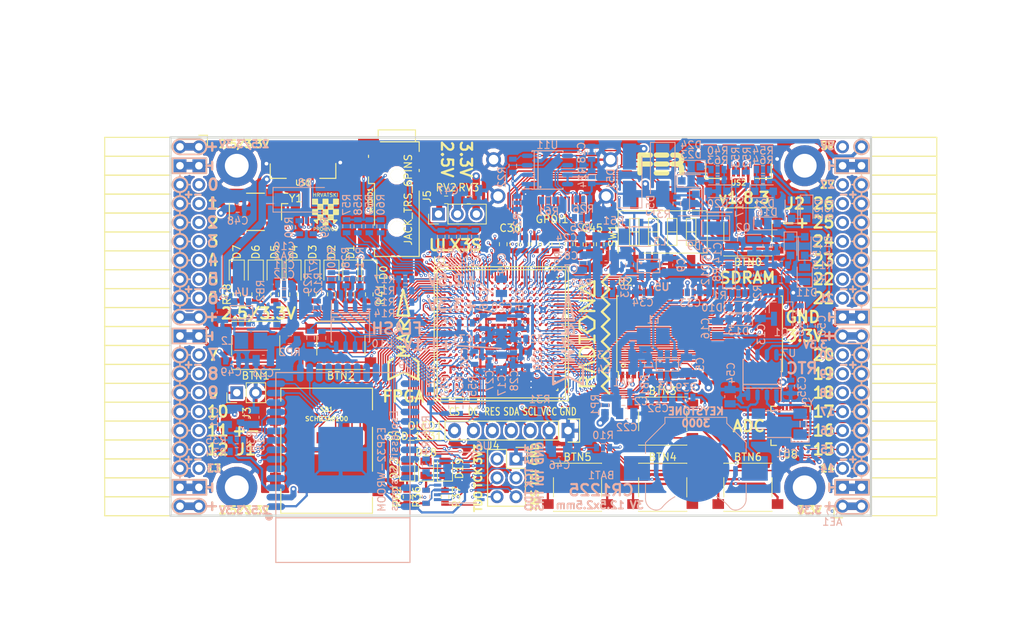
<source format=kicad_pcb>
(kicad_pcb (version 20171130) (host pcbnew 5.0.0-rc2-dev-unknown+dfsg1+20180318-2)
  (layers (0 F.Cu signal) (1 In1.Cu signal) (2 In2.Cu signal) (31 B.Cu signal) (34 B.Paste user) (35 F.Paste user) (36 B.SilkS user) (37 F.SilkS user) (38 B.Mask user) (39 F.Mask user) (44 Edge.Cuts user))
  (net 0 "")
  (net 1 GND)
  (net 2 +5V)
  (net 3 /gpio/IN5V)
  (net 4 /gpio/OUT5V)
  (net 5 +3V3)
  (net 6 BTN_D)
  (net 7 BTN_F1)
  (net 8 BTN_F2)
  (net 9 BTN_L)
  (net 10 BTN_R)
  (net 11 BTN_U)
  (net 12 /power/FB1)
  (net 13 +2V5)
  (net 14 /power/PWREN)
  (net 15 /power/FB3)
  (net 16 /power/FB2)
  (net 17 "Net-(D9-Pad1)")
  (net 18 /power/VBAT)
  (net 19 JTAG_TDI)
  (net 20 JTAG_TCK)
  (net 21 JTAG_TMS)
  (net 22 JTAG_TDO)
  (net 23 /power/WAKEUPn)
  (net 24 /power/WKUP)
  (net 25 /power/SHUT)
  (net 26 /power/WAKE)
  (net 27 /power/HOLD)
  (net 28 /power/WKn)
  (net 29 /power/OSCI_32k)
  (net 30 /power/OSCO_32k)
  (net 31 "Net-(Q2-Pad3)")
  (net 32 SHUTDOWN)
  (net 33 /analog/AUDIO_L)
  (net 34 /analog/AUDIO_R)
  (net 35 GPDI_SDA)
  (net 36 GPDI_SCL)
  (net 37 /gpdi/VREF2)
  (net 38 SD_CMD)
  (net 39 SD_CLK)
  (net 40 SD_D0)
  (net 41 SD_D1)
  (net 42 USB5V)
  (net 43 GPDI_CEC)
  (net 44 nRESET)
  (net 45 FTDI_nDTR)
  (net 46 SDRAM_CKE)
  (net 47 SDRAM_A7)
  (net 48 SDRAM_D15)
  (net 49 SDRAM_BA1)
  (net 50 SDRAM_D7)
  (net 51 SDRAM_A6)
  (net 52 SDRAM_CLK)
  (net 53 SDRAM_D13)
  (net 54 SDRAM_BA0)
  (net 55 SDRAM_D6)
  (net 56 SDRAM_A5)
  (net 57 SDRAM_D14)
  (net 58 SDRAM_A11)
  (net 59 SDRAM_D12)
  (net 60 SDRAM_D5)
  (net 61 SDRAM_A4)
  (net 62 SDRAM_A10)
  (net 63 SDRAM_D11)
  (net 64 SDRAM_A3)
  (net 65 SDRAM_D4)
  (net 66 SDRAM_D10)
  (net 67 SDRAM_D9)
  (net 68 SDRAM_A9)
  (net 69 SDRAM_D3)
  (net 70 SDRAM_D8)
  (net 71 SDRAM_A8)
  (net 72 SDRAM_A2)
  (net 73 SDRAM_A1)
  (net 74 SDRAM_A0)
  (net 75 SDRAM_D2)
  (net 76 SDRAM_D1)
  (net 77 SDRAM_D0)
  (net 78 SDRAM_DQM0)
  (net 79 SDRAM_nCS)
  (net 80 SDRAM_nRAS)
  (net 81 SDRAM_DQM1)
  (net 82 SDRAM_nCAS)
  (net 83 SDRAM_nWE)
  (net 84 /flash/FLASH_nWP)
  (net 85 /flash/FLASH_nHOLD)
  (net 86 /flash/FLASH_MOSI)
  (net 87 /flash/FLASH_MISO)
  (net 88 /flash/FLASH_SCK)
  (net 89 /flash/FLASH_nCS)
  (net 90 /flash/FPGA_PROGRAMN)
  (net 91 /flash/FPGA_DONE)
  (net 92 /flash/FPGA_INITN)
  (net 93 OLED_RES)
  (net 94 OLED_DC)
  (net 95 OLED_CS)
  (net 96 WIFI_EN)
  (net 97 FTDI_nRTS)
  (net 98 FTDI_TXD)
  (net 99 FTDI_RXD)
  (net 100 WIFI_RXD)
  (net 101 WIFI_GPIO0)
  (net 102 WIFI_TXD)
  (net 103 USB_FTDI_D+)
  (net 104 USB_FTDI_D-)
  (net 105 SD_D3)
  (net 106 AUDIO_L3)
  (net 107 AUDIO_L2)
  (net 108 AUDIO_L1)
  (net 109 AUDIO_L0)
  (net 110 AUDIO_R3)
  (net 111 AUDIO_R2)
  (net 112 AUDIO_R1)
  (net 113 AUDIO_R0)
  (net 114 OLED_CLK)
  (net 115 OLED_MOSI)
  (net 116 LED0)
  (net 117 LED1)
  (net 118 LED2)
  (net 119 LED3)
  (net 120 LED4)
  (net 121 LED5)
  (net 122 LED6)
  (net 123 LED7)
  (net 124 BTN_PWRn)
  (net 125 FTDI_nTXLED)
  (net 126 FTDI_nSLEEP)
  (net 127 /blinkey/LED_PWREN)
  (net 128 /blinkey/LED_TXLED)
  (net 129 /sdcard/SD3V3)
  (net 130 SD_D2)
  (net 131 CLK_25MHz)
  (net 132 /blinkey/BTNPUL)
  (net 133 /blinkey/BTNPUR)
  (net 134 USB_FPGA_D+)
  (net 135 /power/FTDI_nSUSPEND)
  (net 136 /blinkey/ALED0)
  (net 137 /blinkey/ALED1)
  (net 138 /blinkey/ALED2)
  (net 139 /blinkey/ALED3)
  (net 140 /blinkey/ALED4)
  (net 141 /blinkey/ALED5)
  (net 142 /blinkey/ALED6)
  (net 143 /blinkey/ALED7)
  (net 144 /usb/FTD-)
  (net 145 /usb/FTD+)
  (net 146 ADC_MISO)
  (net 147 ADC_MOSI)
  (net 148 ADC_CSn)
  (net 149 ADC_SCLK)
  (net 150 SW3)
  (net 151 SW2)
  (net 152 SW1)
  (net 153 USB_FPGA_D-)
  (net 154 /usb/FPD+)
  (net 155 /usb/FPD-)
  (net 156 WIFI_GPIO16)
  (net 157 /usb/ANT_433MHz)
  (net 158 /power/PWRBTn)
  (net 159 PROG_DONE)
  (net 160 /power/P3V3)
  (net 161 /power/P2V5)
  (net 162 /power/L1)
  (net 163 /power/L3)
  (net 164 /power/L2)
  (net 165 FTDI_TXDEN)
  (net 166 SDRAM_A12)
  (net 167 /analog/AUDIO_V)
  (net 168 AUDIO_V3)
  (net 169 AUDIO_V2)
  (net 170 AUDIO_V1)
  (net 171 AUDIO_V0)
  (net 172 /blinkey/LED_WIFI)
  (net 173 /power/P1V1)
  (net 174 +1V1)
  (net 175 SW4)
  (net 176 /blinkey/SWPU)
  (net 177 /wifi/WIFIEN)
  (net 178 FT2V5)
  (net 179 GN0)
  (net 180 GP0)
  (net 181 GN1)
  (net 182 GP1)
  (net 183 GN2)
  (net 184 GP2)
  (net 185 GN3)
  (net 186 GP3)
  (net 187 GN4)
  (net 188 GP4)
  (net 189 GN5)
  (net 190 GP5)
  (net 191 GN6)
  (net 192 GP6)
  (net 193 GN14)
  (net 194 GP14)
  (net 195 GN15)
  (net 196 GP15)
  (net 197 GN16)
  (net 198 GP16)
  (net 199 GN17)
  (net 200 GP17)
  (net 201 GN18)
  (net 202 GP18)
  (net 203 GN19)
  (net 204 GP19)
  (net 205 GN20)
  (net 206 GP20)
  (net 207 GN21)
  (net 208 GP21)
  (net 209 GN22)
  (net 210 GP22)
  (net 211 GN23)
  (net 212 GP23)
  (net 213 GN24)
  (net 214 GP24)
  (net 215 GN25)
  (net 216 GP25)
  (net 217 GN26)
  (net 218 GP26)
  (net 219 GN27)
  (net 220 GP27)
  (net 221 GN7)
  (net 222 GP7)
  (net 223 GN8)
  (net 224 GP8)
  (net 225 GN9)
  (net 226 GP9)
  (net 227 GN10)
  (net 228 GP10)
  (net 229 GN11)
  (net 230 GP11)
  (net 231 GN12)
  (net 232 GP12)
  (net 233 GN13)
  (net 234 GP13)
  (net 235 WIFI_GPIO5)
  (net 236 WIFI_GPIO17)
  (net 237 USB_FPGA_PULL_D+)
  (net 238 USB_FPGA_PULL_D-)
  (net 239 "Net-(D23-Pad2)")
  (net 240 "Net-(D24-Pad1)")
  (net 241 "Net-(D25-Pad2)")
  (net 242 "Net-(D26-Pad1)")
  (net 243 /gpdi/GPDI_ETH+)
  (net 244 FPDI_ETH+)
  (net 245 /gpdi/GPDI_ETH-)
  (net 246 FPDI_ETH-)
  (net 247 /gpdi/GPDI_D2-)
  (net 248 FPDI_D2-)
  (net 249 /gpdi/GPDI_D1-)
  (net 250 FPDI_D1-)
  (net 251 /gpdi/GPDI_D0-)
  (net 252 FPDI_D0-)
  (net 253 /gpdi/GPDI_CLK-)
  (net 254 FPDI_CLK-)
  (net 255 /gpdi/GPDI_D2+)
  (net 256 FPDI_D2+)
  (net 257 /gpdi/GPDI_D1+)
  (net 258 FPDI_D1+)
  (net 259 /gpdi/GPDI_D0+)
  (net 260 FPDI_D0+)
  (net 261 /gpdi/GPDI_CLK+)
  (net 262 FPDI_CLK+)
  (net 263 FPDI_SDA)
  (net 264 FPDI_SCL)
  (net 265 /gpdi/FPDI_CEC)
  (net 266 2V5_3V3)
  (net 267 "Net-(AUDIO1-Pad5)")
  (net 268 "Net-(AUDIO1-Pad6)")
  (net 269 "Net-(U1-PadA15)")
  (net 270 "Net-(U1-PadC9)")
  (net 271 "Net-(U1-PadD9)")
  (net 272 "Net-(U1-PadD10)")
  (net 273 "Net-(U1-PadD11)")
  (net 274 "Net-(U1-PadD12)")
  (net 275 "Net-(U1-PadE6)")
  (net 276 "Net-(U1-PadE9)")
  (net 277 "Net-(U1-PadE10)")
  (net 278 "Net-(U1-PadE11)")
  (net 279 "Net-(U1-PadJ4)")
  (net 280 "Net-(U1-PadJ5)")
  (net 281 "Net-(U1-PadK5)")
  (net 282 "Net-(U1-PadL5)")
  (net 283 "Net-(U1-PadM4)")
  (net 284 "Net-(U1-PadM5)")
  (net 285 SD_CD)
  (net 286 SD_WP)
  (net 287 "Net-(U1-PadR3)")
  (net 288 "Net-(U1-PadT16)")
  (net 289 "Net-(U1-PadW4)")
  (net 290 "Net-(U1-PadW5)")
  (net 291 "Net-(U1-PadW8)")
  (net 292 "Net-(U1-PadW9)")
  (net 293 "Net-(U1-PadW13)")
  (net 294 "Net-(U1-PadW14)")
  (net 295 "Net-(U1-PadW17)")
  (net 296 "Net-(U1-PadW18)")
  (net 297 FTDI_nRXLED)
  (net 298 "Net-(U8-Pad12)")
  (net 299 "Net-(U8-Pad25)")
  (net 300 "Net-(U9-Pad32)")
  (net 301 "Net-(U9-Pad22)")
  (net 302 "Net-(U9-Pad21)")
  (net 303 "Net-(U9-Pad20)")
  (net 304 "Net-(U9-Pad19)")
  (net 305 "Net-(U9-Pad18)")
  (net 306 "Net-(U9-Pad17)")
  (net 307 "Net-(U9-Pad12)")
  (net 308 "Net-(U9-Pad5)")
  (net 309 "Net-(U9-Pad4)")
  (net 310 "Net-(US1-Pad4)")
  (net 311 "Net-(US2-Pad4)")
  (net 312 "Net-(Y2-Pad3)")
  (net 313 "Net-(Y2-Pad2)")
  (net 314 "Net-(U1-PadK16)")
  (net 315 "Net-(U1-PadK17)")
  (module Socket_Strips:Socket_Strip_Angled_2x20 (layer F.Cu) (at 97.91 62.69 270)
    (fp_text reference J1 (at 40.64 -6.35) (layer F.SilkS) (effects (font (size 1.5 1.5) (thickness 0.3))))
    (fp_text value CONN_02X20 hide)
    (pad 1 thru_hole oval (at 0 0 270) (size 1.7272 1.7272) (drill 1.016) (layers *.Cu *.Mask) (net 266 2V5_3V3))
    (pad 2 thru_hole oval (at 0 2.54 270) (size 1.7272 1.7272) (drill 1.016) (layers *.Cu *.Mask) (net 266 2V5_3V3))
    (pad 3 thru_hole rect (at 2.54 0 270) (size 1.7272 1.7272) (drill 1.016) (layers *.Cu *.Mask) (net 1 GND))
    (pad 4 thru_hole rect (at 2.54 2.54 270) (size 1.7272 1.7272) (drill 1.016) (layers *.Cu *.Mask) (net 1 GND))
    (pad 5 thru_hole oval (at 5.08 0 270) (size 1.7272 1.7272) (drill 1.016) (layers *.Cu *.Mask) (net 179 GN0))
    (pad 6 thru_hole oval (at 5.08 2.54 270) (size 1.7272 1.7272) (drill 1.016) (layers *.Cu *.Mask) (net 180 GP0))
    (pad 7 thru_hole oval (at 7.62 0 270) (size 1.7272 1.7272) (drill 1.016) (layers *.Cu *.Mask) (net 181 GN1))
    (pad 8 thru_hole oval (at 7.62 2.54 270) (size 1.7272 1.7272) (drill 1.016) (layers *.Cu *.Mask) (net 182 GP1))
    (pad 9 thru_hole oval (at 10.16 0 270) (size 1.7272 1.7272) (drill 1.016) (layers *.Cu *.Mask) (net 183 GN2))
    (pad 10 thru_hole oval (at 10.16 2.54 270) (size 1.7272 1.7272) (drill 1.016) (layers *.Cu *.Mask) (net 184 GP2))
    (pad 11 thru_hole oval (at 12.7 0 270) (size 1.7272 1.7272) (drill 1.016) (layers *.Cu *.Mask) (net 185 GN3))
    (pad 12 thru_hole oval (at 12.7 2.54 270) (size 1.7272 1.7272) (drill 1.016) (layers *.Cu *.Mask) (net 186 GP3))
    (pad 13 thru_hole oval (at 15.24 0 270) (size 1.7272 1.7272) (drill 1.016) (layers *.Cu *.Mask) (net 187 GN4))
    (pad 14 thru_hole oval (at 15.24 2.54 270) (size 1.7272 1.7272) (drill 1.016) (layers *.Cu *.Mask) (net 188 GP4))
    (pad 15 thru_hole oval (at 17.78 0 270) (size 1.7272 1.7272) (drill 1.016) (layers *.Cu *.Mask) (net 189 GN5))
    (pad 16 thru_hole oval (at 17.78 2.54 270) (size 1.7272 1.7272) (drill 1.016) (layers *.Cu *.Mask) (net 190 GP5))
    (pad 17 thru_hole oval (at 20.32 0 270) (size 1.7272 1.7272) (drill 1.016) (layers *.Cu *.Mask) (net 191 GN6))
    (pad 18 thru_hole oval (at 20.32 2.54 270) (size 1.7272 1.7272) (drill 1.016) (layers *.Cu *.Mask) (net 192 GP6))
    (pad 19 thru_hole oval (at 22.86 0 270) (size 1.7272 1.7272) (drill 1.016) (layers *.Cu *.Mask) (net 266 2V5_3V3))
    (pad 20 thru_hole oval (at 22.86 2.54 270) (size 1.7272 1.7272) (drill 1.016) (layers *.Cu *.Mask) (net 266 2V5_3V3))
    (pad 21 thru_hole rect (at 25.4 0 270) (size 1.7272 1.7272) (drill 1.016) (layers *.Cu *.Mask) (net 1 GND))
    (pad 22 thru_hole rect (at 25.4 2.54 270) (size 1.7272 1.7272) (drill 1.016) (layers *.Cu *.Mask) (net 1 GND))
    (pad 23 thru_hole oval (at 27.94 0 270) (size 1.7272 1.7272) (drill 1.016) (layers *.Cu *.Mask) (net 221 GN7))
    (pad 24 thru_hole oval (at 27.94 2.54 270) (size 1.7272 1.7272) (drill 1.016) (layers *.Cu *.Mask) (net 222 GP7))
    (pad 25 thru_hole oval (at 30.48 0 270) (size 1.7272 1.7272) (drill 1.016) (layers *.Cu *.Mask) (net 223 GN8))
    (pad 26 thru_hole oval (at 30.48 2.54 270) (size 1.7272 1.7272) (drill 1.016) (layers *.Cu *.Mask) (net 224 GP8))
    (pad 27 thru_hole oval (at 33.02 0 270) (size 1.7272 1.7272) (drill 1.016) (layers *.Cu *.Mask) (net 225 GN9))
    (pad 28 thru_hole oval (at 33.02 2.54 270) (size 1.7272 1.7272) (drill 1.016) (layers *.Cu *.Mask) (net 226 GP9))
    (pad 29 thru_hole oval (at 35.56 0 270) (size 1.7272 1.7272) (drill 1.016) (layers *.Cu *.Mask) (net 227 GN10))
    (pad 30 thru_hole oval (at 35.56 2.54 270) (size 1.7272 1.7272) (drill 1.016) (layers *.Cu *.Mask) (net 228 GP10))
    (pad 31 thru_hole oval (at 38.1 0 270) (size 1.7272 1.7272) (drill 1.016) (layers *.Cu *.Mask) (net 229 GN11))
    (pad 32 thru_hole oval (at 38.1 2.54 270) (size 1.7272 1.7272) (drill 1.016) (layers *.Cu *.Mask) (net 230 GP11))
    (pad 33 thru_hole oval (at 40.64 0 270) (size 1.7272 1.7272) (drill 1.016) (layers *.Cu *.Mask) (net 231 GN12))
    (pad 34 thru_hole oval (at 40.64 2.54 270) (size 1.7272 1.7272) (drill 1.016) (layers *.Cu *.Mask) (net 232 GP12))
    (pad 35 thru_hole oval (at 43.18 0 270) (size 1.7272 1.7272) (drill 1.016) (layers *.Cu *.Mask) (net 233 GN13))
    (pad 36 thru_hole oval (at 43.18 2.54 270) (size 1.7272 1.7272) (drill 1.016) (layers *.Cu *.Mask) (net 234 GP13))
    (pad 37 thru_hole rect (at 45.72 0 270) (size 1.7272 1.7272) (drill 1.016) (layers *.Cu *.Mask) (net 1 GND))
    (pad 38 thru_hole rect (at 45.72 2.54 270) (size 1.7272 1.7272) (drill 1.016) (layers *.Cu *.Mask) (net 1 GND))
    (pad 39 thru_hole oval (at 48.26 0 270) (size 1.7272 1.7272) (drill 1.016) (layers *.Cu *.Mask) (net 266 2V5_3V3))
    (pad 40 thru_hole oval (at 48.26 2.54 270) (size 1.7272 1.7272) (drill 1.016) (layers *.Cu *.Mask) (net 266 2V5_3V3))
  )
  (module TSOT-25:TSOT-25 (layer B.Cu) (at 160.775 91.9)
    (fp_text reference U3 (at -0.295 2.9) (layer B.SilkS) (effects (font (thickness 0.2)) (justify mirror)))
    (fp_text value TLV62569DBV)
    (pad 1 smd rect (at -0.95 -1.3) (size 0.7 1.2) (layers B.Cu B.Paste B.Mask) (net 14 /power/PWREN))
    (pad 2 smd rect (at 0 -1.3) (size 0.7 1.2) (layers B.Cu B.Paste B.Mask) (net 1 GND))
    (pad 3 smd rect (at 0.95 -1.3) (size 0.7 1.2) (layers B.Cu B.Paste B.Mask) (net 162 /power/L1))
    (pad 4 smd rect (at 0.95 1.3) (size 0.7 1.2) (layers B.Cu B.Paste B.Mask) (net 2 +5V))
    (pad 5 smd rect (at -0.95 1.3) (size 0.7 1.2) (layers B.Cu B.Paste B.Mask) (net 12 /power/FB1))
  )
  (module TSOT-25:TSOT-25 (layer B.Cu) (at 103.625 84.915 180)
    (fp_text reference U4 (at 0 2.697 180) (layer B.SilkS) (effects (font (thickness 0.2)) (justify mirror)))
    (fp_text value TLV62569DBV)
    (pad 1 smd rect (at -0.95 -1.3 180) (size 0.7 1.2) (layers B.Cu B.Paste B.Mask) (net 14 /power/PWREN))
    (pad 2 smd rect (at 0 -1.3 180) (size 0.7 1.2) (layers B.Cu B.Paste B.Mask) (net 1 GND))
    (pad 3 smd rect (at 0.95 -1.3 180) (size 0.7 1.2) (layers B.Cu B.Paste B.Mask) (net 164 /power/L2))
    (pad 4 smd rect (at 0.95 1.3 180) (size 0.7 1.2) (layers B.Cu B.Paste B.Mask) (net 2 +5V))
    (pad 5 smd rect (at -0.95 1.3 180) (size 0.7 1.2) (layers B.Cu B.Paste B.Mask) (net 16 /power/FB2))
  )
  (module TSOT-25:TSOT-25 (layer B.Cu) (at 158.235 78.692)
    (fp_text reference U5 (at 1.793 2.812) (layer B.SilkS) (effects (font (thickness 0.2)) (justify mirror)))
    (fp_text value TLV62569DBV)
    (pad 1 smd rect (at -0.95 -1.3) (size 0.7 1.2) (layers B.Cu B.Paste B.Mask) (net 14 /power/PWREN))
    (pad 2 smd rect (at 0 -1.3) (size 0.7 1.2) (layers B.Cu B.Paste B.Mask) (net 1 GND))
    (pad 3 smd rect (at 0.95 -1.3) (size 0.7 1.2) (layers B.Cu B.Paste B.Mask) (net 163 /power/L3))
    (pad 4 smd rect (at 0.95 1.3) (size 0.7 1.2) (layers B.Cu B.Paste B.Mask) (net 2 +5V))
    (pad 5 smd rect (at -0.95 1.3) (size 0.7 1.2) (layers B.Cu B.Paste B.Mask) (net 15 /power/FB3))
  )
  (module Socket_Strips:Socket_Strip_Angled_2x20 (layer F.Cu) (at 184.27 110.95 90)
    (fp_text reference J2 (at 40.64 -6.35 180) (layer F.SilkS) (effects (font (size 1.5 1.5) (thickness 0.3))))
    (fp_text value CONN_02X20 hide)
    (pad 1 thru_hole oval (at 0 0 90) (size 1.7272 1.7272) (drill 1.016) (layers *.Cu *.Mask) (net 5 +3V3))
    (pad 2 thru_hole oval (at 0 2.54 90) (size 1.7272 1.7272) (drill 1.016) (layers *.Cu *.Mask) (net 5 +3V3))
    (pad 3 thru_hole rect (at 2.54 0 90) (size 1.7272 1.7272) (drill 1.016) (layers *.Cu *.Mask) (net 1 GND))
    (pad 4 thru_hole rect (at 2.54 2.54 90) (size 1.7272 1.7272) (drill 1.016) (layers *.Cu *.Mask) (net 1 GND))
    (pad 5 thru_hole oval (at 5.08 0 90) (size 1.7272 1.7272) (drill 1.016) (layers *.Cu *.Mask) (net 193 GN14))
    (pad 6 thru_hole oval (at 5.08 2.54 90) (size 1.7272 1.7272) (drill 1.016) (layers *.Cu *.Mask) (net 194 GP14))
    (pad 7 thru_hole oval (at 7.62 0 90) (size 1.7272 1.7272) (drill 1.016) (layers *.Cu *.Mask) (net 195 GN15))
    (pad 8 thru_hole oval (at 7.62 2.54 90) (size 1.7272 1.7272) (drill 1.016) (layers *.Cu *.Mask) (net 196 GP15))
    (pad 9 thru_hole oval (at 10.16 0 90) (size 1.7272 1.7272) (drill 1.016) (layers *.Cu *.Mask) (net 197 GN16))
    (pad 10 thru_hole oval (at 10.16 2.54 90) (size 1.7272 1.7272) (drill 1.016) (layers *.Cu *.Mask) (net 198 GP16))
    (pad 11 thru_hole oval (at 12.7 0 90) (size 1.7272 1.7272) (drill 1.016) (layers *.Cu *.Mask) (net 199 GN17))
    (pad 12 thru_hole oval (at 12.7 2.54 90) (size 1.7272 1.7272) (drill 1.016) (layers *.Cu *.Mask) (net 200 GP17))
    (pad 13 thru_hole oval (at 15.24 0 90) (size 1.7272 1.7272) (drill 1.016) (layers *.Cu *.Mask) (net 201 GN18))
    (pad 14 thru_hole oval (at 15.24 2.54 90) (size 1.7272 1.7272) (drill 1.016) (layers *.Cu *.Mask) (net 202 GP18))
    (pad 15 thru_hole oval (at 17.78 0 90) (size 1.7272 1.7272) (drill 1.016) (layers *.Cu *.Mask) (net 203 GN19))
    (pad 16 thru_hole oval (at 17.78 2.54 90) (size 1.7272 1.7272) (drill 1.016) (layers *.Cu *.Mask) (net 204 GP19))
    (pad 17 thru_hole oval (at 20.32 0 90) (size 1.7272 1.7272) (drill 1.016) (layers *.Cu *.Mask) (net 205 GN20))
    (pad 18 thru_hole oval (at 20.32 2.54 90) (size 1.7272 1.7272) (drill 1.016) (layers *.Cu *.Mask) (net 206 GP20))
    (pad 19 thru_hole oval (at 22.86 0 90) (size 1.7272 1.7272) (drill 1.016) (layers *.Cu *.Mask) (net 5 +3V3))
    (pad 20 thru_hole oval (at 22.86 2.54 90) (size 1.7272 1.7272) (drill 1.016) (layers *.Cu *.Mask) (net 5 +3V3))
    (pad 21 thru_hole rect (at 25.4 0 90) (size 1.7272 1.7272) (drill 1.016) (layers *.Cu *.Mask) (net 1 GND))
    (pad 22 thru_hole rect (at 25.4 2.54 90) (size 1.7272 1.7272) (drill 1.016) (layers *.Cu *.Mask) (net 1 GND))
    (pad 23 thru_hole oval (at 27.94 0 90) (size 1.7272 1.7272) (drill 1.016) (layers *.Cu *.Mask) (net 207 GN21))
    (pad 24 thru_hole oval (at 27.94 2.54 90) (size 1.7272 1.7272) (drill 1.016) (layers *.Cu *.Mask) (net 208 GP21))
    (pad 25 thru_hole oval (at 30.48 0 90) (size 1.7272 1.7272) (drill 1.016) (layers *.Cu *.Mask) (net 209 GN22))
    (pad 26 thru_hole oval (at 30.48 2.54 90) (size 1.7272 1.7272) (drill 1.016) (layers *.Cu *.Mask) (net 210 GP22))
    (pad 27 thru_hole oval (at 33.02 0 90) (size 1.7272 1.7272) (drill 1.016) (layers *.Cu *.Mask) (net 211 GN23))
    (pad 28 thru_hole oval (at 33.02 2.54 90) (size 1.7272 1.7272) (drill 1.016) (layers *.Cu *.Mask) (net 212 GP23))
    (pad 29 thru_hole oval (at 35.56 0 90) (size 1.7272 1.7272) (drill 1.016) (layers *.Cu *.Mask) (net 213 GN24))
    (pad 30 thru_hole oval (at 35.56 2.54 90) (size 1.7272 1.7272) (drill 1.016) (layers *.Cu *.Mask) (net 214 GP24))
    (pad 31 thru_hole oval (at 38.1 0 90) (size 1.7272 1.7272) (drill 1.016) (layers *.Cu *.Mask) (net 215 GN25))
    (pad 32 thru_hole oval (at 38.1 2.54 90) (size 1.7272 1.7272) (drill 1.016) (layers *.Cu *.Mask) (net 216 GP25))
    (pad 33 thru_hole oval (at 40.64 0 90) (size 1.7272 1.7272) (drill 1.016) (layers *.Cu *.Mask) (net 217 GN26))
    (pad 34 thru_hole oval (at 40.64 2.54 90) (size 1.7272 1.7272) (drill 1.016) (layers *.Cu *.Mask) (net 218 GP26))
    (pad 35 thru_hole oval (at 43.18 0 90) (size 1.7272 1.7272) (drill 1.016) (layers *.Cu *.Mask) (net 219 GN27))
    (pad 36 thru_hole oval (at 43.18 2.54 90) (size 1.7272 1.7272) (drill 1.016) (layers *.Cu *.Mask) (net 220 GP27))
    (pad 37 thru_hole rect (at 45.72 0 90) (size 1.7272 1.7272) (drill 1.016) (layers *.Cu *.Mask) (net 1 GND))
    (pad 38 thru_hole rect (at 45.72 2.54 90) (size 1.7272 1.7272) (drill 1.016) (layers *.Cu *.Mask) (net 1 GND))
    (pad 39 thru_hole oval (at 48.26 0 90) (size 1.7272 1.7272) (drill 1.016) (layers *.Cu *.Mask) (net 3 /gpio/IN5V))
    (pad 40 thru_hole oval (at 48.26 2.54 90) (size 1.7272 1.7272) (drill 1.016) (layers *.Cu *.Mask) (net 4 /gpio/OUT5V))
  )
  (module Mounting_Holes:MountingHole_3.2mm_M3_ISO14580_Pad (layer F.Cu) (at 102.99 108.41)
    (fp_text reference H1 hide)
    (fp_text value HOLE hide)
    (pad 1 thru_hole circle (at 0 0) (size 5.5 5.5) (drill 3.2) (layers *.Cu *.Mask) (net 1 GND))
  )
  (module Mounting_Holes:MountingHole_3.2mm_M3_ISO14580_Pad (layer F.Cu) (at 179.19 108.41)
    (fp_text reference H2 hide)
    (fp_text value HOLE hide)
    (pad 1 thru_hole circle (at 0 0) (size 5.5 5.5) (drill 3.2) (layers *.Cu *.Mask) (net 1 GND))
  )
  (module Mounting_Holes:MountingHole_3.2mm_M3_ISO14580_Pad (layer F.Cu) (at 179.19 65.23)
    (fp_text reference H3 hide)
    (fp_text value HOLE hide)
    (pad 1 thru_hole circle (at 0 0) (size 5.5 5.5) (drill 3.2) (layers *.Cu *.Mask) (net 1 GND))
  )
  (module Mounting_Holes:MountingHole_3.2mm_M3_ISO14580_Pad (layer F.Cu) (at 102.99 65.23)
    (fp_text reference H4 hide)
    (fp_text value HOLE hide)
    (pad 1 thru_hole circle (at 0 0) (size 5.5 5.5) (drill 3.2) (layers *.Cu *.Mask) (net 1 GND))
  )
  (module Housings_SSOP:SSOP-20_4.4x6.5mm_Pitch0.65mm (layer B.Cu) (at 132.835 107.14 180)
    (fp_text reference U6 (at -3.175 4.318 180) (layer B.SilkS) (effects (justify mirror)))
    (fp_text value FT231XS)
    (pad 1 smd rect (at -2.9 2.925 180) (size 1 0.4) (layers B.Cu B.Paste B.Mask) (net 45 FTDI_nDTR))
    (pad 2 smd rect (at -2.9 2.275 180) (size 1 0.4) (layers B.Cu B.Paste B.Mask) (net 97 FTDI_nRTS))
    (pad 3 smd rect (at -2.9 1.625 180) (size 1 0.4) (layers B.Cu B.Paste B.Mask) (net 178 FT2V5))
    (pad 4 smd rect (at -2.9 0.975 180) (size 1 0.4) (layers B.Cu B.Paste B.Mask) (net 99 FTDI_RXD))
    (pad 5 smd rect (at -2.9 0.325 180) (size 1 0.4) (layers B.Cu B.Paste B.Mask) (net 19 JTAG_TDI))
    (pad 6 smd rect (at -2.9 -0.325 180) (size 1 0.4) (layers B.Cu B.Paste B.Mask) (net 1 GND))
    (pad 7 smd rect (at -2.9 -0.975 180) (size 1 0.4) (layers B.Cu B.Paste B.Mask) (net 20 JTAG_TCK))
    (pad 8 smd rect (at -2.9 -1.625 180) (size 1 0.4) (layers B.Cu B.Paste B.Mask) (net 21 JTAG_TMS))
    (pad 9 smd rect (at -2.9 -2.275 180) (size 1 0.4) (layers B.Cu B.Paste B.Mask) (net 22 JTAG_TDO))
    (pad 10 smd rect (at -2.9 -2.925 180) (size 1 0.4) (layers B.Cu B.Paste B.Mask) (net 125 FTDI_nTXLED))
    (pad 11 smd rect (at 2.9 -2.925 180) (size 1 0.4) (layers B.Cu B.Paste B.Mask) (net 103 USB_FTDI_D+))
    (pad 12 smd rect (at 2.9 -2.275 180) (size 1 0.4) (layers B.Cu B.Paste B.Mask) (net 104 USB_FTDI_D-))
    (pad 13 smd rect (at 2.9 -1.625 180) (size 1 0.4) (layers B.Cu B.Paste B.Mask) (net 178 FT2V5))
    (pad 14 smd rect (at 2.9 -0.975 180) (size 1 0.4) (layers B.Cu B.Paste B.Mask) (net 44 nRESET))
    (pad 15 smd rect (at 2.9 -0.325 180) (size 1 0.4) (layers B.Cu B.Paste B.Mask) (net 42 USB5V))
    (pad 16 smd rect (at 2.9 0.325 180) (size 1 0.4) (layers B.Cu B.Paste B.Mask) (net 1 GND))
    (pad 17 smd rect (at 2.9 0.975 180) (size 1 0.4) (layers B.Cu B.Paste B.Mask) (net 297 FTDI_nRXLED))
    (pad 18 smd rect (at 2.9 1.625 180) (size 1 0.4) (layers B.Cu B.Paste B.Mask) (net 165 FTDI_TXDEN))
    (pad 19 smd rect (at 2.9 2.275 180) (size 1 0.4) (layers B.Cu B.Paste B.Mask) (net 126 FTDI_nSLEEP))
    (pad 20 smd rect (at 2.9 2.925 180) (size 1 0.4) (layers B.Cu B.Paste B.Mask) (net 98 FTDI_TXD))
  )
  (module usb_otg:USB-MICRO-B-FCI-10118192-0001LF (layer F.Cu) (at 111.88 63.325 180)
    (fp_text reference US1 (at 0 -4.2 180) (layer F.SilkS) (effects (font (size 0.7 0.7))))
    (fp_text value MICRO_USB hide)
    (pad 6 smd rect (at -3.1 -2.55 180) (size 2.1 1.6) (layers F.Cu F.Paste F.Mask) (net 1 GND))
    (pad 6 smd rect (at 3.1 -2.55 180) (size 2.1 1.6) (layers F.Cu F.Paste F.Mask) (net 1 GND))
    (pad 6 smd rect (at -1.2 0 180) (size 1.9 1.9) (layers F.Cu F.Paste F.Mask) (net 1 GND))
    (pad 6 smd rect (at 1.2 0 180) (size 1.9 1.9) (layers F.Cu F.Paste F.Mask) (net 1 GND))
    (pad 1 smd rect (at -1.3 -2.675 180) (size 0.4 1.35) (layers F.Cu F.Paste F.Mask) (net 42 USB5V))
    (pad 2 smd rect (at -0.65 -2.675 180) (size 0.4 1.35) (layers F.Cu F.Paste F.Mask) (net 144 /usb/FTD-))
    (pad 3 smd rect (at 0 -2.675 180) (size 0.4 1.35) (layers F.Cu F.Paste F.Mask) (net 145 /usb/FTD+))
    (pad 4 smd rect (at 0.65 -2.675 180) (size 0.4 1.35) (layers F.Cu F.Paste F.Mask) (net 310 "Net-(US1-Pad4)"))
    (pad 5 smd rect (at 1.3 -2.675 180) (size 0.4 1.35) (layers F.Cu F.Paste F.Mask) (net 1 GND))
    (pad 6 smd rect (at -3.8 0 180) (size 1.8 1.9) (layers F.Cu F.Paste F.Mask) (net 1 GND))
    (pad 6 smd rect (at 3.8 0 180) (size 1.8 1.9) (layers F.Cu F.Paste F.Mask) (net 1 GND))
  )
  (module usb_otg:USB-MICRO-B-FCI-10118192-0001LF (layer F.Cu) (at 170.3 63.325 180)
    (fp_text reference US2 (at 0 -4.2 180) (layer F.SilkS) (effects (font (size 0.7 0.7))))
    (fp_text value MICRO_USB hide)
    (pad 6 smd rect (at -3.1 -2.55 180) (size 2.1 1.6) (layers F.Cu F.Paste F.Mask) (net 1 GND))
    (pad 6 smd rect (at 3.1 -2.55 180) (size 2.1 1.6) (layers F.Cu F.Paste F.Mask) (net 1 GND))
    (pad 6 smd rect (at -1.2 0 180) (size 1.9 1.9) (layers F.Cu F.Paste F.Mask) (net 1 GND))
    (pad 6 smd rect (at 1.2 0 180) (size 1.9 1.9) (layers F.Cu F.Paste F.Mask) (net 1 GND))
    (pad 1 smd rect (at -1.3 -2.675 180) (size 0.4 1.35) (layers F.Cu F.Paste F.Mask) (net 17 "Net-(D9-Pad1)"))
    (pad 2 smd rect (at -0.65 -2.675 180) (size 0.4 1.35) (layers F.Cu F.Paste F.Mask) (net 155 /usb/FPD-))
    (pad 3 smd rect (at 0 -2.675 180) (size 0.4 1.35) (layers F.Cu F.Paste F.Mask) (net 154 /usb/FPD+))
    (pad 4 smd rect (at 0.65 -2.675 180) (size 0.4 1.35) (layers F.Cu F.Paste F.Mask) (net 311 "Net-(US2-Pad4)"))
    (pad 5 smd rect (at 1.3 -2.675 180) (size 0.4 1.35) (layers F.Cu F.Paste F.Mask) (net 1 GND))
    (pad 6 smd rect (at -3.8 0 180) (size 1.8 1.9) (layers F.Cu F.Paste F.Mask) (net 1 GND))
    (pad 6 smd rect (at 3.8 0 180) (size 1.8 1.9) (layers F.Cu F.Paste F.Mask) (net 1 GND))
  )
  (module Socket_Strips:Socket_Strip_Straight_2x03 (layer F.Cu) (at 140.455 104.6 270)
    (fp_text reference J4 (at -1.778 3.048) (layer F.SilkS))
    (fp_text value CONN_02X03 hide)
    (pad 1 thru_hole rect (at 0 0 270) (size 1.7272 1.7272) (drill 1.016) (layers *.Cu *.Mask) (net 1 GND))
    (pad 2 thru_hole oval (at 0 2.54 270) (size 1.7272 1.7272) (drill 1.016) (layers *.Cu *.Mask) (net 5 +3V3))
    (pad 3 thru_hole oval (at 2.54 0 270) (size 1.7272 1.7272) (drill 1.016) (layers *.Cu *.Mask) (net 19 JTAG_TDI))
    (pad 4 thru_hole oval (at 2.54 2.54 270) (size 1.7272 1.7272) (drill 1.016) (layers *.Cu *.Mask) (net 20 JTAG_TCK))
    (pad 5 thru_hole oval (at 5.08 0 270) (size 1.7272 1.7272) (drill 1.016) (layers *.Cu *.Mask) (net 21 JTAG_TMS))
    (pad 6 thru_hole oval (at 5.08 2.54 270) (size 1.7272 1.7272) (drill 1.016) (layers *.Cu *.Mask) (net 22 JTAG_TDO))
  )
  (module Housings_DFN_QFN:QFN-28-1EP_5x5mm_Pitch0.5mm (layer F.Cu) (at 177.285 100.155 180)
    (fp_text reference U8 (at 0 -3.875 180) (layer F.SilkS))
    (fp_text value MAX11125)
    (pad 1 smd oval (at -2.45 -1.5 180) (size 0.85 0.3) (layers F.Cu F.Paste F.Mask) (net 196 GP15))
    (pad 2 smd oval (at -2.45 -1 180) (size 0.85 0.3) (layers F.Cu F.Paste F.Mask) (net 197 GN16))
    (pad 3 smd oval (at -2.45 -0.5 180) (size 0.85 0.3) (layers F.Cu F.Paste F.Mask) (net 198 GP16))
    (pad 4 smd oval (at -2.45 0 180) (size 0.85 0.3) (layers F.Cu F.Paste F.Mask) (net 199 GN17))
    (pad 5 smd oval (at -2.45 0.5 180) (size 0.85 0.3) (layers F.Cu F.Paste F.Mask) (net 200 GP17))
    (pad 6 smd oval (at -2.45 1 180) (size 0.85 0.3) (layers F.Cu F.Paste F.Mask) (net 1 GND))
    (pad 7 smd oval (at -2.45 1.5 180) (size 0.85 0.3) (layers F.Cu F.Paste F.Mask) (net 1 GND))
    (pad 8 smd oval (at -1.5 2.45 270) (size 0.85 0.3) (layers F.Cu F.Paste F.Mask) (net 1 GND))
    (pad 9 smd oval (at -1 2.45 270) (size 0.85 0.3) (layers F.Cu F.Paste F.Mask) (net 1 GND))
    (pad 10 smd oval (at -0.5 2.45 270) (size 0.85 0.3) (layers F.Cu F.Paste F.Mask) (net 1 GND))
    (pad 11 smd oval (at 0 2.45 270) (size 0.85 0.3) (layers F.Cu F.Paste F.Mask) (net 1 GND))
    (pad 12 smd oval (at 0.5 2.45 270) (size 0.85 0.3) (layers F.Cu F.Paste F.Mask) (net 298 "Net-(U8-Pad12)"))
    (pad 13 smd oval (at 1 2.45 270) (size 0.85 0.3) (layers F.Cu F.Paste F.Mask) (net 1 GND))
    (pad 14 smd oval (at 1.5 2.45 270) (size 0.85 0.3) (layers F.Cu F.Paste F.Mask) (net 1 GND))
    (pad 15 smd oval (at 2.45 1.5 180) (size 0.85 0.3) (layers F.Cu F.Paste F.Mask) (net 5 +3V3))
    (pad 16 smd oval (at 2.45 1 180) (size 0.85 0.3) (layers F.Cu F.Paste F.Mask) (net 1 GND))
    (pad 17 smd oval (at 2.45 0.5 180) (size 0.85 0.3) (layers F.Cu F.Paste F.Mask) (net 5 +3V3))
    (pad 18 smd oval (at 2.45 0 180) (size 0.85 0.3) (layers F.Cu F.Paste F.Mask) (net 5 +3V3))
    (pad 19 smd oval (at 2.45 -0.5 180) (size 0.85 0.3) (layers F.Cu F.Paste F.Mask) (net 149 ADC_SCLK))
    (pad 20 smd oval (at 2.45 -1 180) (size 0.85 0.3) (layers F.Cu F.Paste F.Mask) (net 148 ADC_CSn))
    (pad 21 smd oval (at 2.45 -1.5 180) (size 0.85 0.3) (layers F.Cu F.Paste F.Mask) (net 147 ADC_MOSI))
    (pad 22 smd oval (at 1.5 -2.45 270) (size 0.85 0.3) (layers F.Cu F.Paste F.Mask) (net 1 GND))
    (pad 23 smd oval (at 1 -2.45 270) (size 0.85 0.3) (layers F.Cu F.Paste F.Mask) (net 5 +3V3))
    (pad 24 smd oval (at 0.5 -2.45 270) (size 0.85 0.3) (layers F.Cu F.Paste F.Mask) (net 146 ADC_MISO))
    (pad 25 smd oval (at 0 -2.45 270) (size 0.85 0.3) (layers F.Cu F.Paste F.Mask) (net 299 "Net-(U8-Pad25)"))
    (pad 26 smd oval (at -0.5 -2.45 270) (size 0.85 0.3) (layers F.Cu F.Paste F.Mask) (net 193 GN14))
    (pad 27 smd oval (at -1 -2.45 270) (size 0.85 0.3) (layers F.Cu F.Paste F.Mask) (net 194 GP14))
    (pad 28 smd oval (at -1.5 -2.45 270) (size 0.85 0.3) (layers F.Cu F.Paste F.Mask) (net 195 GN15))
    (pad 29 smd rect (at 0.8375 0.8375 180) (size 1.675 1.675) (layers F.Cu F.Paste F.Mask) (net 1 GND))
    (pad 29 smd rect (at 0.8375 -0.8375 180) (size 1.675 1.675) (layers F.Cu F.Paste F.Mask) (net 1 GND))
    (pad 29 smd rect (at -0.8375 0.8375 180) (size 1.675 1.675) (layers F.Cu F.Paste F.Mask) (net 1 GND))
    (pad 29 smd rect (at -0.8375 -0.8375 180) (size 1.675 1.675) (layers F.Cu F.Paste F.Mask) (net 1 GND))
  )
  (module oled:oled_13xx (layer F.Cu) (at 139.82 100.79 180)
    (fp_text reference OLED1 (at 11.557 0.635 180) (layer F.SilkS))
    (fp_text value SSD_1331 (at 12.954 -0.762 180) (layer F.SilkS))
    (fp_text user CS (at 7.62 2.54 180) (layer F.SilkS) (effects (font (size 1 0.75))))
    (fp_text user DC (at 5.08 2.54 180) (layer F.SilkS) (effects (font (size 1 0.75))))
    (fp_text user RES (at 2.54 2.54 180) (layer F.SilkS) (effects (font (size 1 0.75))))
    (fp_text user SDA (at 0 2.54 180) (layer F.SilkS) (effects (font (size 1 0.75))))
    (fp_text user SCL (at -2.54 2.54 180) (layer F.SilkS) (effects (font (size 1 0.75))))
    (fp_text user VCC (at -5.08 2.54 180) (layer F.SilkS) (effects (font (size 1 0.75))))
    (fp_text user GND (at -7.62 2.54 180) (layer F.SilkS) (effects (font (size 1 0.75))))
    (pad 1 thru_hole rect (at -7.62 0 180) (size 1.7272 2.032) (drill 1.016) (layers *.Cu *.Mask) (net 1 GND))
    (pad 2 thru_hole oval (at -5.08 0 180) (size 1.7272 2.032) (drill 1.016) (layers *.Cu *.Mask) (net 5 +3V3))
    (pad 3 thru_hole oval (at -2.54 0 180) (size 1.7272 2.032) (drill 1.016) (layers *.Cu *.Mask) (net 114 OLED_CLK))
    (pad 4 thru_hole oval (at 0 0 180) (size 1.7272 2.032) (drill 1.016) (layers *.Cu *.Mask) (net 115 OLED_MOSI))
    (pad 5 thru_hole oval (at 2.54 0 180) (size 1.7272 2.032) (drill 1.016) (layers *.Cu *.Mask) (net 93 OLED_RES))
    (pad 6 thru_hole oval (at 5.08 0 180) (size 1.7272 2.032) (drill 1.016) (layers *.Cu *.Mask) (net 94 OLED_DC))
    (pad 7 thru_hole oval (at 7.62 0 180) (size 1.7272 2.032) (drill 1.016) (layers *.Cu *.Mask) (net 95 OLED_CS))
  )
  (module Buttons_Switches_SMD:SW_SPST_PTS645 (layer F.Cu) (at 171.57 74.12 180)
    (fp_text reference BTN0 (at 0 -4.05 180) (layer F.SilkS))
    (fp_text value PTS645)
    (pad 2 smd rect (at -3.98 2.25 180) (size 1.55 1.3) (layers F.Cu F.Paste F.Mask) (net 1 GND))
    (pad 1 smd rect (at -3.98 -2.25 180) (size 1.55 1.3) (layers F.Cu F.Paste F.Mask) (net 158 /power/PWRBTn))
    (pad 1 smd rect (at 3.98 -2.25 180) (size 1.55 1.3) (layers F.Cu F.Paste F.Mask) (net 158 /power/PWRBTn))
    (pad 2 smd rect (at 3.98 2.25 180) (size 1.55 1.3) (layers F.Cu F.Paste F.Mask) (net 1 GND))
  )
  (module Buttons_Switches_SMD:SW_SPST_PTS645 (layer F.Cu) (at 105.53 89.36)
    (fp_text reference BTN1 (at 0 4.064) (layer F.SilkS))
    (fp_text value PTS645)
    (pad 2 smd rect (at -3.98 2.25) (size 1.55 1.3) (layers F.Cu F.Paste F.Mask) (net 7 BTN_F1))
    (pad 1 smd rect (at -3.98 -2.25) (size 1.55 1.3) (layers F.Cu F.Paste F.Mask) (net 132 /blinkey/BTNPUL))
    (pad 1 smd rect (at 3.98 -2.25) (size 1.55 1.3) (layers F.Cu F.Paste F.Mask) (net 132 /blinkey/BTNPUL))
    (pad 2 smd rect (at 3.98 2.25) (size 1.55 1.3) (layers F.Cu F.Paste F.Mask) (net 7 BTN_F1))
  )
  (module Buttons_Switches_SMD:SW_SPST_PTS645 (layer F.Cu) (at 116.96 89.36)
    (fp_text reference BTN2 (at 0 4.064) (layer F.SilkS))
    (fp_text value PTS645)
    (pad 2 smd rect (at -3.98 2.25) (size 1.55 1.3) (layers F.Cu F.Paste F.Mask) (net 8 BTN_F2))
    (pad 1 smd rect (at -3.98 -2.25) (size 1.55 1.3) (layers F.Cu F.Paste F.Mask) (net 132 /blinkey/BTNPUL))
    (pad 1 smd rect (at 3.98 -2.25) (size 1.55 1.3) (layers F.Cu F.Paste F.Mask) (net 132 /blinkey/BTNPUL))
    (pad 2 smd rect (at 3.98 2.25) (size 1.55 1.3) (layers F.Cu F.Paste F.Mask) (net 8 BTN_F2))
  )
  (module Buttons_Switches_SMD:SW_SPST_PTS645 (layer F.Cu) (at 160.14 99.52)
    (fp_text reference BTN3 (at 0 -4.05) (layer F.SilkS))
    (fp_text value PTS645)
    (pad 2 smd rect (at -3.98 2.25) (size 1.55 1.3) (layers F.Cu F.Paste F.Mask) (net 11 BTN_U))
    (pad 1 smd rect (at -3.98 -2.25) (size 1.55 1.3) (layers F.Cu F.Paste F.Mask) (net 133 /blinkey/BTNPUR))
    (pad 1 smd rect (at 3.98 -2.25) (size 1.55 1.3) (layers F.Cu F.Paste F.Mask) (net 133 /blinkey/BTNPUR))
    (pad 2 smd rect (at 3.98 2.25) (size 1.55 1.3) (layers F.Cu F.Paste F.Mask) (net 11 BTN_U))
  )
  (module Buttons_Switches_SMD:SW_SPST_PTS645 (layer F.Cu) (at 160.14 108.41 180)
    (fp_text reference BTN4 (at 0 4.064 180) (layer F.SilkS))
    (fp_text value PTS645)
    (pad 2 smd rect (at -3.98 2.25 180) (size 1.55 1.3) (layers F.Cu F.Paste F.Mask) (net 6 BTN_D))
    (pad 1 smd rect (at -3.98 -2.25 180) (size 1.55 1.3) (layers F.Cu F.Paste F.Mask) (net 133 /blinkey/BTNPUR))
    (pad 1 smd rect (at 3.98 -2.25 180) (size 1.55 1.3) (layers F.Cu F.Paste F.Mask) (net 133 /blinkey/BTNPUR))
    (pad 2 smd rect (at 3.98 2.25 180) (size 1.55 1.3) (layers F.Cu F.Paste F.Mask) (net 6 BTN_D))
  )
  (module Buttons_Switches_SMD:SW_SPST_PTS645 (layer F.Cu) (at 148.71 108.41 180)
    (fp_text reference BTN5 (at 0 4.064 180) (layer F.SilkS))
    (fp_text value PTS645)
    (pad 2 smd rect (at -3.98 2.25 180) (size 1.55 1.3) (layers F.Cu F.Paste F.Mask) (net 9 BTN_L))
    (pad 1 smd rect (at -3.98 -2.25 180) (size 1.55 1.3) (layers F.Cu F.Paste F.Mask) (net 133 /blinkey/BTNPUR))
    (pad 1 smd rect (at 3.98 -2.25 180) (size 1.55 1.3) (layers F.Cu F.Paste F.Mask) (net 133 /blinkey/BTNPUR))
    (pad 2 smd rect (at 3.98 2.25 180) (size 1.55 1.3) (layers F.Cu F.Paste F.Mask) (net 9 BTN_L))
  )
  (module Buttons_Switches_SMD:SW_SPST_PTS645 (layer F.Cu) (at 171.57 108.41 180)
    (fp_text reference BTN6 (at 0 4.064 180) (layer F.SilkS))
    (fp_text value PTS645)
    (pad 2 smd rect (at -3.98 2.25 180) (size 1.55 1.3) (layers F.Cu F.Paste F.Mask) (net 10 BTN_R))
    (pad 1 smd rect (at -3.98 -2.25 180) (size 1.55 1.3) (layers F.Cu F.Paste F.Mask) (net 133 /blinkey/BTNPUR))
    (pad 1 smd rect (at 3.98 -2.25 180) (size 1.55 1.3) (layers F.Cu F.Paste F.Mask) (net 133 /blinkey/BTNPUR))
    (pad 2 smd rect (at 3.98 2.25 180) (size 1.55 1.3) (layers F.Cu F.Paste F.Mask) (net 10 BTN_R))
  )
  (module Buttons_Switches_SMD:SW_DIP_x4_W8.61mm_Slide_LowProfile (layer F.Cu) (at 160.14 74.12 90)
    (fp_text reference SW1 (at -0.508 -6.731 270) (layer F.SilkS))
    (fp_text value DIPSW)
    (pad 1 smd rect (at -4.305 -3.81 90) (size 2.44 1.12) (layers F.Cu F.Mask) (net 176 /blinkey/SWPU))
    (pad 5 smd rect (at 4.305 3.81 90) (size 2.44 1.12) (layers F.Cu F.Mask) (net 175 SW4))
    (pad 2 smd rect (at -4.305 -1.27 90) (size 2.44 1.12) (layers F.Cu F.Mask) (net 176 /blinkey/SWPU))
    (pad 6 smd rect (at 4.305 1.27 90) (size 2.44 1.12) (layers F.Cu F.Mask) (net 150 SW3))
    (pad 3 smd rect (at -4.305 1.27 90) (size 2.44 1.12) (layers F.Cu F.Mask) (net 176 /blinkey/SWPU))
    (pad 7 smd rect (at 4.305 -1.27 90) (size 2.44 1.12) (layers F.Cu F.Mask) (net 151 SW2))
    (pad 4 smd rect (at -4.305 3.81 90) (size 2.44 1.12) (layers F.Cu F.Mask) (net 176 /blinkey/SWPU))
    (pad 8 smd rect (at 4.305 -3.81 90) (size 2.44 1.12) (layers F.Cu F.Mask) (net 152 SW1))
  )
  (module lfe5bg381:BGA-381_pitch0.8mm_dia0.4mm (layer F.Cu) (at 138.48 87.8)
    (fp_text reference U1 (at -8.2 -9.8) (layer F.SilkS))
    (fp_text value LFE5U-85F-6BG381C)
    (pad A2 smd circle (at -6.8 -7.6) (size 0.35 0.35) (layers F.Cu F.Paste F.Mask) (net 226 GP9))
    (pad A3 smd circle (at -6 -7.6) (size 0.35 0.35) (layers F.Cu F.Paste F.Mask) (net 113 AUDIO_R0))
    (pad A4 smd circle (at -5.2 -7.6) (size 0.35 0.35) (layers F.Cu F.Paste F.Mask) (net 224 GP8))
    (pad A5 smd circle (at -4.4 -7.6) (size 0.35 0.35) (layers F.Cu F.Paste F.Mask) (net 223 GN8))
    (pad A6 smd circle (at -3.6 -7.6) (size 0.35 0.35) (layers F.Cu F.Paste F.Mask) (net 222 GP7))
    (pad A7 smd circle (at -2.8 -7.6) (size 0.35 0.35) (layers F.Cu F.Paste F.Mask) (net 188 GP4))
    (pad A8 smd circle (at -2 -7.6) (size 0.35 0.35) (layers F.Cu F.Paste F.Mask) (net 187 GN4))
    (pad A9 smd circle (at -1.2 -7.6) (size 0.35 0.35) (layers F.Cu F.Paste F.Mask) (net 184 GP2))
    (pad A10 smd circle (at -0.4 -7.6) (size 0.35 0.35) (layers F.Cu F.Paste F.Mask) (net 182 GP1))
    (pad A11 smd circle (at 0.4 -7.6) (size 0.35 0.35) (layers F.Cu F.Paste F.Mask) (net 181 GN1))
    (pad A12 smd circle (at 1.2 -7.6) (size 0.35 0.35) (layers F.Cu F.Paste F.Mask) (net 256 FPDI_D2+))
    (pad A13 smd circle (at 2 -7.6) (size 0.35 0.35) (layers F.Cu F.Paste F.Mask) (net 248 FPDI_D2-))
    (pad A14 smd circle (at 2.8 -7.6) (size 0.35 0.35) (layers F.Cu F.Paste F.Mask) (net 258 FPDI_D1+))
    (pad A15 smd circle (at 3.6 -7.6) (size 0.35 0.35) (layers F.Cu F.Paste F.Mask) (net 269 "Net-(U1-PadA15)"))
    (pad A16 smd circle (at 4.4 -7.6) (size 0.35 0.35) (layers F.Cu F.Paste F.Mask) (net 260 FPDI_D0+))
    (pad A17 smd circle (at 5.2 -7.6) (size 0.35 0.35) (layers F.Cu F.Paste F.Mask) (net 262 FPDI_CLK+))
    (pad A18 smd circle (at 6 -7.6) (size 0.35 0.35) (layers F.Cu F.Paste F.Mask) (net 265 /gpdi/FPDI_CEC))
    (pad A19 smd circle (at 6.8 -7.6) (size 0.35 0.35) (layers F.Cu F.Paste F.Mask) (net 244 FPDI_ETH+))
    (pad B1 smd circle (at -7.6 -6.8) (size 0.35 0.35) (layers F.Cu F.Paste F.Mask) (net 225 GN9))
    (pad B2 smd circle (at -6.8 -6.8) (size 0.35 0.35) (layers F.Cu F.Paste F.Mask) (net 116 LED0))
    (pad B3 smd circle (at -6 -6.8) (size 0.35 0.35) (layers F.Cu F.Paste F.Mask) (net 106 AUDIO_L3))
    (pad B4 smd circle (at -5.2 -6.8) (size 0.35 0.35) (layers F.Cu F.Paste F.Mask) (net 227 GN10))
    (pad B5 smd circle (at -4.4 -6.8) (size 0.35 0.35) (layers F.Cu F.Paste F.Mask) (net 112 AUDIO_R1))
    (pad B6 smd circle (at -3.6 -6.8) (size 0.35 0.35) (layers F.Cu F.Paste F.Mask) (net 221 GN7))
    (pad B7 smd circle (at -2.8 -6.8) (size 0.35 0.35) (layers F.Cu F.Paste F.Mask) (net 1 GND))
    (pad B8 smd circle (at -2 -6.8) (size 0.35 0.35) (layers F.Cu F.Paste F.Mask) (net 189 GN5))
    (pad B9 smd circle (at -1.2 -6.8) (size 0.35 0.35) (layers F.Cu F.Paste F.Mask) (net 186 GP3))
    (pad B10 smd circle (at -0.4 -6.8) (size 0.35 0.35) (layers F.Cu F.Paste F.Mask) (net 183 GN2))
    (pad B11 smd circle (at 0.4 -6.8) (size 0.35 0.35) (layers F.Cu F.Paste F.Mask) (net 180 GP0))
    (pad B12 smd circle (at 1.2 -6.8) (size 0.35 0.35) (layers F.Cu F.Paste F.Mask) (net 237 USB_FPGA_PULL_D+))
    (pad B13 smd circle (at 2 -6.8) (size 0.35 0.35) (layers F.Cu F.Paste F.Mask) (net 218 GP26))
    (pad B14 smd circle (at 2.8 -6.8) (size 0.35 0.35) (layers F.Cu F.Paste F.Mask) (net 1 GND))
    (pad B15 smd circle (at 3.6 -6.8) (size 0.35 0.35) (layers F.Cu F.Paste F.Mask) (net 210 GP22))
    (pad B16 smd circle (at 4.4 -6.8) (size 0.35 0.35) (layers F.Cu F.Paste F.Mask) (net 252 FPDI_D0-))
    (pad B17 smd circle (at 5.2 -6.8) (size 0.35 0.35) (layers F.Cu F.Paste F.Mask) (net 212 GP23))
    (pad B18 smd circle (at 6 -6.8) (size 0.35 0.35) (layers F.Cu F.Paste F.Mask) (net 254 FPDI_CLK-))
    (pad B19 smd circle (at 6.8 -6.8) (size 0.35 0.35) (layers F.Cu F.Paste F.Mask) (net 263 FPDI_SDA))
    (pad B20 smd circle (at 7.6 -6.8) (size 0.35 0.35) (layers F.Cu F.Paste F.Mask) (net 246 FPDI_ETH-))
    (pad C1 smd circle (at -7.6 -6) (size 0.35 0.35) (layers F.Cu F.Paste F.Mask) (net 118 LED2))
    (pad C2 smd circle (at -6.8 -6) (size 0.35 0.35) (layers F.Cu F.Paste F.Mask) (net 117 LED1))
    (pad C3 smd circle (at -6 -6) (size 0.35 0.35) (layers F.Cu F.Paste F.Mask) (net 107 AUDIO_L2))
    (pad C4 smd circle (at -5.2 -6) (size 0.35 0.35) (layers F.Cu F.Paste F.Mask) (net 228 GP10))
    (pad C5 smd circle (at -4.4 -6) (size 0.35 0.35) (layers F.Cu F.Paste F.Mask) (net 110 AUDIO_R3))
    (pad C6 smd circle (at -3.6 -6) (size 0.35 0.35) (layers F.Cu F.Paste F.Mask) (net 192 GP6))
    (pad C7 smd circle (at -2.8 -6) (size 0.35 0.35) (layers F.Cu F.Paste F.Mask) (net 191 GN6))
    (pad C8 smd circle (at -2 -6) (size 0.35 0.35) (layers F.Cu F.Paste F.Mask) (net 190 GP5))
    (pad C9 smd circle (at -1.2 -6) (size 0.35 0.35) (layers F.Cu F.Paste F.Mask) (net 270 "Net-(U1-PadC9)"))
    (pad C10 smd circle (at -0.4 -6) (size 0.35 0.35) (layers F.Cu F.Paste F.Mask) (net 185 GN3))
    (pad C11 smd circle (at 0.4 -6) (size 0.35 0.35) (layers F.Cu F.Paste F.Mask) (net 179 GN0))
    (pad C12 smd circle (at 1.2 -6) (size 0.35 0.35) (layers F.Cu F.Paste F.Mask) (net 238 USB_FPGA_PULL_D-))
    (pad C13 smd circle (at 2 -6) (size 0.35 0.35) (layers F.Cu F.Paste F.Mask) (net 217 GN26))
    (pad C14 smd circle (at 2.8 -6) (size 0.35 0.35) (layers F.Cu F.Paste F.Mask) (net 250 FPDI_D1-))
    (pad C15 smd circle (at 3.6 -6) (size 0.35 0.35) (layers F.Cu F.Paste F.Mask) (net 209 GN22))
    (pad C16 smd circle (at 4.4 -6) (size 0.35 0.35) (layers F.Cu F.Paste F.Mask) (net 214 GP24))
    (pad C17 smd circle (at 5.2 -6) (size 0.35 0.35) (layers F.Cu F.Paste F.Mask) (net 211 GN23))
    (pad C18 smd circle (at 6 -6) (size 0.35 0.35) (layers F.Cu F.Paste F.Mask) (net 208 GP21))
    (pad C19 smd circle (at 6.8 -6) (size 0.35 0.35) (layers F.Cu F.Paste F.Mask) (net 1 GND))
    (pad C20 smd circle (at 7.6 -6) (size 0.35 0.35) (layers F.Cu F.Paste F.Mask) (net 63 SDRAM_D11))
    (pad D1 smd circle (at -7.6 -5.2) (size 0.35 0.35) (layers F.Cu F.Paste F.Mask) (net 120 LED4))
    (pad D2 smd circle (at -6.8 -5.2) (size 0.35 0.35) (layers F.Cu F.Paste F.Mask) (net 119 LED3))
    (pad D3 smd circle (at -6 -5.2) (size 0.35 0.35) (layers F.Cu F.Paste F.Mask) (net 108 AUDIO_L1))
    (pad D4 smd circle (at -5.2 -5.2) (size 0.35 0.35) (layers F.Cu F.Paste F.Mask) (net 1 GND))
    (pad D5 smd circle (at -4.4 -5.2) (size 0.35 0.35) (layers F.Cu F.Paste F.Mask) (net 111 AUDIO_R2))
    (pad D6 smd circle (at -3.6 -5.2) (size 0.35 0.35) (layers F.Cu F.Paste F.Mask) (net 124 BTN_PWRn))
    (pad D7 smd circle (at -2.8 -5.2) (size 0.35 0.35) (layers F.Cu F.Paste F.Mask) (net 150 SW3))
    (pad D8 smd circle (at -2 -5.2) (size 0.35 0.35) (layers F.Cu F.Paste F.Mask) (net 151 SW2))
    (pad D9 smd circle (at -1.2 -5.2) (size 0.35 0.35) (layers F.Cu F.Paste F.Mask) (net 271 "Net-(U1-PadD9)"))
    (pad D10 smd circle (at -0.4 -5.2) (size 0.35 0.35) (layers F.Cu F.Paste F.Mask) (net 272 "Net-(U1-PadD10)"))
    (pad D11 smd circle (at 0.4 -5.2) (size 0.35 0.35) (layers F.Cu F.Paste F.Mask) (net 273 "Net-(U1-PadD11)"))
    (pad D12 smd circle (at 1.2 -5.2) (size 0.35 0.35) (layers F.Cu F.Paste F.Mask) (net 274 "Net-(U1-PadD12)"))
    (pad D13 smd circle (at 2 -5.2) (size 0.35 0.35) (layers F.Cu F.Paste F.Mask) (net 220 GP27))
    (pad D14 smd circle (at 2.8 -5.2) (size 0.35 0.35) (layers F.Cu F.Paste F.Mask) (net 216 GP25))
    (pad D15 smd circle (at 3.6 -5.2) (size 0.35 0.35) (layers F.Cu F.Paste F.Mask) (net 134 USB_FPGA_D+))
    (pad D16 smd circle (at 4.4 -5.2) (size 0.35 0.35) (layers F.Cu F.Paste F.Mask) (net 213 GN24))
    (pad D17 smd circle (at 5.2 -5.2) (size 0.35 0.35) (layers F.Cu F.Paste F.Mask) (net 207 GN21))
    (pad D18 smd circle (at 6 -5.2) (size 0.35 0.35) (layers F.Cu F.Paste F.Mask) (net 206 GP20))
    (pad D19 smd circle (at 6.8 -5.2) (size 0.35 0.35) (layers F.Cu F.Paste F.Mask) (net 66 SDRAM_D10))
    (pad D20 smd circle (at 7.6 -5.2) (size 0.35 0.35) (layers F.Cu F.Paste F.Mask) (net 67 SDRAM_D9))
    (pad E1 smd circle (at -7.6 -4.4) (size 0.35 0.35) (layers F.Cu F.Paste F.Mask) (net 122 LED6))
    (pad E2 smd circle (at -6.8 -4.4) (size 0.35 0.35) (layers F.Cu F.Paste F.Mask) (net 121 LED5))
    (pad E3 smd circle (at -6 -4.4) (size 0.35 0.35) (layers F.Cu F.Paste F.Mask) (net 229 GN11))
    (pad E4 smd circle (at -5.2 -4.4) (size 0.35 0.35) (layers F.Cu F.Paste F.Mask) (net 109 AUDIO_L0))
    (pad E5 smd circle (at -4.4 -4.4) (size 0.35 0.35) (layers F.Cu F.Paste F.Mask) (net 168 AUDIO_V3))
    (pad E6 smd circle (at -3.6 -4.4) (size 0.35 0.35) (layers F.Cu F.Paste F.Mask) (net 275 "Net-(U1-PadE6)"))
    (pad E7 smd circle (at -2.8 -4.4) (size 0.35 0.35) (layers F.Cu F.Paste F.Mask) (net 175 SW4))
    (pad E8 smd circle (at -2 -4.4) (size 0.35 0.35) (layers F.Cu F.Paste F.Mask) (net 152 SW1))
    (pad E9 smd circle (at -1.2 -4.4) (size 0.35 0.35) (layers F.Cu F.Paste F.Mask) (net 276 "Net-(U1-PadE9)"))
    (pad E10 smd circle (at -0.4 -4.4) (size 0.35 0.35) (layers F.Cu F.Paste F.Mask) (net 277 "Net-(U1-PadE10)"))
    (pad E11 smd circle (at 0.4 -4.4) (size 0.35 0.35) (layers F.Cu F.Paste F.Mask) (net 278 "Net-(U1-PadE11)"))
    (pad E12 smd circle (at 1.2 -4.4) (size 0.35 0.35) (layers F.Cu F.Paste F.Mask) (net 264 FPDI_SCL))
    (pad E13 smd circle (at 2 -4.4) (size 0.35 0.35) (layers F.Cu F.Paste F.Mask) (net 219 GN27))
    (pad E14 smd circle (at 2.8 -4.4) (size 0.35 0.35) (layers F.Cu F.Paste F.Mask) (net 215 GN25))
    (pad E15 smd circle (at 3.6 -4.4) (size 0.35 0.35) (layers F.Cu F.Paste F.Mask) (net 153 USB_FPGA_D-))
    (pad E16 smd circle (at 4.4 -4.4) (size 0.35 0.35) (layers F.Cu F.Paste F.Mask) (net 134 USB_FPGA_D+))
    (pad E17 smd circle (at 5.2 -4.4) (size 0.35 0.35) (layers F.Cu F.Paste F.Mask) (net 205 GN20))
    (pad E18 smd circle (at 6 -4.4) (size 0.35 0.35) (layers F.Cu F.Paste F.Mask) (net 59 SDRAM_D12))
    (pad E19 smd circle (at 6.8 -4.4) (size 0.35 0.35) (layers F.Cu F.Paste F.Mask) (net 70 SDRAM_D8))
    (pad E20 smd circle (at 7.6 -4.4) (size 0.35 0.35) (layers F.Cu F.Paste F.Mask) (net 81 SDRAM_DQM1))
    (pad F1 smd circle (at -7.6 -3.6) (size 0.35 0.35) (layers F.Cu F.Paste F.Mask) (net 96 WIFI_EN))
    (pad F2 smd circle (at -6.8 -3.6) (size 0.35 0.35) (layers F.Cu F.Paste F.Mask) (net 170 AUDIO_V1))
    (pad F3 smd circle (at -6 -3.6) (size 0.35 0.35) (layers F.Cu F.Paste F.Mask) (net 231 GN12))
    (pad F4 smd circle (at -5.2 -3.6) (size 0.35 0.35) (layers F.Cu F.Paste F.Mask) (net 230 GP11))
    (pad F5 smd circle (at -4.4 -3.6) (size 0.35 0.35) (layers F.Cu F.Paste F.Mask) (net 169 AUDIO_V2))
    (pad F6 smd circle (at -3.6 -3.6) (size 0.35 0.35) (layers F.Cu F.Paste F.Mask) (net 13 +2V5))
    (pad F7 smd circle (at -2.8 -3.6) (size 0.35 0.35) (layers F.Cu F.Paste F.Mask) (net 1 GND))
    (pad F8 smd circle (at -2 -3.6) (size 0.35 0.35) (layers F.Cu F.Paste F.Mask) (net 1 GND))
    (pad F9 smd circle (at -1.2 -3.6) (size 0.35 0.35) (layers F.Cu F.Paste F.Mask) (net 266 2V5_3V3))
    (pad F10 smd circle (at -0.4 -3.6) (size 0.35 0.35) (layers F.Cu F.Paste F.Mask) (net 266 2V5_3V3))
    (pad F11 smd circle (at 0.4 -3.6) (size 0.35 0.35) (layers F.Cu F.Paste F.Mask) (net 5 +3V3))
    (pad F12 smd circle (at 1.2 -3.6) (size 0.35 0.35) (layers F.Cu F.Paste F.Mask) (net 5 +3V3))
    (pad F13 smd circle (at 2 -3.6) (size 0.35 0.35) (layers F.Cu F.Paste F.Mask) (net 1 GND))
    (pad F14 smd circle (at 2.8 -3.6) (size 0.35 0.35) (layers F.Cu F.Paste F.Mask) (net 1 GND))
    (pad F15 smd circle (at 3.6 -3.6) (size 0.35 0.35) (layers F.Cu F.Paste F.Mask) (net 13 +2V5))
    (pad F16 smd circle (at 4.4 -3.6) (size 0.35 0.35) (layers F.Cu F.Paste F.Mask) (net 153 USB_FPGA_D-))
    (pad F17 smd circle (at 5.2 -3.6) (size 0.35 0.35) (layers F.Cu F.Paste F.Mask) (net 204 GP19))
    (pad F18 smd circle (at 6 -3.6) (size 0.35 0.35) (layers F.Cu F.Paste F.Mask) (net 53 SDRAM_D13))
    (pad F19 smd circle (at 6.8 -3.6) (size 0.35 0.35) (layers F.Cu F.Paste F.Mask) (net 52 SDRAM_CLK))
    (pad F20 smd circle (at 7.6 -3.6) (size 0.35 0.35) (layers F.Cu F.Paste F.Mask) (net 46 SDRAM_CKE))
    (pad G1 smd circle (at -7.6 -2.8) (size 0.35 0.35) (layers F.Cu F.Paste F.Mask) (net 157 /usb/ANT_433MHz))
    (pad G2 smd circle (at -6.8 -2.8) (size 0.35 0.35) (layers F.Cu F.Paste F.Mask) (net 131 CLK_25MHz))
    (pad G3 smd circle (at -6 -2.8) (size 0.35 0.35) (layers F.Cu F.Paste F.Mask) (net 232 GP12))
    (pad G4 smd circle (at -5.2 -2.8) (size 0.35 0.35) (layers F.Cu F.Paste F.Mask) (net 1 GND))
    (pad G5 smd circle (at -4.4 -2.8) (size 0.35 0.35) (layers F.Cu F.Paste F.Mask) (net 233 GN13))
    (pad G6 smd circle (at -3.6 -2.8) (size 0.35 0.35) (layers F.Cu F.Paste F.Mask) (net 1 GND))
    (pad G7 smd circle (at -2.8 -2.8) (size 0.35 0.35) (layers F.Cu F.Paste F.Mask) (net 1 GND))
    (pad G8 smd circle (at -2 -2.8) (size 0.35 0.35) (layers F.Cu F.Paste F.Mask) (net 1 GND))
    (pad G9 smd circle (at -1.2 -2.8) (size 0.35 0.35) (layers F.Cu F.Paste F.Mask) (net 1 GND))
    (pad G10 smd circle (at -0.4 -2.8) (size 0.35 0.35) (layers F.Cu F.Paste F.Mask) (net 1 GND))
    (pad G11 smd circle (at 0.4 -2.8) (size 0.35 0.35) (layers F.Cu F.Paste F.Mask) (net 1 GND))
    (pad G12 smd circle (at 1.2 -2.8) (size 0.35 0.35) (layers F.Cu F.Paste F.Mask) (net 1 GND))
    (pad G13 smd circle (at 2 -2.8) (size 0.35 0.35) (layers F.Cu F.Paste F.Mask) (net 1 GND))
    (pad G14 smd circle (at 2.8 -2.8) (size 0.35 0.35) (layers F.Cu F.Paste F.Mask) (net 1 GND))
    (pad G15 smd circle (at 3.6 -2.8) (size 0.35 0.35) (layers F.Cu F.Paste F.Mask) (net 1 GND))
    (pad G16 smd circle (at 4.4 -2.8) (size 0.35 0.35) (layers F.Cu F.Paste F.Mask) (net 32 SHUTDOWN))
    (pad G17 smd circle (at 5.2 -2.8) (size 0.35 0.35) (layers F.Cu F.Paste F.Mask) (net 1 GND))
    (pad G18 smd circle (at 6 -2.8) (size 0.35 0.35) (layers F.Cu F.Paste F.Mask) (net 203 GN19))
    (pad G19 smd circle (at 6.8 -2.8) (size 0.35 0.35) (layers F.Cu F.Paste F.Mask) (net 166 SDRAM_A12))
    (pad G20 smd circle (at 7.6 -2.8) (size 0.35 0.35) (layers F.Cu F.Paste F.Mask) (net 58 SDRAM_A11))
    (pad H1 smd circle (at -7.6 -2) (size 0.35 0.35) (layers F.Cu F.Paste F.Mask) (net 105 SD_D3))
    (pad H2 smd circle (at -6.8 -2) (size 0.35 0.35) (layers F.Cu F.Paste F.Mask) (net 39 SD_CLK))
    (pad H3 smd circle (at -6 -2) (size 0.35 0.35) (layers F.Cu F.Paste F.Mask) (net 123 LED7))
    (pad H4 smd circle (at -5.2 -2) (size 0.35 0.35) (layers F.Cu F.Paste F.Mask) (net 234 GP13))
    (pad H5 smd circle (at -4.4 -2) (size 0.35 0.35) (layers F.Cu F.Paste F.Mask) (net 171 AUDIO_V0))
    (pad H6 smd circle (at -3.6 -2) (size 0.35 0.35) (layers F.Cu F.Paste F.Mask) (net 266 2V5_3V3))
    (pad H7 smd circle (at -2.8 -2) (size 0.35 0.35) (layers F.Cu F.Paste F.Mask) (net 266 2V5_3V3))
    (pad H8 smd circle (at -2 -2) (size 0.35 0.35) (layers F.Cu F.Paste F.Mask) (net 174 +1V1))
    (pad H9 smd circle (at -1.2 -2) (size 0.35 0.35) (layers F.Cu F.Paste F.Mask) (net 174 +1V1))
    (pad H10 smd circle (at -0.4 -2) (size 0.35 0.35) (layers F.Cu F.Paste F.Mask) (net 174 +1V1))
    (pad H11 smd circle (at 0.4 -2) (size 0.35 0.35) (layers F.Cu F.Paste F.Mask) (net 174 +1V1))
    (pad H12 smd circle (at 1.2 -2) (size 0.35 0.35) (layers F.Cu F.Paste F.Mask) (net 174 +1V1))
    (pad H13 smd circle (at 2 -2) (size 0.35 0.35) (layers F.Cu F.Paste F.Mask) (net 174 +1V1))
    (pad H14 smd circle (at 2.8 -2) (size 0.35 0.35) (layers F.Cu F.Paste F.Mask) (net 5 +3V3))
    (pad H15 smd circle (at 3.6 -2) (size 0.35 0.35) (layers F.Cu F.Paste F.Mask) (net 5 +3V3))
    (pad H16 smd circle (at 4.4 -2) (size 0.35 0.35) (layers F.Cu F.Paste F.Mask) (net 10 BTN_R))
    (pad H17 smd circle (at 5.2 -2) (size 0.35 0.35) (layers F.Cu F.Paste F.Mask) (net 201 GN18))
    (pad H18 smd circle (at 6 -2) (size 0.35 0.35) (layers F.Cu F.Paste F.Mask) (net 202 GP18))
    (pad H19 smd circle (at 6.8 -2) (size 0.35 0.35) (layers F.Cu F.Paste F.Mask) (net 1 GND))
    (pad H20 smd circle (at 7.6 -2) (size 0.35 0.35) (layers F.Cu F.Paste F.Mask) (net 68 SDRAM_A9))
    (pad J1 smd circle (at -7.6 -1.2) (size 0.35 0.35) (layers F.Cu F.Paste F.Mask) (net 130 SD_D2))
    (pad J2 smd circle (at -6.8 -1.2) (size 0.35 0.35) (layers F.Cu F.Paste F.Mask) (net 1 GND))
    (pad J3 smd circle (at -6 -1.2) (size 0.35 0.35) (layers F.Cu F.Paste F.Mask) (net 38 SD_CMD))
    (pad J4 smd circle (at -5.2 -1.2) (size 0.35 0.35) (layers F.Cu F.Paste F.Mask) (net 279 "Net-(U1-PadJ4)"))
    (pad J5 smd circle (at -4.4 -1.2) (size 0.35 0.35) (layers F.Cu F.Paste F.Mask) (net 280 "Net-(U1-PadJ5)"))
    (pad J6 smd circle (at -3.6 -1.2) (size 0.35 0.35) (layers F.Cu F.Paste F.Mask) (net 266 2V5_3V3))
    (pad J7 smd circle (at -2.8 -1.2) (size 0.35 0.35) (layers F.Cu F.Paste F.Mask) (net 1 GND))
    (pad J8 smd circle (at -2 -1.2) (size 0.35 0.35) (layers F.Cu F.Paste F.Mask) (net 174 +1V1))
    (pad J9 smd circle (at -1.2 -1.2) (size 0.35 0.35) (layers F.Cu F.Paste F.Mask) (net 1 GND))
    (pad J10 smd circle (at -0.4 -1.2) (size 0.35 0.35) (layers F.Cu F.Paste F.Mask) (net 1 GND))
    (pad J11 smd circle (at 0.4 -1.2) (size 0.35 0.35) (layers F.Cu F.Paste F.Mask) (net 1 GND))
    (pad J12 smd circle (at 1.2 -1.2) (size 0.35 0.35) (layers F.Cu F.Paste F.Mask) (net 1 GND))
    (pad J13 smd circle (at 2 -1.2) (size 0.35 0.35) (layers F.Cu F.Paste F.Mask) (net 174 +1V1))
    (pad J14 smd circle (at 2.8 -1.2) (size 0.35 0.35) (layers F.Cu F.Paste F.Mask) (net 1 GND))
    (pad J15 smd circle (at 3.6 -1.2) (size 0.35 0.35) (layers F.Cu F.Paste F.Mask) (net 5 +3V3))
    (pad J16 smd circle (at 4.4 -1.2) (size 0.35 0.35) (layers F.Cu F.Paste F.Mask) (net 77 SDRAM_D0))
    (pad J17 smd circle (at 5.2 -1.2) (size 0.35 0.35) (layers F.Cu F.Paste F.Mask) (net 48 SDRAM_D15))
    (pad J18 smd circle (at 6 -1.2) (size 0.35 0.35) (layers F.Cu F.Paste F.Mask) (net 57 SDRAM_D14))
    (pad J19 smd circle (at 6.8 -1.2) (size 0.35 0.35) (layers F.Cu F.Paste F.Mask) (net 71 SDRAM_A8))
    (pad J20 smd circle (at 7.6 -1.2) (size 0.35 0.35) (layers F.Cu F.Paste F.Mask) (net 47 SDRAM_A7))
    (pad K1 smd circle (at -7.6 -0.4) (size 0.35 0.35) (layers F.Cu F.Paste F.Mask) (net 41 SD_D1))
    (pad K2 smd circle (at -6.8 -0.4) (size 0.35 0.35) (layers F.Cu F.Paste F.Mask) (net 40 SD_D0))
    (pad K3 smd circle (at -6 -0.4) (size 0.35 0.35) (layers F.Cu F.Paste F.Mask) (net 100 WIFI_RXD))
    (pad K4 smd circle (at -5.2 -0.4) (size 0.35 0.35) (layers F.Cu F.Paste F.Mask) (net 102 WIFI_TXD))
    (pad K5 smd circle (at -4.4 -0.4) (size 0.35 0.35) (layers F.Cu F.Paste F.Mask) (net 281 "Net-(U1-PadK5)"))
    (pad K6 smd circle (at -3.6 -0.4) (size 0.35 0.35) (layers F.Cu F.Paste F.Mask) (net 1 GND))
    (pad K7 smd circle (at -2.8 -0.4) (size 0.35 0.35) (layers F.Cu F.Paste F.Mask) (net 1 GND))
    (pad K8 smd circle (at -2 -0.4) (size 0.35 0.35) (layers F.Cu F.Paste F.Mask) (net 174 +1V1))
    (pad K9 smd circle (at -1.2 -0.4) (size 0.35 0.35) (layers F.Cu F.Paste F.Mask) (net 1 GND))
    (pad K10 smd circle (at -0.4 -0.4) (size 0.35 0.35) (layers F.Cu F.Paste F.Mask) (net 1 GND))
    (pad K11 smd circle (at 0.4 -0.4) (size 0.35 0.35) (layers F.Cu F.Paste F.Mask) (net 1 GND))
    (pad K12 smd circle (at 1.2 -0.4) (size 0.35 0.35) (layers F.Cu F.Paste F.Mask) (net 1 GND))
    (pad K13 smd circle (at 2 -0.4) (size 0.35 0.35) (layers F.Cu F.Paste F.Mask) (net 174 +1V1))
    (pad K14 smd circle (at 2.8 -0.4) (size 0.35 0.35) (layers F.Cu F.Paste F.Mask) (net 1 GND))
    (pad K15 smd circle (at 3.6 -0.4) (size 0.35 0.35) (layers F.Cu F.Paste F.Mask) (net 1 GND))
    (pad K16 smd circle (at 4.4 -0.4) (size 0.35 0.35) (layers F.Cu F.Paste F.Mask) (net 314 "Net-(U1-PadK16)"))
    (pad K17 smd circle (at 5.2 -0.4) (size 0.35 0.35) (layers F.Cu F.Paste F.Mask) (net 315 "Net-(U1-PadK17)"))
    (pad K18 smd circle (at 6 -0.4) (size 0.35 0.35) (layers F.Cu F.Paste F.Mask) (net 51 SDRAM_A6))
    (pad K19 smd circle (at 6.8 -0.4) (size 0.35 0.35) (layers F.Cu F.Paste F.Mask) (net 56 SDRAM_A5))
    (pad K20 smd circle (at 7.6 -0.4) (size 0.35 0.35) (layers F.Cu F.Paste F.Mask) (net 61 SDRAM_A4))
    (pad L1 smd circle (at -7.6 0.4) (size 0.35 0.35) (layers F.Cu F.Paste F.Mask) (net 156 WIFI_GPIO16))
    (pad L2 smd circle (at -6.8 0.4) (size 0.35 0.35) (layers F.Cu F.Paste F.Mask) (net 101 WIFI_GPIO0))
    (pad L3 smd circle (at -6 0.4) (size 0.35 0.35) (layers F.Cu F.Paste F.Mask) (net 165 FTDI_TXDEN))
    (pad L4 smd circle (at -5.2 0.4) (size 0.35 0.35) (layers F.Cu F.Paste F.Mask) (net 99 FTDI_RXD))
    (pad L5 smd circle (at -4.4 0.4) (size 0.35 0.35) (layers F.Cu F.Paste F.Mask) (net 282 "Net-(U1-PadL5)"))
    (pad L6 smd circle (at -3.6 0.4) (size 0.35 0.35) (layers F.Cu F.Paste F.Mask) (net 5 +3V3))
    (pad L7 smd circle (at -2.8 0.4) (size 0.35 0.35) (layers F.Cu F.Paste F.Mask) (net 5 +3V3))
    (pad L8 smd circle (at -2 0.4) (size 0.35 0.35) (layers F.Cu F.Paste F.Mask) (net 174 +1V1))
    (pad L9 smd circle (at -1.2 0.4) (size 0.35 0.35) (layers F.Cu F.Paste F.Mask) (net 1 GND))
    (pad L10 smd circle (at -0.4 0.4) (size 0.35 0.35) (layers F.Cu F.Paste F.Mask) (net 1 GND))
    (pad L11 smd circle (at 0.4 0.4) (size 0.35 0.35) (layers F.Cu F.Paste F.Mask) (net 1 GND))
    (pad L12 smd circle (at 1.2 0.4) (size 0.35 0.35) (layers F.Cu F.Paste F.Mask) (net 1 GND))
    (pad L13 smd circle (at 2 0.4) (size 0.35 0.35) (layers F.Cu F.Paste F.Mask) (net 174 +1V1))
    (pad L14 smd circle (at 2.8 0.4) (size 0.35 0.35) (layers F.Cu F.Paste F.Mask) (net 5 +3V3))
    (pad L15 smd circle (at 3.6 0.4) (size 0.35 0.35) (layers F.Cu F.Paste F.Mask) (net 5 +3V3))
    (pad L16 smd circle (at 4.4 0.4) (size 0.35 0.35) (layers F.Cu F.Paste F.Mask) (net 200 GP17))
    (pad L17 smd circle (at 5.2 0.4) (size 0.35 0.35) (layers F.Cu F.Paste F.Mask) (net 199 GN17))
    (pad L18 smd circle (at 6 0.4) (size 0.35 0.35) (layers F.Cu F.Paste F.Mask) (net 76 SDRAM_D1))
    (pad L19 smd circle (at 6.8 0.4) (size 0.35 0.35) (layers F.Cu F.Paste F.Mask) (net 64 SDRAM_A3))
    (pad L20 smd circle (at 7.6 0.4) (size 0.35 0.35) (layers F.Cu F.Paste F.Mask) (net 72 SDRAM_A2))
    (pad M1 smd circle (at -7.6 1.2) (size 0.35 0.35) (layers F.Cu F.Paste F.Mask) (net 98 FTDI_TXD))
    (pad M2 smd circle (at -6.8 1.2) (size 0.35 0.35) (layers F.Cu F.Paste F.Mask) (net 1 GND))
    (pad M3 smd circle (at -6 1.2) (size 0.35 0.35) (layers F.Cu F.Paste F.Mask) (net 97 FTDI_nRTS))
    (pad M4 smd circle (at -5.2 1.2) (size 0.35 0.35) (layers F.Cu F.Paste F.Mask) (net 283 "Net-(U1-PadM4)"))
    (pad M5 smd circle (at -4.4 1.2) (size 0.35 0.35) (layers F.Cu F.Paste F.Mask) (net 284 "Net-(U1-PadM5)"))
    (pad M6 smd circle (at -3.6 1.2) (size 0.35 0.35) (layers F.Cu F.Paste F.Mask) (net 5 +3V3))
    (pad M7 smd circle (at -2.8 1.2) (size 0.35 0.35) (layers F.Cu F.Paste F.Mask) (net 1 GND))
    (pad M8 smd circle (at -2 1.2) (size 0.35 0.35) (layers F.Cu F.Paste F.Mask) (net 174 +1V1))
    (pad M9 smd circle (at -1.2 1.2) (size 0.35 0.35) (layers F.Cu F.Paste F.Mask) (net 1 GND))
    (pad M10 smd circle (at -0.4 1.2) (size 0.35 0.35) (layers F.Cu F.Paste F.Mask) (net 1 GND))
    (pad M11 smd circle (at 0.4 1.2) (size 0.35 0.35) (layers F.Cu F.Paste F.Mask) (net 1 GND))
    (pad M12 smd circle (at 1.2 1.2) (size 0.35 0.35) (layers F.Cu F.Paste F.Mask) (net 1 GND))
    (pad M13 smd circle (at 2 1.2) (size 0.35 0.35) (layers F.Cu F.Paste F.Mask) (net 174 +1V1))
    (pad M14 smd circle (at 2.8 1.2) (size 0.35 0.35) (layers F.Cu F.Paste F.Mask) (net 1 GND))
    (pad M15 smd circle (at 3.6 1.2) (size 0.35 0.35) (layers F.Cu F.Paste F.Mask) (net 5 +3V3))
    (pad M16 smd circle (at 4.4 1.2) (size 0.35 0.35) (layers F.Cu F.Paste F.Mask) (net 1 GND))
    (pad M17 smd circle (at 5.2 1.2) (size 0.35 0.35) (layers F.Cu F.Paste F.Mask) (net 197 GN16))
    (pad M18 smd circle (at 6 1.2) (size 0.35 0.35) (layers F.Cu F.Paste F.Mask) (net 75 SDRAM_D2))
    (pad M19 smd circle (at 6.8 1.2) (size 0.35 0.35) (layers F.Cu F.Paste F.Mask) (net 73 SDRAM_A1))
    (pad M20 smd circle (at 7.6 1.2) (size 0.35 0.35) (layers F.Cu F.Paste F.Mask) (net 74 SDRAM_A0))
    (pad N1 smd circle (at -7.6 2) (size 0.35 0.35) (layers F.Cu F.Paste F.Mask) (net 45 FTDI_nDTR))
    (pad N2 smd circle (at -6.8 2) (size 0.35 0.35) (layers F.Cu F.Paste F.Mask) (net 95 OLED_CS))
    (pad N3 smd circle (at -6 2) (size 0.35 0.35) (layers F.Cu F.Paste F.Mask) (net 236 WIFI_GPIO17))
    (pad N4 smd circle (at -5.2 2) (size 0.35 0.35) (layers F.Cu F.Paste F.Mask) (net 235 WIFI_GPIO5))
    (pad N5 smd circle (at -4.4 2) (size 0.35 0.35) (layers F.Cu F.Paste F.Mask) (net 285 SD_CD))
    (pad N6 smd circle (at -3.6 2) (size 0.35 0.35) (layers F.Cu F.Paste F.Mask) (net 1 GND))
    (pad N7 smd circle (at -2.8 2) (size 0.35 0.35) (layers F.Cu F.Paste F.Mask) (net 1 GND))
    (pad N8 smd circle (at -2 2) (size 0.35 0.35) (layers F.Cu F.Paste F.Mask) (net 174 +1V1))
    (pad N9 smd circle (at -1.2 2) (size 0.35 0.35) (layers F.Cu F.Paste F.Mask) (net 174 +1V1))
    (pad N10 smd circle (at -0.4 2) (size 0.35 0.35) (layers F.Cu F.Paste F.Mask) (net 174 +1V1))
    (pad N11 smd circle (at 0.4 2) (size 0.35 0.35) (layers F.Cu F.Paste F.Mask) (net 174 +1V1))
    (pad N12 smd circle (at 1.2 2) (size 0.35 0.35) (layers F.Cu F.Paste F.Mask) (net 174 +1V1))
    (pad N13 smd circle (at 2 2) (size 0.35 0.35) (layers F.Cu F.Paste F.Mask) (net 174 +1V1))
    (pad N14 smd circle (at 2.8 2) (size 0.35 0.35) (layers F.Cu F.Paste F.Mask) (net 1 GND))
    (pad N15 smd circle (at 3.6 2) (size 0.35 0.35) (layers F.Cu F.Paste F.Mask) (net 1 GND))
    (pad N16 smd circle (at 4.4 2) (size 0.35 0.35) (layers F.Cu F.Paste F.Mask) (net 198 GP16))
    (pad N17 smd circle (at 5.2 2) (size 0.35 0.35) (layers F.Cu F.Paste F.Mask) (net 196 GP15))
    (pad N18 smd circle (at 6 2) (size 0.35 0.35) (layers F.Cu F.Paste F.Mask) (net 69 SDRAM_D3))
    (pad N19 smd circle (at 6.8 2) (size 0.35 0.35) (layers F.Cu F.Paste F.Mask) (net 62 SDRAM_A10))
    (pad N20 smd circle (at 7.6 2) (size 0.35 0.35) (layers F.Cu F.Paste F.Mask) (net 49 SDRAM_BA1))
    (pad P1 smd circle (at -7.6 2.8) (size 0.35 0.35) (layers F.Cu F.Paste F.Mask) (net 94 OLED_DC))
    (pad P2 smd circle (at -6.8 2.8) (size 0.35 0.35) (layers F.Cu F.Paste F.Mask) (net 93 OLED_RES))
    (pad P3 smd circle (at -6 2.8) (size 0.35 0.35) (layers F.Cu F.Paste F.Mask) (net 115 OLED_MOSI))
    (pad P4 smd circle (at -5.2 2.8) (size 0.35 0.35) (layers F.Cu F.Paste F.Mask) (net 114 OLED_CLK))
    (pad P5 smd circle (at -4.4 2.8) (size 0.35 0.35) (layers F.Cu F.Paste F.Mask) (net 286 SD_WP))
    (pad P6 smd circle (at -3.6 2.8) (size 0.35 0.35) (layers F.Cu F.Paste F.Mask) (net 13 +2V5))
    (pad P7 smd circle (at -2.8 2.8) (size 0.35 0.35) (layers F.Cu F.Paste F.Mask) (net 1 GND))
    (pad P8 smd circle (at -2 2.8) (size 0.35 0.35) (layers F.Cu F.Paste F.Mask) (net 1 GND))
    (pad P9 smd circle (at -1.2 2.8) (size 0.35 0.35) (layers F.Cu F.Paste F.Mask) (net 5 +3V3))
    (pad P10 smd circle (at -0.4 2.8) (size 0.35 0.35) (layers F.Cu F.Paste F.Mask) (net 5 +3V3))
    (pad P11 smd circle (at 0.4 2.8) (size 0.35 0.35) (layers F.Cu F.Paste F.Mask) (net 1 GND))
    (pad P12 smd circle (at 1.2 2.8) (size 0.35 0.35) (layers F.Cu F.Paste F.Mask) (net 1 GND))
    (pad P13 smd circle (at 2 2.8) (size 0.35 0.35) (layers F.Cu F.Paste F.Mask) (net 1 GND))
    (pad P14 smd circle (at 2.8 2.8) (size 0.35 0.35) (layers F.Cu F.Paste F.Mask) (net 1 GND))
    (pad P15 smd circle (at 3.6 2.8) (size 0.35 0.35) (layers F.Cu F.Paste F.Mask) (net 13 +2V5))
    (pad P16 smd circle (at 4.4 2.8) (size 0.35 0.35) (layers F.Cu F.Paste F.Mask) (net 195 GN15))
    (pad P17 smd circle (at 5.2 2.8) (size 0.35 0.35) (layers F.Cu F.Paste F.Mask) (net 149 ADC_SCLK))
    (pad P18 smd circle (at 6 2.8) (size 0.35 0.35) (layers F.Cu F.Paste F.Mask) (net 65 SDRAM_D4))
    (pad P19 smd circle (at 6.8 2.8) (size 0.35 0.35) (layers F.Cu F.Paste F.Mask) (net 54 SDRAM_BA0))
    (pad P20 smd circle (at 7.6 2.8) (size 0.35 0.35) (layers F.Cu F.Paste F.Mask) (net 79 SDRAM_nCS))
    (pad R1 smd circle (at -7.6 3.6) (size 0.35 0.35) (layers F.Cu F.Paste F.Mask) (net 7 BTN_F1))
    (pad R2 smd circle (at -6.8 3.6) (size 0.35 0.35) (layers F.Cu F.Paste F.Mask) (net 89 /flash/FLASH_nCS))
    (pad R3 smd circle (at -6 3.6) (size 0.35 0.35) (layers F.Cu F.Paste F.Mask) (net 287 "Net-(U1-PadR3)"))
    (pad R4 smd circle (at -5.2 3.6) (size 0.35 0.35) (layers F.Cu F.Paste F.Mask) (net 1 GND))
    (pad R5 smd circle (at -4.4 3.6) (size 0.35 0.35) (layers F.Cu F.Paste F.Mask) (net 19 JTAG_TDI))
    (pad R16 smd circle (at 4.4 3.6) (size 0.35 0.35) (layers F.Cu F.Paste F.Mask) (net 147 ADC_MOSI))
    (pad R17 smd circle (at 5.2 3.6) (size 0.35 0.35) (layers F.Cu F.Paste F.Mask) (net 148 ADC_CSn))
    (pad R18 smd circle (at 6 3.6) (size 0.35 0.35) (layers F.Cu F.Paste F.Mask) (net 11 BTN_U))
    (pad R19 smd circle (at 6.8 3.6) (size 0.35 0.35) (layers F.Cu F.Paste F.Mask) (net 1 GND))
    (pad R20 smd circle (at 7.6 3.6) (size 0.35 0.35) (layers F.Cu F.Paste F.Mask) (net 80 SDRAM_nRAS))
    (pad T1 smd circle (at -7.6 4.4) (size 0.35 0.35) (layers F.Cu F.Paste F.Mask) (net 8 BTN_F2))
    (pad T2 smd circle (at -6.8 4.4) (size 0.35 0.35) (layers F.Cu F.Paste F.Mask) (net 5 +3V3))
    (pad T3 smd circle (at -6 4.4) (size 0.35 0.35) (layers F.Cu F.Paste F.Mask) (net 5 +3V3))
    (pad T4 smd circle (at -5.2 4.4) (size 0.35 0.35) (layers F.Cu F.Paste F.Mask) (net 5 +3V3))
    (pad T5 smd circle (at -4.4 4.4) (size 0.35 0.35) (layers F.Cu F.Paste F.Mask) (net 20 JTAG_TCK))
    (pad T6 smd circle (at -3.6 4.4) (size 0.35 0.35) (layers F.Cu F.Paste F.Mask) (net 1 GND))
    (pad T7 smd circle (at -2.8 4.4) (size 0.35 0.35) (layers F.Cu F.Paste F.Mask) (net 1 GND))
    (pad T8 smd circle (at -2 4.4) (size 0.35 0.35) (layers F.Cu F.Paste F.Mask) (net 1 GND))
    (pad T9 smd circle (at -1.2 4.4) (size 0.35 0.35) (layers F.Cu F.Paste F.Mask) (net 1 GND))
    (pad T10 smd circle (at -0.4 4.4) (size 0.35 0.35) (layers F.Cu F.Paste F.Mask) (net 1 GND))
    (pad T11 smd circle (at 0.4 4.4) (size 0.35 0.35) (layers F.Cu F.Paste F.Mask) (net 1 GND))
    (pad T12 smd circle (at 1.2 4.4) (size 0.35 0.35) (layers F.Cu F.Paste F.Mask) (net 1 GND))
    (pad T13 smd circle (at 2 4.4) (size 0.35 0.35) (layers F.Cu F.Paste F.Mask) (net 1 GND))
    (pad T14 smd circle (at 2.8 4.4) (size 0.35 0.35) (layers F.Cu F.Paste F.Mask) (net 1 GND))
    (pad T15 smd circle (at 3.6 4.4) (size 0.35 0.35) (layers F.Cu F.Paste F.Mask) (net 1 GND))
    (pad T16 smd circle (at 4.4 4.4) (size 0.35 0.35) (layers F.Cu F.Paste F.Mask) (net 288 "Net-(U1-PadT16)"))
    (pad T17 smd circle (at 5.2 4.4) (size 0.35 0.35) (layers F.Cu F.Paste F.Mask) (net 55 SDRAM_D6))
    (pad T18 smd circle (at 6 4.4) (size 0.35 0.35) (layers F.Cu F.Paste F.Mask) (net 60 SDRAM_D5))
    (pad T19 smd circle (at 6.8 4.4) (size 0.35 0.35) (layers F.Cu F.Paste F.Mask) (net 82 SDRAM_nCAS))
    (pad T20 smd circle (at 7.6 4.4) (size 0.35 0.35) (layers F.Cu F.Paste F.Mask) (net 83 SDRAM_nWE))
    (pad U1 smd circle (at -7.6 5.2) (size 0.35 0.35) (layers F.Cu F.Paste F.Mask) (net 9 BTN_L))
    (pad U2 smd circle (at -6.8 5.2) (size 0.35 0.35) (layers F.Cu F.Paste F.Mask) (net 5 +3V3))
    (pad U3 smd circle (at -6 5.2) (size 0.35 0.35) (layers F.Cu F.Paste F.Mask) (net 88 /flash/FLASH_SCK))
    (pad U4 smd circle (at -5.2 5.2) (size 0.35 0.35) (layers F.Cu F.Paste F.Mask) (net 1 GND))
    (pad U5 smd circle (at -4.4 5.2) (size 0.35 0.35) (layers F.Cu F.Paste F.Mask) (net 21 JTAG_TMS))
    (pad U6 smd circle (at -3.6 5.2) (size 0.35 0.35) (layers F.Cu F.Paste F.Mask) (net 1 GND))
    (pad U7 smd circle (at -2.8 5.2) (size 0.35 0.35) (layers F.Cu F.Paste F.Mask) (net 1 GND))
    (pad U8 smd circle (at -2 5.2) (size 0.35 0.35) (layers F.Cu F.Paste F.Mask) (net 1 GND))
    (pad U9 smd circle (at -1.2 5.2) (size 0.35 0.35) (layers F.Cu F.Paste F.Mask) (net 1 GND))
    (pad U10 smd circle (at -0.4 5.2) (size 0.35 0.35) (layers F.Cu F.Paste F.Mask) (net 1 GND))
    (pad U11 smd circle (at 0.4 5.2) (size 0.35 0.35) (layers F.Cu F.Paste F.Mask) (net 1 GND))
    (pad U12 smd circle (at 1.2 5.2) (size 0.35 0.35) (layers F.Cu F.Paste F.Mask) (net 1 GND))
    (pad U13 smd circle (at 2 5.2) (size 0.35 0.35) (layers F.Cu F.Paste F.Mask) (net 1 GND))
    (pad U14 smd circle (at 2.8 5.2) (size 0.35 0.35) (layers F.Cu F.Paste F.Mask) (net 1 GND))
    (pad U15 smd circle (at 3.6 5.2) (size 0.35 0.35) (layers F.Cu F.Paste F.Mask) (net 1 GND))
    (pad U16 smd circle (at 4.4 5.2) (size 0.35 0.35) (layers F.Cu F.Paste F.Mask) (net 146 ADC_MISO))
    (pad U17 smd circle (at 5.2 5.2) (size 0.35 0.35) (layers F.Cu F.Paste F.Mask) (net 193 GN14))
    (pad U18 smd circle (at 6 5.2) (size 0.35 0.35) (layers F.Cu F.Paste F.Mask) (net 194 GP14))
    (pad U19 smd circle (at 6.8 5.2) (size 0.35 0.35) (layers F.Cu F.Paste F.Mask) (net 78 SDRAM_DQM0))
    (pad U20 smd circle (at 7.6 5.2) (size 0.35 0.35) (layers F.Cu F.Paste F.Mask) (net 50 SDRAM_D7))
    (pad V1 smd circle (at -7.6 6) (size 0.35 0.35) (layers F.Cu F.Paste F.Mask) (net 6 BTN_D))
    (pad V2 smd circle (at -6.8 6) (size 0.35 0.35) (layers F.Cu F.Paste F.Mask) (net 87 /flash/FLASH_MISO))
    (pad V3 smd circle (at -6 6) (size 0.35 0.35) (layers F.Cu F.Paste F.Mask) (net 92 /flash/FPGA_INITN))
    (pad V4 smd circle (at -5.2 6) (size 0.35 0.35) (layers F.Cu F.Paste F.Mask) (net 22 JTAG_TDO))
    (pad V5 smd circle (at -4.4 6) (size 0.35 0.35) (layers F.Cu F.Paste F.Mask) (net 1 GND))
    (pad V6 smd circle (at -3.6 6) (size 0.35 0.35) (layers F.Cu F.Paste F.Mask) (net 1 GND))
    (pad V7 smd circle (at -2.8 6) (size 0.35 0.35) (layers F.Cu F.Paste F.Mask) (net 1 GND))
    (pad V8 smd circle (at -2 6) (size 0.35 0.35) (layers F.Cu F.Paste F.Mask) (net 1 GND))
    (pad V9 smd circle (at -1.2 6) (size 0.35 0.35) (layers F.Cu F.Paste F.Mask) (net 1 GND))
    (pad V10 smd circle (at -0.4 6) (size 0.35 0.35) (layers F.Cu F.Paste F.Mask) (net 1 GND))
    (pad V11 smd circle (at 0.4 6) (size 0.35 0.35) (layers F.Cu F.Paste F.Mask) (net 1 GND))
    (pad V12 smd circle (at 1.2 6) (size 0.35 0.35) (layers F.Cu F.Paste F.Mask) (net 1 GND))
    (pad V13 smd circle (at 2 6) (size 0.35 0.35) (layers F.Cu F.Paste F.Mask) (net 1 GND))
    (pad V14 smd circle (at 2.8 6) (size 0.35 0.35) (layers F.Cu F.Paste F.Mask) (net 1 GND))
    (pad V15 smd circle (at 3.6 6) (size 0.35 0.35) (layers F.Cu F.Paste F.Mask) (net 1 GND))
    (pad V16 smd circle (at 4.4 6) (size 0.35 0.35) (layers F.Cu F.Paste F.Mask) (net 1 GND))
    (pad V17 smd circle (at 5.2 6) (size 0.35 0.35) (layers F.Cu F.Paste F.Mask) (net 1 GND))
    (pad V18 smd circle (at 6 6) (size 0.35 0.35) (layers F.Cu F.Paste F.Mask) (net 1 GND))
    (pad V19 smd circle (at 6.8 6) (size 0.35 0.35) (layers F.Cu F.Paste F.Mask) (net 1 GND))
    (pad V20 smd circle (at 7.6 6) (size 0.35 0.35) (layers F.Cu F.Paste F.Mask) (net 1 GND))
    (pad W1 smd circle (at -7.6 6.8) (size 0.35 0.35) (layers F.Cu F.Paste F.Mask) (net 85 /flash/FLASH_nHOLD))
    (pad W2 smd circle (at -6.8 6.8) (size 0.35 0.35) (layers F.Cu F.Paste F.Mask) (net 86 /flash/FLASH_MOSI))
    (pad W3 smd circle (at -6 6.8) (size 0.35 0.35) (layers F.Cu F.Paste F.Mask) (net 90 /flash/FPGA_PROGRAMN))
    (pad W4 smd circle (at -5.2 6.8) (size 0.35 0.35) (layers F.Cu F.Paste F.Mask) (net 289 "Net-(U1-PadW4)"))
    (pad W5 smd circle (at -4.4 6.8) (size 0.35 0.35) (layers F.Cu F.Paste F.Mask) (net 290 "Net-(U1-PadW5)"))
    (pad W6 smd circle (at -3.6 6.8) (size 0.35 0.35) (layers F.Cu F.Paste F.Mask) (net 1 GND))
    (pad W7 smd circle (at -2.8 6.8) (size 0.35 0.35) (layers F.Cu F.Paste F.Mask) (net 1 GND))
    (pad W8 smd circle (at -2 6.8) (size 0.35 0.35) (layers F.Cu F.Paste F.Mask) (net 291 "Net-(U1-PadW8)"))
    (pad W9 smd circle (at -1.2 6.8) (size 0.35 0.35) (layers F.Cu F.Paste F.Mask) (net 292 "Net-(U1-PadW9)"))
    (pad W10 smd circle (at -0.4 6.8) (size 0.35 0.35) (layers F.Cu F.Paste F.Mask))
    (pad W11 smd circle (at 0.4 6.8) (size 0.35 0.35) (layers F.Cu F.Paste F.Mask))
    (pad W12 smd circle (at 1.2 6.8) (size 0.35 0.35) (layers F.Cu F.Paste F.Mask) (net 1 GND))
    (pad W13 smd circle (at 2 6.8) (size 0.35 0.35) (layers F.Cu F.Paste F.Mask) (net 293 "Net-(U1-PadW13)"))
    (pad W14 smd circle (at 2.8 6.8) (size 0.35 0.35) (layers F.Cu F.Paste F.Mask) (net 294 "Net-(U1-PadW14)"))
    (pad W15 smd circle (at 3.6 6.8) (size 0.35 0.35) (layers F.Cu F.Paste F.Mask) (net 1 GND))
    (pad W16 smd circle (at 4.4 6.8) (size 0.35 0.35) (layers F.Cu F.Paste F.Mask) (net 1 GND))
    (pad W17 smd circle (at 5.2 6.8) (size 0.35 0.35) (layers F.Cu F.Paste F.Mask) (net 295 "Net-(U1-PadW17)"))
    (pad W18 smd circle (at 6 6.8) (size 0.35 0.35) (layers F.Cu F.Paste F.Mask) (net 296 "Net-(U1-PadW18)"))
    (pad W19 smd circle (at 6.8 6.8) (size 0.35 0.35) (layers F.Cu F.Paste F.Mask) (net 1 GND))
    (pad W20 smd circle (at 7.6 6.8) (size 0.35 0.35) (layers F.Cu F.Paste F.Mask) (net 1 GND))
    (pad Y2 smd circle (at -6.8 7.6) (size 0.35 0.35) (layers F.Cu F.Paste F.Mask) (net 84 /flash/FLASH_nWP))
    (pad Y3 smd circle (at -6 7.6) (size 0.35 0.35) (layers F.Cu F.Paste F.Mask) (net 91 /flash/FPGA_DONE))
    (pad Y5 smd circle (at -4.4 7.6) (size 0.35 0.35) (layers F.Cu F.Paste F.Mask) (net 1 GND))
    (pad Y6 smd circle (at -3.6 7.6) (size 0.35 0.35) (layers F.Cu F.Paste F.Mask) (net 1 GND))
    (pad Y7 smd circle (at -2.8 7.6) (size 0.35 0.35) (layers F.Cu F.Paste F.Mask) (net 1 GND))
    (pad Y8 smd circle (at -2 7.6) (size 0.35 0.35) (layers F.Cu F.Paste F.Mask) (net 1 GND))
    (pad Y11 smd circle (at 0.4 7.6) (size 0.35 0.35) (layers F.Cu F.Paste F.Mask) (net 1 GND))
    (pad Y12 smd circle (at 1.2 7.6) (size 0.35 0.35) (layers F.Cu F.Paste F.Mask) (net 1 GND))
    (pad Y14 smd circle (at 2.8 7.6) (size 0.35 0.35) (layers F.Cu F.Paste F.Mask) (net 1 GND))
    (pad Y15 smd circle (at 3.6 7.6) (size 0.35 0.35) (layers F.Cu F.Paste F.Mask) (net 1 GND))
    (pad Y16 smd circle (at 4.4 7.6) (size 0.35 0.35) (layers F.Cu F.Paste F.Mask) (net 1 GND))
    (pad Y17 smd circle (at 5.2 7.6) (size 0.35 0.35) (layers F.Cu F.Paste F.Mask) (net 1 GND))
    (pad Y19 smd circle (at 6.8 7.6) (size 0.35 0.35) (layers F.Cu F.Paste F.Mask) (net 1 GND))
  )
  (module radiona:radiona (layer F.Cu) (at 149.98 87.836 90)
    (fp_text reference radiona hide)
    (fp_text value radiona hide)
  )
  (module fer:fer (layer F.Cu) (at 159.88 65)
    (fp_text reference fer hide)
    (fp_text value fer hide)
  )
  (module Keystone_3000_1x12mm-CoinCell:Keystone_3000_1x12mm-CoinCell (layer B.Cu) (at 164.585 105.87 180)
    (fp_text reference BAT1 (at 12.705 -0.93 180) (layer B.SilkS) (effects (justify mirror)))
    (fp_text value CR1225)
    (pad 1 smd rect (at -7.9 0 180) (size 3.5 3.3) (layers B.Cu B.Paste B.Mask) (net 18 /power/VBAT) (clearance 0.5))
    (pad 1 smd rect (at 7.9 0 180) (size 3.5 3.3) (layers B.Cu B.Paste B.Mask) (net 18 /power/VBAT) (clearance 0.5))
    (pad 2 smd circle (at 0 0 180) (size 9 9) (layers B.Cu B.Mask) (net 1 GND))
  )
  (module audio-jack:CUI_SJ-43516-SMT (layer F.Cu) (at 124.468 69.518)
    (fp_text reference AUDIO1 (at -3.560502 0.28335 270) (layer F.SilkS) (effects (font (size 0.6096 0.6096) (thickness 0.1524))))
    (fp_text value JACK_TRS_6PINS (at 1.519498 0.28335 270) (layer F.SilkS))
    (pad 1 smd rect (at -3.8 -6.9 270) (size 2 2.8) (layers F.Cu F.Paste F.Mask) (net 1 GND))
    (pad 4 smd rect (at -3.8 -4.1 270) (size 2.2 2.8) (layers F.Cu F.Paste F.Mask) (net 167 /analog/AUDIO_V))
    (pad 2 smd rect (at -3.8 5.3 270) (size 2.8 2.8) (layers F.Cu F.Paste F.Mask) (net 33 /analog/AUDIO_L))
    (pad 5 smd rect (at 0.75 9.4 270) (size 2.8 2.8) (layers F.Cu F.Paste F.Mask) (net 267 "Net-(AUDIO1-Pad5)"))
    (pad 3 smd rect (at 3.8 -2.2 270) (size 2.2 2.8) (layers F.Cu F.Paste F.Mask) (net 34 /analog/AUDIO_R))
    (pad 6 smd rect (at 3.8 -5 270) (size 2 2.8) (layers F.Cu F.Paste F.Mask) (net 268 "Net-(AUDIO1-Pad6)"))
    (pad "" np_thru_hole circle (at 0 -3 270) (size 1.7 1.7) (drill 1.7) (layers *.Cu *.Mask F.SilkS) (clearance 0.4))
    (pad "" np_thru_hole circle (at 0 4 270) (size 1.7 1.7) (drill 1.7) (layers *.Cu *.Mask F.SilkS) (clearance 0.4))
  )
  (module SOT96-1:SOT96-1 (layer B.Cu) (at 173.49 93.315 90)
    (fp_text reference U7 (at 2.921 3.556 180) (layer B.SilkS) (effects (justify mirror)))
    (fp_text value PCF8523)
    (pad 1 smd rect (at -2.7 1.905 90) (size 1.55 0.6) (layers B.Cu B.Paste B.Mask) (net 29 /power/OSCI_32k))
    (pad 2 smd oval (at -2.7 0.635 90) (size 1.55 0.6) (layers B.Cu B.Paste B.Mask) (net 30 /power/OSCO_32k))
    (pad 3 smd oval (at -2.7 -0.635 90) (size 1.55 0.6) (layers B.Cu B.Paste B.Mask) (net 18 /power/VBAT))
    (pad 4 smd oval (at -2.7 -1.905 90) (size 1.55 0.6) (layers B.Cu B.Paste B.Mask) (net 1 GND))
    (pad 5 smd oval (at 2.7 -1.905 90) (size 1.55 0.6) (layers B.Cu B.Paste B.Mask) (net 263 FPDI_SDA))
    (pad 6 smd oval (at 2.7 -0.635 90) (size 1.55 0.6) (layers B.Cu B.Paste B.Mask) (net 264 FPDI_SCL))
    (pad 7 smd oval (at 2.7 0.635 90) (size 1.55 0.6) (layers B.Cu B.Paste B.Mask) (net 23 /power/WAKEUPn))
    (pad 8 smd oval (at 2.7 1.905 90) (size 1.55 0.6) (layers B.Cu B.Paste B.Mask) (net 5 +3V3))
  )
  (module SOA008-150mil:SOA008-150mil (layer B.Cu) (at 118.23 86.82 270)
    (fp_text reference U10 (at 2.304 -4.318) (layer B.SilkS) (effects (justify mirror)))
    (fp_text value IS25LP032D-JNLE-TR)
    (pad 1 smd rect (at -2.7 1.905 270) (size 1.55 0.6) (layers B.Cu B.Paste B.Mask) (net 89 /flash/FLASH_nCS))
    (pad 2 smd oval (at -2.7 0.635 270) (size 1.55 0.6) (layers B.Cu B.Paste B.Mask) (net 87 /flash/FLASH_MISO))
    (pad 3 smd oval (at -2.7 -0.635 270) (size 1.55 0.6) (layers B.Cu B.Paste B.Mask) (net 84 /flash/FLASH_nWP))
    (pad 4 smd oval (at -2.7 -1.905 270) (size 1.55 0.6) (layers B.Cu B.Paste B.Mask) (net 1 GND))
    (pad 5 smd oval (at 2.7 -1.905 270) (size 1.55 0.6) (layers B.Cu B.Paste B.Mask) (net 86 /flash/FLASH_MOSI))
    (pad 6 smd oval (at 2.7 -0.635 270) (size 1.55 0.6) (layers B.Cu B.Paste B.Mask) (net 88 /flash/FLASH_SCK))
    (pad 7 smd oval (at 2.7 0.635 270) (size 1.55 0.6) (layers B.Cu B.Paste B.Mask) (net 85 /flash/FLASH_nHOLD))
    (pad 8 smd oval (at 2.7 1.905 270) (size 1.55 0.6) (layers B.Cu B.Paste B.Mask) (net 5 +3V3))
  )
  (module ESP32:ESP32-WROOM (layer B.Cu) (at 117.23 105.75 180)
    (fp_text reference U9 (at -8.366 13.85 180) (layer B.SilkS) (effects (justify mirror)))
    (fp_text value ESP-WROOM-32)
    (fp_text user "Espressif Systems" (at -6.858 0.889 90) (layer B.SilkS) (effects (justify mirror)))
    (fp_text user ESP32-WROOM (at -5.207 -0.254 90) (layer B.SilkS) (effects (justify mirror)))
    (pad 38 smd oval (at -9 -5.25 180) (size 2.5 0.9) (layers B.Cu B.Paste B.Mask) (net 1 GND))
    (pad 37 smd oval (at -9 -3.98 180) (size 2.5 0.9) (layers B.Cu B.Paste B.Mask) (net 19 JTAG_TDI))
    (pad 36 smd oval (at -9 -2.71 180) (size 2.5 0.9) (layers B.Cu B.Paste B.Mask) (net 159 PROG_DONE))
    (pad 35 smd oval (at -9 -1.44 180) (size 2.5 0.9) (layers B.Cu B.Paste B.Mask) (net 102 WIFI_TXD))
    (pad 34 smd oval (at -9 -0.17 180) (size 2.5 0.9) (layers B.Cu B.Paste B.Mask) (net 100 WIFI_RXD))
    (pad 33 smd oval (at -9 1.1 180) (size 2.5 0.9) (layers B.Cu B.Paste B.Mask) (net 21 JTAG_TMS))
    (pad 32 smd oval (at -9 2.37 180) (size 2.5 0.9) (layers B.Cu B.Paste B.Mask) (net 300 "Net-(U9-Pad32)"))
    (pad 31 smd oval (at -9 3.64 180) (size 2.5 0.9) (layers B.Cu B.Paste B.Mask) (net 22 JTAG_TDO))
    (pad 30 smd oval (at -9 4.91 180) (size 2.5 0.9) (layers B.Cu B.Paste B.Mask) (net 20 JTAG_TCK))
    (pad 29 smd oval (at -9 6.18 180) (size 2.5 0.9) (layers B.Cu B.Paste B.Mask) (net 235 WIFI_GPIO5))
    (pad 28 smd oval (at -9 7.45 180) (size 2.5 0.9) (layers B.Cu B.Paste B.Mask) (net 236 WIFI_GPIO17))
    (pad 27 smd oval (at -9 8.72 180) (size 2.5 0.9) (layers B.Cu B.Paste B.Mask) (net 156 WIFI_GPIO16))
    (pad 26 smd oval (at -9 9.99 180) (size 2.5 0.9) (layers B.Cu B.Paste B.Mask) (net 41 SD_D1))
    (pad 25 smd oval (at -9 11.26 180) (size 2.5 0.9) (layers B.Cu B.Paste B.Mask) (net 101 WIFI_GPIO0))
    (pad 24 smd oval (at -5.715 12.75 180) (size 0.9 2.5) (layers B.Cu B.Paste B.Mask) (net 40 SD_D0))
    (pad 23 smd oval (at -4.445 12.75 180) (size 0.9 2.5) (layers B.Cu B.Paste B.Mask) (net 38 SD_CMD))
    (pad 22 smd oval (at -3.175 12.75 180) (size 0.9 2.5) (layers B.Cu B.Paste B.Mask) (net 301 "Net-(U9-Pad22)"))
    (pad 21 smd oval (at -1.905 12.75 180) (size 0.9 2.5) (layers B.Cu B.Paste B.Mask) (net 302 "Net-(U9-Pad21)"))
    (pad 20 smd oval (at -0.635 12.75 180) (size 0.9 2.5) (layers B.Cu B.Paste B.Mask) (net 303 "Net-(U9-Pad20)"))
    (pad 19 smd oval (at 0.635 12.75 180) (size 0.9 2.5) (layers B.Cu B.Paste B.Mask) (net 304 "Net-(U9-Pad19)"))
    (pad 18 smd oval (at 1.905 12.75 180) (size 0.9 2.5) (layers B.Cu B.Paste B.Mask) (net 305 "Net-(U9-Pad18)"))
    (pad 17 smd oval (at 3.175 12.75 180) (size 0.9 2.5) (layers B.Cu B.Paste B.Mask) (net 306 "Net-(U9-Pad17)"))
    (pad 16 smd oval (at 4.445 12.75 180) (size 0.9 2.5) (layers B.Cu B.Paste B.Mask) (net 105 SD_D3))
    (pad 15 smd oval (at 5.715 12.75 180) (size 0.9 2.5) (layers B.Cu B.Paste B.Mask) (net 1 GND))
    (pad 14 smd oval (at 9 11.26 180) (size 2.5 0.9) (layers B.Cu B.Paste B.Mask) (net 130 SD_D2))
    (pad 13 smd oval (at 9 9.99 180) (size 2.5 0.9) (layers B.Cu B.Paste B.Mask) (net 39 SD_CLK))
    (pad 12 smd oval (at 9 8.72 180) (size 2.5 0.9) (layers B.Cu B.Paste B.Mask) (net 307 "Net-(U9-Pad12)"))
    (pad 11 smd oval (at 9 7.45 180) (size 2.5 0.9) (layers B.Cu B.Paste B.Mask) (net 229 GN11))
    (pad 10 smd oval (at 9 6.18 180) (size 2.5 0.9) (layers B.Cu B.Paste B.Mask) (net 230 GP11))
    (pad 9 smd oval (at 9 4.91 180) (size 2.5 0.9) (layers B.Cu B.Paste B.Mask) (net 231 GN12))
    (pad 8 smd oval (at 9 3.64 180) (size 2.5 0.9) (layers B.Cu B.Paste B.Mask) (net 232 GP12))
    (pad 7 smd oval (at 9 2.37 180) (size 2.5 0.9) (layers B.Cu B.Paste B.Mask) (net 233 GN13))
    (pad 6 smd oval (at 9 1.1 180) (size 2.5 0.9) (layers B.Cu B.Paste B.Mask) (net 234 GP13))
    (pad 5 smd oval (at 9 -0.17 180) (size 2.5 0.9) (layers B.Cu B.Paste B.Mask) (net 308 "Net-(U9-Pad5)"))
    (pad 4 smd oval (at 9 -1.44 180) (size 2.5 0.9) (layers B.Cu B.Paste B.Mask) (net 309 "Net-(U9-Pad4)"))
    (pad 3 smd oval (at 9 -2.71 180) (size 2.5 0.9) (layers B.Cu B.Paste B.Mask) (net 177 /wifi/WIFIEN))
    (pad 2 smd oval (at 9 -3.98 180) (size 2.5 0.9) (layers B.Cu B.Paste B.Mask) (net 5 +3V3))
    (pad 1 smd oval (at 9 -5.25 180) (size 2.5 0.9) (layers B.Cu B.Paste B.Mask) (net 1 GND))
    (pad 39 smd rect (at 0.3 2.45 180) (size 6 6) (layers B.Cu B.Paste B.Mask) (net 1 GND))
  )
  (module abs25:Crystal_SMD_ABS25 (layer B.Cu) (at 175.776 99.922 180)
    (fp_text reference Y2 (at -3.81 2.924 180) (layer B.SilkS) (effects (justify mirror)))
    (fp_text value 32768Hz)
    (pad 4 smd rect (at -2.8 1.4 180) (size 1.8 1.4) (layers B.Cu B.Paste B.Mask) (net 30 /power/OSCO_32k))
    (pad 3 smd rect (at 2.8 1.4 180) (size 1.8 1.4) (layers B.Cu B.Paste B.Mask) (net 312 "Net-(Y2-Pad3)"))
    (pad 2 smd rect (at 2.8 -1.4 180) (size 1.8 1.4) (layers B.Cu B.Paste B.Mask) (net 313 "Net-(Y2-Pad2)"))
    (pad 1 smd rect (at -2.8 -1.4 180) (size 1.8 1.4) (layers B.Cu B.Paste B.Mask) (net 29 /power/OSCI_32k))
  )
  (module micro-sd-schd3a0100:SCHD3A100 (layer F.Cu) (at 115.05 103.5 90)
    (fp_text reference SD1 (at 5.55 0 180) (layer F.SilkS) (effects (font (size 0.59944 0.59944) (thickness 0.12446))))
    (fp_text value SCHD3A0100 (at 4.28 0 180) (layer F.SilkS) (effects (font (size 0.59944 0.59944) (thickness 0.12446))))
    (pad 1 smd rect (at 1.75 -3.2 180) (size 0.7 1.5) (layers F.Cu F.Paste F.Mask) (net 130 SD_D2))
    (pad 2 smd rect (at 1.75 -2.1 180) (size 0.7 1.5) (layers F.Cu F.Paste F.Mask) (net 105 SD_D3))
    (pad 3 smd rect (at 1.75 -1 180) (size 0.7 1.5) (layers F.Cu F.Paste F.Mask) (net 38 SD_CMD))
    (pad 4 smd rect (at 1.75 0.1 180) (size 0.7 1.5) (layers F.Cu F.Paste F.Mask) (net 129 /sdcard/SD3V3))
    (pad 5 smd rect (at 1.75 1.2 180) (size 0.7 1.5) (layers F.Cu F.Paste F.Mask) (net 39 SD_CLK))
    (pad 6 smd rect (at 1.75 2.3 180) (size 0.7 1.5) (layers F.Cu F.Paste F.Mask) (net 1 GND))
    (pad 7 smd rect (at 1.75 3.4 180) (size 0.7 1.5) (layers F.Cu F.Paste F.Mask) (net 40 SD_D0))
    (pad 8 smd rect (at 1.75 4.5 180) (size 0.7 1.5) (layers F.Cu F.Paste F.Mask) (net 41 SD_D1))
    (pad 10 smd rect (at 6.05 -6.875 180) (size 1.45 0.9) (layers F.Cu F.Paste F.Mask) (net 1 GND))
    (pad 11 smd rect (at -5.65 6.875 270) (size 0.9 1.45) (layers F.Cu F.Paste F.Mask) (net 1 GND))
    (pad 9 smd rect (at 4.35 6.875 180) (size 1.45 2) (layers F.Cu F.Paste F.Mask) (net 1 GND))
    (pad 9 smd rect (at 4.35 -6.875 180) (size 1.45 2) (layers F.Cu F.Paste F.Mask) (net 1 GND))
    (pad 9 smd rect (at -3.95 -6.875 180) (size 1.45 2) (layers F.Cu F.Paste F.Mask) (net 1 GND))
    (pad 9 smd rect (at -3.95 6.875 180) (size 1.45 2) (layers F.Cu F.Paste F.Mask) (net 1 GND))
  )
  (module oscxo:Crystal_SMD_7050_4Pads (layer F.Cu) (at 105.5 71.42 180)
    (fp_text reference Y1 (at -5.4 1.8 180) (layer F.SilkS))
    (fp_text value FNETHE025 hide)
    (pad 1 smd rect (at -2.54 2.2 180) (size 2.2 1.8) (layers F.Cu F.Paste F.Mask) (net 5 +3V3))
    (pad 2 smd rect (at 2.54 2.2 180) (size 2.2 1.8) (layers F.Cu F.Paste F.Mask) (net 1 GND))
    (pad 3 smd rect (at 2.54 -2.2 180) (size 2.2 1.8) (layers F.Cu F.Paste F.Mask) (net 131 CLK_25MHz))
    (pad 4 smd rect (at -2.54 -2.2 180) (size 2.2 1.8) (layers F.Cu F.Paste F.Mask) (net 5 +3V3))
  )
  (module emard:emard12mm (layer B.Cu) (at 147.44 88.979 90)
    (fp_text reference REF** hide)
    (fp_text value emard12mm hide)
  )
  (module TSOP54:TSOP54 (layer F.Cu) (at 165.093 87.8 90)
    (fp_text reference U2 (at 6.98 -9.993 180) (layer F.SilkS))
    (fp_text value MT48LC16M16A2TG)
    (pad 28 smd rect (at 5.53 10.4 90) (size 0.9 0.56) (layers F.Cu F.Paste F.Mask) (net 1 GND))
    (pad 1 smd rect (at -5.53 -10.4 90) (size 0.9 0.56) (layers F.Cu F.Paste F.Mask) (net 5 +3V3))
    (pad 2 smd rect (at -5.53 -9.6 90) (size 0.9 0.56) (layers F.Cu F.Paste F.Mask) (net 77 SDRAM_D0))
    (pad 3 smd rect (at -5.53 -8.8 90) (size 0.9 0.56) (layers F.Cu F.Paste F.Mask) (net 5 +3V3))
    (pad 4 smd rect (at -5.53 -8 90) (size 0.9 0.56) (layers F.Cu F.Paste F.Mask) (net 76 SDRAM_D1))
    (pad 5 smd rect (at -5.53 -7.2 90) (size 0.9 0.56) (layers F.Cu F.Paste F.Mask) (net 75 SDRAM_D2))
    (pad 6 smd rect (at -5.53 -6.4 90) (size 0.9 0.56) (layers F.Cu F.Paste F.Mask) (net 1 GND))
    (pad 7 smd rect (at -5.53 -5.6 90) (size 0.9 0.56) (layers F.Cu F.Paste F.Mask) (net 69 SDRAM_D3))
    (pad 8 smd rect (at -5.53 -4.8 90) (size 0.9 0.56) (layers F.Cu F.Paste F.Mask) (net 65 SDRAM_D4))
    (pad 9 smd rect (at -5.53 -4 90) (size 0.9 0.56) (layers F.Cu F.Paste F.Mask) (net 5 +3V3))
    (pad 10 smd rect (at -5.53 -3.2 90) (size 0.9 0.56) (layers F.Cu F.Paste F.Mask) (net 60 SDRAM_D5))
    (pad 11 smd rect (at -5.53 -2.4 90) (size 0.9 0.56) (layers F.Cu F.Paste F.Mask) (net 55 SDRAM_D6))
    (pad 12 smd rect (at -5.53 -1.6 90) (size 0.9 0.56) (layers F.Cu F.Paste F.Mask) (net 1 GND))
    (pad 13 smd rect (at -5.53 -0.8 90) (size 0.9 0.56) (layers F.Cu F.Paste F.Mask) (net 50 SDRAM_D7))
    (pad 14 smd rect (at -5.53 0 90) (size 0.9 0.56) (layers F.Cu F.Paste F.Mask) (net 5 +3V3))
    (pad 15 smd rect (at -5.53 0.8 90) (size 0.9 0.56) (layers F.Cu F.Paste F.Mask) (net 78 SDRAM_DQM0))
    (pad 16 smd rect (at -5.53 1.6 90) (size 0.9 0.56) (layers F.Cu F.Paste F.Mask) (net 83 SDRAM_nWE))
    (pad 17 smd rect (at -5.53 2.4 90) (size 0.9 0.56) (layers F.Cu F.Paste F.Mask) (net 82 SDRAM_nCAS))
    (pad 18 smd rect (at -5.53 3.2 90) (size 0.9 0.56) (layers F.Cu F.Paste F.Mask) (net 80 SDRAM_nRAS))
    (pad 19 smd rect (at -5.53 4 90) (size 0.9 0.56) (layers F.Cu F.Paste F.Mask) (net 79 SDRAM_nCS))
    (pad 20 smd rect (at -5.53 4.8 90) (size 0.9 0.56) (layers F.Cu F.Paste F.Mask) (net 54 SDRAM_BA0))
    (pad 21 smd rect (at -5.53 5.6 90) (size 0.9 0.56) (layers F.Cu F.Paste F.Mask) (net 49 SDRAM_BA1))
    (pad 22 smd rect (at -5.53 6.4 90) (size 0.9 0.56) (layers F.Cu F.Paste F.Mask) (net 62 SDRAM_A10))
    (pad 23 smd rect (at -5.53 7.2 90) (size 0.9 0.56) (layers F.Cu F.Paste F.Mask) (net 74 SDRAM_A0))
    (pad 24 smd rect (at -5.53 8 90) (size 0.9 0.56) (layers F.Cu F.Paste F.Mask) (net 73 SDRAM_A1))
    (pad 25 smd rect (at -5.53 8.8 90) (size 0.9 0.56) (layers F.Cu F.Paste F.Mask) (net 72 SDRAM_A2))
    (pad 26 smd rect (at -5.53 9.6 90) (size 0.9 0.56) (layers F.Cu F.Paste F.Mask) (net 64 SDRAM_A3))
    (pad 27 smd rect (at -5.53 10.4 90) (size 0.9 0.56) (layers F.Cu F.Paste F.Mask) (net 5 +3V3))
    (pad 29 smd rect (at 5.53 9.6 90) (size 0.9 0.56) (layers F.Cu F.Paste F.Mask) (net 61 SDRAM_A4))
    (pad 30 smd rect (at 5.53 8.8 90) (size 0.9 0.56) (layers F.Cu F.Paste F.Mask) (net 56 SDRAM_A5))
    (pad 31 smd rect (at 5.53 8 90) (size 0.9 0.56) (layers F.Cu F.Paste F.Mask) (net 51 SDRAM_A6))
    (pad 32 smd rect (at 5.53 7.2 90) (size 0.9 0.56) (layers F.Cu F.Paste F.Mask) (net 47 SDRAM_A7))
    (pad 33 smd rect (at 5.53 6.4 90) (size 0.9 0.56) (layers F.Cu F.Paste F.Mask) (net 71 SDRAM_A8))
    (pad 34 smd rect (at 5.53 5.6 90) (size 0.9 0.56) (layers F.Cu F.Paste F.Mask) (net 68 SDRAM_A9))
    (pad 35 smd rect (at 5.53 4.8 90) (size 0.9 0.56) (layers F.Cu F.Paste F.Mask) (net 58 SDRAM_A11))
    (pad 36 smd rect (at 5.53 4 90) (size 0.9 0.56) (layers F.Cu F.Paste F.Mask) (net 166 SDRAM_A12))
    (pad 37 smd rect (at 5.53 3.2 90) (size 0.9 0.56) (layers F.Cu F.Paste F.Mask) (net 46 SDRAM_CKE))
    (pad 38 smd rect (at 5.53 2.4 90) (size 0.9 0.56) (layers F.Cu F.Paste F.Mask) (net 52 SDRAM_CLK))
    (pad 39 smd rect (at 5.53 1.6 90) (size 0.9 0.56) (layers F.Cu F.Paste F.Mask) (net 81 SDRAM_DQM1))
    (pad 40 smd rect (at 5.53 0.8 90) (size 0.9 0.56) (layers F.Cu F.Paste F.Mask))
    (pad 41 smd rect (at 5.53 0 90) (size 0.9 0.56) (layers F.Cu F.Paste F.Mask) (net 1 GND))
    (pad 42 smd rect (at 5.53 -0.8 90) (size 0.9 0.56) (layers F.Cu F.Paste F.Mask) (net 70 SDRAM_D8))
    (pad 43 smd rect (at 5.53 -1.6 90) (size 0.9 0.56) (layers F.Cu F.Paste F.Mask) (net 5 +3V3))
    (pad 44 smd rect (at 5.53 -2.4 90) (size 0.9 0.56) (layers F.Cu F.Paste F.Mask) (net 67 SDRAM_D9))
    (pad 45 smd rect (at 5.53 -3.2 90) (size 0.9 0.56) (layers F.Cu F.Paste F.Mask) (net 66 SDRAM_D10))
    (pad 46 smd rect (at 5.53 -4 90) (size 0.9 0.56) (layers F.Cu F.Paste F.Mask) (net 1 GND))
    (pad 47 smd rect (at 5.53 -4.8 90) (size 0.9 0.56) (layers F.Cu F.Paste F.Mask) (net 63 SDRAM_D11))
    (pad 48 smd rect (at 5.53 -5.6 90) (size 0.9 0.56) (layers F.Cu F.Paste F.Mask) (net 59 SDRAM_D12))
    (pad 49 smd rect (at 5.53 -6.4 90) (size 0.9 0.56) (layers F.Cu F.Paste F.Mask) (net 5 +3V3))
    (pad 50 smd rect (at 5.53 -7.2 90) (size 0.9 0.56) (layers F.Cu F.Paste F.Mask) (net 53 SDRAM_D13))
    (pad 51 smd rect (at 5.53 -8 90) (size 0.9 0.56) (layers F.Cu F.Paste F.Mask) (net 57 SDRAM_D14))
    (pad 52 smd rect (at 5.53 -8.8 90) (size 0.9 0.56) (layers F.Cu F.Paste F.Mask) (net 1 GND))
    (pad 53 smd rect (at 5.53 -9.6 90) (size 0.9 0.56) (layers F.Cu F.Paste F.Mask) (net 48 SDRAM_D15))
    (pad 54 smd rect (at 5.53 -10.4 90) (size 0.9 0.56) (layers F.Cu F.Paste F.Mask) (net 1 GND))
  )
  (module emard:emard12mm (layer F.Cu) (at 125.342 88.344 90)
    (fp_text reference REF** hide)
    (fp_text value emard12mm hide)
  )
  (module hrvatski_proizvod_veci:hrvatski (layer F.Cu) (at 114.9 71.453)
    (fp_text reference HR hide)
    (fp_text value HR hide)
    (fp_text user PROIZVOD (at 0 2.3) (layer F.SilkS) (effects (font (size 0.45 0.45) (thickness 0.075))))
    (fp_text user HRVATSKI (at 0 -2.3) (layer F.SilkS) (effects (font (size 0.5 0.5) (thickness 0.075))))
  )
  (module Capacitor_SMD:C_0805_2012Metric (layer B.Cu) (at 134.501 68.55)
    (fp_text reference C47 (at -3.175 0) (layer B.SilkS) (effects (justify mirror)))
    (fp_text value 2.2uF)
    (pad 1 smd rect (at -0.955 0) (size 0.97 1.5) (layers B.Cu B.Paste B.Mask) (net 266 2V5_3V3))
    (pad 2 smd rect (at 0.955 0) (size 0.97 1.5) (layers B.Cu B.Paste B.Mask) (net 1 GND))
  )
  (module Capacitor_SMD:C_0805_2012Metric (layer B.Cu) (at 101.085 84.915 270)
    (fp_text reference C1 (at -2.522 -0.142 270) (layer B.SilkS) (effects (justify mirror)))
    (fp_text value 22uF)
    (pad 1 smd rect (at -0.955 0 270) (size 0.97 1.5) (layers B.Cu B.Paste B.Mask) (net 2 +5V))
    (pad 2 smd rect (at 0.955 0 270) (size 0.97 1.5) (layers B.Cu B.Paste B.Mask) (net 1 GND))
  )
  (module Capacitor_SMD:C_0603_1608Metric (layer B.Cu) (at 154.86 96.91)
    (fp_text reference C2 (at 2.374 -0.039) (layer B.SilkS) (effects (justify mirror)))
    (fp_text value 470pF)
    (pad 1 smd rect (at -0.875 0) (size 0.67 1) (layers B.Cu B.Paste B.Mask) (net 173 /power/P1V1))
    (pad 2 smd rect (at 0.875 0) (size 0.67 1) (layers B.Cu B.Paste B.Mask) (net 12 /power/FB1))
  )
  (module Capacitor_SMD:C_0805_2012Metric (layer B.Cu) (at 155.06 90.63)
    (fp_text reference C3 (at -2.78 0.018) (layer B.SilkS) (effects (justify mirror)))
    (fp_text value 22uF)
    (pad 2 smd rect (at 0.955 0) (size 0.97 1.5) (layers B.Cu B.Paste B.Mask) (net 1 GND))
    (pad 1 smd rect (at -0.955 0) (size 0.97 1.5) (layers B.Cu B.Paste B.Mask) (net 173 /power/P1V1))
  )
  (module Capacitor_SMD:C_0805_2012Metric (layer B.Cu) (at 155.06 92.535)
    (fp_text reference C4 (at -2.78 0.065) (layer B.SilkS) (effects (justify mirror)))
    (fp_text value 22uF)
    (pad 1 smd rect (at -0.955 0) (size 0.97 1.5) (layers B.Cu B.Paste B.Mask) (net 173 /power/P1V1))
    (pad 2 smd rect (at 0.955 0) (size 0.97 1.5) (layers B.Cu B.Paste B.Mask) (net 1 GND))
  )
  (module Capacitor_SMD:C_0805_2012Metric (layer B.Cu) (at 163.315 91.9 90)
    (fp_text reference C5 (at 0 1.85 90) (layer B.SilkS) (effects (justify mirror)))
    (fp_text value 22uF)
    (pad 2 smd rect (at 0.955 0 90) (size 0.97 1.5) (layers B.Cu B.Paste B.Mask) (net 1 GND))
    (pad 1 smd rect (at -0.955 0 90) (size 0.97 1.5) (layers B.Cu B.Paste B.Mask) (net 2 +5V))
  )
  (module Capacitor_SMD:C_0603_1608Metric (layer B.Cu) (at 152.52 82.375)
    (fp_text reference C6 (at -2.779 0.018) (layer B.SilkS) (effects (justify mirror)))
    (fp_text value 470pF)
    (pad 1 smd rect (at -0.875 0) (size 0.67 1) (layers B.Cu B.Paste B.Mask) (net 160 /power/P3V3))
    (pad 2 smd rect (at 0.875 0) (size 0.67 1) (layers B.Cu B.Paste B.Mask) (net 15 /power/FB3))
  )
  (module Capacitor_SMD:C_0805_2012Metric (layer B.Cu) (at 152.52 79.2)
    (fp_text reference C7 (at -4.684 -0.109) (layer B.SilkS) (effects (justify mirror)))
    (fp_text value 22uF)
    (pad 2 smd rect (at 0.955 0) (size 0.97 1.5) (layers B.Cu B.Paste B.Mask) (net 1 GND))
    (pad 1 smd rect (at -0.955 0) (size 0.97 1.5) (layers B.Cu B.Paste B.Mask) (net 160 /power/P3V3))
  )
  (module Capacitor_SMD:C_0805_2012Metric (layer B.Cu) (at 152.52 77.295)
    (fp_text reference C8 (at -4.684 0.018) (layer B.SilkS) (effects (justify mirror)))
    (fp_text value 22uF)
    (pad 2 smd rect (at 0.955 0) (size 0.97 1.5) (layers B.Cu B.Paste B.Mask) (net 1 GND))
    (pad 1 smd rect (at -0.955 0) (size 0.97 1.5) (layers B.Cu B.Paste B.Mask) (net 160 /power/P3V3))
  )
  (module Capacitor_SMD:C_0805_2012Metric (layer B.Cu) (at 160.775 78.565 90)
    (fp_text reference C9 (at 0 1.85 90) (layer B.SilkS) (effects (justify mirror)))
    (fp_text value 22uF)
    (pad 1 smd rect (at -0.955 0 90) (size 0.97 1.5) (layers B.Cu B.Paste B.Mask) (net 2 +5V))
    (pad 2 smd rect (at 0.955 0 90) (size 0.97 1.5) (layers B.Cu B.Paste B.Mask) (net 1 GND))
  )
  (module Capacitor_SMD:C_0603_1608Metric (layer B.Cu) (at 109.34 81.105 180)
    (fp_text reference C10 (at -0.015 5.062 180) (layer B.SilkS) (effects (justify mirror)))
    (fp_text value 470pF)
    (pad 2 smd rect (at 0.875 0 180) (size 0.67 1) (layers B.Cu B.Paste B.Mask) (net 16 /power/FB2))
    (pad 1 smd rect (at -0.875 0 180) (size 0.67 1) (layers B.Cu B.Paste B.Mask) (net 161 /power/P2V5))
  )
  (module Capacitor_SMD:C_0805_2012Metric (layer B.Cu) (at 109.34 84.28 180)
    (fp_text reference C11 (at -0.015 5.697 180) (layer B.SilkS) (effects (justify mirror)))
    (fp_text value 22uF)
    (pad 2 smd rect (at 0.955 0 180) (size 0.97 1.5) (layers B.Cu B.Paste B.Mask) (net 1 GND))
    (pad 1 smd rect (at -0.955 0 180) (size 0.97 1.5) (layers B.Cu B.Paste B.Mask) (net 161 /power/P2V5))
  )
  (module Capacitor_SMD:C_0805_2012Metric (layer B.Cu) (at 109.34 86.185 180)
    (fp_text reference C12 (at -0.015 6.332 180) (layer B.SilkS) (effects (justify mirror)))
    (fp_text value 22uF)
    (pad 1 smd rect (at -0.955 0 180) (size 0.97 1.5) (layers B.Cu B.Paste B.Mask) (net 161 /power/P2V5))
    (pad 2 smd rect (at 0.955 0 180) (size 0.97 1.5) (layers B.Cu B.Paste B.Mask) (net 1 GND))
  )
  (module Capacitor_SMD:C_0805_2012Metric (layer B.Cu) (at 173.221 84.788 90)
    (fp_text reference C13 (at -3.066 0.142 90) (layer B.SilkS) (effects (justify mirror)))
    (fp_text value 2.2uF)
    (pad 2 smd rect (at 0.955 0 90) (size 0.97 1.5) (layers B.Cu B.Paste B.Mask) (net 24 /power/WKUP))
    (pad 1 smd rect (at -0.955 0 90) (size 0.97 1.5) (layers B.Cu B.Paste B.Mask) (net 2 +5V))
  )
  (module Capacitor_SMD:C_0603_1608Metric (layer B.Cu) (at 175.38 76.025 270)
    (fp_text reference C14 (at 0.907 7.859 270) (layer B.SilkS) (effects (justify mirror)))
    (fp_text value 100nF)
    (pad 2 smd rect (at 0.875 0 270) (size 0.67 1) (layers B.Cu B.Paste B.Mask) (net 1 GND))
    (pad 1 smd rect (at -0.875 0 270) (size 0.67 1) (layers B.Cu B.Paste B.Mask) (net 25 /power/SHUT))
  )
  (module Capacitor_SMD:C_0805_2012Metric (layer B.Cu) (at 105.276 99.012 90)
    (fp_text reference C15 (at -3.193 0.904 90) (layer B.SilkS) (effects (justify mirror)))
    (fp_text value 22uF)
    (pad 1 smd rect (at -0.955 0 90) (size 0.97 1.5) (layers B.Cu B.Paste B.Mask) (net 129 /sdcard/SD3V3))
    (pad 2 smd rect (at 0.955 0 90) (size 0.97 1.5) (layers B.Cu B.Paste B.Mask) (net 1 GND))
  )
  (module Capacitor_SMD:C_0805_2012Metric (layer B.Cu) (at 167.506 87.074 90)
    (fp_text reference C16 (at 0 -1.636 90) (layer B.SilkS) (effects (justify mirror)))
    (fp_text value 2.2uF)
    (pad 1 smd rect (at -0.955 0 90) (size 0.97 1.5) (layers B.Cu B.Paste B.Mask) (net 5 +3V3))
    (pad 2 smd rect (at 0.955 0 90) (size 0.97 1.5) (layers B.Cu B.Paste B.Mask) (net 1 GND))
  )
  (module Capacitor_SMD:C_0805_2012Metric (layer B.Cu) (at 138.5 91.62 270)
    (fp_text reference C17 (at 3.092 -0.065 270) (layer B.SilkS) (effects (justify mirror)))
    (fp_text value 2.2uF)
    (pad 1 smd rect (at -0.955 0 270) (size 0.97 1.5) (layers B.Cu B.Paste B.Mask) (net 174 +1V1))
    (pad 2 smd rect (at 0.955 0 270) (size 0.97 1.5) (layers B.Cu B.Paste B.Mask) (net 1 GND))
  )
  (module Capacitor_SMD:C_0603_1608Metric (layer B.Cu) (at 150.5896 63.484 90)
    (fp_text reference C18 (at 0.014 -1.3566 90) (layer B.SilkS) (effects (justify mirror)))
    (fp_text value 470pF)
    (pad 1 smd rect (at -0.875 0 90) (size 0.67 1) (layers B.Cu B.Paste B.Mask) (net 37 /gpdi/VREF2))
    (pad 2 smd rect (at 0.875 0 90) (size 0.67 1) (layers B.Cu B.Paste B.Mask) (net 1 GND))
  )
  (module Capacitor_SMD:C_0805_2012Metric (layer B.Cu) (at 138.5 81.42 90)
    (fp_text reference C19 (at 3.091 0.065 90) (layer B.SilkS) (effects (justify mirror)))
    (fp_text value 2.2uF)
    (pad 1 smd rect (at -0.955 0 90) (size 0.97 1.5) (layers B.Cu B.Paste B.Mask) (net 13 +2V5))
    (pad 2 smd rect (at 0.955 0 90) (size 0.97 1.5) (layers B.Cu B.Paste B.Mask) (net 1 GND))
  )
  (module Capacitor_SMD:C_0805_2012Metric (layer B.Cu) (at 138.5 86.62 270)
    (fp_text reference C20 (at -2.449 -0.065) (layer B.SilkS) (effects (justify mirror)))
    (fp_text value 2.2uF)
    (pad 2 smd rect (at 0.955 0 270) (size 0.97 1.5) (layers B.Cu B.Paste B.Mask) (net 1 GND))
    (pad 1 smd rect (at -0.955 0 270) (size 0.97 1.5) (layers B.Cu B.Paste B.Mask) (net 5 +3V3))
  )
  (module Capacitor_SMD:C_0805_2012Metric (layer B.Cu) (at 101.593 99.012 270)
    (fp_text reference C21 (at 0 1.636 270) (layer B.SilkS) (effects (justify mirror)))
    (fp_text value 22uF)
    (pad 2 smd rect (at 0.955 0 270) (size 0.97 1.5) (layers B.Cu B.Paste B.Mask) (net 1 GND))
    (pad 1 smd rect (at -0.955 0 270) (size 0.97 1.5) (layers B.Cu B.Paste B.Mask) (net 5 +3V3))
  )
  (module Capacitor_SMD:C_0805_2012Metric (layer B.Cu) (at 155.314 98.504)
    (fp_text reference C22 (at 0 1.85) (layer B.SilkS) (effects (justify mirror)))
    (fp_text value 2.2uF)
    (pad 1 smd rect (at -0.955 0) (size 0.97 1.5) (layers B.Cu B.Paste B.Mask) (net 173 /power/P1V1))
    (pad 2 smd rect (at 0.955 0) (size 0.97 1.5) (layers B.Cu B.Paste B.Mask) (net 1 GND))
  )
  (module Capacitor_SMD:C_0805_2012Metric (layer B.Cu) (at 106.546 91.392 180)
    (fp_text reference C23 (at 0 -1.669 180) (layer B.SilkS) (effects (justify mirror)))
    (fp_text value 2.2uF)
    (pad 2 smd rect (at 0.955 0 180) (size 0.97 1.5) (layers B.Cu B.Paste B.Mask) (net 1 GND))
    (pad 1 smd rect (at -0.955 0 180) (size 0.97 1.5) (layers B.Cu B.Paste B.Mask) (net 161 /power/P2V5))
  )
  (module Capacitor_SMD:C_0805_2012Metric (layer B.Cu) (at 150.234 74.882 180)
    (fp_text reference C24 (at 2.9822 -0.018 180) (layer B.SilkS) (effects (justify mirror)))
    (fp_text value 2.2uF)
    (pad 1 smd rect (at -0.955 0 180) (size 0.97 1.5) (layers B.Cu B.Paste B.Mask) (net 160 /power/P3V3))
    (pad 2 smd rect (at 0.955 0 180) (size 0.97 1.5) (layers B.Cu B.Paste B.Mask) (net 1 GND))
  )
  (module Capacitor_SMD:C_0603_1608Metric (layer B.Cu) (at 140.9 86.22 270)
    (fp_text reference C25 (at -2.938 -0.078 270) (layer B.SilkS) (effects (justify mirror)))
    (fp_text value 22nF)
    (pad 2 smd rect (at 0.875 0 270) (size 0.67 1) (layers B.Cu B.Paste B.Mask) (net 1 GND))
    (pad 1 smd rect (at -0.875 0 270) (size 0.67 1) (layers B.Cu B.Paste B.Mask) (net 5 +3V3))
  )
  (module Capacitor_SMD:C_0603_1608Metric (layer B.Cu) (at 136.1 86.22 270)
    (fp_text reference C26 (at -3.065 -0.052 270) (layer B.SilkS) (effects (justify mirror)))
    (fp_text value 22nF)
    (pad 2 smd rect (at 0.875 0 270) (size 0.67 1) (layers B.Cu B.Paste B.Mask) (net 1 GND))
    (pad 1 smd rect (at -0.875 0 270) (size 0.67 1) (layers B.Cu B.Paste B.Mask) (net 266 2V5_3V3))
  )
  (module Capacitor_SMD:C_0603_1608Metric (layer B.Cu) (at 136.9 91.22 270)
    (fp_text reference C27 (at 2.857 -0.014 270) (layer B.SilkS) (effects (justify mirror)))
    (fp_text value 22nF)
    (pad 2 smd rect (at 0.875 0 270) (size 0.67 1) (layers B.Cu B.Paste B.Mask) (net 1 GND))
    (pad 1 smd rect (at -0.875 0 270) (size 0.67 1) (layers B.Cu B.Paste B.Mask) (net 174 +1V1))
  )
  (module Capacitor_SMD:C_0603_1608Metric (layer B.Cu) (at 140.1 91.22 270)
    (fp_text reference C28 (at 2.857 -0.116 270) (layer B.SilkS) (effects (justify mirror)))
    (fp_text value 22nF)
    (pad 1 smd rect (at -0.875 0 270) (size 0.67 1) (layers B.Cu B.Paste B.Mask) (net 174 +1V1))
    (pad 2 smd rect (at 0.875 0 270) (size 0.67 1) (layers B.Cu B.Paste B.Mask) (net 1 GND))
  )
  (module Capacitor_SMD:C_0603_1608Metric (layer B.Cu) (at 142.1 91.22 270)
    (fp_text reference C29 (at 0.063 -1.291 270) (layer B.SilkS) (effects (justify mirror)))
    (fp_text value 22nF)
    (pad 2 smd rect (at 0.875 0 270) (size 0.67 1) (layers B.Cu B.Paste B.Mask) (net 1 GND))
    (pad 1 smd rect (at -0.875 0 270) (size 0.67 1) (layers B.Cu B.Paste B.Mask) (net 13 +2V5))
  )
  (module Capacitor_SMD:C_0603_1608Metric (layer B.Cu) (at 134.9 91.02 270)
    (fp_text reference C30 (at 0.009 1.288 270) (layer B.SilkS) (effects (justify mirror)))
    (fp_text value 22nF)
    (pad 1 smd rect (at -0.875 0 270) (size 0.67 1) (layers B.Cu B.Paste B.Mask) (net 13 +2V5))
    (pad 2 smd rect (at 0.875 0 270) (size 0.67 1) (layers B.Cu B.Paste B.Mask) (net 1 GND))
  )
  (module Capacitor_SMD:C_0603_1608Metric (layer B.Cu) (at 136.1 88.42)
    (fp_text reference C31 (at -2.869 0.069) (layer B.SilkS) (effects (justify mirror)))
    (fp_text value 22nF)
    (pad 1 smd rect (at -0.875 0) (size 0.67 1) (layers B.Cu B.Paste B.Mask) (net 5 +3V3))
    (pad 2 smd rect (at 0.875 0) (size 0.67 1) (layers B.Cu B.Paste B.Mask) (net 1 GND))
  )
  (module Capacitor_SMD:C_0603_1608Metric (layer B.Cu) (at 140.9 88.42 180)
    (fp_text reference C32 (at -2.872 -0.069 180) (layer B.SilkS) (effects (justify mirror)))
    (fp_text value 22nF)
    (pad 2 smd rect (at 0.875 0 180) (size 0.67 1) (layers B.Cu B.Paste B.Mask) (net 1 GND))
    (pad 1 smd rect (at -0.875 0 180) (size 0.67 1) (layers B.Cu B.Paste B.Mask) (net 5 +3V3))
  )
  (module Capacitor_SMD:C_0603_1608Metric (layer B.Cu) (at 164.3 82.22)
    (fp_text reference C33 (at -0.462 1.443) (layer B.SilkS) (effects (justify mirror)))
    (fp_text value 22nF)
    (pad 1 smd rect (at -0.875 0) (size 0.67 1) (layers B.Cu B.Paste B.Mask) (net 5 +3V3))
    (pad 2 smd rect (at 0.875 0) (size 0.67 1) (layers B.Cu B.Paste B.Mask) (net 1 GND))
  )
  (module Capacitor_SMD:C_0603_1608Metric (layer B.Cu) (at 157.5 82.22 180)
    (fp_text reference C34 (at 0.02 -1.38 180) (layer B.SilkS) (effects (justify mirror)))
    (fp_text value 22nF)
    (pad 1 smd rect (at -0.875 0 180) (size 0.67 1) (layers B.Cu B.Paste B.Mask) (net 5 +3V3))
    (pad 2 smd rect (at 0.875 0 180) (size 0.67 1) (layers B.Cu B.Paste B.Mask) (net 1 GND))
  )
  (module Capacitor_SMD:C_0603_1608Metric (layer B.Cu) (at 177.3 94.9 270)
    (fp_text reference C35 (at 0 -1.524 270) (layer B.SilkS) (effects (justify mirror)))
    (fp_text value 22nF)
    (pad 1 smd rect (at -0.875 0 270) (size 0.67 1) (layers B.Cu B.Paste B.Mask) (net 5 +3V3))
    (pad 2 smd rect (at 0.875 0 270) (size 0.67 1) (layers B.Cu B.Paste B.Mask) (net 1 GND))
  )
  (module Capacitor_SMD:C_0603_1608Metric (layer F.Cu) (at 150.361 75.771 90)
    (fp_text reference C36 (at 2.171 -10.681 180) (layer F.SilkS))
    (fp_text value 100nF)
    (pad 1 smd rect (at -0.875 0 90) (size 0.67 1) (layers F.Cu F.Paste F.Mask) (net 244 FPDI_ETH+))
    (pad 2 smd rect (at 0.875 0 90) (size 0.67 1) (layers F.Cu F.Paste F.Mask) (net 243 /gpdi/GPDI_ETH+))
  )
  (module Capacitor_SMD:C_0603_1608Metric (layer F.Cu) (at 151.758 75.771 90)
    (fp_text reference C37 hide)
    (fp_text value 100nF)
    (pad 2 smd rect (at 0.875 0 90) (size 0.67 1) (layers F.Cu F.Paste F.Mask) (net 245 /gpdi/GPDI_ETH-))
    (pad 1 smd rect (at -0.875 0 90) (size 0.67 1) (layers F.Cu F.Paste F.Mask) (net 246 FPDI_ETH-))
  )
  (module Capacitor_SMD:C_0603_1608Metric (layer F.Cu) (at 140.201 75.771 90)
    (fp_text reference C38 hide)
    (fp_text value 100nF)
    (pad 2 smd rect (at 0.875 0 90) (size 0.67 1) (layers F.Cu F.Paste F.Mask) (net 247 /gpdi/GPDI_D2-))
    (pad 1 smd rect (at -0.875 0 90) (size 0.67 1) (layers F.Cu F.Paste F.Mask) (net 248 FPDI_D2-))
  )
  (module Capacitor_SMD:C_0603_1608Metric (layer F.Cu) (at 142.995 75.771 90)
    (fp_text reference C39 hide)
    (fp_text value 100nF)
    (pad 1 smd rect (at -0.875 0 90) (size 0.67 1) (layers F.Cu F.Paste F.Mask) (net 250 FPDI_D1-))
    (pad 2 smd rect (at 0.875 0 90) (size 0.67 1) (layers F.Cu F.Paste F.Mask) (net 249 /gpdi/GPDI_D1-))
  )
  (module Capacitor_SMD:C_0603_1608Metric (layer F.Cu) (at 145.789 75.771 90)
    (fp_text reference C40 hide)
    (fp_text value 100nF)
    (pad 1 smd rect (at -0.875 0 90) (size 0.67 1) (layers F.Cu F.Paste F.Mask) (net 252 FPDI_D0-))
    (pad 2 smd rect (at 0.875 0 90) (size 0.67 1) (layers F.Cu F.Paste F.Mask) (net 251 /gpdi/GPDI_D0-))
  )
  (module Capacitor_SMD:C_0603_1608Metric (layer F.Cu) (at 148.964 75.771 90)
    (fp_text reference C41 hide)
    (fp_text value 100nF)
    (pad 2 smd rect (at 0.875 0 90) (size 0.67 1) (layers F.Cu F.Paste F.Mask) (net 253 /gpdi/GPDI_CLK-))
    (pad 1 smd rect (at -0.875 0 90) (size 0.67 1) (layers F.Cu F.Paste F.Mask) (net 254 FPDI_CLK-))
  )
  (module Capacitor_SMD:C_0603_1608Metric (layer F.Cu) (at 138.7428 75.7636 90)
    (fp_text reference C42 hide)
    (fp_text value 100nF)
    (pad 1 smd rect (at -0.875 0 90) (size 0.67 1) (layers F.Cu F.Paste F.Mask) (net 256 FPDI_D2+))
    (pad 2 smd rect (at 0.875 0 90) (size 0.67 1) (layers F.Cu F.Paste F.Mask) (net 255 /gpdi/GPDI_D2+))
  )
  (module Capacitor_SMD:C_0603_1608Metric (layer F.Cu) (at 141.598 75.771 90)
    (fp_text reference C43 hide)
    (fp_text value 100nF)
    (pad 2 smd rect (at 0.875 0 90) (size 0.67 1) (layers F.Cu F.Paste F.Mask) (net 257 /gpdi/GPDI_D1+))
    (pad 1 smd rect (at -0.875 0 90) (size 0.67 1) (layers F.Cu F.Paste F.Mask) (net 258 FPDI_D1+))
  )
  (module Capacitor_SMD:C_0603_1608Metric (layer F.Cu) (at 144.392 75.771 90)
    (fp_text reference C44 hide)
    (fp_text value 100nF)
    (pad 2 smd rect (at 0.875 0 90) (size 0.67 1) (layers F.Cu F.Paste F.Mask) (net 259 /gpdi/GPDI_D0+))
    (pad 1 smd rect (at -0.875 0 90) (size 0.67 1) (layers F.Cu F.Paste F.Mask) (net 260 FPDI_D0+))
  )
  (module Capacitor_SMD:C_0603_1608Metric (layer F.Cu) (at 147.567 75.759 90)
    (fp_text reference C45 (at 2.159 3.113 180) (layer F.SilkS))
    (fp_text value 100nF)
    (pad 1 smd rect (at -0.875 0 90) (size 0.67 1) (layers F.Cu F.Paste F.Mask) (net 262 FPDI_CLK+))
    (pad 2 smd rect (at 0.875 0 90) (size 0.67 1) (layers F.Cu F.Paste F.Mask) (net 261 /gpdi/GPDI_CLK+))
  )
  (module Capacitor_SMD:C_0805_2012Metric (layer B.Cu) (at 146.297 103.584)
    (fp_text reference C46 (at 0 1.85) (layer B.SilkS) (effects (justify mirror)))
    (fp_text value 2.2uF)
    (pad 1 smd rect (at -0.955 0) (size 0.97 1.5) (layers B.Cu B.Paste B.Mask) (net 5 +3V3))
    (pad 2 smd rect (at 0.955 0) (size 0.97 1.5) (layers B.Cu B.Paste B.Mask) (net 1 GND))
  )
  (module Capacitor_SMD:C_0603_1608Metric (layer B.Cu) (at 103.12 70.963)
    (fp_text reference C48 (at 0 1.65) (layer B.SilkS) (effects (justify mirror)))
    (fp_text value 22nF)
    (pad 2 smd rect (at 0.875 0) (size 0.67 1) (layers B.Cu B.Paste B.Mask) (net 1 GND))
    (pad 1 smd rect (at -0.875 0) (size 0.67 1) (layers B.Cu B.Paste B.Mask) (net 266 2V5_3V3))
  )
  (module Capacitor_SMD:C_0603_1608Metric (layer B.Cu) (at 102.37 91.41)
    (fp_text reference C49 (at -0.127 1.524) (layer B.SilkS) (effects (justify mirror)))
    (fp_text value 22nF)
    (pad 2 smd rect (at 0.875 0) (size 0.67 1) (layers B.Cu B.Paste B.Mask) (net 1 GND))
    (pad 1 smd rect (at -0.875 0) (size 0.67 1) (layers B.Cu B.Paste B.Mask) (net 266 2V5_3V3))
  )
  (module Capacitor_SMD:C_0603_1608Metric (layer B.Cu) (at 180.094 86.711 90)
    (fp_text reference C50 (at 0 1.397 90) (layer B.SilkS) (effects (justify mirror)))
    (fp_text value 22nF)
    (pad 1 smd rect (at -0.875 0 90) (size 0.67 1) (layers B.Cu B.Paste B.Mask) (net 5 +3V3))
    (pad 2 smd rect (at 0.875 0 90) (size 0.67 1) (layers B.Cu B.Paste B.Mask) (net 1 GND))
  )
  (module Capacitor_SMD:C_0603_1608Metric (layer B.Cu) (at 179.598 103.856 180)
    (fp_text reference C51 (at 2.806 0 180) (layer B.SilkS) (effects (justify mirror)))
    (fp_text value 22nF)
    (pad 1 smd rect (at -0.875 0 180) (size 0.67 1) (layers B.Cu B.Paste B.Mask) (net 5 +3V3))
    (pad 2 smd rect (at 0.875 0 180) (size 0.67 1) (layers B.Cu B.Paste B.Mask) (net 1 GND))
  )
  (module Capacitor_SMD:C_0603_1608Metric (layer B.Cu) (at 159.52 96.49 180)
    (fp_text reference C52 (at 0 -1.31 180) (layer B.SilkS) (effects (justify mirror)))
    (fp_text value 22nF)
    (pad 2 smd rect (at 0.875 0 180) (size 0.67 1) (layers B.Cu B.Paste B.Mask) (net 1 GND))
    (pad 1 smd rect (at -0.875 0 180) (size 0.67 1) (layers B.Cu B.Paste B.Mask) (net 5 +3V3))
  )
  (module Capacitor_SMD:C_0603_1608Metric (layer B.Cu) (at 133.7022 86.33 180)
    (fp_text reference C53 (at 2.8842 0 180) (layer B.SilkS) (effects (justify mirror)))
    (fp_text value 22nF)
    (pad 2 smd rect (at 0.875 0 180) (size 0.67 1) (layers B.Cu B.Paste B.Mask) (net 1 GND))
    (pad 1 smd rect (at -0.875 0 180) (size 0.67 1) (layers B.Cu B.Paste B.Mask) (net 266 2V5_3V3))
  )
  (module Capacitor_SMD:C_0805_2012Metric (layer B.Cu) (at 169.172 96.236 90)
    (fp_text reference C54 (at 3.175 0.127 90) (layer B.SilkS) (effects (justify mirror)))
    (fp_text value 22uF)
    (pad 2 smd rect (at 0.955 0 90) (size 0.97 1.5) (layers B.Cu B.Paste B.Mask) (net 1 GND))
    (pad 1 smd rect (at -0.955 0 90) (size 0.97 1.5) (layers B.Cu B.Paste B.Mask) (net 18 /power/VBAT))
  )
  (module LED_SMD:LED_0805_2012Metric (layer F.Cu) (at 130.93 105.87 90)
    (fp_text reference D19 (at 0 1.92 90) (layer F.SilkS))
    (fp_text value RED)
    (pad 1 smd rect (at -0.955 0 90) (size 0.97 1.5) (layers F.Cu F.Paste F.Mask) (net 128 /blinkey/LED_TXLED))
    (pad 2 smd rect (at 0.955 0 90) (size 0.97 1.5) (layers F.Cu F.Paste F.Mask) (net 178 FT2V5))
  )
  (module LED_SMD:LED_0805_2012Metric (layer F.Cu) (at 120.77 79.599 270)
    (fp_text reference D0 (at 0 -1.92 270) (layer F.SilkS))
    (fp_text value RED)
    (pad 1 smd rect (at -0.955 0 270) (size 0.97 1.5) (layers F.Cu F.Paste F.Mask) (net 1 GND))
    (pad 2 smd rect (at 0.955 0 270) (size 0.97 1.5) (layers F.Cu F.Paste F.Mask) (net 136 /blinkey/ALED0))
  )
  (module LED_SMD:LED_0805_2012Metric (layer F.Cu) (at 118.23 79.599 270)
    (fp_text reference D1 (at -2.794 -0.015 270) (layer F.SilkS))
    (fp_text value ORANGE)
    (pad 2 smd rect (at 0.955 0 270) (size 0.97 1.5) (layers F.Cu F.Paste F.Mask) (net 137 /blinkey/ALED1))
    (pad 1 smd rect (at -0.955 0 270) (size 0.97 1.5) (layers F.Cu F.Paste F.Mask) (net 1 GND))
  )
  (module LED_SMD:LED_0805_2012Metric (layer F.Cu) (at 115.69 79.599 270)
    (fp_text reference D2 (at -2.794 -0.015 270) (layer F.SilkS))
    (fp_text value GREEN)
    (pad 1 smd rect (at -0.955 0 270) (size 0.97 1.5) (layers F.Cu F.Paste F.Mask) (net 1 GND))
    (pad 2 smd rect (at 0.955 0 270) (size 0.97 1.5) (layers F.Cu F.Paste F.Mask) (net 138 /blinkey/ALED2))
  )
  (module LED_SMD:LED_0805_2012Metric (layer F.Cu) (at 113.15 79.599 270)
    (fp_text reference D3 (at -2.794 -0.015 270) (layer F.SilkS))
    (fp_text value BLUE)
    (pad 1 smd rect (at -0.955 0 270) (size 0.97 1.5) (layers F.Cu F.Paste F.Mask) (net 1 GND))
    (pad 2 smd rect (at 0.955 0 270) (size 0.97 1.5) (layers F.Cu F.Paste F.Mask) (net 139 /blinkey/ALED3))
  )
  (module LED_SMD:LED_0805_2012Metric (layer F.Cu) (at 110.61 79.599 270)
    (fp_text reference D4 (at -2.794 -0.015 270) (layer F.SilkS))
    (fp_text value RED)
    (pad 2 smd rect (at 0.955 0 270) (size 0.97 1.5) (layers F.Cu F.Paste F.Mask) (net 140 /blinkey/ALED4))
    (pad 1 smd rect (at -0.955 0 270) (size 0.97 1.5) (layers F.Cu F.Paste F.Mask) (net 1 GND))
  )
  (module LED_SMD:LED_0805_2012Metric (layer F.Cu) (at 108.07 79.599 270)
    (fp_text reference D5 (at -2.794 -0.015 270) (layer F.SilkS))
    (fp_text value ORANGE)
    (pad 2 smd rect (at 0.955 0 270) (size 0.97 1.5) (layers F.Cu F.Paste F.Mask) (net 141 /blinkey/ALED5))
    (pad 1 smd rect (at -0.955 0 270) (size 0.97 1.5) (layers F.Cu F.Paste F.Mask) (net 1 GND))
  )
  (module LED_SMD:LED_0805_2012Metric (layer F.Cu) (at 105.545 79.599 270)
    (fp_text reference D6 (at -2.794 0 270) (layer F.SilkS))
    (fp_text value GREEN)
    (pad 1 smd rect (at -0.955 0 270) (size 0.97 1.5) (layers F.Cu F.Paste F.Mask) (net 1 GND))
    (pad 2 smd rect (at 0.955 0 270) (size 0.97 1.5) (layers F.Cu F.Paste F.Mask) (net 142 /blinkey/ALED6))
  )
  (module LED_SMD:LED_0805_2012Metric (layer F.Cu) (at 102.99 79.599 270)
    (fp_text reference D7 (at -2.794 -0.015 270) (layer F.SilkS))
    (fp_text value BLUE)
    (pad 2 smd rect (at 0.955 0 270) (size 0.97 1.5) (layers F.Cu F.Paste F.Mask) (net 143 /blinkey/ALED7))
    (pad 1 smd rect (at -0.955 0 270) (size 0.97 1.5) (layers F.Cu F.Paste F.Mask) (net 1 GND))
  )
  (module LED_SMD:LED_0805_2012Metric (layer B.Cu) (at 179.19 79.835 90)
    (fp_text reference D11 (at -2.431 0.269 180) (layer B.SilkS) (effects (justify mirror)))
    (fp_text value RED)
    (pad 1 smd rect (at -0.955 0 90) (size 0.97 1.5) (layers B.Cu B.Paste B.Mask) (net 27 /power/HOLD))
    (pad 2 smd rect (at 0.955 0 90) (size 0.97 1.5) (layers B.Cu B.Paste B.Mask) (net 5 +3V3))
  )
  (module LED_SMD:LED_0805_2012Metric (layer F.Cu) (at 128.39 105.87 90)
    (fp_text reference D18 (at 2.141 0.015 180) (layer F.SilkS))
    (fp_text value GREEN)
    (pad 1 smd rect (at -0.955 0 90) (size 0.97 1.5) (layers F.Cu F.Paste F.Mask) (net 127 /blinkey/LED_PWREN))
    (pad 2 smd rect (at 0.955 0 90) (size 0.97 1.5) (layers F.Cu F.Paste F.Mask) (net 126 FTDI_nSLEEP))
  )
  (module LED_SMD:LED_0805_2012Metric (layer F.Cu) (at 125.85 105.87 90)
    (fp_text reference D22 (at -0.018 -1.763 90) (layer F.SilkS))
    (fp_text value BLUE)
    (pad 2 smd rect (at 0.955 0 90) (size 0.97 1.5) (layers F.Cu F.Paste F.Mask) (net 235 WIFI_GPIO5))
    (pad 1 smd rect (at -0.955 0 90) (size 0.97 1.5) (layers F.Cu F.Paste F.Mask) (net 172 /blinkey/LED_WIFI))
  )
  (module conn-fci:CONN-10029449-111RLF (layer F.Cu) (at 145.296 69.312 180)
    (fp_text reference GPDI1 (at 0 -3.1115 180) (layer F.SilkS))
    (fp_text value GPDI-D)
    (pad 19 smd rect (at -4.25 -1 180) (size 0.3 1.9) (layers F.Cu F.Paste F.Mask) (net 245 /gpdi/GPDI_ETH-))
    (pad 18 smd rect (at -3.75 -1 180) (size 0.3 1.9) (layers F.Cu F.Paste F.Mask) (net 2 +5V))
    (pad 17 smd rect (at -3.25 -1 180) (size 0.3 1.9) (layers F.Cu F.Paste F.Mask) (net 1 GND))
    (pad 16 smd rect (at -2.75 -1 180) (size 0.3 1.9) (layers F.Cu F.Paste F.Mask) (net 35 GPDI_SDA))
    (pad 15 smd rect (at -2.25 -1 180) (size 0.3 1.9) (layers F.Cu F.Paste F.Mask) (net 36 GPDI_SCL))
    (pad 14 smd rect (at -1.75 -1 180) (size 0.3 1.9) (layers F.Cu F.Paste F.Mask) (net 243 /gpdi/GPDI_ETH+))
    (pad 13 smd rect (at -1.25 -1 180) (size 0.3 1.9) (layers F.Cu F.Paste F.Mask) (net 43 GPDI_CEC))
    (pad 12 smd rect (at -0.75 -1 180) (size 0.3 1.9) (layers F.Cu F.Paste F.Mask) (net 253 /gpdi/GPDI_CLK-))
    (pad 11 smd rect (at -0.25 -1 180) (size 0.3 1.9) (layers F.Cu F.Paste F.Mask) (net 1 GND))
    (pad 10 smd rect (at 0.25 -1 180) (size 0.3 1.9) (layers F.Cu F.Paste F.Mask) (net 261 /gpdi/GPDI_CLK+))
    (pad 9 smd rect (at 0.75 -1 180) (size 0.3 1.9) (layers F.Cu F.Paste F.Mask) (net 251 /gpdi/GPDI_D0-))
    (pad 8 smd rect (at 1.25 -1 180) (size 0.3 1.9) (layers F.Cu F.Paste F.Mask) (net 1 GND))
    (pad 7 smd rect (at 1.75 -1 180) (size 0.3 1.9) (layers F.Cu F.Paste F.Mask) (net 259 /gpdi/GPDI_D0+))
    (pad 6 smd rect (at 2.25 -1 180) (size 0.3 1.9) (layers F.Cu F.Paste F.Mask) (net 249 /gpdi/GPDI_D1-))
    (pad 5 smd rect (at 2.75 -1 180) (size 0.3 1.9) (layers F.Cu F.Paste F.Mask) (net 1 GND))
    (pad 4 smd rect (at 3.25 -1 180) (size 0.3 1.9) (layers F.Cu F.Paste F.Mask) (net 257 /gpdi/GPDI_D1+))
    (pad 3 smd rect (at 3.75 -1 180) (size 0.3 1.9) (layers F.Cu F.Paste F.Mask) (net 247 /gpdi/GPDI_D2-))
    (pad 2 smd rect (at 4.25 -1 180) (size 0.3 1.9) (layers F.Cu F.Paste F.Mask) (net 1 GND))
    (pad 1 smd rect (at 4.75 -1 180) (size 0.3 1.9) (layers F.Cu F.Paste F.Mask) (net 255 /gpdi/GPDI_D2+))
    (pad 0 thru_hole circle (at -7.25 0 180) (size 2 2) (drill 1.3) (layers *.Cu *.Mask) (net 1 GND))
    (pad 0 thru_hole circle (at 7.25 0 180) (size 2 2) (drill 1.3) (layers *.Cu *.Mask) (net 1 GND))
    (pad 0 thru_hole circle (at -7.85 4.9 180) (size 2 2) (drill 1.3) (layers *.Cu *.Mask) (net 1 GND))
    (pad 0 thru_hole circle (at 7.85 4.9 180) (size 2 2) (drill 1.3) (layers *.Cu *.Mask) (net 1 GND))
  )
  (module Resistor_SMD:R_0603_1608Metric (layer F.Cu) (at 120.77 82.502 90)
    (fp_text reference R41 (at 0 1.539 90) (layer F.SilkS))
    (fp_text value 1k)
    (pad 1 smd rect (at -0.875 0 90) (size 0.67 1) (layers F.Cu F.Paste F.Mask) (net 116 LED0))
    (pad 2 smd rect (at 0.875 0 90) (size 0.67 1) (layers F.Cu F.Paste F.Mask) (net 136 /blinkey/ALED0))
  )
  (module Resistor_SMD:R_0603_1608Metric (layer F.Cu) (at 118.23 82.502 90)
    (fp_text reference R42 hide)
    (fp_text value 1k)
    (pad 2 smd rect (at 0.875 0 90) (size 0.67 1) (layers F.Cu F.Paste F.Mask) (net 137 /blinkey/ALED1))
    (pad 1 smd rect (at -0.875 0 90) (size 0.67 1) (layers F.Cu F.Paste F.Mask) (net 117 LED1))
  )
  (module Resistor_SMD:R_0603_1608Metric (layer F.Cu) (at 115.69 82.502 90)
    (fp_text reference R43 hide)
    (fp_text value 1k)
    (pad 1 smd rect (at -0.875 0 90) (size 0.67 1) (layers F.Cu F.Paste F.Mask) (net 118 LED2))
    (pad 2 smd rect (at 0.875 0 90) (size 0.67 1) (layers F.Cu F.Paste F.Mask) (net 138 /blinkey/ALED2))
  )
  (module Resistor_SMD:R_0603_1608Metric (layer F.Cu) (at 113.15 82.502 90)
    (fp_text reference R44 hide)
    (fp_text value 1k)
    (pad 2 smd rect (at 0.875 0 90) (size 0.67 1) (layers F.Cu F.Paste F.Mask) (net 139 /blinkey/ALED3))
    (pad 1 smd rect (at -0.875 0 90) (size 0.67 1) (layers F.Cu F.Paste F.Mask) (net 119 LED3))
  )
  (module Resistor_SMD:R_0603_1608Metric (layer F.Cu) (at 110.61 82.502 90)
    (fp_text reference R45 hide)
    (fp_text value 1k)
    (pad 2 smd rect (at 0.875 0 90) (size 0.67 1) (layers F.Cu F.Paste F.Mask) (net 140 /blinkey/ALED4))
    (pad 1 smd rect (at -0.875 0 90) (size 0.67 1) (layers F.Cu F.Paste F.Mask) (net 120 LED4))
  )
  (module Resistor_SMD:R_0603_1608Metric (layer F.Cu) (at 108.07 82.502 90)
    (fp_text reference R46 hide)
    (fp_text value 1k)
    (pad 1 smd rect (at -0.875 0 90) (size 0.67 1) (layers F.Cu F.Paste F.Mask) (net 121 LED5))
    (pad 2 smd rect (at 0.875 0 90) (size 0.67 1) (layers F.Cu F.Paste F.Mask) (net 141 /blinkey/ALED5))
  )
  (module Resistor_SMD:R_0603_1608Metric (layer F.Cu) (at 105.53 82.502 90)
    (fp_text reference R47 hide)
    (fp_text value 1k)
    (pad 2 smd rect (at 0.875 0 90) (size 0.67 1) (layers F.Cu F.Paste F.Mask) (net 142 /blinkey/ALED6))
    (pad 1 smd rect (at -0.875 0 90) (size 0.67 1) (layers F.Cu F.Paste F.Mask) (net 122 LED6))
  )
  (module Resistor_SMD:R_0603_1608Metric (layer F.Cu) (at 102.99 82.502 90)
    (fp_text reference R48 (at 0 -1.31 90) (layer F.SilkS))
    (fp_text value 1k)
    (pad 1 smd rect (at -0.875 0 90) (size 0.67 1) (layers F.Cu F.Paste F.Mask) (net 123 LED7))
    (pad 2 smd rect (at 0.875 0 90) (size 0.67 1) (layers F.Cu F.Paste F.Mask) (net 143 /blinkey/ALED7))
  )
  (module Resistor_SMD:R_0603_1608Metric (layer F.Cu) (at 128.39 109.68 270)
    (fp_text reference R36 (at 0.018 1.255 90) (layer F.SilkS))
    (fp_text value 1k)
    (pad 2 smd rect (at 0.875 0 270) (size 0.67 1) (layers F.Cu F.Paste F.Mask) (net 1 GND))
    (pad 1 smd rect (at -0.875 0 270) (size 0.67 1) (layers F.Cu F.Paste F.Mask) (net 127 /blinkey/LED_PWREN))
  )
  (module Resistor_SMD:R_0603_1608Metric (layer F.Cu) (at 130.93 109.68 90)
    (fp_text reference R37 (at 0 1.539 90) (layer F.SilkS))
    (fp_text value 1k)
    (pad 1 smd rect (at -0.875 0 90) (size 0.67 1) (layers F.Cu F.Paste F.Mask) (net 125 FTDI_nTXLED))
    (pad 2 smd rect (at 0.875 0 90) (size 0.67 1) (layers F.Cu F.Paste F.Mask) (net 128 /blinkey/LED_TXLED))
  )
  (module Resistor_SMD:R_0603_1608Metric (layer F.Cu) (at 125.85 109.68 270)
    (fp_text reference R62 (at 0.018 1.382 270) (layer F.SilkS))
    (fp_text value 1k)
    (pad 1 smd rect (at -0.875 0 270) (size 0.67 1) (layers F.Cu F.Paste F.Mask) (net 172 /blinkey/LED_WIFI))
    (pad 2 smd rect (at 0.875 0 270) (size 0.67 1) (layers F.Cu F.Paste F.Mask) (net 1 GND))
  )
  (module Inductor_SMD:L_Taiyo-Yuden_NR-24xx_HandSoldering (layer B.Cu) (at 158.87 88.09 180)
    (fp_text reference L1 (at 0 2.2 180) (layer B.SilkS) (effects (justify mirror)))
    (fp_text value 2.2uH)
    (pad 2 smd rect (at 1.2875 0 180) (size 1.825 2.2) (layers B.Cu B.Paste B.Mask) (net 173 /power/P1V1))
    (pad 1 smd rect (at -1.2875 0 180) (size 1.825 2.2) (layers B.Cu B.Paste B.Mask) (net 162 /power/L1))
  )
  (module Inductor_SMD:L_Taiyo-Yuden_NR-24xx_HandSoldering (layer B.Cu) (at 104.895 88.725)
    (fp_text reference L2 (at -3.16 0.018) (layer B.SilkS) (effects (justify mirror)))
    (fp_text value 2.2uH)
    (pad 1 smd rect (at -1.2875 0) (size 1.825 2.2) (layers B.Cu B.Paste B.Mask) (net 164 /power/L2))
    (pad 2 smd rect (at 1.2875 0) (size 1.825 2.2) (layers B.Cu B.Paste B.Mask) (net 161 /power/P2V5))
  )
  (module Inductor_SMD:L_Taiyo-Yuden_NR-24xx_HandSoldering (layer B.Cu) (at 156.33 74.755 180)
    (fp_text reference L3 (at -3.444 -0.653 180) (layer B.SilkS) (effects (justify mirror)))
    (fp_text value 2.2uH)
    (pad 1 smd rect (at -1.2875 0 180) (size 1.825 2.2) (layers B.Cu B.Paste B.Mask) (net 163 /power/L3))
    (pad 2 smd rect (at 1.2875 0 180) (size 1.825 2.2) (layers B.Cu B.Paste B.Mask) (net 160 /power/P3V3))
  )
  (module Diode_SMD:D_SOD-323_HandSoldering (layer B.Cu) (at 170.3 84.28)
    (fp_text reference D10 (at -3.541 0) (layer B.SilkS) (effects (justify mirror)))
    (fp_text value 1N4148)
    (pad 1 smd rect (at -1.25 0) (size 1 1) (layers B.Cu B.Paste B.Mask) (net 26 /power/WAKE))
    (pad 2 smd rect (at 1.25 0) (size 1 1) (layers B.Cu B.Paste B.Mask) (net 24 /power/WKUP))
  )
  (module Diode_SMD:D_SOD-323_HandSoldering (layer B.Cu) (at 169.03 79.835 90)
    (fp_text reference D12 (at -0.018 -3.16 90) (layer B.SilkS) (effects (justify mirror)))
    (fp_text value BAT54W)
    (pad 2 smd rect (at 1.25 0 90) (size 1 1) (layers B.Cu B.Paste B.Mask) (net 135 /power/FTDI_nSUSPEND))
    (pad 1 smd rect (at -1.25 0 90) (size 1 1) (layers B.Cu B.Paste B.Mask) (net 14 /power/PWREN))
  )
  (module Diode_SMD:D_SOD-323_HandSoldering (layer B.Cu) (at 170.3 85.804 180)
    (fp_text reference D13 (at 0 -1.651 180) (layer B.SilkS) (effects (justify mirror)))
    (fp_text value 1N4148)
    (pad 1 smd rect (at -1.25 0 180) (size 1 1) (layers B.Cu B.Paste B.Mask) (net 24 /power/WKUP))
    (pad 2 smd rect (at 1.25 0 180) (size 1 1) (layers B.Cu B.Paste B.Mask) (net 1 GND))
  )
  (module Diode_SMD:D_SOD-323_HandSoldering (layer B.Cu) (at 179.19 76.025 90)
    (fp_text reference D14 (at -0.018 3.19 270) (layer B.SilkS) (effects (justify mirror)))
    (fp_text value 1N4148)
    (pad 2 smd rect (at 1.25 0 90) (size 1 1) (layers B.Cu B.Paste B.Mask) (net 25 /power/SHUT))
    (pad 1 smd rect (at -1.25 0 90) (size 1 1) (layers B.Cu B.Paste B.Mask) (net 5 +3V3))
  )
  (module Diode_SMD:D_SOD-323_HandSoldering (layer B.Cu) (at 177.285 76.025 270)
    (fp_text reference D15 (at 0.018 -3.571 90) (layer B.SilkS) (effects (justify mirror)))
    (fp_text value BAT54W)
    (pad 2 smd rect (at 1.25 0 270) (size 1 1) (layers B.Cu B.Paste B.Mask) (net 32 SHUTDOWN))
    (pad 1 smd rect (at -1.25 0 270) (size 1 1) (layers B.Cu B.Paste B.Mask) (net 25 /power/SHUT))
  )
  (module Diode_SMD:D_SOD-323_HandSoldering (layer B.Cu) (at 174.237 72.977)
    (fp_text reference D16 (at -0.112 -1.506) (layer B.SilkS) (effects (justify mirror)))
    (fp_text value 1N4148)
    (pad 1 smd rect (at -1.25 0) (size 1 1) (layers B.Cu B.Paste B.Mask) (net 158 /power/PWRBTn))
    (pad 2 smd rect (at 1.25 0) (size 1 1) (layers B.Cu B.Paste B.Mask) (net 23 /power/WAKEUPn))
  )
  (module Diode_SMD:D_SOD-323_HandSoldering (layer B.Cu) (at 164.585 70.31 270)
    (fp_text reference D17 (at 0.399 -5.857 270) (layer B.SilkS) (effects (justify mirror)))
    (fp_text value 1N4148)
    (pad 1 smd rect (at -1.25 0 270) (size 1 1) (layers B.Cu B.Paste B.Mask) (net 158 /power/PWRBTn))
    (pad 2 smd rect (at 1.25 0 270) (size 1 1) (layers B.Cu B.Paste B.Mask) (net 124 BTN_PWRn))
  )
  (module Diode_SMD:D_SOD-323_HandSoldering (layer B.Cu) (at 167.506 68.659 180)
    (fp_text reference D20 (at -0.015 -1.669) (layer B.SilkS) (effects (justify mirror)))
    (fp_text value 3.6V)
    (pad 1 smd rect (at -1.25 0 180) (size 1 1) (layers B.Cu B.Paste B.Mask) (net 134 USB_FPGA_D+))
    (pad 2 smd rect (at 1.25 0 180) (size 1 1) (layers B.Cu B.Paste B.Mask) (net 1 GND))
  )
  (module Diode_SMD:D_SOD-323_HandSoldering (layer B.Cu) (at 173.729 68.659)
    (fp_text reference D21 (at 0.015 1.651 180) (layer B.SilkS) (effects (justify mirror)))
    (fp_text value 3.6V)
    (pad 2 smd rect (at 1.25 0) (size 1 1) (layers B.Cu B.Paste B.Mask) (net 1 GND))
    (pad 1 smd rect (at -1.25 0) (size 1 1) (layers B.Cu B.Paste B.Mask) (net 153 USB_FPGA_D-))
  )
  (module Diode_SMD:D_SOD-323_HandSoldering (layer B.Cu) (at 163.95 67.262)
    (fp_text reference D23 (at 0 -3.538) (layer B.SilkS) (effects (justify mirror)))
    (fp_text value BAT54W)
    (pad 2 smd rect (at 1.25 0) (size 1 1) (layers B.Cu B.Paste B.Mask) (net 239 "Net-(D23-Pad2)"))
    (pad 1 smd rect (at -1.25 0) (size 1 1) (layers B.Cu B.Paste B.Mask) (net 237 USB_FPGA_PULL_D+))
  )
  (module Diode_SMD:D_SOD-323_HandSoldering (layer B.Cu) (at 163.95 65.357 180)
    (fp_text reference D24 (at 0 2.903 180) (layer B.SilkS) (effects (justify mirror)))
    (fp_text value BAT54W)
    (pad 2 smd rect (at 1.25 0 180) (size 1 1) (layers B.Cu B.Paste B.Mask) (net 237 USB_FPGA_PULL_D+))
    (pad 1 smd rect (at -1.25 0 180) (size 1 1) (layers B.Cu B.Paste B.Mask) (net 240 "Net-(D24-Pad1)"))
  )
  (module Diode_SMD:D_SOD-323_HandSoldering (layer B.Cu) (at 177.412 71.072 90)
    (fp_text reference D25 (at -0.018 3.698 270) (layer B.SilkS) (effects (justify mirror)))
    (fp_text value BAT54W)
    (pad 1 smd rect (at -1.25 0 90) (size 1 1) (layers B.Cu B.Paste B.Mask) (net 238 USB_FPGA_PULL_D-))
    (pad 2 smd rect (at 1.25 0 90) (size 1 1) (layers B.Cu B.Paste B.Mask) (net 241 "Net-(D25-Pad2)"))
  )
  (module Diode_SMD:D_SOD-323_HandSoldering (layer B.Cu) (at 179.444 71.072 270)
    (fp_text reference D26 (at 0.018 -3.063 90) (layer B.SilkS) (effects (justify mirror)))
    (fp_text value BAT54W)
    (pad 1 smd rect (at -1.25 0 270) (size 1 1) (layers B.Cu B.Paste B.Mask) (net 242 "Net-(D26-Pad1)"))
    (pad 2 smd rect (at 1.25 0 270) (size 1 1) (layers B.Cu B.Paste B.Mask) (net 238 USB_FPGA_PULL_D-))
  )
  (module Package_TO_SOT_SMD:SOT-23_Handsoldering (layer B.Cu) (at 176.015 84.28 90)
    (fp_text reference Q1 (at -3.32 0.015 180) (layer B.SilkS) (effects (justify mirror)))
    (fp_text value BC857)
    (pad 3 smd rect (at 1.5 0 90) (size 1.9 0.8) (layers B.Cu B.Paste B.Mask) (net 24 /power/WKUP))
    (pad 2 smd rect (at -1.5 -0.95 90) (size 1.9 0.8) (layers B.Cu B.Paste B.Mask) (net 2 +5V))
    (pad 1 smd rect (at -1.5 0.95 90) (size 1.9 0.8) (layers B.Cu B.Paste B.Mask) (net 28 /power/WKn))
  )
  (module Package_TO_SOT_SMD:SOT-23_Handsoldering (layer B.Cu) (at 170.935 76.025 180)
    (fp_text reference Q2 (at 0 2.5 180) (layer B.SilkS) (effects (justify mirror)))
    (fp_text value 2N7002)
    (pad 1 smd rect (at -1.5 0.95 180) (size 1.9 0.8) (layers B.Cu B.Paste B.Mask) (net 25 /power/SHUT))
    (pad 2 smd rect (at -1.5 -0.95 180) (size 1.9 0.8) (layers B.Cu B.Paste B.Mask) (net 1 GND))
    (pad 3 smd rect (at 1.5 0 180) (size 1.9 0.8) (layers B.Cu B.Paste B.Mask) (net 31 "Net-(Q2-Pad3)"))
  )
  (module Diode_SMD:D_SMA_Handsoldering (layer B.Cu) (at 112.261 69.802)
    (fp_text reference D8 (at -0.127 -2.286) (layer B.SilkS) (effects (justify mirror)))
    (fp_text value STPS2L30AF)
    (pad 2 smd rect (at 2.5 0) (size 3.5 1.8) (layers B.Cu B.Paste B.Mask) (net 42 USB5V))
    (pad 1 smd rect (at -2.5 0) (size 3.5 1.8) (layers B.Cu B.Paste B.Mask) (net 2 +5V))
  )
  (module Diode_SMD:D_SMA_Handsoldering (layer B.Cu) (at 164.712 73.612 180)
    (fp_text reference D9 (at 0.366 -2.413 180) (layer B.SilkS) (effects (justify mirror)))
    (fp_text value STPS2L30AF hide)
    (pad 1 smd rect (at -2.5 0 180) (size 3.5 1.8) (layers B.Cu B.Paste B.Mask) (net 17 "Net-(D9-Pad1)"))
    (pad 2 smd rect (at 2.5 0 180) (size 3.5 1.8) (layers B.Cu B.Paste B.Mask) (net 2 +5V))
  )
  (module Diode_SMD:D_SMA_Handsoldering (layer B.Cu) (at 155.695 66.5 90)
    (fp_text reference D51 (at -0.526 -2.525 90) (layer B.SilkS) (effects (justify mirror)))
    (fp_text value STPS2L30AF hide)
    (pad 1 smd rect (at -2.5 0 90) (size 3.5 1.8) (layers B.Cu B.Paste B.Mask) (net 2 +5V))
    (pad 2 smd rect (at 2.5 0 90) (size 3.5 1.8) (layers B.Cu B.Paste B.Mask) (net 3 /gpio/IN5V))
  )
  (module Diode_SMD:D_SMA_Handsoldering (layer B.Cu) (at 160.14 66.5 270)
    (fp_text reference D52 (at 4.082 1.636 270) (layer B.SilkS) (effects (justify mirror)))
    (fp_text value STPS2L30AF hide)
    (pad 2 smd rect (at 2.5 0 270) (size 3.5 1.8) (layers B.Cu B.Paste B.Mask) (net 2 +5V))
    (pad 1 smd rect (at -2.5 0 270) (size 3.5 1.8) (layers B.Cu B.Paste B.Mask) (net 4 /gpio/OUT5V))
  )
  (module TestPoint:TestPoint_Pad_D1.0mm (layer B.Cu) (at 182.888 111.603)
    (fp_text reference AE1 (at 0 1.448) (layer B.SilkS) (effects (justify mirror)))
    (fp_text value 433MHz)
    (pad 1 smd circle (at 0 0) (size 0.3 0.3) (layers B.Cu B.Mask) (net 157 /usb/ANT_433MHz))
  )
  (module Resistor_SMD:R_0603_1608Metric (layer B.Cu) (at 113.277 73.485 90)
    (fp_text reference R49 (at -0.018 1.539 90) (layer B.SilkS) (effects (justify mirror)))
    (fp_text value 27)
    (pad 1 smd rect (at -0.875 0 90) (size 0.67 1) (layers B.Cu B.Paste B.Mask) (net 104 USB_FTDI_D-))
    (pad 2 smd rect (at 0.875 0 90) (size 0.67 1) (layers B.Cu B.Paste B.Mask) (net 144 /usb/FTD-))
  )
  (module Resistor_SMD:R_0603_1608Metric (layer B.Cu) (at 111.372 73.485 90)
    (fp_text reference R50 (at -0.018 -1.382 90) (layer B.SilkS) (effects (justify mirror)))
    (fp_text value 27)
    (pad 2 smd rect (at 0.875 0 90) (size 0.67 1) (layers B.Cu B.Paste B.Mask) (net 145 /usb/FTD+))
    (pad 1 smd rect (at -0.875 0 90) (size 0.67 1) (layers B.Cu B.Paste B.Mask) (net 103 USB_FTDI_D+))
  )
  (module Resistor_SMD:R_0603_1608Metric (layer B.Cu) (at 156.33 72.85 180)
    (fp_text reference R51 (at 2.779 0.236 180) (layer B.SilkS) (effects (justify mirror)))
    (fp_text value 150)
    (pad 2 smd rect (at 0.875 0 180) (size 0.67 1) (layers B.Cu B.Paste B.Mask) (net 176 /blinkey/SWPU))
    (pad 1 smd rect (at -0.875 0 180) (size 0.67 1) (layers B.Cu B.Paste B.Mask) (net 5 +3V3))
  )
  (module Resistor_SMD:R_0603_1608Metric (layer B.Cu) (at 171.316 66.965 90)
    (fp_text reference R52 (at 2.86 0.142 90) (layer B.SilkS) (effects (justify mirror)))
    (fp_text value 27)
    (pad 2 smd rect (at 0.875 0 90) (size 0.67 1) (layers B.Cu B.Paste B.Mask) (net 155 /usb/FPD-))
    (pad 1 smd rect (at -0.875 0 90) (size 0.67 1) (layers B.Cu B.Paste B.Mask) (net 153 USB_FPGA_D-))
  )
  (module Resistor_SMD:R_0603_1608Metric (layer B.Cu) (at 169.919 66.965 90)
    (fp_text reference R53 (at 2.86 0.015 90) (layer B.SilkS) (effects (justify mirror)))
    (fp_text value 27)
    (pad 1 smd rect (at -0.875 0 90) (size 0.67 1) (layers B.Cu B.Paste B.Mask) (net 134 USB_FPGA_D+))
    (pad 2 smd rect (at 0.875 0 90) (size 0.67 1) (layers B.Cu B.Paste B.Mask) (net 154 /usb/FPD+))
  )
  (module Resistor_SMD:R_0603_1608Metric (layer B.Cu) (at 173.602 65.738)
    (fp_text reference R54 (at 0 -2.522) (layer B.SilkS) (effects (justify mirror)))
    (fp_text value 1.5k)
    (pad 2 smd rect (at 0.875 0) (size 0.67 1) (layers B.Cu B.Paste B.Mask) (net 242 "Net-(D26-Pad1)"))
    (pad 1 smd rect (at -0.875 0) (size 0.67 1) (layers B.Cu B.Paste B.Mask) (net 153 USB_FPGA_D-))
  )
  (module Resistor_SMD:R_0603_1608Metric (layer B.Cu) (at 128.39 105.446 90)
    (fp_text reference R56 (at 5.273 0.015 90) (layer B.SilkS) (effects (justify mirror)))
    (fp_text value 0)
    (pad 1 smd rect (at -0.875 0 90) (size 0.67 1) (layers B.Cu B.Paste B.Mask) (net 1 GND))
    (pad 2 smd rect (at 0.875 0 90) (size 0.67 1) (layers B.Cu B.Paste B.Mask) (net 165 FTDI_TXDEN))
  )
  (module Resistor_SMD:R_0603_1608Metric (layer B.Cu) (at 117.722 73.358 90)
    (fp_text reference R57 (at 2.903 0.015 90) (layer B.SilkS) (effects (justify mirror)))
    (fp_text value 1.2k)
    (pad 2 smd rect (at 0.875 0 90) (size 0.67 1) (layers B.Cu B.Paste B.Mask) (net 167 /analog/AUDIO_V))
    (pad 1 smd rect (at -0.875 0 90) (size 0.67 1) (layers B.Cu B.Paste B.Mask) (net 171 AUDIO_V0))
  )
  (module Resistor_SMD:R_0603_1608Metric (layer B.Cu) (at 119.246 73.358 90)
    (fp_text reference R58 (at 2.903 0.015 90) (layer B.SilkS) (effects (justify mirror)))
    (fp_text value 680)
    (pad 1 smd rect (at -0.875 0 90) (size 0.67 1) (layers B.Cu B.Paste B.Mask) (net 170 AUDIO_V1))
    (pad 2 smd rect (at 0.875 0 90) (size 0.67 1) (layers B.Cu B.Paste B.Mask) (net 167 /analog/AUDIO_V))
  )
  (module Resistor_SMD:R_0603_1608Metric (layer B.Cu) (at 120.77 73.358 90)
    (fp_text reference R59 (at 2.903 0.015 90) (layer B.SilkS) (effects (justify mirror)))
    (fp_text value 330)
    (pad 2 smd rect (at 0.875 0 90) (size 0.67 1) (layers B.Cu B.Paste B.Mask) (net 167 /analog/AUDIO_V))
    (pad 1 smd rect (at -0.875 0 90) (size 0.67 1) (layers B.Cu B.Paste B.Mask) (net 169 AUDIO_V2))
  )
  (module Resistor_SMD:R_0603_1608Metric (layer B.Cu) (at 122.294 73.358 90)
    (fp_text reference R60 (at 2.903 0.015 90) (layer B.SilkS) (effects (justify mirror)))
    (fp_text value 150)
    (pad 1 smd rect (at -0.875 0 90) (size 0.67 1) (layers B.Cu B.Paste B.Mask) (net 168 AUDIO_V3))
    (pad 2 smd rect (at 0.875 0 90) (size 0.67 1) (layers B.Cu B.Paste B.Mask) (net 167 /analog/AUDIO_V))
  )
  (module Resistor_SMD:R_0603_1608Metric (layer B.Cu) (at 144.78 69.9 180)
    (fp_text reference R61 (at -0.008 -1.444 180) (layer B.SilkS) (effects (justify mirror)))
    (fp_text value 470)
    (pad 1 smd rect (at -0.875 0 180) (size 0.67 1) (layers B.Cu B.Paste B.Mask) (net 43 GPDI_CEC))
    (pad 2 smd rect (at 0.875 0 180) (size 0.67 1) (layers B.Cu B.Paste B.Mask) (net 265 /gpdi/FPDI_CEC))
  )
  (module Resistor_SMD:R_0603_1608Metric_Pad0.84x1.00mm_HandSolder (layer B.Cu) (at 152.393 97.361 270)
    (fp_text reference RP1 (at 0 1.313 270) (layer B.SilkS) (effects (justify mirror)))
    (fp_text value 0)
    (pad 1 smd rect (at -0.9625 0 270) (size 0.845 1) (layers B.Cu B.Paste B.Mask) (net 173 /power/P1V1))
    (pad 2 smd rect (at 0.9625 0 270) (size 0.845 1) (layers B.Cu B.Paste B.Mask) (net 174 +1V1))
  )
  (module Resistor_SMD:R_0603_1608Metric_Pad0.84x1.00mm_HandSolder (layer B.Cu) (at 110.102 88.598)
    (fp_text reference RP2 (at 0.015 1.669 180) (layer B.SilkS) (effects (justify mirror)))
    (fp_text value 0)
    (pad 2 smd rect (at 0.9625 0) (size 0.845 1) (layers B.Cu B.Paste B.Mask) (net 13 +2V5))
    (pad 1 smd rect (at -0.9625 0) (size 0.845 1) (layers B.Cu B.Paste B.Mask) (net 161 /power/P2V5))
  )
  (module Resistor_SMD:R_0603_1608Metric_Pad0.84x1.00mm_HandSolder (layer B.Cu) (at 149.472 78.311 270)
    (fp_text reference RP3 (at -0.236 3.287 270) (layer B.SilkS) (effects (justify mirror)))
    (fp_text value 0)
    (pad 1 smd rect (at -0.9625 0 270) (size 0.845 1) (layers B.Cu B.Paste B.Mask) (net 160 /power/P3V3))
    (pad 2 smd rect (at 0.9625 0 270) (size 0.845 1) (layers B.Cu B.Paste B.Mask) (net 5 +3V3))
  )
  (module Resistor_SMD:R_0603_1608Metric_Pad0.84x1.00mm_HandSolder (layer F.Cu) (at 131.086001 69.8145)
    (fp_text reference RV2 (at 0 -1.65) (layer F.SilkS))
    (fp_text value 0)
    (pad 1 smd rect (at -0.9625 0) (size 0.845 1) (layers F.Cu F.Paste F.Mask) (net 13 +2V5))
    (pad 2 smd rect (at 0.9625 0) (size 0.845 1) (layers F.Cu F.Paste F.Mask) (net 266 2V5_3V3))
  )
  (module Resistor_SMD:R_0603_1608Metric_Pad0.84x1.00mm_HandSolder (layer F.Cu) (at 134.12 69.8145)
    (fp_text reference RV3 (at 0 -1.65) (layer F.SilkS))
    (fp_text value 0)
    (pad 2 smd rect (at 0.9625 0) (size 0.845 1) (layers F.Cu F.Paste F.Mask) (net 5 +3V3))
    (pad 1 smd rect (at -0.9625 0) (size 0.845 1) (layers F.Cu F.Paste F.Mask) (net 266 2V5_3V3))
  )
  (module Connector_PinHeader_2.54mm:PinHeader_1x02_P2.54mm_Vertical (layer F.Cu) (at 102.99 95.71 90)
    (fp_text reference J3 (at -2.7485 1.3485 90) (layer F.SilkS))
    (fp_text value WIFI_OFF)
    (pad 1 thru_hole rect (at 0 0 90) (size 1.7 1.7) (drill 1) (layers *.Cu *.Mask) (net 177 /wifi/WIFIEN))
    (pad 2 thru_hole oval (at 0 2.54 90) (size 1.7 1.7) (drill 1) (layers *.Cu *.Mask) (net 1 GND))
  )
  (module Connector_PinHeader_2.54mm:PinHeader_1x03_P2.54mm_Vertical (layer F.Cu) (at 130.056 71.725 90)
    (fp_text reference J5 (at 2.3495 -1.524 90) (layer F.SilkS))
    (fp_text value VJ1)
    (pad 1 thru_hole rect (at 0 0 90) (size 1.7 1.7) (drill 1) (layers *.Cu *.Mask) (net 13 +2V5))
    (pad 2 thru_hole oval (at 0 2.54 90) (size 1.7 1.7) (drill 1) (layers *.Cu *.Mask) (net 266 2V5_3V3))
    (pad 3 thru_hole oval (at 0 5.08 90) (size 1.7 1.7) (drill 1) (layers *.Cu *.Mask) (net 5 +3V3))
  )
  (module Resistor_SMD:R_0603_1608Metric (layer B.Cu) (at 167.506 65.738)
    (fp_text reference R40 (at 0.015 -2.522) (layer B.SilkS) (effects (justify mirror)))
    (fp_text value 1.5k)
    (pad 1 smd rect (at -0.875 0) (size 0.67 1) (layers B.Cu B.Paste B.Mask) (net 240 "Net-(D24-Pad1)"))
    (pad 2 smd rect (at 0.875 0) (size 0.67 1) (layers B.Cu B.Paste B.Mask) (net 134 USB_FPGA_D+))
  )
  (module Resistor_SMD:R_0603_1608Metric (layer B.Cu) (at 125.596 85.06 180)
    (fp_text reference R14 (at 2.779 0 180) (layer B.SilkS) (effects (justify mirror)))
    (fp_text value 1.2k)
    (pad 2 smd rect (at 0.875 0 180) (size 0.67 1) (layers B.Cu B.Paste B.Mask) (net 33 /analog/AUDIO_L))
    (pad 1 smd rect (at -0.875 0 180) (size 0.67 1) (layers B.Cu B.Paste B.Mask) (net 109 AUDIO_L0))
  )
  (module Resistor_SMD:R_0603_1608Metric (layer B.Cu) (at 125.596 83.536 180)
    (fp_text reference R15 (at 2.779 0 180) (layer B.SilkS) (effects (justify mirror)))
    (fp_text value 680)
    (pad 1 smd rect (at -0.875 0 180) (size 0.67 1) (layers B.Cu B.Paste B.Mask) (net 108 AUDIO_L1))
    (pad 2 smd rect (at 0.875 0 180) (size 0.67 1) (layers B.Cu B.Paste B.Mask) (net 33 /analog/AUDIO_L))
  )
  (module Resistor_SMD:R_0603_1608Metric (layer B.Cu) (at 125.596 82.012 180)
    (fp_text reference R16 (at 2.779 0 180) (layer B.SilkS) (effects (justify mirror)))
    (fp_text value 330)
    (pad 1 smd rect (at -0.875 0 180) (size 0.67 1) (layers B.Cu B.Paste B.Mask) (net 107 AUDIO_L2))
    (pad 2 smd rect (at 0.875 0 180) (size 0.67 1) (layers B.Cu B.Paste B.Mask) (net 33 /analog/AUDIO_L))
  )
  (module Resistor_SMD:R_0603_1608Metric (layer B.Cu) (at 125.596 80.47 180)
    (fp_text reference R17 (at 2.779 -0.018 180) (layer B.SilkS) (effects (justify mirror)))
    (fp_text value 150)
    (pad 2 smd rect (at 0.875 0 180) (size 0.67 1) (layers B.Cu B.Paste B.Mask) (net 33 /analog/AUDIO_L))
    (pad 1 smd rect (at -0.875 0 180) (size 0.67 1) (layers B.Cu B.Paste B.Mask) (net 106 AUDIO_L3))
  )
  (module Resistor_SMD:R_0603_1608Metric (layer B.Cu) (at 130.422 74.773 90)
    (fp_text reference R18 (at -2.794 0.015 90) (layer B.SilkS) (effects (justify mirror)))
    (fp_text value 1.2k)
    (pad 2 smd rect (at 0.875 0 90) (size 0.67 1) (layers B.Cu B.Paste B.Mask) (net 34 /analog/AUDIO_R))
    (pad 1 smd rect (at -0.875 0 90) (size 0.67 1) (layers B.Cu B.Paste B.Mask) (net 113 AUDIO_R0))
  )
  (module Resistor_SMD:R_0603_1608Metric (layer B.Cu) (at 131.961 74.773 90)
    (fp_text reference R19 (at -2.794 0 90) (layer B.SilkS) (effects (justify mirror)))
    (fp_text value 680)
    (pad 1 smd rect (at -0.875 0 90) (size 0.67 1) (layers B.Cu B.Paste B.Mask) (net 112 AUDIO_R1))
    (pad 2 smd rect (at 0.875 0 90) (size 0.67 1) (layers B.Cu B.Paste B.Mask) (net 34 /analog/AUDIO_R))
  )
  (module Resistor_SMD:R_0603_1608Metric (layer B.Cu) (at 133.485 74.773 90)
    (fp_text reference R20 (at -2.794 0 90) (layer B.SilkS) (effects (justify mirror)))
    (fp_text value 330)
    (pad 2 smd rect (at 0.875 0 90) (size 0.67 1) (layers B.Cu B.Paste B.Mask) (net 34 /analog/AUDIO_R))
    (pad 1 smd rect (at -0.875 0 90) (size 0.67 1) (layers B.Cu B.Paste B.Mask) (net 111 AUDIO_R2))
  )
  (module Resistor_SMD:R_0603_1608Metric (layer B.Cu) (at 135.009 74.773 90)
    (fp_text reference R21 (at -2.794 0 90) (layer B.SilkS) (effects (justify mirror)))
    (fp_text value 150)
    (pad 1 smd rect (at -0.875 0 90) (size 0.67 1) (layers B.Cu B.Paste B.Mask) (net 110 AUDIO_R3))
    (pad 2 smd rect (at 0.875 0 90) (size 0.67 1) (layers B.Cu B.Paste B.Mask) (net 34 /analog/AUDIO_R))
  )
  (module Resistor_SMD:R_0603_1608Metric (layer B.Cu) (at 113.785 84.28 270)
    (fp_text reference R7 (at -5.697 0.493 270) (layer B.SilkS) (effects (justify mirror)))
    (fp_text value 150)
    (pad 1 smd rect (at -0.875 0 270) (size 0.67 1) (layers B.Cu B.Paste B.Mask) (net 5 +3V3))
    (pad 2 smd rect (at 0.875 0 270) (size 0.67 1) (layers B.Cu B.Paste B.Mask) (net 132 /blinkey/BTNPUL))
  )
  (module Resistor_SMD:R_0603_1608Metric (layer B.Cu) (at 152.139 103.076 180)
    (fp_text reference R10 (at 0 1.65 180) (layer B.SilkS) (effects (justify mirror)))
    (fp_text value 150)
    (pad 2 smd rect (at 0.875 0 180) (size 0.67 1) (layers B.Cu B.Paste B.Mask) (net 126 FTDI_nSLEEP))
    (pad 1 smd rect (at -0.875 0 180) (size 0.67 1) (layers B.Cu B.Paste B.Mask) (net 135 /power/FTDI_nSUSPEND))
  )
  (module Resistor_SMD:R_0603_1608Metric (layer B.Cu) (at 163.315 96.345 180)
    (fp_text reference R39 (at 0.035 1.345 180) (layer B.SilkS) (effects (justify mirror)))
    (fp_text value 150)
    (pad 1 smd rect (at -0.875 0 180) (size 0.67 1) (layers B.Cu B.Paste B.Mask) (net 5 +3V3))
    (pad 2 smd rect (at 0.875 0 180) (size 0.67 1) (layers B.Cu B.Paste B.Mask) (net 133 /blinkey/BTNPUR))
  )
  (module Resistor_SMD:R_0603_1608Metric (layer B.Cu) (at 178.555 84.915 270)
    (fp_text reference R6 (at 2.304 -0.015 270) (layer B.SilkS) (effects (justify mirror)))
    (fp_text value 1k)
    (pad 2 smd rect (at 0.875 0 270) (size 0.67 1) (layers B.Cu B.Paste B.Mask) (net 23 /power/WAKEUPn))
    (pad 1 smd rect (at -0.875 0 270) (size 0.67 1) (layers B.Cu B.Paste B.Mask) (net 28 /power/WKn))
  )
  (module Resistor_SMD:R_0603_1608Metric (layer B.Cu) (at 112.896 88.344 90)
    (fp_text reference R29 (at 7.348 -0.366 90) (layer B.SilkS) (effects (justify mirror)))
    (fp_text value 1k)
    (pad 1 smd rect (at -0.875 0 90) (size 0.67 1) (layers B.Cu B.Paste B.Mask) (net 5 +3V3))
    (pad 2 smd rect (at 0.875 0 90) (size 0.67 1) (layers B.Cu B.Paste B.Mask) (net 88 /flash/FLASH_SCK))
  )
  (module Resistor_SMD:R_0603_1608Metric (layer B.Cu) (at 170.935 79.835 90)
    (fp_text reference R8 (at -0.018 -3.541 90) (layer B.SilkS) (effects (justify mirror)))
    (fp_text value 1k)
    (pad 1 smd rect (at -0.875 0 90) (size 0.67 1) (layers B.Cu B.Paste B.Mask) (net 14 /power/PWREN))
    (pad 2 smd rect (at 0.875 0 90) (size 0.67 1) (layers B.Cu B.Paste B.Mask) (net 31 "Net-(Q2-Pad3)"))
  )
  (module Resistor_SMD:R_0603_1608Metric (layer B.Cu) (at 102.99 102.06 180)
    (fp_text reference R35 (at 2.779 -0.018 180) (layer B.SilkS) (effects (justify mirror)))
    (fp_text value 470)
    (pad 1 smd rect (at -0.875 0 180) (size 0.67 1) (layers B.Cu B.Paste B.Mask) (net 96 WIFI_EN))
    (pad 2 smd rect (at 0.875 0 180) (size 0.67 1) (layers B.Cu B.Paste B.Mask) (net 177 /wifi/WIFIEN))
  )
  (module Resistor_SMD:R_0603_1608Metric (layer B.Cu) (at 114.42 88.344 90)
    (fp_text reference R12 (at 7.348 -0.493 270) (layer B.SilkS) (effects (justify mirror)))
    (fp_text value 10k)
    (pad 1 smd rect (at -0.875 0 90) (size 0.67 1) (layers B.Cu B.Paste B.Mask) (net 5 +3V3))
    (pad 2 smd rect (at 0.875 0 90) (size 0.67 1) (layers B.Cu B.Paste B.Mask) (net 85 /flash/FLASH_nHOLD))
  )
  (module Resistor_SMD:R_0603_1608Metric (layer B.Cu) (at 170.3 82.375)
    (fp_text reference R1 (at -2.525 0.272) (layer B.SilkS) (effects (justify mirror)))
    (fp_text value 15k)
    (pad 2 smd rect (at 0.875 0) (size 0.67 1) (layers B.Cu B.Paste B.Mask) (net 14 /power/PWREN))
    (pad 1 smd rect (at -0.875 0) (size 0.67 1) (layers B.Cu B.Paste B.Mask) (net 26 /power/WAKE))
  )
  (module Resistor_SMD:R_0603_1608Metric (layer B.Cu) (at 172.84 79.835 90)
    (fp_text reference R2 (at -2.304 0.015 90) (layer B.SilkS) (effects (justify mirror)))
    (fp_text value 47k)
    (pad 1 smd rect (at -0.875 0 90) (size 0.67 1) (layers B.Cu B.Paste B.Mask) (net 14 /power/PWREN))
    (pad 2 smd rect (at 0.875 0 90) (size 0.67 1) (layers B.Cu B.Paste B.Mask) (net 1 GND))
  )
  (module Resistor_SMD:R_0603_1608Metric (layer B.Cu) (at 162.045 70.31 90)
    (fp_text reference R3 (at -1.415 -1.763 180) (layer B.SilkS) (effects (justify mirror)))
    (fp_text value 4.7k)
    (pad 2 smd rect (at 0.875 0 90) (size 0.67 1) (layers B.Cu B.Paste B.Mask) (net 158 /power/PWRBTn))
    (pad 1 smd rect (at -0.875 0 90) (size 0.67 1) (layers B.Cu B.Paste B.Mask) (net 2 +5V))
  )
  (module Resistor_SMD:R_0603_1608Metric (layer B.Cu) (at 176.015 80.47 180)
    (fp_text reference R4 (at -5.222 -0.018 180) (layer B.SilkS) (effects (justify mirror)))
    (fp_text value 4.7k)
    (pad 2 smd rect (at 0.875 0 180) (size 0.67 1) (layers B.Cu B.Paste B.Mask) (net 14 /power/PWREN))
    (pad 1 smd rect (at -0.875 0 180) (size 0.67 1) (layers B.Cu B.Paste B.Mask) (net 27 /power/HOLD))
  )
  (module Resistor_SMD:R_0603_1608Metric (layer B.Cu) (at 174.11 76.025 270)
    (fp_text reference R5 (at 1.034 7.986 270) (layer B.SilkS) (effects (justify mirror)))
    (fp_text value 4.7M)
    (pad 1 smd rect (at -0.875 0 270) (size 0.67 1) (layers B.Cu B.Paste B.Mask) (net 25 /power/SHUT))
    (pad 2 smd rect (at 0.875 0 270) (size 0.67 1) (layers B.Cu B.Paste B.Mask) (net 1 GND))
  )
  (module Resistor_SMD:R_0603_1608Metric (layer B.Cu) (at 128.39 109.68 270)
    (fp_text reference R9 (at -6.586 -0.015 90) (layer B.SilkS) (effects (justify mirror)))
    (fp_text value 15k)
    (pad 2 smd rect (at 0.875 0 270) (size 0.67 1) (layers B.Cu B.Paste B.Mask) (net 178 FT2V5))
    (pad 1 smd rect (at -0.875 0 270) (size 0.67 1) (layers B.Cu B.Paste B.Mask) (net 44 nRESET))
  )
  (module Resistor_SMD:R_0603_1608Metric (layer B.Cu) (at 119.5 80.47 270)
    (fp_text reference R11 (at -2.903 -0.015 270) (layer B.SilkS) (effects (justify mirror)))
    (fp_text value 10k)
    (pad 1 smd rect (at -0.875 0 270) (size 0.67 1) (layers B.Cu B.Paste B.Mask) (net 5 +3V3))
    (pad 2 smd rect (at 0.875 0 270) (size 0.67 1) (layers B.Cu B.Paste B.Mask) (net 84 /flash/FLASH_nWP))
  )
  (module Resistor_SMD:R_0603_1608Metric (layer B.Cu) (at 176.015 78.565 180)
    (fp_text reference R13 (at -5.603 -0.018 180) (layer B.SilkS) (effects (justify mirror)))
    (fp_text value 15k)
    (pad 1 smd rect (at -0.875 0 180) (size 0.67 1) (layers B.Cu B.Paste B.Mask) (net 32 SHUTDOWN))
    (pad 2 smd rect (at 0.875 0 180) (size 0.67 1) (layers B.Cu B.Paste B.Mask) (net 1 GND))
  )
  (module Resistor_SMD:R_0603_1608Metric (layer B.Cu) (at 140.0255 65.23 90)
    (fp_text reference R22 (at -1.542 -1.4605 270) (layer B.SilkS) (effects (justify mirror)))
    (fp_text value 2.2k)
    (pad 1 smd rect (at -0.875 0 90) (size 0.67 1) (layers B.Cu B.Paste B.Mask) (net 5 +3V3))
    (pad 2 smd rect (at 0.875 0 90) (size 0.67 1) (layers B.Cu B.Paste B.Mask) (net 263 FPDI_SDA))
  )
  (module Resistor_SMD:R_0603_1608Metric (layer B.Cu) (at 140.597 70.201 270)
    (fp_text reference R23 (at 2.794 -0.0635 270) (layer B.SilkS) (effects (justify mirror)))
    (fp_text value 2.2k)
    (pad 2 smd rect (at 0.875 0 270) (size 0.67 1) (layers B.Cu B.Paste B.Mask) (net 264 FPDI_SCL))
    (pad 1 smd rect (at -0.875 0 270) (size 0.67 1) (layers B.Cu B.Paste B.Mask) (net 5 +3V3))
  )
  (module Resistor_SMD:R_0603_1608Metric (layer B.Cu) (at 150.615 66.772 90)
    (fp_text reference R24 (at 0 -1.255 90) (layer B.SilkS) (effects (justify mirror)))
    (fp_text value 100k)
    (pad 2 smd rect (at 0.875 0 90) (size 0.67 1) (layers B.Cu B.Paste B.Mask) (net 37 /gpdi/VREF2))
    (pad 1 smd rect (at -0.875 0 90) (size 0.67 1) (layers B.Cu B.Paste B.Mask) (net 2 +5V))
  )
  (module Resistor_SMD:R_0603_1608Metric (layer B.Cu) (at 149.175 72.215 180)
    (fp_text reference R25 (at 0.069 -1.288 180) (layer B.SilkS) (effects (justify mirror)))
    (fp_text value 4.7k)
    (pad 1 smd rect (at -0.875 0 180) (size 0.67 1) (layers B.Cu B.Paste B.Mask) (net 2 +5V))
    (pad 2 smd rect (at 0.875 0 180) (size 0.67 1) (layers B.Cu B.Paste B.Mask) (net 36 GPDI_SCL))
  )
  (module Resistor_SMD:R_0603_1608Metric (layer B.Cu) (at 149.487 69.693 180)
    (fp_text reference R26 (at 0 -1.3335 180) (layer B.SilkS) (effects (justify mirror)))
    (fp_text value 4.7k)
    (pad 1 smd rect (at -0.875 0 180) (size 0.67 1) (layers B.Cu B.Paste B.Mask) (net 2 +5V))
    (pad 2 smd rect (at 0.875 0 180) (size 0.67 1) (layers B.Cu B.Paste B.Mask) (net 35 GPDI_SDA))
  )
  (module Resistor_SMD:R_0603_1608Metric (layer B.Cu) (at 129.025 96.175 90)
    (fp_text reference R27 (at 2.86 0.015 90) (layer B.SilkS) (effects (justify mirror)))
    (fp_text value 10k)
    (pad 2 smd rect (at 0.875 0 90) (size 0.67 1) (layers B.Cu B.Paste B.Mask) (net 86 /flash/FLASH_MOSI))
    (pad 1 smd rect (at -0.875 0 90) (size 0.67 1) (layers B.Cu B.Paste B.Mask) (net 5 +3V3))
  )
  (module Resistor_SMD:R_0603_1608Metric (layer B.Cu) (at 117.595 80.47 270)
    (fp_text reference R28 (at -2.903 -0.015 270) (layer B.SilkS) (effects (justify mirror)))
    (fp_text value 10k)
    (pad 1 smd rect (at -0.875 0 270) (size 0.67 1) (layers B.Cu B.Paste B.Mask) (net 5 +3V3))
    (pad 2 smd rect (at 0.875 0 270) (size 0.67 1) (layers B.Cu B.Paste B.Mask) (net 87 /flash/FLASH_MISO))
  )
  (module Resistor_SMD:R_0603_1608Metric (layer B.Cu) (at 115.69 80.47 270)
    (fp_text reference R30 (at -2.903 -0.015 270) (layer B.SilkS) (effects (justify mirror)))
    (fp_text value 4.7k)
    (pad 2 smd rect (at 0.875 0 270) (size 0.67 1) (layers B.Cu B.Paste B.Mask) (net 89 /flash/FLASH_nCS))
    (pad 1 smd rect (at -0.875 0 270) (size 0.67 1) (layers B.Cu B.Paste B.Mask) (net 5 +3V3))
  )
  (module Resistor_SMD:R_0603_1608Metric (layer B.Cu) (at 143.63 98.25 180)
    (fp_text reference R31 (at 0 1.65 180) (layer B.SilkS) (effects (justify mirror)))
    (fp_text value 10k)
    (pad 2 smd rect (at 0.875 0 180) (size 0.67 1) (layers B.Cu B.Paste B.Mask) (net 90 /flash/FPGA_PROGRAMN))
    (pad 1 smd rect (at -0.875 0 180) (size 0.67 1) (layers B.Cu B.Paste B.Mask) (net 5 +3V3))
  )
  (module Resistor_SMD:R_0603_1608Metric (layer B.Cu) (at 132.835 97.615 90)
    (fp_text reference R32 (at 2.776 0.015 90) (layer B.SilkS) (effects (justify mirror)))
    (fp_text value 10k)
    (pad 1 smd rect (at -0.875 0 90) (size 0.67 1) (layers B.Cu B.Paste B.Mask) (net 5 +3V3))
    (pad 2 smd rect (at 0.875 0 90) (size 0.67 1) (layers B.Cu B.Paste B.Mask) (net 91 /flash/FPGA_DONE))
  )
  (module Resistor_SMD:R_0603_1608Metric (layer B.Cu) (at 130.93 97.615 90)
    (fp_text reference R33 (at 2.776 0.015 90) (layer B.SilkS) (effects (justify mirror)))
    (fp_text value 10k)
    (pad 2 smd rect (at 0.875 0 90) (size 0.67 1) (layers B.Cu B.Paste B.Mask) (net 92 /flash/FPGA_INITN))
    (pad 1 smd rect (at -0.875 0 90) (size 0.67 1) (layers B.Cu B.Paste B.Mask) (net 5 +3V3))
  )
  (module Resistor_SMD:R_0603_1608Metric (layer B.Cu) (at 102.99 103.6)
    (fp_text reference R34 (at -2.779 0.129) (layer B.SilkS) (effects (justify mirror)))
    (fp_text value 15k)
    (pad 2 smd rect (at 0.875 0) (size 0.67 1) (layers B.Cu B.Paste B.Mask) (net 96 WIFI_EN))
    (pad 1 smd rect (at -0.875 0) (size 0.67 1) (layers B.Cu B.Paste B.Mask) (net 5 +3V3))
  )
  (module Resistor_SMD:R_0603_1608Metric (layer B.Cu) (at 103.498 98.758 90)
    (fp_text reference R38 (at -3.447 1.412 90) (layer B.SilkS) (effects (justify mirror)))
    (fp_text value 0.47)
    (pad 1 smd rect (at -0.875 0 90) (size 0.67 1) (layers B.Cu B.Paste B.Mask) (net 129 /sdcard/SD3V3))
    (pad 2 smd rect (at 0.875 0 90) (size 0.67 1) (layers B.Cu B.Paste B.Mask) (net 5 +3V3))
  )
  (module Resistor_SMD:R_0603_1608Metric (layer B.Cu) (at 134.74 97.615 270)
    (fp_text reference R55 (at -2.776 0.112 270) (layer B.SilkS) (effects (justify mirror)))
    (fp_text value 15k)
    (pad 1 smd rect (at -0.875 0 270) (size 0.67 1) (layers B.Cu B.Paste B.Mask) (net 91 /flash/FPGA_DONE))
    (pad 2 smd rect (at 0.875 0 270) (size 0.67 1) (layers B.Cu B.Paste B.Mask) (net 159 PROG_DONE))
  )
  (module Resistor_SMD:R_0603_1608Metric (layer B.Cu) (at 167.506 67.135)
    (fp_text reference R63 (at 0.015 -2.649) (layer B.SilkS) (effects (justify mirror)))
    (fp_text value 15k)
    (pad 1 smd rect (at -0.875 0) (size 0.67 1) (layers B.Cu B.Paste B.Mask) (net 239 "Net-(D23-Pad2)"))
    (pad 2 smd rect (at 0.875 0) (size 0.67 1) (layers B.Cu B.Paste B.Mask) (net 134 USB_FPGA_D+))
  )
  (module Resistor_SMD:R_0603_1608Metric (layer B.Cu) (at 173.6 67.12 180)
    (fp_text reference R64 (at 0 2.634 180) (layer B.SilkS) (effects (justify mirror)))
    (fp_text value 15k)
    (pad 2 smd rect (at 0.875 0 180) (size 0.67 1) (layers B.Cu B.Paste B.Mask) (net 153 USB_FPGA_D-))
    (pad 1 smd rect (at -0.875 0 180) (size 0.67 1) (layers B.Cu B.Paste B.Mask) (net 241 "Net-(D25-Pad2)"))
  )
  (module Resistor_SMD:R_0603_1608Metric (layer B.Cu) (at 154.86 95.64)
    (fp_text reference RA1 (at 0 -1.309) (layer B.SilkS) (effects (justify mirror)))
    (fp_text value 15k)
    (pad 2 smd rect (at 0.875 0) (size 0.67 1) (layers B.Cu B.Paste B.Mask) (net 12 /power/FB1))
    (pad 1 smd rect (at -0.875 0) (size 0.67 1) (layers B.Cu B.Paste B.Mask) (net 173 /power/P1V1))
  )
  (module Resistor_SMD:R_0603_1608Metric (layer B.Cu) (at 109.34 82.375 180)
    (fp_text reference RA2 (at 0 5.062 180) (layer B.SilkS) (effects (justify mirror)))
    (fp_text value 15k)
    (pad 2 smd rect (at 0.875 0 180) (size 0.67 1) (layers B.Cu B.Paste B.Mask) (net 16 /power/FB2))
    (pad 1 smd rect (at -0.875 0 180) (size 0.67 1) (layers B.Cu B.Paste B.Mask) (net 161 /power/P2V5))
  )
  (module Resistor_SMD:R_0603_1608Metric (layer B.Cu) (at 152.52 81.105)
    (fp_text reference RA3 (at -3.287 -0.109) (layer B.SilkS) (effects (justify mirror)))
    (fp_text value 15k)
    (pad 2 smd rect (at 0.875 0) (size 0.67 1) (layers B.Cu B.Paste B.Mask) (net 15 /power/FB3))
    (pad 1 smd rect (at -0.875 0) (size 0.67 1) (layers B.Cu B.Paste B.Mask) (net 160 /power/P3V3))
  )
  (module Resistor_SMD:R_0603_1608Metric (layer B.Cu) (at 158.235 91.9 270)
    (fp_text reference RB1 (at 2.812 0.493 270) (layer B.SilkS) (effects (justify mirror)))
    (fp_text value 18k)
    (pad 1 smd rect (at -0.875 0 270) (size 0.67 1) (layers B.Cu B.Paste B.Mask) (net 1 GND))
    (pad 2 smd rect (at 0.875 0 270) (size 0.67 1) (layers B.Cu B.Paste B.Mask) (net 12 /power/FB1))
  )
  (module Resistor_SMD:R_0603_1608Metric (layer B.Cu) (at 106.165 84.915 90)
    (fp_text reference RB2 (at 2.903 0.015 90) (layer B.SilkS) (effects (justify mirror)))
    (fp_text value 4.7k)
    (pad 1 smd rect (at -0.875 0 90) (size 0.67 1) (layers B.Cu B.Paste B.Mask) (net 1 GND))
    (pad 2 smd rect (at 0.875 0 90) (size 0.67 1) (layers B.Cu B.Paste B.Mask) (net 16 /power/FB2))
  )
  (module Resistor_SMD:R_0603_1608Metric (layer B.Cu) (at 155.695 78.565 270)
    (fp_text reference RB3 (at 2.939 0.62 270) (layer B.SilkS) (effects (justify mirror)))
    (fp_text value 3.3k)
    (pad 1 smd rect (at -0.875 0 270) (size 0.67 1) (layers B.Cu B.Paste B.Mask) (net 1 GND))
    (pad 2 smd rect (at 0.875 0 270) (size 0.67 1) (layers B.Cu B.Paste B.Mask) (net 15 /power/FB3))
  )
  (module SM8:SM8 (layer B.Cu) (at 144.68 65.8015 90)
    (fp_text reference U11 (at 3.3475 -0.019 -180) (layer B.SilkS) (effects (justify mirror)))
    (fp_text value PCA9306D)
    (pad 1 smd rect (at -1.905 -2.7) (size 1.55 0.6) (layers B.Cu B.Paste B.Mask) (net 1 GND))
    (pad 2 smd oval (at -0.635 -2.7) (size 1.55 0.6) (layers B.Cu B.Paste B.Mask) (net 5 +3V3))
    (pad 3 smd oval (at 0.635 -2.7) (size 1.55 0.6) (layers B.Cu B.Paste B.Mask) (net 264 FPDI_SCL))
    (pad 4 smd oval (at 1.905 -2.7) (size 1.55 0.6) (layers B.Cu B.Paste B.Mask) (net 263 FPDI_SDA))
    (pad 5 smd oval (at 1.905 2.7) (size 1.55 0.6) (layers B.Cu B.Paste B.Mask) (net 35 GPDI_SDA))
    (pad 6 smd oval (at 0.635 2.7) (size 1.55 0.6) (layers B.Cu B.Paste B.Mask) (net 36 GPDI_SCL))
    (pad 7 smd oval (at -0.635 2.7) (size 1.55 0.6) (layers B.Cu B.Paste B.Mask) (net 37 /gpdi/VREF2))
    (pad 8 smd oval (at -1.905 2.7) (size 1.55 0.6) (layers B.Cu B.Paste B.Mask) (net 37 /gpdi/VREF2))
  )
  (gr_text 21 (at 182.126 83.028) (layer B.SilkS) (effects (font (size 1 1) (thickness 0.25)) (justify mirror)))
  (gr_text 20 (at 182.126 90.648) (layer B.SilkS) (effects (font (size 1 1) (thickness 0.25)) (justify mirror)))
  (gr_text 19 (at 182.126 93.188) (layer B.SilkS) (effects (font (size 1 1) (thickness 0.25)) (justify mirror)))
  (gr_text 18 (at 182.126 95.728) (layer B.SilkS) (effects (font (size 1 1) (thickness 0.25)) (justify mirror)))
  (gr_line (start 104.148 100.808) (end 103.513 100.3) (layer B.SilkS) (width 0.2))
  (gr_line (start 169.426 71.471) (end 165.997 71.471) (layer B.SilkS) (width 0.2))
  (gr_text FLASH (at 124.468 87.092) (layer B.SilkS) (effects (font (size 1.5 1.5) (thickness 0.3)) (justify mirror)))
  (gr_text "3V 12.5x2.5mm" (at 151.68 110.8) (layer B.SilkS) (effects (font (size 1 1) (thickness 0.25)) (justify mirror)))
  (gr_circle (center 134.628 104.237) (end 134.755 104.237) (layer B.SilkS) (width 0.2))
  (gr_text 3.3V (at 133.739 64.359 270) (layer F.SilkS) (effects (font (size 1.5 1.5) (thickness 0.3))))
  (gr_text 2.5V (at 131.199 64.359 270) (layer F.SilkS) (effects (font (size 1.5 1.5) (thickness 0.3))))
  (gr_text +- (at 104.26 100.79) (layer F.SilkS) (effects (font (size 1.5 1.5) (thickness 0.3))))
  (gr_text v1.8.3 (at 171.062 69.548) (layer F.SilkS) (effects (font (size 1.5 1.5) (thickness 0.3))))
  (gr_line (start 135.39 80.869) (end 137.422 82.393) (layer B.SilkS) (width 0.2))
  (gr_line (start 135.136 84.425) (end 137.549 84.933) (layer B.SilkS) (width 0.2))
  (gr_line (start 132.215 89.378) (end 138.438 89.759) (layer B.SilkS) (width 0.2))
  (gr_text "KEYSTONE\n3000" (at 164.585 99) (layer B.SilkS) (effects (font (size 1 1) (thickness 0.25)) (justify mirror)))
  (gr_line (start 182.492 87.582) (end 182.492 88.598) (layer F.SilkS) (width 0.3))
  (gr_line (start 181.984 88.09) (end 183.254 88.09) (layer F.SilkS) (width 0.3))
  (gr_line (start 182.492 87.582) (end 182.492 88.598) (layer B.SilkS) (width 0.3))
  (gr_line (start 183.254 88.09) (end 181.984 88.09) (layer B.SilkS) (width 0.3))
  (gr_line (start 182.492 110.442) (end 182.492 111.458) (layer B.SilkS) (width 0.3))
  (gr_line (start 183.254 110.95) (end 181.984 110.95) (layer B.SilkS) (width 0.3))
  (gr_line (start 182.492 110.442) (end 182.492 111.458) (layer F.SilkS) (width 0.3))
  (gr_line (start 183.254 110.95) (end 181.984 110.95) (layer F.SilkS) (width 0.3))
  (gr_line (start 99.688 110.442) (end 99.688 111.458) (layer F.SilkS) (width 0.3))
  (gr_line (start 98.926 110.95) (end 100.196 110.95) (layer F.SilkS) (width 0.3))
  (gr_line (start 99.688 62.182) (end 99.688 63.198) (layer B.SilkS) (width 0.3))
  (gr_line (start 98.926 62.69) (end 100.196 62.69) (layer B.SilkS) (width 0.3))
  (gr_line (start 99.688 110.442) (end 99.688 111.458) (layer B.SilkS) (width 0.3))
  (gr_line (start 98.926 110.95) (end 100.196 110.95) (layer B.SilkS) (width 0.3))
  (gr_line (start 99.688 85.042) (end 99.688 86.058) (layer B.SilkS) (width 0.3))
  (gr_line (start 98.926 85.55) (end 100.196 85.55) (layer B.SilkS) (width 0.3))
  (gr_line (start 99.688 62.182) (end 99.688 63.198) (layer F.SilkS) (width 0.3))
  (gr_line (start 98.926 62.69) (end 100.196 62.69) (layer F.SilkS) (width 0.3))
  (gr_line (start 99.688 85.042) (end 99.688 86.058) (layer F.SilkS) (width 0.3))
  (gr_line (start 98.926 85.55) (end 100.196 85.55) (layer F.SilkS) (width 0.3))
  (gr_arc (start 97.91 62.69) (end 97.91 61.674) (angle 180) (layer F.SilkS) (width 0.2))
  (gr_circle (center 186.81 62.69) (end 186.81 63.706) (layer B.SilkS) (width 0.2))
  (gr_line (start 184.27 87.074) (end 186.81 87.074) (layer B.SilkS) (width 0.2))
  (gr_line (start 184.27 89.106) (end 186.81 89.106) (layer B.SilkS) (width 0.2))
  (gr_arc (start 184.27 88.09) (end 184.27 89.106) (angle 180) (layer B.SilkS) (width 0.2))
  (gr_arc (start 186.81 88.09) (end 186.81 87.074) (angle 180) (layer B.SilkS) (width 0.2))
  (gr_arc (start 184.27 110.95) (end 184.27 111.966) (angle 180) (layer F.SilkS) (width 0.2))
  (gr_line (start 184.27 111.966) (end 186.81 111.966) (layer B.SilkS) (width 0.2))
  (gr_line (start 184.27 109.934) (end 186.81 109.934) (layer B.SilkS) (width 0.2))
  (gr_arc (start 184.27 110.95) (end 184.27 111.966) (angle 180) (layer B.SilkS) (width 0.2))
  (gr_arc (start 186.81 110.95) (end 186.81 109.934) (angle 180) (layer B.SilkS) (width 0.2))
  (gr_arc (start 97.91 62.69) (end 97.91 61.674) (angle 180) (layer B.SilkS) (width 0.2))
  (gr_line (start 95.37 61.674) (end 97.91 61.674) (layer B.SilkS) (width 0.2))
  (gr_line (start 95.37 63.706) (end 97.91 63.706) (layer B.SilkS) (width 0.2))
  (gr_arc (start 95.37 62.69) (end 95.37 63.706) (angle 180) (layer B.SilkS) (width 0.2))
  (gr_line (start 95.37 86.566) (end 97.91 86.566) (layer B.SilkS) (width 0.2))
  (gr_line (start 95.37 84.534) (end 97.91 84.534) (layer B.SilkS) (width 0.2))
  (gr_arc (start 95.37 85.55) (end 95.37 86.566) (angle 180) (layer B.SilkS) (width 0.2))
  (gr_arc (start 97.91 85.55) (end 97.91 84.534) (angle 180) (layer B.SilkS) (width 0.2))
  (gr_line (start 95.37 111.966) (end 97.91 111.966) (layer B.SilkS) (width 0.2))
  (gr_line (start 95.37 109.934) (end 97.91 109.934) (layer B.SilkS) (width 0.2))
  (gr_arc (start 95.37 110.95) (end 95.37 111.966) (angle 180) (layer B.SilkS) (width 0.2))
  (gr_arc (start 97.91 110.95) (end 97.91 109.934) (angle 180) (layer B.SilkS) (width 0.2))
  (gr_line (start 95.37 111.966) (end 97.91 111.966) (layer F.SilkS) (width 0.2))
  (gr_line (start 95.37 109.934) (end 97.91 109.934) (layer F.SilkS) (width 0.2))
  (gr_arc (start 97.91 110.95) (end 97.91 109.934) (angle 180) (layer F.SilkS) (width 0.2))
  (gr_arc (start 95.37 110.95) (end 95.37 111.966) (angle 180) (layer F.SilkS) (width 0.2))
  (gr_line (start 95.37 61.674) (end 97.91 61.674) (layer F.SilkS) (width 0.2))
  (gr_line (start 95.37 63.706) (end 97.91 63.706) (layer F.SilkS) (width 0.2))
  (gr_arc (start 95.37 62.69) (end 95.37 63.706) (angle 180) (layer F.SilkS) (width 0.2))
  (gr_line (start 95.37 84.534) (end 97.91 84.534) (layer F.SilkS) (width 0.2))
  (gr_line (start 95.37 86.566) (end 97.91 86.566) (layer F.SilkS) (width 0.2))
  (gr_arc (start 95.37 85.55) (end 95.37 86.566) (angle 180) (layer F.SilkS) (width 0.2))
  (gr_arc (start 97.91 85.55) (end 97.91 84.534) (angle 180) (layer F.SilkS) (width 0.2))
  (gr_circle (center 186.81 62.69) (end 187.826 62.69) (layer F.SilkS) (width 0.2))
  (gr_line (start 184.27 89.106) (end 186.81 89.106) (layer F.SilkS) (width 0.2))
  (gr_line (start 184.27 87.074) (end 186.81 87.074) (layer F.SilkS) (width 0.2))
  (gr_arc (start 184.27 88.09) (end 184.27 89.106) (angle 180) (layer F.SilkS) (width 0.2))
  (gr_arc (start 186.81 88.09) (end 186.81 87.074) (angle 180) (layer F.SilkS) (width 0.2))
  (gr_line (start 186.81 111.966) (end 184.27 111.966) (layer F.SilkS) (width 0.2))
  (gr_line (start 186.81 109.934) (end 184.27 109.934) (layer F.SilkS) (width 0.2))
  (gr_arc (start 186.81 110.95) (end 186.81 109.934) (angle 180) (layer F.SilkS) (width 0.2))
  (gr_line (start 98.926 107.394) (end 94.354 107.394) (layer B.SilkS) (width 0.2))
  (gr_line (start 98.926 109.426) (end 98.926 107.394) (layer B.SilkS) (width 0.2))
  (gr_line (start 94.354 109.426) (end 98.926 109.426) (layer B.SilkS) (width 0.2))
  (gr_line (start 94.354 107.394) (end 94.354 109.426) (layer B.SilkS) (width 0.2))
  (gr_line (start 187.826 107.394) (end 183.254 107.394) (layer B.SilkS) (width 0.2))
  (gr_line (start 187.826 109.426) (end 187.826 107.394) (layer B.SilkS) (width 0.2))
  (gr_line (start 183.254 109.426) (end 187.826 109.426) (layer B.SilkS) (width 0.2))
  (gr_line (start 183.254 107.394) (end 183.254 109.426) (layer B.SilkS) (width 0.2))
  (gr_line (start 187.826 84.534) (end 183.254 84.534) (layer B.SilkS) (width 0.2))
  (gr_line (start 187.826 86.566) (end 187.826 84.534) (layer B.SilkS) (width 0.2))
  (gr_line (start 183.254 86.566) (end 187.826 86.566) (layer B.SilkS) (width 0.2))
  (gr_line (start 183.254 84.534) (end 183.254 86.566) (layer B.SilkS) (width 0.2))
  (gr_line (start 187.826 64.214) (end 183.254 64.214) (layer B.SilkS) (width 0.2))
  (gr_line (start 187.826 66.246) (end 187.826 64.214) (layer B.SilkS) (width 0.2))
  (gr_line (start 183.254 66.246) (end 187.826 66.246) (layer B.SilkS) (width 0.2))
  (gr_line (start 183.254 64.214) (end 183.254 66.246) (layer B.SilkS) (width 0.2))
  (gr_line (start 98.926 64.214) (end 94.354 64.214) (layer B.SilkS) (width 0.2))
  (gr_line (start 98.926 66.246) (end 98.926 64.214) (layer B.SilkS) (width 0.2))
  (gr_line (start 94.354 66.246) (end 98.926 66.246) (layer B.SilkS) (width 0.2))
  (gr_line (start 94.354 64.214) (end 94.354 66.246) (layer B.SilkS) (width 0.2))
  (gr_line (start 98.926 87.074) (end 94.354 87.074) (layer B.SilkS) (width 0.2))
  (gr_line (start 98.926 89.106) (end 98.926 87.074) (layer B.SilkS) (width 0.2))
  (gr_line (start 94.354 89.106) (end 98.926 89.106) (layer B.SilkS) (width 0.2))
  (gr_line (start 94.354 87.074) (end 94.354 89.106) (layer B.SilkS) (width 0.2))
  (gr_line (start 94.354 66.246) (end 94.354 64.214) (layer F.SilkS) (width 0.2))
  (gr_line (start 98.926 66.246) (end 94.354 66.246) (layer F.SilkS) (width 0.2))
  (gr_line (start 98.926 64.214) (end 98.926 66.246) (layer F.SilkS) (width 0.2))
  (gr_line (start 94.354 64.214) (end 98.926 64.214) (layer F.SilkS) (width 0.2))
  (gr_line (start 94.354 87.074) (end 98.926 87.074) (layer F.SilkS) (width 0.2))
  (gr_line (start 94.354 89.106) (end 94.354 87.074) (layer F.SilkS) (width 0.2))
  (gr_line (start 98.926 89.106) (end 94.354 89.106) (layer F.SilkS) (width 0.2))
  (gr_line (start 98.926 87.074) (end 98.926 89.106) (layer F.SilkS) (width 0.2))
  (gr_line (start 94.354 109.426) (end 98.926 109.426) (layer F.SilkS) (width 0.2))
  (gr_line (start 94.354 107.394) (end 94.354 109.426) (layer F.SilkS) (width 0.2))
  (gr_line (start 98.926 107.394) (end 94.354 107.394) (layer F.SilkS) (width 0.2))
  (gr_line (start 98.926 109.426) (end 98.926 107.394) (layer F.SilkS) (width 0.2))
  (gr_line (start 183.254 109.426) (end 187.826 109.426) (layer F.SilkS) (width 0.2))
  (gr_line (start 183.254 107.394) (end 183.254 109.426) (layer F.SilkS) (width 0.2))
  (gr_line (start 187.826 107.394) (end 187.826 109.426) (layer F.SilkS) (width 0.2))
  (gr_line (start 183.254 107.394) (end 187.826 107.394) (layer F.SilkS) (width 0.2))
  (gr_line (start 183.254 66.246) (end 187.826 66.246) (layer F.SilkS) (width 0.2))
  (gr_line (start 183.254 64.214) (end 183.254 66.246) (layer F.SilkS) (width 0.2))
  (gr_line (start 187.826 64.214) (end 183.254 64.214) (layer F.SilkS) (width 0.2))
  (gr_line (start 187.826 66.246) (end 187.826 64.214) (layer F.SilkS) (width 0.2))
  (gr_line (start 183.254 84.534) (end 187.826 84.534) (layer F.SilkS) (width 0.2))
  (gr_line (start 183.254 86.566) (end 183.254 84.534) (layer F.SilkS) (width 0.2))
  (gr_line (start 187.826 86.566) (end 183.254 86.566) (layer F.SilkS) (width 0.2))
  (gr_line (start 187.826 84.534) (end 187.826 86.566) (layer F.SilkS) (width 0.2))
  (gr_text +- (at 185.032 91.9) (layer B.SilkS) (effects (font (size 1 1) (thickness 0.25)) (justify mirror)))
  (gr_text +- (at 185.032 69.04) (layer B.SilkS) (effects (font (size 1 1) (thickness 0.25)) (justify mirror)))
  (gr_text +- (at 185.032 81.74) (layer B.SilkS) (effects (font (size 1 1) (thickness 0.25)) (justify mirror)))
  (gr_text +- (at 185.032 104.6) (layer B.SilkS) (effects (font (size 1 1) (thickness 0.25)) (justify mirror)))
  (gr_text -+ (at 97.148 104.6) (layer B.SilkS) (effects (font (size 1 1) (thickness 0.25)) (justify mirror)))
  (gr_text -+ (at 97.148 91.9) (layer B.SilkS) (effects (font (size 1 1) (thickness 0.25)) (justify mirror)))
  (gr_text -+ (at 97.148 81.74) (layer B.SilkS) (effects (font (size 1 1) (thickness 0.25)) (justify mirror)))
  (gr_text -+ (at 97.148 69.04) (layer B.SilkS) (effects (font (size 1 1) (thickness 0.25)) (justify mirror)))
  (gr_text +- (at 97.148 69.04) (layer F.SilkS) (effects (font (size 1 1) (thickness 0.25))))
  (gr_text +- (at 97.148 81.74) (layer F.SilkS) (effects (font (size 1 1) (thickness 0.25))))
  (gr_text +- (at 97.148 91.9) (layer F.SilkS) (effects (font (size 1 1) (thickness 0.25))))
  (gr_text +- (at 97.148 104.6) (layer F.SilkS) (effects (font (size 1 1) (thickness 0.25))))
  (gr_text -+ (at 185.032 104.6) (layer F.SilkS) (effects (font (size 1 1) (thickness 0.25))))
  (gr_text -+ (at 185.032 91.9) (layer F.SilkS) (effects (font (size 1 1) (thickness 0.25))))
  (gr_text -+ (at 185.032 81.74) (layer F.SilkS) (effects (font (size 1 1) (thickness 0.25))))
  (gr_text -+ (at 185.032 69.04) (layer F.SilkS) (effects (font (size 1 1) (thickness 0.25))))
  (gr_line (start 182.492 107.902) (end 182.492 108.918) (layer B.SilkS) (width 0.3))
  (gr_line (start 183.254 108.41) (end 182.492 108.41) (layer B.SilkS) (width 0.3))
  (gr_line (start 95.37 96.726) (end 95.37 97.234) (layer B.SilkS) (width 0.2))
  (gr_line (start 96.386 95.71) (end 96.64 95.71) (layer B.SilkS) (width 0.2))
  (gr_line (start 94.354 95.71) (end 94.1 95.71) (layer B.SilkS) (width 0.2))
  (gr_line (start 187.826 98.25) (end 188.08 98.25) (layer B.SilkS) (width 0.2))
  (gr_line (start 187.826 83.01) (end 188.08 83.01) (layer B.SilkS) (width 0.2))
  (gr_text -+ (at 177.92 72.85) (layer F.SilkS) (effects (font (size 1.5 1.5) (thickness 0.3))))
  (gr_line (start 95.37 107.14) (end 95.37 106.886) (layer B.SilkS) (width 0.2))
  (gr_line (start 96.386 105.87) (end 96.64 105.87) (layer B.SilkS) (width 0.2))
  (gr_line (start 94.354 105.87) (end 94.1 105.87) (layer B.SilkS) (width 0.2))
  (gr_line (start 94.354 103.33) (end 94.1 103.33) (layer B.SilkS) (width 0.2))
  (gr_line (start 95.37 104.346) (end 95.37 104.854) (layer B.SilkS) (width 0.2))
  (gr_line (start 96.386 103.33) (end 96.64 103.33) (layer B.SilkS) (width 0.2))
  (gr_line (start 94.354 100.79) (end 94.1 100.79) (layer B.SilkS) (width 0.2))
  (gr_line (start 95.37 102.314) (end 95.37 101.806) (layer B.SilkS) (width 0.2))
  (gr_line (start 96.386 100.79) (end 96.64 100.79) (layer B.SilkS) (width 0.2))
  (gr_line (start 95.37 99.266) (end 95.37 99.774) (layer B.SilkS) (width 0.2))
  (gr_line (start 94.354 98.25) (end 94.1 98.25) (layer B.SilkS) (width 0.2))
  (gr_line (start 96.386 98.25) (end 96.64 98.25) (layer B.SilkS) (width 0.2))
  (gr_line (start 95.37 94.186) (end 95.37 94.694) (layer B.SilkS) (width 0.2))
  (gr_line (start 96.386 93.17) (end 96.64 93.17) (layer B.SilkS) (width 0.2))
  (gr_line (start 94.354 93.17) (end 94.1 93.17) (layer B.SilkS) (width 0.2))
  (gr_line (start 94.354 90.63) (end 94.1 90.63) (layer B.SilkS) (width 0.2))
  (gr_line (start 95.37 91.646) (end 95.37 92.154) (layer B.SilkS) (width 0.2))
  (gr_line (start 96.64 90.63) (end 96.386 90.63) (layer B.SilkS) (width 0.2))
  (gr_line (start 95.37 89.36) (end 95.37 89.614) (layer B.SilkS) (width 0.2))
  (gr_line (start 94.354 83.01) (end 94.1 83.01) (layer B.SilkS) (width 0.2))
  (gr_line (start 95.37 84.28) (end 95.37 84.026) (layer B.SilkS) (width 0.2))
  (gr_line (start 96.386 83.01) (end 96.64 83.01) (layer B.SilkS) (width 0.2))
  (gr_line (start 95.37 81.486) (end 95.37 81.994) (layer B.SilkS) (width 0.2))
  (gr_line (start 94.354 80.47) (end 94.1 80.47) (layer B.SilkS) (width 0.2))
  (gr_line (start 96.64 80.47) (end 96.386 80.47) (layer B.SilkS) (width 0.2))
  (gr_line (start 95.37 78.946) (end 95.37 79.454) (layer B.SilkS) (width 0.2))
  (gr_line (start 96.386 77.93) (end 96.64 77.93) (layer B.SilkS) (width 0.2))
  (gr_line (start 94.354 77.93) (end 94.1 77.93) (layer B.SilkS) (width 0.2))
  (gr_line (start 95.37 76.406) (end 95.37 76.914) (layer B.SilkS) (width 0.2))
  (gr_line (start 94.354 75.39) (end 94.1 75.39) (layer B.SilkS) (width 0.2))
  (gr_line (start 96.386 75.39) (end 96.64 75.39) (layer B.SilkS) (width 0.2))
  (gr_line (start 95.37 73.866) (end 95.37 74.374) (layer B.SilkS) (width 0.2))
  (gr_line (start 96.386 72.85) (end 96.64 72.85) (layer B.SilkS) (width 0.2))
  (gr_line (start 94.1 72.85) (end 94.354 72.85) (layer B.SilkS) (width 0.2))
  (gr_line (start 94.354 70.31) (end 94.1 70.31) (layer B.SilkS) (width 0.2))
  (gr_line (start 96.64 70.31) (end 96.386 70.31) (layer B.SilkS) (width 0.2))
  (gr_line (start 95.37 71.326) (end 95.37 71.834) (layer B.SilkS) (width 0.2))
  (gr_line (start 95.37 68.786) (end 95.37 69.294) (layer B.SilkS) (width 0.2))
  (gr_line (start 96.386 67.77) (end 96.64 67.77) (layer B.SilkS) (width 0.2))
  (gr_line (start 94.354 67.77) (end 94.1 67.77) (layer B.SilkS) (width 0.2))
  (gr_line (start 95.37 66.5) (end 95.37 66.754) (layer B.SilkS) (width 0.2))
  (gr_line (start 187.826 105.87) (end 188.08 105.87) (layer B.SilkS) (width 0.2))
  (gr_line (start 186.81 107.14) (end 186.81 106.886) (layer B.SilkS) (width 0.2))
  (gr_line (start 185.54 105.87) (end 185.794 105.87) (layer B.SilkS) (width 0.2))
  (gr_line (start 186.81 104.346) (end 186.81 104.854) (layer B.SilkS) (width 0.2))
  (gr_line (start 187.826 103.33) (end 188.08 103.33) (layer B.SilkS) (width 0.2))
  (gr_line (start 185.54 103.33) (end 185.794 103.33) (layer B.SilkS) (width 0.2))
  (gr_line (start 186.81 101.806) (end 186.81 102.314) (layer B.SilkS) (width 0.2))
  (gr_line (start 187.826 100.79) (end 188.08 100.79) (layer B.SilkS) (width 0.2))
  (gr_line (start 185.54 100.79) (end 185.794 100.79) (layer B.SilkS) (width 0.2))
  (gr_line (start 186.81 99.266) (end 186.81 99.774) (layer B.SilkS) (width 0.2))
  (gr_line (start 185.54 98.25) (end 185.794 98.25) (layer B.SilkS) (width 0.2))
  (gr_line (start 186.81 97.234) (end 186.81 96.726) (layer B.SilkS) (width 0.2))
  (gr_line (start 187.826 95.71) (end 188.08 95.71) (layer B.SilkS) (width 0.2))
  (gr_line (start 185.54 95.71) (end 185.794 95.71) (layer B.SilkS) (width 0.2))
  (gr_line (start 186.81 94.694) (end 186.81 94.186) (layer B.SilkS) (width 0.2))
  (gr_line (start 187.826 93.17) (end 188.08 93.17) (layer B.SilkS) (width 0.2))
  (gr_line (start 185.54 93.17) (end 185.794 93.17) (layer B.SilkS) (width 0.2))
  (gr_line (start 186.81 92.154) (end 186.81 91.646) (layer B.SilkS) (width 0.2))
  (gr_line (start 187.826 90.63) (end 188.08 90.63) (layer B.SilkS) (width 0.2))
  (gr_line (start 185.54 90.63) (end 185.794 90.63) (layer B.SilkS) (width 0.2))
  (gr_line (start 186.81 89.36) (end 186.81 89.614) (layer B.SilkS) (width 0.2))
  (gr_line (start 186.81 84.28) (end 186.81 84.026) (layer B.SilkS) (width 0.2))
  (gr_line (start 185.54 83.01) (end 185.794 83.01) (layer B.SilkS) (width 0.2))
  (gr_line (start 186.81 81.994) (end 186.81 81.486) (layer B.SilkS) (width 0.2))
  (gr_line (start 185.794 80.47) (end 185.54 80.47) (layer B.SilkS) (width 0.2))
  (gr_line (start 187.826 80.47) (end 188.08 80.47) (layer B.SilkS) (width 0.2))
  (gr_line (start 186.81 78.946) (end 186.81 79.454) (layer B.SilkS) (width 0.2))
  (gr_line (start 185.794 77.93) (end 185.54 77.93) (layer B.SilkS) (width 0.2))
  (gr_line (start 187.826 77.93) (end 188.08 77.93) (layer B.SilkS) (width 0.2))
  (gr_line (start 186.81 76.406) (end 186.81 76.914) (layer B.SilkS) (width 0.2))
  (gr_line (start 186.81 73.866) (end 186.81 74.374) (layer B.SilkS) (width 0.2))
  (gr_line (start 185.794 75.39) (end 185.54 75.39) (layer B.SilkS) (width 0.2))
  (gr_line (start 187.826 75.39) (end 188.08 75.39) (layer B.SilkS) (width 0.2))
  (gr_line (start 187.826 72.85) (end 188.08 72.85) (layer B.SilkS) (width 0.2))
  (gr_line (start 185.54 72.85) (end 185.794 72.85) (layer B.SilkS) (width 0.2))
  (gr_line (start 186.81 71.834) (end 186.81 71.326) (layer B.SilkS) (width 0.2))
  (gr_line (start 187.826 70.31) (end 188.08 70.31) (layer B.SilkS) (width 0.2))
  (gr_line (start 185.54 70.31) (end 185.794 70.31) (layer B.SilkS) (width 0.2))
  (gr_line (start 187.826 67.77) (end 188.08 67.77) (layer B.SilkS) (width 0.2))
  (gr_line (start 186.81 68.786) (end 186.81 69.294) (layer B.SilkS) (width 0.2))
  (gr_line (start 185.54 67.77) (end 185.794 67.77) (layer B.SilkS) (width 0.2))
  (gr_line (start 186.81 66.5) (end 186.81 66.754) (layer B.SilkS) (width 0.2))
  (gr_circle (center 186.81 67.77) (end 187.826 67.77) (layer B.SilkS) (width 0.2))
  (gr_circle (center 186.81 70.31) (end 187.826 70.31) (layer B.SilkS) (width 0.2))
  (gr_circle (center 186.81 72.85) (end 187.826 72.85) (layer B.SilkS) (width 0.2))
  (gr_circle (center 186.81 75.39) (end 187.826 75.39) (layer B.SilkS) (width 0.2))
  (gr_circle (center 186.81 77.93) (end 187.826 77.93) (layer B.SilkS) (width 0.2))
  (gr_circle (center 186.81 80.47) (end 187.826 80.47) (layer B.SilkS) (width 0.2))
  (gr_circle (center 186.81 83.01) (end 187.826 83.01) (layer B.SilkS) (width 0.2))
  (gr_circle (center 186.81 90.63) (end 187.826 90.63) (layer B.SilkS) (width 0.2))
  (gr_circle (center 186.81 93.17) (end 187.826 93.17) (layer B.SilkS) (width 0.2))
  (gr_circle (center 186.81 95.71) (end 187.826 95.71) (layer B.SilkS) (width 0.2))
  (gr_circle (center 186.81 98.25) (end 187.826 98.25) (layer B.SilkS) (width 0.2))
  (gr_circle (center 186.81 100.79) (end 187.826 100.79) (layer B.SilkS) (width 0.2))
  (gr_circle (center 186.81 103.33) (end 187.826 103.33) (layer B.SilkS) (width 0.2))
  (gr_circle (center 186.81 105.87) (end 187.826 105.87) (layer B.SilkS) (width 0.2))
  (gr_circle (center 186.81 67.77) (end 187.826 67.77) (layer F.SilkS) (width 0.2))
  (gr_circle (center 186.81 70.31) (end 187.826 70.31) (layer F.SilkS) (width 0.2))
  (gr_circle (center 186.81 72.85) (end 187.826 72.85) (layer F.SilkS) (width 0.2))
  (gr_circle (center 186.81 75.39) (end 187.826 75.39) (layer F.SilkS) (width 0.2))
  (gr_circle (center 186.81 77.93) (end 187.826 77.93) (layer F.SilkS) (width 0.2))
  (gr_circle (center 186.81 80.47) (end 187.826 80.47) (layer F.SilkS) (width 0.2))
  (gr_circle (center 186.81 83.01) (end 187.826 83.01) (layer F.SilkS) (width 0.2))
  (gr_circle (center 186.81 90.63) (end 187.826 90.63) (layer F.SilkS) (width 0.2))
  (gr_circle (center 186.81 93.17) (end 187.826 93.17) (layer F.SilkS) (width 0.2))
  (gr_circle (center 186.81 95.71) (end 187.826 95.71) (layer F.SilkS) (width 0.2))
  (gr_circle (center 186.81 98.25) (end 187.826 98.25) (layer F.SilkS) (width 0.2))
  (gr_circle (center 186.81 100.79) (end 187.826 100.79) (layer F.SilkS) (width 0.2))
  (gr_circle (center 186.81 103.33) (end 187.826 103.33) (layer F.SilkS) (width 0.2))
  (gr_circle (center 186.81 105.87) (end 187.826 105.87) (layer F.SilkS) (width 0.2))
  (gr_circle (center 95.37 105.87) (end 96.386 105.87) (layer F.SilkS) (width 0.2))
  (gr_circle (center 95.37 103.33) (end 96.386 103.33) (layer F.SilkS) (width 0.2))
  (gr_circle (center 95.37 100.79) (end 96.386 100.79) (layer F.SilkS) (width 0.2))
  (gr_circle (center 95.37 98.25) (end 96.386 98.25) (layer F.SilkS) (width 0.2))
  (gr_circle (center 95.37 95.71) (end 96.386 95.71) (layer F.SilkS) (width 0.2))
  (gr_circle (center 95.37 93.17) (end 96.386 93.17) (layer F.SilkS) (width 0.2))
  (gr_circle (center 95.37 90.63) (end 96.386 90.63) (layer F.SilkS) (width 0.2))
  (gr_circle (center 95.37 83.01) (end 96.386 83.01) (layer F.SilkS) (width 0.2))
  (gr_circle (center 95.37 80.47) (end 96.386 80.47) (layer F.SilkS) (width 0.2))
  (gr_circle (center 95.37 77.93) (end 96.386 77.93) (layer F.SilkS) (width 0.2))
  (gr_circle (center 95.37 75.39) (end 96.386 75.39) (layer F.SilkS) (width 0.2))
  (gr_circle (center 95.37 72.85) (end 96.386 72.85) (layer F.SilkS) (width 0.2))
  (gr_circle (center 95.37 70.31) (end 96.386 70.31) (layer F.SilkS) (width 0.2))
  (gr_circle (center 95.37 67.77) (end 96.386 67.77) (layer F.SilkS) (width 0.2))
  (gr_circle (center 95.37 105.87) (end 96.386 105.87) (layer B.SilkS) (width 0.2))
  (gr_circle (center 95.37 103.33) (end 96.386 103.33) (layer B.SilkS) (width 0.2))
  (gr_circle (center 95.37 100.79) (end 96.386 100.79) (layer B.SilkS) (width 0.2))
  (gr_circle (center 95.37 98.25) (end 96.386 98.25) (layer B.SilkS) (width 0.2))
  (gr_circle (center 95.37 95.71) (end 96.386 95.71) (layer B.SilkS) (width 0.2))
  (gr_circle (center 95.37 93.17) (end 96.386 93.17) (layer B.SilkS) (width 0.2))
  (gr_circle (center 95.37 90.63) (end 96.386 90.63) (layer B.SilkS) (width 0.2))
  (gr_circle (center 95.37 83.01) (end 96.386 83.01) (layer B.SilkS) (width 0.2))
  (gr_circle (center 95.37 80.47) (end 96.386 80.47) (layer B.SilkS) (width 0.2))
  (gr_circle (center 95.37 77.93) (end 96.386 77.93) (layer B.SilkS) (width 0.2))
  (gr_circle (center 95.37 75.39) (end 96.386 75.39) (layer B.SilkS) (width 0.2))
  (gr_circle (center 95.37 72.85) (end 96.386 72.85) (layer B.SilkS) (width 0.2))
  (gr_circle (center 95.37 70.31) (end 96.386 70.31) (layer B.SilkS) (width 0.2))
  (gr_circle (center 95.37 67.77) (end 96.386 67.77) (layer B.SilkS) (width 0.2))
  (gr_text 5V (at 182.238 62.563) (layer B.SilkS) (effects (font (size 1 1) (thickness 0.25)) (justify mirror)))
  (gr_line (start 182.492 64.722) (end 182.492 65.738) (layer B.SilkS) (width 0.3))
  (gr_line (start 183.254 65.23) (end 182.492 65.23) (layer B.SilkS) (width 0.3))
  (gr_text 27 (at 182.238 67.77) (layer B.SilkS) (effects (font (size 1 1) (thickness 0.25)) (justify mirror)))
  (gr_line (start 182.492 85.042) (end 182.492 86.058) (layer B.SilkS) (width 0.3))
  (gr_line (start 183.254 85.55) (end 182.492 85.55) (layer B.SilkS) (width 0.3))
  (gr_text 3.3V (at 180.602 89.251) (layer B.SilkS) (effects (font (size 1 1) (thickness 0.25)) (justify mirror)))
  (gr_text 17 (at 182.238 98.25) (layer B.SilkS) (effects (font (size 1 1) (thickness 0.25)) (justify mirror)))
  (gr_text 16 (at 182.238 100.79) (layer B.SilkS) (effects (font (size 1 1) (thickness 0.25)) (justify mirror)))
  (gr_text 15 (at 182.238 103.33) (layer B.SilkS) (effects (font (size 1 1) (thickness 0.25)) (justify mirror)))
  (gr_text 14 (at 182.238 105.87) (layer B.SilkS) (effects (font (size 1 1) (thickness 0.25)) (justify mirror)))
  (gr_text 3.3V (at 181.618 111.476) (layer B.SilkS) (effects (font (size 1 1) (thickness 0.25)) (justify left mirror)))
  (gr_line (start 99.688 108.918) (end 99.688 107.902) (layer B.SilkS) (width 0.3))
  (gr_line (start 98.926 108.41) (end 99.688 108.41) (layer B.SilkS) (width 0.3))
  (gr_line (start 99.688 88.598) (end 99.688 87.582) (layer B.SilkS) (width 0.3))
  (gr_line (start 98.926 88.09) (end 99.688 88.09) (layer B.SilkS) (width 0.3))
  (gr_line (start 99.688 64.722) (end 99.688 65.738) (layer B.SilkS) (width 0.3))
  (gr_line (start 98.926 65.23) (end 99.688 65.23) (layer B.SilkS) (width 0.3))
  (gr_text 2.5/3.3V (at 100.465 111.476) (layer B.SilkS) (effects (font (size 1 1) (thickness 0.25)) (justify right mirror)))
  (gr_text 13 (at 99.942 105.87) (layer B.SilkS) (effects (font (size 1 1) (thickness 0.25)) (justify mirror)))
  (gr_text 9 (at 99.815 95.71) (layer B.SilkS) (effects (font (size 1.5 1.5) (thickness 0.3)) (justify mirror)))
  (gr_text 8 (at 99.815 93.17) (layer B.SilkS) (effects (font (size 1.5 1.5) (thickness 0.3)) (justify mirror)))
  (gr_text 7 (at 99.815 90.63) (layer B.SilkS) (effects (font (size 1.5 1.5) (thickness 0.3)) (justify mirror)))
  (gr_text 6 (at 99.815 83.01) (layer B.SilkS) (effects (font (size 1.5 1.5) (thickness 0.3)) (justify mirror)))
  (gr_text 5 (at 99.815 80.47) (layer B.SilkS) (effects (font (size 1.5 1.5) (thickness 0.3)) (justify mirror)))
  (gr_text 4 (at 99.815 77.93) (layer B.SilkS) (effects (font (size 1.5 1.5) (thickness 0.25)) (justify mirror)))
  (gr_text 3 (at 99.688 75.39) (layer B.SilkS) (effects (font (size 1.5 1.5) (thickness 0.25)) (justify mirror)))
  (gr_text 2 (at 99.688 72.85) (layer B.SilkS) (effects (font (size 1.5 1.5) (thickness 0.3)) (justify mirror)))
  (gr_text 1 (at 99.688 70.31) (layer B.SilkS) (effects (font (size 1.5 1.5) (thickness 0.3)) (justify mirror)))
  (gr_text 0 (at 99.815 67.77) (layer B.SilkS) (effects (font (size 1.5 1.5) (thickness 0.3)) (justify mirror)))
  (gr_text 2.5/3.3V (at 100.465 62.327) (layer B.SilkS) (effects (font (size 1 1) (thickness 0.25)) (justify right mirror)))
  (gr_text GND (at 178.936 85.55) (layer F.SilkS) (effects (font (size 1.5 1.5) (thickness 0.3))))
  (gr_line (start 182.492 86.058) (end 182.492 85.042) (layer F.SilkS) (width 0.3))
  (gr_line (start 183.254 85.55) (end 182.492 85.55) (layer F.SilkS) (width 0.3))
  (gr_line (start 182.492 107.902) (end 182.492 108.918) (layer F.SilkS) (width 0.3))
  (gr_line (start 182.492 108.41) (end 183.254 108.41) (layer F.SilkS) (width 0.3))
  (gr_text 14 (at 182.238 105.87) (layer F.SilkS) (effects (font (size 1 1) (thickness 0.25))))
  (gr_text 27 (at 182.238 67.77) (layer F.SilkS) (effects (font (size 1 1) (thickness 0.25))))
  (gr_line (start 182.492 64.722) (end 182.492 65.738) (layer F.SilkS) (width 0.3))
  (gr_line (start 182.492 65.23) (end 183.254 65.23) (layer F.SilkS) (width 0.3))
  (gr_line (start 99.688 107.902) (end 99.688 108.918) (layer F.SilkS) (width 0.3))
  (gr_line (start 98.926 108.41) (end 99.688 108.41) (layer F.SilkS) (width 0.3))
  (gr_text 3 (at 99.815 75.39) (layer F.SilkS) (effects (font (size 1.5 1.5) (thickness 0.3))))
  (gr_text 4 (at 99.815 77.93) (layer F.SilkS) (effects (font (size 1.5 1.5) (thickness 0.3))))
  (gr_text 5 (at 99.815 80.47) (layer F.SilkS) (effects (font (size 1.5 1.5) (thickness 0.3))))
  (gr_text 13 (at 99.942 105.87) (layer F.SilkS) (effects (font (size 1 1) (thickness 0.25))))
  (gr_text 7 (at 99.815 90.63) (layer F.SilkS) (effects (font (size 1.5 1.5) (thickness 0.3))))
  (gr_line (start 99.688 87.582) (end 99.688 88.598) (layer F.SilkS) (width 0.3))
  (gr_line (start 98.926 88.09) (end 99.688 88.09) (layer F.SilkS) (width 0.3))
  (gr_line (start 99.688 64.722) (end 99.688 65.738) (layer F.SilkS) (width 0.3))
  (gr_line (start 98.926 65.23) (end 99.688 65.23) (layer F.SilkS) (width 0.3))
  (gr_text 2.5/3.3V (at 100.465 62.327) (layer F.SilkS) (effects (font (size 1 1) (thickness 0.25)) (justify left)))
  (gr_text 3.3V (at 181.618 111.458) (layer F.SilkS) (effects (font (size 1 1) (thickness 0.25)) (justify right)))
  (gr_text 2.5/3.3V (at 100.719 85.06) (layer F.SilkS) (effects (font (size 1.5 1.5) (thickness 0.3)) (justify left)))
  (gr_text 2.5/3.3V (at 100.465 111.476) (layer F.SilkS) (effects (font (size 1 1) (thickness 0.25)) (justify left)))
  (gr_text 5V (at 182.238 62.563) (layer F.SilkS) (effects (font (size 1 1) (thickness 0.25))))
  (gr_text 26 (at 181.73 70.31) (layer F.SilkS) (effects (font (size 1.5 1.5) (thickness 0.3))))
  (gr_text 25 (at 181.73 72.85) (layer F.SilkS) (effects (font (size 1.5 1.5) (thickness 0.3))))
  (gr_text 24 (at 181.73 75.39) (layer F.SilkS) (effects (font (size 1.5 1.5) (thickness 0.3))))
  (gr_text 23 (at 181.73 77.93) (layer F.SilkS) (effects (font (size 1.5 1.5) (thickness 0.3))))
  (gr_text 22 (at 181.73 80.47) (layer F.SilkS) (effects (font (size 1.5 1.5) (thickness 0.3))))
  (gr_text 21 (at 181.73 83.01) (layer F.SilkS) (effects (font (size 1.5 1.5) (thickness 0.3))))
  (gr_text 3.3V (at 179.19 88.09) (layer F.SilkS) (effects (font (size 1.5 1.5) (thickness 0.3))))
  (gr_text 20 (at 181.73 90.63) (layer F.SilkS) (effects (font (size 1.5 1.5) (thickness 0.3))))
  (gr_text 19 (at 181.73 93.17) (layer F.SilkS) (effects (font (size 1.5 1.5) (thickness 0.3))))
  (gr_text 18 (at 181.73 95.71) (layer F.SilkS) (effects (font (size 1.5 1.5) (thickness 0.3))))
  (gr_text 17 (at 181.73 98.25) (layer F.SilkS) (effects (font (size 1.5 1.5) (thickness 0.3))))
  (gr_text 16 (at 181.73 100.79) (layer F.SilkS) (effects (font (size 1.5 1.5) (thickness 0.3))))
  (gr_text 15 (at 181.73 103.33) (layer F.SilkS) (effects (font (size 1.5 1.5) (thickness 0.3))))
  (gr_line (start 186.81 66.5) (end 186.81 66.754) (layer F.SilkS) (width 0.2))
  (gr_line (start 187.826 67.77) (end 188.08 67.77) (layer F.SilkS) (width 0.2))
  (gr_line (start 185.54 67.77) (end 185.794 67.77) (layer F.SilkS) (width 0.2))
  (gr_line (start 186.81 69.294) (end 186.81 68.786) (layer F.SilkS) (width 0.2))
  (gr_line (start 187.826 70.31) (end 188.08 70.31) (layer F.SilkS) (width 0.2))
  (gr_line (start 185.54 70.31) (end 185.794 70.31) (layer F.SilkS) (width 0.2))
  (gr_line (start 186.81 71.326) (end 186.81 71.834) (layer F.SilkS) (width 0.2))
  (gr_line (start 187.826 72.85) (end 188.08 72.85) (layer F.SilkS) (width 0.2))
  (gr_line (start 185.54 72.85) (end 185.794 72.85) (layer F.SilkS) (width 0.2))
  (gr_line (start 186.81 73.866) (end 186.81 74.374) (layer F.SilkS) (width 0.2))
  (gr_line (start 187.826 75.39) (end 188.08 75.39) (layer F.SilkS) (width 0.2))
  (gr_line (start 185.54 75.39) (end 185.794 75.39) (layer F.SilkS) (width 0.2))
  (gr_line (start 186.81 76.406) (end 186.81 76.914) (layer F.SilkS) (width 0.2))
  (gr_line (start 187.826 77.93) (end 188.08 77.93) (layer F.SilkS) (width 0.2))
  (gr_line (start 185.54 77.93) (end 185.794 77.93) (layer F.SilkS) (width 0.2))
  (gr_line (start 186.81 79.454) (end 186.81 78.946) (layer F.SilkS) (width 0.2))
  (gr_line (start 187.826 80.47) (end 188.08 80.47) (layer F.SilkS) (width 0.2))
  (gr_line (start 185.54 80.47) (end 185.794 80.47) (layer F.SilkS) (width 0.2))
  (gr_line (start 186.81 81.994) (end 186.81 81.486) (layer F.SilkS) (width 0.2))
  (gr_line (start 187.826 83.01) (end 188.08 83.01) (layer F.SilkS) (width 0.2))
  (gr_line (start 185.54 83.01) (end 185.794 83.01) (layer F.SilkS) (width 0.2))
  (gr_line (start 186.81 84.026) (end 186.81 84.28) (layer F.SilkS) (width 0.2))
  (gr_line (start 186.81 89.36) (end 186.81 89.614) (layer F.SilkS) (width 0.2))
  (gr_line (start 187.826 90.63) (end 188.08 90.63) (layer F.SilkS) (width 0.2))
  (gr_line (start 185.54 90.63) (end 185.794 90.63) (layer F.SilkS) (width 0.2))
  (gr_line (start 186.81 91.646) (end 186.81 92.154) (layer F.SilkS) (width 0.2))
  (gr_line (start 187.826 93.17) (end 188.08 93.17) (layer F.SilkS) (width 0.2))
  (gr_line (start 185.54 93.17) (end 185.794 93.17) (layer F.SilkS) (width 0.2))
  (gr_line (start 186.81 94.186) (end 186.81 94.694) (layer F.SilkS) (width 0.2))
  (gr_line (start 187.826 95.71) (end 188.08 95.71) (layer F.SilkS) (width 0.2))
  (gr_line (start 185.54 95.71) (end 185.794 95.71) (layer F.SilkS) (width 0.2))
  (gr_line (start 186.81 97.234) (end 186.81 96.726) (layer F.SilkS) (width 0.2))
  (gr_line (start 187.826 98.25) (end 188.08 98.25) (layer F.SilkS) (width 0.2))
  (gr_line (start 185.54 98.25) (end 185.794 98.25) (layer F.SilkS) (width 0.2))
  (gr_line (start 187.826 100.79) (end 188.08 100.79) (layer F.SilkS) (width 0.2))
  (gr_line (start 185.54 100.79) (end 185.794 100.79) (layer F.SilkS) (width 0.2))
  (gr_line (start 186.81 99.266) (end 186.81 99.774) (layer F.SilkS) (width 0.2))
  (gr_line (start 186.81 102.314) (end 186.81 101.806) (layer F.SilkS) (width 0.2))
  (gr_line (start 187.826 103.33) (end 188.08 103.33) (layer F.SilkS) (width 0.2))
  (gr_line (start 185.54 103.33) (end 185.794 103.33) (layer F.SilkS) (width 0.2))
  (gr_line (start 186.81 104.346) (end 186.81 104.854) (layer F.SilkS) (width 0.2))
  (gr_line (start 185.54 105.87) (end 185.794 105.87) (layer F.SilkS) (width 0.2))
  (gr_line (start 187.826 105.87) (end 188.08 105.87) (layer F.SilkS) (width 0.2))
  (gr_line (start 186.81 106.886) (end 186.81 107.14) (layer F.SilkS) (width 0.2))
  (gr_line (start 95.37 66.754) (end 95.37 66.5) (layer F.SilkS) (width 0.2))
  (gr_line (start 96.386 67.77) (end 96.64 67.77) (layer F.SilkS) (width 0.2))
  (gr_line (start 94.1 67.77) (end 94.354 67.77) (layer F.SilkS) (width 0.2))
  (gr_line (start 95.37 68.786) (end 95.37 69.294) (layer F.SilkS) (width 0.2))
  (gr_line (start 96.386 70.31) (end 96.64 70.31) (layer F.SilkS) (width 0.2))
  (gr_line (start 94.1 70.31) (end 94.354 70.31) (layer F.SilkS) (width 0.2))
  (gr_line (start 95.37 71.326) (end 95.37 71.834) (layer F.SilkS) (width 0.2))
  (gr_line (start 96.386 72.85) (end 96.64 72.85) (layer F.SilkS) (width 0.2))
  (gr_line (start 94.1 72.85) (end 94.354 72.85) (layer F.SilkS) (width 0.2))
  (gr_line (start 95.37 73.866) (end 95.37 74.374) (layer F.SilkS) (width 0.2))
  (gr_line (start 96.386 75.39) (end 96.64 75.39) (layer F.SilkS) (width 0.2))
  (gr_line (start 95.37 76.406) (end 95.37 76.914) (layer F.SilkS) (width 0.2))
  (gr_line (start 96.386 77.93) (end 96.64 77.93) (layer F.SilkS) (width 0.2))
  (gr_line (start 94.1 77.93) (end 94.354 77.93) (layer F.SilkS) (width 0.2))
  (gr_line (start 95.37 79.454) (end 95.37 78.946) (layer F.SilkS) (width 0.2))
  (gr_line (start 96.386 80.47) (end 96.64 80.47) (layer F.SilkS) (width 0.2))
  (gr_line (start 94.1 80.47) (end 94.354 80.47) (layer F.SilkS) (width 0.2))
  (gr_line (start 95.37 81.486) (end 95.37 81.994) (layer F.SilkS) (width 0.2))
  (gr_line (start 96.386 83.01) (end 96.64 83.01) (layer F.SilkS) (width 0.2))
  (gr_line (start 95.37 84.026) (end 95.37 84.28) (layer F.SilkS) (width 0.2))
  (gr_line (start 94.1 83.01) (end 94.354 83.01) (layer F.SilkS) (width 0.2))
  (gr_line (start 95.37 106.886) (end 95.37 107.14) (layer F.SilkS) (width 0.2))
  (gr_line (start 95.37 89.36) (end 95.37 89.614) (layer F.SilkS) (width 0.2))
  (gr_line (start 96.386 93.17) (end 96.64 93.17) (layer F.SilkS) (width 0.2))
  (gr_line (start 94.1 93.17) (end 94.354 93.17) (layer F.SilkS) (width 0.2))
  (gr_line (start 95.37 94.186) (end 95.37 94.694) (layer F.SilkS) (width 0.2))
  (gr_line (start 94.1 90.63) (end 94.354 90.63) (layer F.SilkS) (width 0.2))
  (gr_line (start 96.386 90.63) (end 96.64 90.63) (layer F.SilkS) (width 0.2))
  (gr_line (start 95.37 92.154) (end 95.37 91.646) (layer F.SilkS) (width 0.2))
  (gr_line (start 96.386 95.71) (end 96.64 95.71) (layer F.SilkS) (width 0.2))
  (gr_line (start 94.1 95.71) (end 94.354 95.71) (layer F.SilkS) (width 0.2))
  (gr_line (start 96.386 98.25) (end 96.64 98.25) (layer F.SilkS) (width 0.2))
  (gr_line (start 94.354 98.25) (end 94.1 98.25) (layer F.SilkS) (width 0.2))
  (gr_line (start 95.37 96.726) (end 95.37 97.234) (layer F.SilkS) (width 0.2))
  (gr_line (start 95.37 99.266) (end 95.37 99.774) (layer F.SilkS) (width 0.2))
  (gr_line (start 94.1 100.79) (end 94.354 100.79) (layer F.SilkS) (width 0.2))
  (gr_line (start 96.386 100.79) (end 96.64 100.79) (layer F.SilkS) (width 0.2))
  (gr_line (start 94.1 103.33) (end 94.354 103.33) (layer F.SilkS) (width 0.2))
  (gr_line (start 96.386 103.33) (end 96.64 103.33) (layer F.SilkS) (width 0.2))
  (gr_line (start 95.37 101.806) (end 95.37 102.314) (layer F.SilkS) (width 0.2))
  (gr_line (start 95.37 104.346) (end 95.37 104.854) (layer F.SilkS) (width 0.2))
  (gr_line (start 96.386 105.87) (end 96.64 105.87) (layer F.SilkS) (width 0.2))
  (gr_line (start 94.1 105.87) (end 94.354 105.87) (layer F.SilkS) (width 0.2))
  (gr_text 12 (at 100.45 103.33) (layer F.SilkS) (effects (font (size 1.5 1.5) (thickness 0.3))))
  (gr_text 11 (at 100.45 100.79) (layer F.SilkS) (effects (font (size 1.5 1.5) (thickness 0.3))))
  (gr_text 10 (at 100.45 98.25) (layer F.SilkS) (effects (font (size 1.5 1.5) (thickness 0.3))))
  (gr_text 9 (at 99.815 95.71) (layer F.SilkS) (effects (font (size 1.5 1.5) (thickness 0.3))))
  (gr_text 8 (at 99.815 93.17) (layer F.SilkS) (effects (font (size 1.5 1.5) (thickness 0.3))))
  (gr_text 6 (at 99.815 83.01) (layer F.SilkS) (effects (font (size 1.5 1.5) (thickness 0.3))))
  (gr_text 2 (at 99.815 72.85) (layer F.SilkS) (effects (font (size 1.5 1.5) (thickness 0.3))))
  (gr_text 1 (at 99.815 70.31) (layer F.SilkS) (effects (font (size 1.5 1.5) (thickness 0.3))))
  (gr_text 0 (at 99.815 67.77) (layer F.SilkS) (effects (font (size 1.5 1.5) (thickness 0.3))))
  (gr_text CR1225 (at 151.885 108.8) (layer B.SilkS) (effects (font (size 1.5 1.5) (thickness 0.3)) (justify mirror)))
  (gr_text +2.5V (at 131.961 80.615) (layer B.SilkS) (effects (font (size 1.5 1.5) (thickness 0.3)) (justify mirror)))
  (gr_text +3.3V (at 131.946 83.917) (layer B.SilkS) (effects (font (size 1.5 1.5) (thickness 0.3)) (justify mirror)))
  (gr_text +1.1V (at 128.659 89.251) (layer B.SilkS) (effects (font (size 1.5 1.5) (thickness 0.3)) (justify mirror)))
  (gr_text TCK (at 142.233 107.14 90) (layer B.SilkS) (effects (font (size 1 1) (thickness 0.25)) (justify mirror)))
  (gr_text 3V3 (at 142.233 103.965 90) (layer B.SilkS) (effects (font (size 1 1) (thickness 0.25)) (justify mirror)))
  (gr_text TDO (at 142.233 110.188 90) (layer B.SilkS) (effects (font (size 1 1) (thickness 0.25)) (justify mirror)))
  (gr_text GND (at 143.63 103.838 90) (layer B.SilkS) (effects (font (size 1 1) (thickness 0.25)) (justify mirror)))
  (gr_text TDI (at 143.63 107.14 90) (layer B.SilkS) (effects (font (size 1 1) (thickness 0.25)) (justify mirror)))
  (gr_text TMS (at 143.63 110.188 90) (layer B.SilkS) (effects (font (size 1 1) (thickness 0.25)) (justify mirror)))
  (gr_text RTC (at 178.824 92.426) (layer B.SilkS) (effects (font (size 1.5 1.5) (thickness 0.3)) (justify mirror)))
  (gr_text ULX3S (at 132.327 75.898) (layer F.SilkS) (effects (font (size 1.5 1.5) (thickness 0.3))))
  (gr_text FPGA (at 125.342 96.218) (layer F.SilkS) (effects (font (size 1.5 1.5) (thickness 0.3))))
  (gr_text SDRAM (at 171.5065 80.2795) (layer F.SilkS) (effects (font (size 1.5 1.5) (thickness 0.3))))
  (gr_text ADC (at 171.68 100.2) (layer F.SilkS) (effects (font (size 1.5 1.5) (thickness 0.3))))
  (gr_text TMS (at 142.995 110.188 90) (layer F.SilkS) (effects (font (size 1 1) (thickness 0.25))))
  (gr_text TDI (at 142.995 107.14 90) (layer F.SilkS) (effects (font (size 1 1) (thickness 0.25))))
  (gr_text GND (at 142.995 103.965 90) (layer F.SilkS) (effects (font (size 1 1) (thickness 0.25))))
  (gr_text TDO (at 135.375 110.315 90) (layer F.SilkS) (effects (font (size 1 1) (thickness 0.25))))
  (gr_text TCK (at 135.375 107.14 90) (layer F.SilkS) (effects (font (size 1 1) (thickness 0.25))))
  (gr_text 3V3 (at 135.375 103.965 90) (layer F.SilkS) (effects (font (size 1 1) (thickness 0.25))))
  (gr_line (start 94.1 61.42) (end 94.1 112.22) (layer Edge.Cuts) (width 0.3))
  (gr_line (start 188.08 61.42) (end 94.1 61.42) (layer Edge.Cuts) (width 0.3))
  (gr_line (start 188.08 112.22) (end 188.08 61.42) (layer Edge.Cuts) (width 0.3))
  (gr_line (start 94.1 112.22) (end 188.08 112.22) (layer Edge.Cuts) (width 0.3))
  (via (at 124.632693 93.120351) (size 0.4) (drill 0.2) (layers F.Cu B.Cu) (net 0))
  (segment (start 125.85 110.555) (end 125.02 110.555) (width 0.3) (layer F.Cu) (net 1))
  (segment (start 125.02 110.555) (end 123.437 108.972) (width 0.3) (layer F.Cu) (net 1))
  (segment (start 128.39 110.555) (end 125.85 110.555) (width 0.3) (layer F.Cu) (net 1))
  (segment (start 118.23 78.644) (end 120.77 78.644) (width 0.3) (layer F.Cu) (net 1))
  (segment (start 115.69 78.644) (end 118.23 78.644) (width 0.3) (layer F.Cu) (net 1))
  (segment (start 113.15 78.644) (end 115.69 78.644) (width 0.3) (layer F.Cu) (net 1))
  (segment (start 110.61 78.644) (end 113.15 78.644) (width 0.3) (layer F.Cu) (net 1))
  (segment (start 108.07 78.644) (end 110.61 78.644) (width 0.3) (layer F.Cu) (net 1))
  (segment (start 105.545 78.644) (end 108.07 78.644) (width 0.3) (layer F.Cu) (net 1))
  (segment (start 102.99 78.644) (end 105.545 78.644) (width 0.3) (layer F.Cu) (net 1))
  (segment (start 141.046 69.062) (end 141.069639 69.038361) (width 0.3) (layer F.Cu) (net 1))
  (segment (start 141.069639 69.038361) (end 141.460005 69.038361) (width 0.3) (layer F.Cu) (net 1))
  (segment (start 141.460005 69.038361) (end 141.742847 69.038361) (width 0.3) (layer F.Cu) (net 1))
  (segment (start 141.046 70.312) (end 141.046 69.062) (width 0.3) (layer F.Cu) (net 1))
  (via (at 141.742847 69.038361) (size 0.4) (drill 0.2) (layers F.Cu B.Cu) (net 1))
  (segment (start 141.105001 89.174999) (end 141.28 89) (width 0.3) (layer F.Cu) (net 1))
  (segment (start 141.105001 89.425001) (end 141.105001 89.174999) (width 0.3) (layer F.Cu) (net 1))
  (segment (start 142.08 89.8) (end 142.211038 89.8) (width 0.3) (layer F.Cu) (net 1))
  (segment (start 142.705001 89.306037) (end 142.705001 89.174999) (width 0.3) (layer F.Cu) (net 1))
  (segment (start 142.705001 89.174999) (end 142.88 89) (width 0.3) (layer F.Cu) (net 1))
  (segment (start 141.48 89.8) (end 141.105001 89.425001) (width 0.3) (layer F.Cu) (net 1))
  (segment (start 142.211038 89.8) (end 142.705001 89.306037) (width 0.3) (layer F.Cu) (net 1))
  (segment (start 152.154 69.704) (end 152.154 70.610213) (width 0.3) (layer B.Cu) (net 1))
  (segment (start 152.154 70.610213) (end 152.408 70.864213) (width 0.3) (layer B.Cu) (net 1))
  (segment (start 152.408 70.864213) (end 152.408 72.1695) (width 0.3) (layer B.Cu) (net 1))
  (via (at 152.408 72.1695) (size 0.4) (drill 0.2) (layers F.Cu B.Cu) (net 1))
  (segment (start 153.146 64.412) (end 151.731787 64.412) (width 0.3) (layer F.Cu) (net 1))
  (segment (start 151.731787 64.412) (end 151.721287 64.4225) (width 0.3) (layer F.Cu) (net 1))
  (segment (start 152.546 69.312) (end 151.546001 68.312001) (width 0.3) (layer F.Cu) (net 1))
  (segment (start 151.546001 68.312001) (end 148.835999 68.312001) (width 0.3) (layer F.Cu) (net 1))
  (segment (start 148.835999 68.312001) (end 148.598 68.55) (width 0.3) (layer F.Cu) (net 1))
  (segment (start 148.454999 68.312001) (end 148.4075 68.3595) (width 0.3) (layer F.Cu) (net 1))
  (segment (start 146.058 68.3595) (end 148.4075 68.3595) (width 0.3) (layer F.Cu) (net 1))
  (segment (start 148.4075 68.3595) (end 148.598 68.55) (width 0.3) (layer F.Cu) (net 1))
  (segment (start 148.598 68.55) (end 148.598 69.01) (width 0.3) (layer F.Cu) (net 1))
  (segment (start 145.546 68.8715) (end 146.058 68.3595) (width 0.3) (layer F.Cu) (net 1))
  (segment (start 145.546 69.062) (end 145.546 68.8715) (width 0.3) (layer F.Cu) (net 1))
  (segment (start 148.546 70.312) (end 148.546 69.062) (width 0.3) (layer F.Cu) (net 1))
  (segment (start 148.546 69.062) (end 148.598 69.01) (width 0.3) (layer F.Cu) (net 1))
  (segment (start 144.046 70.312) (end 144.046 68.951) (width 0.3) (layer F.Cu) (net 1))
  (segment (start 145.546 70.312) (end 145.546 69.062) (width 0.3) (layer F.Cu) (net 1))
  (segment (start 145.546 69.062) (end 145.55 69.058) (width 0.3) (layer F.Cu) (net 1))
  (segment (start 142.5655 69.3755) (end 142.5655 69.058) (width 0.3) (layer F.Cu) (net 1))
  (segment (start 142.546 70.312) (end 142.546 69.395) (width 0.3) (layer F.Cu) (net 1))
  (segment (start 142.546 69.395) (end 142.5655 69.3755) (width 0.3) (layer F.Cu) (net 1))
  (segment (start 140.978 70.244) (end 141.046 70.312) (width 0.3) (layer F.Cu) (net 1))
  (segment (start 152.903398 83.282) (end 152.510125 82.888727) (width 0.3) (layer B.Cu) (net 1))
  (segment (start 154.588 83.282) (end 152.903398 83.282) (width 0.3) (layer B.Cu) (net 1))
  (segment (start 152.510125 82.888727) (end 152.510125 82.119493) (width 0.3) (layer B.Cu) (net 1))
  (segment (start 155.65 82.22) (end 154.588 83.282) (width 0.3) (layer B.Cu) (net 1))
  (segment (start 156.262773 81.349374) (end 156.262773 81.932773) (width 0.3) (layer B.Cu) (net 1))
  (segment (start 156.55 82.22) (end 155.65 82.22) (width 0.3) (layer B.Cu) (net 1))
  (segment (start 156.262773 81.932773) (end 156.55 82.22) (width 0.3) (layer B.Cu) (net 1))
  (segment (start 152.510125 82.119493) (end 152.510125 81.695229) (width 0.3) (layer B.Cu) (net 1))
  (segment (start 169.172 95.1935) (end 170.7635 95.1935) (width 0.3) (layer B.Cu) (net 1))
  (segment (start 170.7635 95.1935) (end 171.585 96.015) (width 0.3) (layer B.Cu) (net 1))
  (via (at 138.48 92.6) (size 0.4) (drill 0.2) (layers F.Cu B.Cu) (net 1))
  (segment (start 138.48 92.2) (end 138.88 92.2) (width 0.3) (layer F.Cu) (net 1))
  (segment (start 138.08 92.2) (end 138.48 92.2) (width 0.3) (layer F.Cu) (net 1))
  (segment (start 138.48 92.2) (end 138.48 92.6) (width 0.3) (layer F.Cu) (net 1))
  (via (at 140.08 92.6) (size 0.4) (drill 0.2) (layers F.Cu B.Cu) (net 1))
  (segment (start 140.08 92.2) (end 140.48 92.2) (width 0.3) (layer F.Cu) (net 1))
  (segment (start 139.68 92.2) (end 140.08 92.2) (width 0.3) (layer F.Cu) (net 1))
  (segment (start 140.08 92.2) (end 140.08 92.6) (width 0.3) (layer F.Cu) (net 1))
  (segment (start 139.68 95.4) (end 141.28 95.4) (width 0.3) (layer F.Cu) (net 1))
  (segment (start 136.48 95.4) (end 138.88 95.4) (width 0.3) (layer F.Cu) (net 1))
  (segment (start 136.188509 87.050148) (end 136.609374 87.050148) (width 0.5) (layer B.Cu) (net 1))
  (segment (start 136.609374 87.050148) (end 136.85 87.290774) (width 0.5) (layer B.Cu) (net 1))
  (segment (start 136.85 87.290774) (end 136.85 88.027041) (width 0.5) (layer B.Cu) (net 1))
  (segment (start 140.48 92.2) (end 140.48 91.827547) (width 0.3) (layer F.Cu) (net 1))
  (segment (start 140.48 91.827547) (end 140.874194 91.433353) (width 0.3) (layer F.Cu) (net 1))
  (segment (start 141.28 92.2) (end 141.28 91.839159) (width 0.3) (layer F.Cu) (net 1))
  (segment (start 141.28 91.839159) (end 140.874194 91.433353) (width 0.3) (layer F.Cu) (net 1))
  (segment (start 139.68 92.2) (end 139.68 92.030569) (width 0.3) (layer F.Cu) (net 1))
  (segment (start 139.68 92.030569) (end 139.264636 91.615205) (width 0.3) (layer F.Cu) (net 1))
  (segment (start 138.88 92.2) (end 138.88 91.999841) (width 0.3) (layer F.Cu) (net 1))
  (segment (start 138.88 91.999841) (end 139.264636 91.615205) (width 0.3) (layer F.Cu) (net 1))
  (segment (start 139.68 90.6) (end 139.68 92.2) (width 0.3) (layer F.Cu) (net 1))
  (segment (start 135.68 90.6) (end 135.68 92.2) (width 0.3) (layer F.Cu) (net 1))
  (segment (start 135.342764 89.38163) (end 135.342764 89.462764) (width 0.3) (layer F.Cu) (net 1))
  (segment (start 135.342764 89.462764) (end 135.68 89.8) (width 0.3) (layer F.Cu) (net 1))
  (segment (start 135.342764 89.38163) (end 135.342764 89.337236) (width 0.3) (layer F.Cu) (net 1))
  (segment (start 135.342764 89.337236) (end 135.68 89) (width 0.3) (layer F.Cu) (net 1))
  (segment (start 135.342764 89.38163) (end 135.29837 89.38163) (width 0.3) (layer F.Cu) (net 1))
  (segment (start 135.29837 89.38163) (end 134.88 89.8) (width 0.3) (layer F.Cu) (net 1))
  (segment (start 135.68 89.8) (end 135.28 89.8) (width 0.3) (layer F.Cu) (net 1))
  (segment (start 135.28 89.8) (end 134.88 89.8) (width 0.3) (layer F.Cu) (net 1))
  (segment (start 135.28 89.727236) (end 135.28 89.8) (width 0.3) (layer F.Cu) (net 1))
  (segment (start 135.342764 89.38163) (end 135.342764 89.664472) (width 0.3) (layer F.Cu) (net 1))
  (segment (start 135.342764 89.664472) (end 135.28 89.727236) (width 0.3) (layer F.Cu) (net 1))
  (segment (start 135.28 87) (end 136.07 87) (width 0.3) (layer B.Cu) (net 1))
  (segment (start 136.07 87) (end 136.1 86.97) (width 0.3) (layer B.Cu) (net 1))
  (segment (start 135.28 87) (end 135.68 86.6) (width 0.3) (layer F.Cu) (net 1))
  (segment (start 135.28 87) (end 134.88 87.4) (width 0.3) (layer F.Cu) (net 1))
  (via (at 135.28 87) (size 0.4) (drill 0.2) (layers F.Cu B.Cu) (net 1))
  (segment (start 135.68 87) (end 135.68 87.4) (width 0.3) (layer F.Cu) (net 1))
  (segment (start 135.68 86.6) (end 135.68 87) (width 0.3) (layer F.Cu) (net 1))
  (segment (start 135.68 87) (end 135.28 87) (width 0.3) (layer F.Cu) (net 1))
  (segment (start 139.68 90.6) (end 139.830784 90.750784) (width 0.3) (layer F.Cu) (net 1))
  (segment (start 139.830784 90.750784) (end 140.329216 90.750784) (width 0.3) (layer F.Cu) (net 1))
  (segment (start 140.329216 90.750784) (end 140.48 90.6) (width 0.3) (layer F.Cu) (net 1))
  (segment (start 145.683354 90.996646) (end 145.687392 90.996646) (width 0.3) (layer F.Cu) (net 1))
  (segment (start 145.28 91.4) (end 145.683354 90.996646) (width 0.3) (layer F.Cu) (net 1))
  (via (at 145.687392 90.996646) (size 0.4) (drill 0.2) (layers F.Cu B.Cu) (net 1))
  (segment (start 141.675979 86.986521) (end 141.675979 87.004021) (width 0.3) (layer F.Cu) (net 1))
  (segment (start 141.675979 87.004021) (end 141.28 87.4) (width 0.3) (layer F.Cu) (net 1))
  (segment (start 141.675979 86.986521) (end 141.675979 86.995979) (width 0.3) (layer F.Cu) (net 1))
  (segment (start 141.675979 86.995979) (end 142.08 87.4) (width 0.3) (layer F.Cu) (net 1))
  (segment (start 141.666521 86.986521) (end 141.675979 86.986521) (width 0.3) (layer F.Cu) (net 1))
  (segment (start 141.28 86.6) (end 141.666521 86.986521) (width 0.3) (layer F.Cu) (net 1))
  (segment (start 141.6625 87) (end 141.675979 86.986521) (width 0.3) (layer B.Cu) (net 1))
  (segment (start 139.28 87) (end 141.6625 87) (width 0.3) (layer B.Cu) (net 1))
  (segment (start 141.354953 86.986521) (end 141.675979 86.986521) (width 0.3) (layer B.Cu) (net 1))
  (segment (start 140.773938 86.994997) (end 140.782414 86.986521) (width 0.3) (layer B.Cu) (net 1))
  (segment (start 140.782414 86.986521) (end 141.354953 86.986521) (width 0.3) (layer B.Cu) (net 1))
  (via (at 141.675979 86.986521) (size 0.454) (drill 0.254) (layers F.Cu B.Cu) (net 1))
  (segment (start 140.927464 84.552536) (end 140.876932 84.552536) (width 0.3) (layer F.Cu) (net 1))
  (segment (start 141.28 84.2) (end 140.927464 84.552536) (width 0.3) (layer F.Cu) (net 1))
  (via (at 140.876932 84.552536) (size 0.4) (drill 0.2) (layers F.Cu B.Cu) (net 1))
  (segment (start 133.28 85) (end 132.915369 84.635369) (width 0.3) (layer F.Cu) (net 1))
  (segment (start 132.915369 84.635369) (end 132.882184 84.635369) (width 0.3) (layer F.Cu) (net 1))
  (via (at 132.882184 84.635369) (size 0.4) (drill 0.2) (layers F.Cu B.Cu) (net 1))
  (segment (start 133.28 82.6) (end 132.879996 82.199996) (width 0.3) (layer F.Cu) (net 1))
  (segment (start 132.879996 82.199996) (end 132.879996 82.103336) (width 0.3) (layer F.Cu) (net 1))
  (via (at 132.879996 82.103336) (size 0.4) (drill 0.2) (layers F.Cu B.Cu) (net 1))
  (segment (start 133.68 91) (end 132.88 91.8) (width 0.3) (layer B.Cu) (net 1))
  (segment (start 134.45 91.77) (end 133.68 91) (width 0.3) (layer B.Cu) (net 1))
  (segment (start 134.9 91.77) (end 134.45 91.77) (width 0.3) (layer B.Cu) (net 1))
  (via (at 140.922639 81.447441) (size 0.4) (drill 0.2) (layers F.Cu B.Cu) (net 1))
  (segment (start 141.28 81) (end 140.922639 81.357361) (width 0.3) (layer F.Cu) (net 1))
  (segment (start 140.922639 81.357361) (end 140.922639 81.447441) (width 0.3) (layer F.Cu) (net 1))
  (segment (start 177.3 95.85) (end 177.3 96.766645) (width 0.3) (layer B.Cu) (net 1))
  (segment (start 177.3 96.766645) (end 177.287984 96.778661) (width 0.3) (layer B.Cu) (net 1))
  (segment (start 177.285 96.781645) (end 177.287984 96.778661) (width 0.3) (layer F.Cu) (net 1))
  (segment (start 177.285 97.705) (end 177.285 96.781645) (width 0.3) (layer F.Cu) (net 1))
  (via (at 177.287984 96.778661) (size 0.4) (drill 0.2) (layers F.Cu B.Cu) (net 1))
  (segment (start 184.23 85.55) (end 182.920003 84.240003) (width 0.5) (layer F.Cu) (net 1))
  (segment (start 182.920003 84.240003) (end 182.920003 84.225534) (width 0.5) (layer F.Cu) (net 1))
  (segment (start 184.27 85.55) (end 184.23 85.55) (width 0.3) (layer F.Cu) (net 1))
  (segment (start 184.27 85.61) (end 182.952738 86.927262) (width 0.5) (layer F.Cu) (net 1))
  (segment (start 182.952738 86.927262) (end 182.916738 86.927262) (width 0.5) (layer F.Cu) (net 1))
  (segment (start 184.27 85.55) (end 184.27 85.61) (width 0.3) (layer F.Cu) (net 1))
  (segment (start 97.91 88.09) (end 99.203955 86.796045) (width 0.5) (layer F.Cu) (net 1))
  (segment (start 99.203955 86.796045) (end 99.203955 86.791266) (width 0.5) (layer F.Cu) (net 1))
  (segment (start 155.96203 83.029572) (end 155.02397 83.029572) (width 0.3) (layer F.Cu) (net 1))
  (segment (start 155.02397 83.029572) (end 153.689627 81.695229) (width 0.3) (layer F.Cu) (net 1))
  (segment (start 156.205 82.786602) (end 155.96203 83.029572) (width 0.3) (layer F.Cu) (net 1))
  (via (at 152.510125 81.695229) (size 0.6) (drill 0.3) (layers F.Cu B.Cu) (net 1))
  (segment (start 153.689627 81.695229) (end 152.934389 81.695229) (width 0.3) (layer F.Cu) (net 1))
  (segment (start 152.934389 81.695229) (end 152.510125 81.695229) (width 0.3) (layer F.Cu) (net 1))
  (segment (start 156.205 81.92) (end 156.205 82.786602) (width 0.3) (layer F.Cu) (net 1))
  (segment (start 139.16386 75.537864) (end 137.472985 77.228739) (width 0.3) (layer B.Cu) (net 1))
  (segment (start 139.16386 73.73386) (end 139.16386 75.537864) (width 0.3) (layer B.Cu) (net 1))
  (segment (start 137.472985 77.228739) (end 137.472985 78.092985) (width 0.3) (layer B.Cu) (net 1))
  (segment (start 137.68 71.55) (end 137.68 72.25) (width 0.3) (layer B.Cu) (net 1))
  (segment (start 137.68 72.25) (end 139.16386 73.73386) (width 0.3) (layer B.Cu) (net 1))
  (segment (start 138.5 79.12) (end 138.5 80.17) (width 0.3) (layer B.Cu) (net 1))
  (segment (start 137.472985 78.092985) (end 138.5 79.12) (width 0.3) (layer B.Cu) (net 1))
  (segment (start 135.505001 87.225001) (end 135.68 87.4) (width 0.3) (layer F.Cu) (net 1))
  (segment (start 135.054999 87.225001) (end 135.505001 87.225001) (width 0.3) (layer F.Cu) (net 1))
  (segment (start 134.88 87.4) (end 135.054999 87.225001) (width 0.3) (layer F.Cu) (net 1))
  (segment (start 131.30711 86.22711) (end 131.264297 86.22711) (width 0.3) (layer F.Cu) (net 1))
  (via (at 131.264297 86.22711) (size 0.4) (drill 0.2) (layers F.Cu B.Cu) (net 1))
  (segment (start 131.68 86.6) (end 131.30711 86.22711) (width 0.3) (layer F.Cu) (net 1))
  (segment (start 105.276 97.762) (end 105.276 95.964) (width 0.3) (layer B.Cu) (net 1))
  (segment (start 105.276 95.964) (end 105.53 95.71) (width 0.3) (layer B.Cu) (net 1))
  (segment (start 138.5 87.87) (end 137.137029 87.87) (width 0.3) (layer B.Cu) (net 1))
  (segment (start 137.137029 87.87) (end 136.979988 88.027041) (width 0.3) (layer B.Cu) (net 1))
  (segment (start 136.979988 88.027041) (end 136.85 88.027041) (width 0.3) (layer B.Cu) (net 1))
  (segment (start 140.15 88.42) (end 140.15 87.836) (width 0.3) (layer B.Cu) (net 1))
  (segment (start 140.15 87.836) (end 140.15 87.618935) (width 0.3) (layer B.Cu) (net 1))
  (segment (start 138.5 87.87) (end 140.116 87.87) (width 0.3) (layer B.Cu) (net 1))
  (segment (start 140.116 87.87) (end 140.15 87.836) (width 0.3) (layer B.Cu) (net 1))
  (segment (start 139.28 88.6) (end 139.23 88.6) (width 0.3) (layer B.Cu) (net 1))
  (segment (start 139.23 88.6) (end 138.5 87.87) (width 0.3) (layer B.Cu) (net 1))
  (segment (start 137.68 88.6) (end 137.77 88.6) (width 0.3) (layer B.Cu) (net 1))
  (segment (start 137.77 88.6) (end 138.5 87.87) (width 0.3) (layer B.Cu) (net 1))
  (segment (start 147.547 103.584) (end 147.547 100.897) (width 1) (layer B.Cu) (net 1))
  (segment (start 147.547 100.897) (end 147.44 100.79) (width 0.3) (layer B.Cu) (net 1))
  (segment (start 174.055999 71.738989) (end 173.856 71.53899) (width 0.3) (layer F.Cu) (net 1))
  (segment (start 174.18701 71.87) (end 174.055999 71.738989) (width 0.3) (layer F.Cu) (net 1))
  (via (at 173.856 71.53899) (size 0.4) (drill 0.2) (layers F.Cu B.Cu) (net 1))
  (segment (start 175.55 71.87) (end 174.18701 71.87) (width 0.3) (layer F.Cu) (net 1))
  (segment (start 165.447007 63.694068) (end 164.947008 63.194069) (width 1) (layer F.Cu) (net 1))
  (segment (start 165.712939 63.96) (end 165.447007 63.694068) (width 1) (layer F.Cu) (net 1))
  (segment (start 166.5 63.96) (end 165.712939 63.96) (width 1) (layer F.Cu) (net 1))
  (segment (start 175.494572 64.322557) (end 166.075496 64.322557) (width 0.3) (layer B.Cu) (net 1))
  (segment (start 166.075496 64.322557) (end 165.447007 63.694068) (width 0.3) (layer B.Cu) (net 1))
  (segment (start 165.447007 63.694068) (end 164.947008 63.194069) (width 0.3) (layer B.Cu) (net 1))
  (via (at 164.947008 63.194069) (size 1) (drill 0.5) (layers F.Cu B.Cu) (net 1))
  (segment (start 174.787466 64.322557) (end 175.494572 64.322557) (width 1) (layer F.Cu) (net 1))
  (segment (start 174.462557 64.322557) (end 174.787466 64.322557) (width 1) (layer F.Cu) (net 1))
  (segment (start 174.1 63.96) (end 174.462557 64.322557) (width 1) (layer F.Cu) (net 1))
  (via (at 175.494572 64.322557) (size 1) (drill 0.5) (layers F.Cu B.Cu) (net 1))
  (segment (start 164.882869 80.938986) (end 164.882869 81.852869) (width 0.3) (layer B.Cu) (net 1))
  (segment (start 164.882869 81.852869) (end 165.25 82.22) (width 0.3) (layer B.Cu) (net 1))
  (segment (start 139.264636 91.615205) (end 139.745205 91.615205) (width 0.3) (layer B.Cu) (net 1))
  (segment (start 139.745205 91.615205) (end 140.1 91.97) (width 0.3) (layer B.Cu) (net 1))
  (segment (start 140.15 88.42) (end 140.15 87.606614) (width 0.5) (layer B.Cu) (net 1))
  (segment (start 140.15 87.606614) (end 139.543386 87) (width 0.5) (layer B.Cu) (net 1))
  (segment (start 139.543386 87) (end 139.28 87) (width 0.3) (layer B.Cu) (net 1))
  (segment (start 140.15 87.618935) (end 140.773938 86.994997) (width 0.5) (layer B.Cu) (net 1))
  (segment (start 137.68 87) (end 137.68 87.05) (width 0.3) (layer B.Cu) (net 1))
  (segment (start 137.68 87.05) (end 138.5 87.87) (width 0.3) (layer B.Cu) (net 1))
  (segment (start 139.28 87) (end 139.28 87.09) (width 0.3) (layer B.Cu) (net 1))
  (segment (start 139.28 87.09) (end 138.5 87.87) (width 0.3) (layer B.Cu) (net 1))
  (segment (start 140.15 88.42) (end 141.15 89.42) (width 0.3) (layer B.Cu) (net 1))
  (segment (start 140.15 88.42) (end 139.46 88.42) (width 0.3) (layer B.Cu) (net 1))
  (segment (start 139.46 88.42) (end 139.28 88.6) (width 0.3) (layer B.Cu) (net 1))
  (segment (start 137.68 87) (end 137.68 87.298789) (width 0.3) (layer B.Cu) (net 1))
  (segment (start 137.68 87.298789) (end 136.85 88.128789) (width 0.5) (layer B.Cu) (net 1))
  (segment (start 136.85 88.128789) (end 136.85 88.42) (width 0.3) (layer B.Cu) (net 1))
  (segment (start 136.11099 86.995403) (end 136.11099 87.288031) (width 0.3) (layer B.Cu) (net 1))
  (segment (start 136.85 88.027041) (end 136.85 88.42) (width 0.3) (layer B.Cu) (net 1))
  (segment (start 136.11099 86.995403) (end 137.675403 86.995403) (width 0.3) (layer B.Cu) (net 1))
  (segment (start 137.675403 86.995403) (end 137.68 87) (width 0.3) (layer B.Cu) (net 1))
  (segment (start 135.85 90.22) (end 135.85 89.545) (width 0.3) (layer B.Cu) (net 1))
  (segment (start 135.85 89.545) (end 136.795 88.6) (width 0.3) (layer B.Cu) (net 1))
  (segment (start 136.795 88.6) (end 137.397158 88.6) (width 0.3) (layer B.Cu) (net 1))
  (segment (start 137.397158 88.6) (end 137.68 88.6) (width 0.3) (layer B.Cu) (net 1))
  (segment (start 135.66163 89.38163) (end 135.625606 89.38163) (width 0.3) (layer F.Cu) (net 1))
  (segment (start 135.625606 89.38163) (end 135.342764 89.38163) (width 0.3) (layer F.Cu) (net 1))
  (segment (start 135.68 89.4) (end 135.66163 89.38163) (width 0.3) (layer F.Cu) (net 1))
  (via (at 135.342764 89.38163) (size 0.4) (drill 0.2) (layers F.Cu B.Cu) (net 1))
  (segment (start 139.505001 90.774999) (end 139.68 90.6) (width 0.3) (layer F.Cu) (net 1))
  (segment (start 139.054999 90.774999) (end 139.505001 90.774999) (width 0.3) (layer F.Cu) (net 1))
  (segment (start 138.88 90.6) (end 139.054999 90.774999) (width 0.3) (layer F.Cu) (net 1))
  (segment (start 144.0196 84.6604) (end 144.103496 84.6604) (width 0.3) (layer F.Cu) (net 1))
  (segment (start 143.68 85) (end 144.0196 84.6604) (width 0.3) (layer F.Cu) (net 1))
  (via (at 144.103496 84.6604) (size 0.4) (drill 0.2) (layers F.Cu B.Cu) (net 1))
  (segment (start 177.252609 82.281349) (end 177.658444 82.281349) (width 0.3) (layer F.Cu) (net 1))
  (segment (start 177.24126 82.27) (end 177.252609 82.281349) (width 0.3) (layer F.Cu) (net 1))
  (via (at 177.658444 82.281349) (size 1) (drill 0.5) (layers F.Cu B.Cu) (net 1))
  (via (at 145.68 81.405125) (size 0.4) (drill 0.2) (layers F.Cu B.Cu) (net 1))
  (segment (start 145.28 81.8) (end 145.674875 81.405125) (width 0.3) (layer F.Cu) (net 1))
  (segment (start 145.674875 81.405125) (end 145.68 81.405125) (width 0.3) (layer F.Cu) (net 1))
  (segment (start 145.691238 93.811238) (end 145.691238 93.88391) (width 0.3) (layer F.Cu) (net 1))
  (segment (start 145.68 93.8) (end 145.691238 93.811238) (width 0.3) (layer F.Cu) (net 1))
  (segment (start 145.691238 93.88391) (end 145.691238 94.166752) (width 0.3) (layer F.Cu) (net 1))
  (via (at 145.691238 94.166752) (size 0.4) (drill 0.2) (layers F.Cu B.Cu) (net 1))
  (segment (start 121.925 107.45) (end 121.925 109.15) (width 0.3) (layer F.Cu) (net 1))
  (segment (start 163.456097 94.578489) (end 162.956098 95.078488) (width 0.3) (layer F.Cu) (net 1))
  (segment (start 163.48 94.554586) (end 163.456097 94.578489) (width 0.3) (layer F.Cu) (net 1))
  (segment (start 163.48 93.33) (end 163.48 94.554586) (width 0.3) (layer F.Cu) (net 1))
  (via (at 162.956098 95.078488) (size 1) (drill 0.5) (layers F.Cu B.Cu) (net 1))
  (segment (start 158.539988 93.470012) (end 158.539988 94.161666) (width 0.3) (layer F.Cu) (net 1))
  (segment (start 158.68 93.33) (end 158.539988 93.470012) (width 0.3) (layer F.Cu) (net 1))
  (segment (start 158.539988 94.161666) (end 158.539988 94.868772) (width 0.3) (layer F.Cu) (net 1))
  (via (at 158.539988 94.868772) (size 1) (drill 0.5) (layers F.Cu B.Cu) (net 1))
  (segment (start 161.075765 81.416286) (end 161.075765 80.992022) (width 0.3) (layer F.Cu) (net 1))
  (segment (start 161.075765 82.265765) (end 161.075765 81.416286) (width 0.3) (layer F.Cu) (net 1))
  (segment (start 161.08 82.27) (end 161.075765 82.265765) (width 0.3) (layer F.Cu) (net 1))
  (via (at 161.075765 80.992022) (size 0.6) (drill 0.3) (layers F.Cu B.Cu) (net 1))
  (segment (start 164.882869 82.072869) (end 164.882869 81.36325) (width 0.3) (layer F.Cu) (net 1))
  (via (at 164.882869 80.938986) (size 0.6) (drill 0.3) (layers F.Cu B.Cu) (net 1))
  (segment (start 165.08 82.27) (end 164.882869 82.072869) (width 0.3) (layer F.Cu) (net 1))
  (segment (start 164.882869 81.36325) (end 164.882869 80.938986) (width 0.3) (layer F.Cu) (net 1))
  (via (at 156.262773 81.349374) (size 0.6) (drill 0.3) (layers F.Cu B.Cu) (net 1))
  (segment (start 156.28 82.27) (end 156.28 81.366601) (width 0.3) (layer F.Cu) (net 1))
  (segment (start 156.28 81.366601) (end 156.262773 81.349374) (width 0.3) (layer F.Cu) (net 1))
  (segment (start 175.48 82.27) (end 177.24126 82.27) (width 0.5) (layer F.Cu) (net 1))
  (segment (start 173.236 86.249527) (end 173.236 85.758) (width 0.3) (layer B.Cu) (net 2))
  (segment (start 172.047074 87.438453) (end 173.236 86.249527) (width 0.3) (layer B.Cu) (net 2))
  (segment (start 173.236 85.758) (end 173.221 85.743) (width 0.3) (layer B.Cu) (net 2))
  (segment (start 173.221 85.743) (end 175.028 85.743) (width 0.3) (layer B.Cu) (net 2))
  (segment (start 175.028 85.743) (end 175.065 85.78) (width 0.3) (layer B.Cu) (net 2))
  (segment (start 166.245264 79.350736) (end 166.076 79.52) (width 1) (layer B.Cu) (net 2))
  (segment (start 166.255545 79.350736) (end 166.245264 79.350736) (width 1) (layer B.Cu) (net 2))
  (segment (start 166.076 79.52) (end 160.775 79.52) (width 1) (layer B.Cu) (net 2))
  (segment (start 160.742 79.52) (end 160.536 79.726) (width 0.3) (layer B.Cu) (net 2))
  (segment (start 160.775 79.52) (end 160.742 79.52) (width 0.3) (layer B.Cu) (net 2))
  (segment (start 160.536 79.726) (end 159.451 79.726) (width 1) (layer B.Cu) (net 2))
  (segment (start 159.451 79.726) (end 159.185 79.992) (width 1) (layer B.Cu) (net 2))
  (segment (start 150.249 69.806) (end 150.249 72.016) (width 0.3) (layer B.Cu) (net 2))
  (segment (start 150.249 72.016) (end 150.05 72.215) (width 0.3) (layer B.Cu) (net 2))
  (segment (start 150.362 69.693) (end 150.249 69.806) (width 0.3) (layer B.Cu) (net 2))
  (segment (start 150.615 67.647) (end 152.770962 67.647) (width 0.3) (layer B.Cu) (net 2))
  (segment (start 152.770962 67.647) (end 154.123962 69) (width 0.3) (layer B.Cu) (net 2))
  (segment (start 150.362 68.8815) (end 150.615 68.6285) (width 0.3) (layer B.Cu) (net 2))
  (segment (start 150.615 68.6285) (end 150.615 67.647) (width 0.3) (layer B.Cu) (net 2))
  (segment (start 154.123962 69) (end 155.695 69) (width 0.3) (layer B.Cu) (net 2))
  (segment (start 149.452342 68.8675) (end 150.376 68.8675) (width 0.3) (layer B.Cu) (net 2))
  (segment (start 150.362 68.8815) (end 150.376 68.8675) (width 0.3) (layer B.Cu) (net 2))
  (segment (start 150.362 69.693) (end 150.362 68.8815) (width 0.3) (layer B.Cu) (net 2))
  (segment (start 149.1695 68.8675) (end 149.452342 68.8675) (width 0.3) (layer B.Cu) (net 2))
  (segment (start 149.046 68.991) (end 149.1695 68.8675) (width 0.3) (layer F.Cu) (net 2))
  (segment (start 149.046 70.312) (end 149.046 68.991) (width 0.3) (layer F.Cu) (net 2))
  (via (at 149.1695 68.8675) (size 0.4) (drill 0.2) (layers F.Cu B.Cu) (net 2))
  (segment (start 134.455822 94.267172) (end 134.455822 94.224178) (width 0.3) (layer F.Cu) (net 1))
  (segment (start 134.455822 94.224178) (end 134.88 93.8) (width 0.3) (layer F.Cu) (net 1))
  (segment (start 133.415999 107.664999) (end 133.216 107.465) (width 0.3) (layer B.Cu) (net 1))
  (segment (start 133.612013 107.861013) (end 133.415999 107.664999) (width 0.3) (layer B.Cu) (net 1))
  (segment (start 131.991648 111.780338) (end 133.612013 110.159973) (width 0.3) (layer B.Cu) (net 1))
  (segment (start 127.810434 111.780338) (end 131.991648 111.780338) (width 0.3) (layer B.Cu) (net 1))
  (segment (start 133.612013 110.159973) (end 133.612013 107.861013) (width 0.3) (layer B.Cu) (net 1))
  (segment (start 127.060434 111.030338) (end 127.810434 111.780338) (width 0.3) (layer B.Cu) (net 1))
  (segment (start 126.260434 111.030338) (end 127.060434 111.030338) (width 0.3) (layer B.Cu) (net 1))
  (segment (start 121.93 107.465) (end 123.437 108.972) (width 0.3) (layer F.Cu) (net 1))
  (via (at 123.437 108.972) (size 0.6) (drill 0.3) (layers F.Cu B.Cu) (net 1))
  (segment (start 184.27 108.41) (end 186.81 108.41) (width 1) (layer B.Cu) (net 1))
  (segment (start 184.27 85.55) (end 186.81 85.55) (width 1) (layer B.Cu) (net 1))
  (segment (start 184.27 65.23) (end 186.81 65.23) (width 1) (layer B.Cu) (net 1))
  (segment (start 95.37 65.23) (end 97.91 65.23) (width 1) (layer B.Cu) (net 1))
  (segment (start 95.37 88.09) (end 97.91 88.09) (width 1) (layer B.Cu) (net 1))
  (segment (start 95.37 108.41) (end 97.91 108.41) (width 1) (layer B.Cu) (net 1))
  (segment (start 184.27 65.23) (end 186.81 65.23) (width 1) (layer F.Cu) (net 1))
  (segment (start 184.27 85.55) (end 186.81 85.55) (width 1) (layer F.Cu) (net 1))
  (segment (start 184.27 108.41) (end 186.81 108.41) (width 1) (layer F.Cu) (net 1))
  (segment (start 95.37 108.41) (end 97.91 108.41) (width 1) (layer F.Cu) (net 1))
  (segment (start 97.91 88.09) (end 99.01359 89.19359) (width 0.5) (layer F.Cu) (net 1))
  (segment (start 99.01359 89.19359) (end 99.060056 89.19359) (width 0.3) (layer F.Cu) (net 1))
  (segment (start 95.37 88.09) (end 97.91 88.09) (width 1) (layer F.Cu) (net 1))
  (segment (start 95.37 65.23) (end 97.91 65.23) (width 1) (layer F.Cu) (net 1))
  (segment (start 139.264636 90.984636) (end 139.295364 90.984636) (width 0.3) (layer F.Cu) (net 1))
  (segment (start 139.295364 90.984636) (end 139.68 90.6) (width 0.3) (layer F.Cu) (net 1))
  (segment (start 140.48 90.6) (end 140.48 92.2) (width 0.3) (layer F.Cu) (net 1))
  (segment (start 135.281276 80.601276) (end 135.281276 80.583119) (width 0.3) (layer F.Cu) (net 1))
  (segment (start 135.68 81) (end 135.281276 80.601276) (width 0.3) (layer F.Cu) (net 1))
  (via (at 135.281276 80.583119) (size 0.4) (drill 0.2) (layers F.Cu B.Cu) (net 1))
  (segment (start 131.279502 89.400498) (end 131.279502 89.407325) (width 0.3) (layer F.Cu) (net 1))
  (via (at 131.279502 89.407325) (size 0.4) (drill 0.2) (layers F.Cu B.Cu) (net 1))
  (segment (start 131.68 89) (end 131.279502 89.400498) (width 0.3) (layer F.Cu) (net 1))
  (segment (start 108.260434 111.030338) (end 109.060434 111.030338) (width 0.3) (layer B.Cu) (net 1))
  (segment (start 109.060434 111.030338) (end 109.140772 110.95) (width 0.3) (layer B.Cu) (net 1))
  (segment (start 110.957617 110.95) (end 112.38 109.527617) (width 0.3) (layer B.Cu) (net 1))
  (segment (start 109.140772 110.95) (end 110.957617 110.95) (width 0.3) (layer B.Cu) (net 1))
  (segment (start 112.38 109.527617) (end 112.38 107.854384) (width 0.3) (layer B.Cu) (net 1))
  (segment (start 112.38 107.854384) (end 116.904046 103.330338) (width 0.3) (layer B.Cu) (net 1))
  (segment (start 116.904046 103.330338) (end 116.960434 103.330338) (width 0.3) (layer B.Cu) (net 1))
  (segment (start 167.506 85.824) (end 169.927068 85.824) (width 0.3) (layer B.Cu) (net 1))
  (segment (start 169.927068 85.824) (end 170.10954 85.641528) (width 0.3) (layer B.Cu) (net 1))
  (segment (start 170.10954 85.641528) (end 170.309539 85.441529) (width 0.3) (layer B.Cu) (net 1))
  (via (at 170.309539 85.441529) (size 0.4) (drill 0.2) (layers F.Cu B.Cu) (net 1))
  (segment (start 145.672808 85.407192) (end 145.672808 85.396062) (width 0.3) (layer F.Cu) (net 1))
  (segment (start 145.28 85.8) (end 145.672808 85.407192) (width 0.3) (layer F.Cu) (net 1))
  (via (at 145.672808 85.396062) (size 0.4) (drill 0.2) (layers F.Cu B.Cu) (net 1))
  (segment (start 133.216 107.465) (end 132.214478 107.465) (width 0.3) (layer B.Cu) (net 1))
  (segment (start 135.735 107.465) (end 133.216 107.465) (width 0.3) (layer B.Cu) (net 1))
  (via (at 133.216 107.465) (size 0.4) (drill 0.2) (layers F.Cu B.Cu) (net 1))
  (segment (start 132.214478 107.465) (end 131.572496 106.823018) (width 0.3) (layer B.Cu) (net 1))
  (segment (start 131.572496 106.823018) (end 129.919874 106.823018) (width 0.3) (layer B.Cu) (net 1))
  (segment (start 126.260434 111.030338) (end 124.660659 111.030338) (width 0.3) (layer B.Cu) (net 1))
  (segment (start 124.660659 111.030338) (end 116.960659 103.330338) (width 0.3) (layer B.Cu) (net 1))
  (segment (start 116.960659 103.330338) (end 116.960434 103.330338) (width 0.3) (layer B.Cu) (net 1))
  (via (at 137.68 88.6) (size 0.4) (drill 0.2) (layers F.Cu B.Cu) (net 1))
  (segment (start 137.28 89) (end 137.68 88.6) (width 0.3) (layer F.Cu) (net 1))
  (via (at 142.48 95) (size 0.4) (drill 0.2) (layers F.Cu B.Cu) (net 1))
  (segment (start 142.48 94.6) (end 142.88 94.6) (width 0.3) (layer F.Cu) (net 1))
  (segment (start 142.08 94.6) (end 142.48 94.6) (width 0.3) (layer F.Cu) (net 1))
  (segment (start 142.48 94.6) (end 142.48 95) (width 0.3) (layer F.Cu) (net 1))
  (via (at 141.68 92.6) (size 0.4) (drill 0.2) (layers F.Cu B.Cu) (net 1))
  (segment (start 141.68 92.2) (end 142.08 92.2) (width 0.3) (layer F.Cu) (net 1))
  (segment (start 141.28 92.2) (end 141.68 92.2) (width 0.3) (layer F.Cu) (net 1))
  (segment (start 141.68 92.2) (end 141.68 92.6) (width 0.3) (layer F.Cu) (net 1))
  (segment (start 135.284627 95.395373) (end 135.284627 95.268139) (width 0.3) (layer F.Cu) (net 1))
  (segment (start 135.28 95.4) (end 135.284627 95.395373) (width 0.3) (layer F.Cu) (net 1))
  (segment (start 135.284627 95.268139) (end 135.284627 94.985297) (width 0.3) (layer F.Cu) (net 1))
  (via (at 135.284627 94.985297) (size 0.4) (drill 0.2) (layers F.Cu B.Cu) (net 1))
  (segment (start 135.288625 93.942777) (end 135.288625 94.225619) (width 0.3) (layer F.Cu) (net 1))
  (segment (start 135.288625 93.808625) (end 135.288625 93.942777) (width 0.3) (layer F.Cu) (net 1))
  (segment (start 135.28 93.8) (end 135.288625 93.808625) (width 0.3) (layer F.Cu) (net 1))
  (via (at 135.288625 94.225619) (size 0.4) (drill 0.2) (layers F.Cu B.Cu) (net 1))
  (segment (start 134.455822 94.175822) (end 134.455822 94.267172) (width 0.3) (layer F.Cu) (net 1))
  (segment (start 134.08 93.8) (end 134.455822 94.175822) (width 0.3) (layer F.Cu) (net 1))
  (via (at 134.455822 94.267172) (size 0.4) (drill 0.2) (layers F.Cu B.Cu) (net 1))
  (segment (start 145.28 94.6) (end 145.28 95.4) (width 0.3) (layer F.Cu) (net 1))
  (segment (start 143.498655 93.891906) (end 143.590561 93.8) (width 0.3) (layer F.Cu) (net 1))
  (segment (start 143.040733 93.891906) (end 143.498655 93.891906) (width 0.3) (layer F.Cu) (net 1))
  (segment (start 142.88 93.8) (end 142.948827 93.8) (width 0.3) (layer F.Cu) (net 1))
  (segment (start 142.948827 93.8) (end 143.040733 93.891906) (width 0.3) (layer F.Cu) (net 1))
  (segment (start 143.590561 93.8) (end 143.68 93.8) (width 0.3) (layer F.Cu) (net 1))
  (segment (start 145.28 93.8) (end 144.48 93.8) (width 0.3) (layer F.Cu) (net 1))
  (segment (start 146.08 94.6) (end 146.08 93.8) (width 0.3) (layer F.Cu) (net 1))
  (segment (start 145.28 94.6) (end 146.08 94.6) (width 0.3) (layer F.Cu) (net 1))
  (segment (start 142.08 95.4) (end 142.08 94.6) (width 0.3) (layer F.Cu) (net 1))
  (segment (start 142.88 95.4) (end 142.88 94.6) (width 0.3) (layer F.Cu) (net 1))
  (segment (start 142.88 95.4) (end 143.68 95.4) (width 0.3) (layer F.Cu) (net 1))
  (segment (start 142.08 95.4) (end 142.88 95.4) (width 0.3) (layer F.Cu) (net 1))
  (segment (start 141.28 95.4) (end 142.08 95.4) (width 0.3) (layer F.Cu) (net 1))
  (segment (start 142.08 93) (end 142.08 93.8) (width 0.3) (layer F.Cu) (net 1))
  (segment (start 138.88 92.2) (end 138.88 93) (width 0.3) (layer F.Cu) (net 1))
  (segment (start 139.68 92.2) (end 139.68 93) (width 0.3) (layer F.Cu) (net 1))
  (segment (start 140.48 93) (end 140.48 92.2) (width 0.3) (layer F.Cu) (net 1))
  (segment (start 141.28 93) (end 141.28 92.2) (width 0.3) (layer F.Cu) (net 1))
  (segment (start 142.08 93) (end 141.28 93) (width 0.3) (layer F.Cu) (net 1))
  (segment (start 142.08 92.2) (end 142.08 93) (width 0.3) (layer F.Cu) (net 1))
  (segment (start 140.48 92.2) (end 141.28 92.2) (width 0.3) (layer F.Cu) (net 1))
  (segment (start 138.88 92.2) (end 139.68 92.2) (width 0.3) (layer F.Cu) (net 1))
  (segment (start 129.935 106.815) (end 128.659 106.815) (width 0.3) (layer B.Cu) (net 1))
  (segment (start 128.659 106.815) (end 128.39 106.546) (width 0.3) (layer B.Cu) (net 1))
  (segment (start 128.39 106.546) (end 128.558 106.546) (width 0.3) (layer B.Cu) (net 1))
  (segment (start 136.126306 93.4) (end 136.095958 93.369652) (width 0.3) (layer B.Cu) (net 1))
  (segment (start 136.095958 93.08681) (end 136.095958 93.369652) (width 0.3) (layer F.Cu) (net 1))
  (segment (start 136.08 93) (end 136.095958 93.015958) (width 0.3) (layer F.Cu) (net 1))
  (segment (start 136.88 92.6) (end 136.110348 93.369652) (width 0.3) (layer B.Cu) (net 1))
  (segment (start 136.095958 93.015958) (end 136.095958 93.08681) (width 0.3) (layer F.Cu) (net 1))
  (segment (start 136.049652 93.369652) (end 136.095958 93.369652) (width 0.3) (layer B.Cu) (net 1))
  (segment (start 137.68 93.4) (end 136.126306 93.4) (width 0.3) (layer B.Cu) (net 1))
  (segment (start 135.28 92.6) (end 136.049652 93.369652) (width 0.3) (layer B.Cu) (net 1))
  (segment (start 136.110348 93.369652) (end 136.095958 93.369652) (width 0.3) (layer B.Cu) (net 1))
  (via (at 136.095958 93.369652) (size 0.4) (drill 0.2) (layers F.Cu B.Cu) (net 1))
  (segment (start 139.264636 91.294179) (end 139.264636 91.615205) (width 0.3) (layer F.Cu) (net 1))
  (segment (start 139.264636 90.984636) (end 139.264636 91.294179) (width 0.3) (layer F.Cu) (net 1))
  (segment (start 138.88 90.6) (end 139.264636 90.984636) (width 0.3) (layer F.Cu) (net 1))
  (segment (start 139.264636 92.054364) (end 139.264636 91.936231) (width 0.3) (layer B.Cu) (net 1))
  (segment (start 139.264636 91.936231) (end 139.264636 91.615205) (width 0.3) (layer B.Cu) (net 1))
  (segment (start 138.55 92.769) (end 139.264636 92.054364) (width 0.3) (layer B.Cu) (net 1))
  (via (at 139.264636 91.615205) (size 0.454) (drill 0.254) (layers F.Cu B.Cu) (net 1))
  (segment (start 136.88 92.6) (end 137.68 93.4) (width 0.3) (layer B.Cu) (net 1))
  (segment (start 136.88 92.6) (end 138.381 92.6) (width 0.3) (layer B.Cu) (net 1))
  (segment (start 138.381 92.6) (end 138.55 92.769) (width 0.3) (layer B.Cu) (net 1))
  (segment (start 135.28 92.6) (end 136.88 92.6) (width 0.3) (layer B.Cu) (net 1))
  (segment (start 138.55 92.769) (end 138.649 92.769) (width 0.3) (layer B.Cu) (net 1))
  (segment (start 138.649 92.769) (end 139.28 93.4) (width 0.3) (layer B.Cu) (net 1))
  (segment (start 138.55 92.769) (end 138.311 92.769) (width 0.3) (layer B.Cu) (net 1))
  (segment (start 138.311 92.769) (end 137.68 93.4) (width 0.3) (layer B.Cu) (net 1))
  (segment (start 116.880503 65.510046) (end 116.880503 64.80294) (width 1) (layer F.Cu) (net 1))
  (segment (start 116.265561 66.124988) (end 116.880503 65.510046) (width 1) (layer F.Cu) (net 1))
  (segment (start 115.68 65.91) (end 115.894988 66.124988) (width 1) (layer F.Cu) (net 1))
  (segment (start 115.68 63.96) (end 115.68 65.91) (width 1) (layer F.Cu) (net 1))
  (via (at 116.880503 64.80294) (size 1) (drill 0.5) (layers F.Cu B.Cu) (net 1))
  (segment (start 115.894988 66.124988) (end 116.265561 66.124988) (width 1) (layer F.Cu) (net 1))
  (segment (start 107.474808 64.453975) (end 106.974809 64.953974) (width 1) (layer F.Cu) (net 1))
  (segment (start 107.968783 63.96) (end 107.474808 64.453975) (width 1) (layer F.Cu) (net 1))
  (segment (start 108.08 63.96) (end 107.968783 63.96) (width 1) (layer F.Cu) (net 1))
  (via (at 106.974809 64.953974) (size 1) (drill 0.5) (layers F.Cu B.Cu) (net 1))
  (segment (start 175.495631 72.230631) (end 175.495631 71.740274) (width 0.3) (layer F.Cu) (net 1))
  (segment (start 175.535 72.27) (end 175.495631 72.230631) (width 0.3) (layer F.Cu) (net 1))
  (segment (start 108.78 66.51) (end 110.455 66.51) (width 0.6) (layer F.Cu) (net 1))
  (segment (start 110.455 66.51) (end 110.58 66.635) (width 0.3) (layer F.Cu) (net 1))
  (segment (start 108.08 63.96) (end 108.08 65.81) (width 1) (layer F.Cu) (net 1))
  (segment (start 108.08 65.81) (end 108.78 66.51) (width 1) (layer F.Cu) (net 1))
  (segment (start 115.68 63.96) (end 115.68 65.81) (width 1) (layer F.Cu) (net 1))
  (segment (start 115.68 65.81) (end 114.98 66.51) (width 0.3) (layer F.Cu) (net 1))
  (segment (start 113.08 63.96) (end 115.68 63.96) (width 1) (layer F.Cu) (net 1))
  (segment (start 110.68 63.96) (end 113.08 63.96) (width 1) (layer F.Cu) (net 1))
  (segment (start 108.08 63.96) (end 110.68 63.96) (width 1) (layer F.Cu) (net 1))
  (segment (start 167.2 66.51) (end 168.875 66.51) (width 0.6) (layer F.Cu) (net 1))
  (segment (start 168.875 66.51) (end 169 66.635) (width 0.3) (layer F.Cu) (net 1))
  (segment (start 174.1 63.96) (end 174.1 65.81) (width 1) (layer F.Cu) (net 1))
  (segment (start 174.1 65.81) (end 173.4 66.51) (width 1) (layer F.Cu) (net 1))
  (segment (start 166.5 63.96) (end 166.5 65.81) (width 1) (layer F.Cu) (net 1))
  (segment (start 166.5 65.81) (end 167.2 66.51) (width 1) (layer F.Cu) (net 1))
  (segment (start 171.5 63.96) (end 174.1 63.96) (width 1) (layer F.Cu) (net 1))
  (segment (start 169.1 63.96) (end 171.5 63.96) (width 1) (layer F.Cu) (net 1))
  (segment (start 166.5 63.96) (end 169.1 63.96) (width 1) (layer F.Cu) (net 1))
  (segment (start 178.785 97.705) (end 178.785 98.655) (width 0.3) (layer F.Cu) (net 1))
  (segment (start 178.785 98.655) (end 178.1225 99.3175) (width 0.3) (layer F.Cu) (net 1))
  (segment (start 176.285 97.705) (end 175.785 97.705) (width 0.3) (layer F.Cu) (net 1))
  (segment (start 175.785 102.605) (end 175.785 101.655) (width 0.3) (layer F.Cu) (net 1))
  (segment (start 175.785 101.655) (end 176.4475 100.9925) (width 0.3) (layer F.Cu) (net 1))
  (segment (start 178.1225 99.3175) (end 178.1225 100.9925) (width 0.3) (layer F.Cu) (net 1))
  (segment (start 176.4475 99.3175) (end 178.1225 99.3175) (width 0.3) (layer F.Cu) (net 1))
  (segment (start 176.4475 100.9925) (end 178.1225 100.9925) (width 0.3) (layer F.Cu) (net 1))
  (segment (start 178.1225 99.3175) (end 178.285 99.155) (width 0.3) (layer F.Cu) (net 1))
  (segment (start 178.285 99.155) (end 179.735 99.155) (width 0.3) (layer F.Cu) (net 1))
  (segment (start 179.735 98.655) (end 179.735 99.155) (width 0.3) (layer F.Cu) (net 1))
  (segment (start 177.785 97.705) (end 177.92 97.705) (width 0.3) (layer F.Cu) (net 1))
  (segment (start 177.92 97.705) (end 178.285 97.705) (width 0.3) (layer F.Cu) (net 1))
  (segment (start 178.285 97.705) (end 178.785 97.705) (width 0.3) (layer F.Cu) (net 1))
  (segment (start 177.285 97.705) (end 177.785 97.705) (width 0.3) (layer F.Cu) (net 1))
  (segment (start 175.785 97.705) (end 175.785 98.655) (width 0.3) (layer F.Cu) (net 1))
  (segment (start 175.785 98.655) (end 176.4475 99.3175) (width 0.3) (layer F.Cu) (net 1))
  (segment (start 174.835 99.155) (end 176.285 99.155) (width 0.3) (layer F.Cu) (net 1))
  (segment (start 176.285 99.155) (end 176.4475 99.3175) (width 0.3) (layer F.Cu) (net 1))
  (segment (start 135.054999 84.825001) (end 137.08 84.825001) (width 0.3) (layer F.Cu) (net 1))
  (segment (start 137.28 85) (end 137.105001 84.825001) (width 0.3) (layer F.Cu) (net 1))
  (segment (start 137.105001 84.825001) (end 137.08 84.825001) (width 0.3) (layer F.Cu) (net 1))
  (segment (start 138.28 85.088351) (end 137.368351 85.088351) (width 0.3) (layer F.Cu) (net 1))
  (segment (start 137.368351 85.088351) (end 137.28 85) (width 0.3) (layer F.Cu) (net 1))
  (segment (start 139.68 86.6) (end 139.28 87) (width 0.3) (layer F.Cu) (net 1))
  (segment (start 139.68 88.2) (end 139.68 89) (width 0.3) (layer F.Cu) (net 1))
  (segment (start 139.68 87.4) (end 139.68 88.2) (width 0.3) (layer F.Cu) (net 1))
  (segment (start 139.68 86.6) (end 139.68 87.4) (width 0.3) (layer F.Cu) (net 1))
  (segment (start 137.28 88.2) (end 137.28 89) (width 0.3) (layer F.Cu) (net 1))
  (segment (start 137.28 87.4) (end 137.28 88.2) (width 0.3) (layer F.Cu) (net 1))
  (segment (start 137.28 86.6) (end 137.28 87.4) (width 0.3) (layer F.Cu) (net 1))
  (segment (start 138.88 87.4) (end 138.88 88.2) (width 0.3) (layer F.Cu) (net 1))
  (segment (start 138.88 86.6) (end 138.88 87.4) (width 0.3) (layer F.Cu) (net 1))
  (segment (start 138.08 87.4) (end 138.08 86.6) (width 0.3) (layer F.Cu) (net 1))
  (segment (start 138.08 88.2) (end 138.08 87.4) (width 0.3) (layer F.Cu) (net 1))
  (segment (start 138.08 89) (end 138.08 88.2) (width 0.3) (layer F.Cu) (net 1))
  (segment (start 138.08 88.2) (end 138.88 88.2) (width 0.3) (layer F.Cu) (net 1))
  (segment (start 138.08 87.4) (end 138.88 87.4) (width 0.3) (layer F.Cu) (net 1))
  (segment (start 137.28 87.4) (end 138.08 87.4) (width 0.3) (layer F.Cu) (net 1))
  (segment (start 141.28 89.8) (end 141.48 89.8) (width 0.3) (layer F.Cu) (net 1))
  (segment (start 141.48 89.8) (end 142.08 89.8) (width 0.3) (layer F.Cu) (net 1))
  (segment (start 141.454999 90.425001) (end 141.454999 89.825001) (width 0.3) (layer F.Cu) (net 1))
  (segment (start 141.454999 89.825001) (end 141.48 89.8) (width 0.3) (layer F.Cu) (net 1))
  (segment (start 102.21 84.915) (end 103.625 84.915) (width 0.3) (layer B.Cu) (net 1))
  (segment (start 103.625 84.915) (end 105.215 84.915) (width 0.3) (layer B.Cu) (net 1))
  (segment (start 103.625 86.215) (end 103.625 84.915) (width 0.3) (layer B.Cu) (net 1))
  (segment (start 105.215 84.915) (end 106.165 85.865) (width 0.3) (layer B.Cu) (net 1))
  (segment (start 106.165 85.865) (end 106.165 86.015) (width 0.3) (layer B.Cu) (net 1))
  (segment (start 101.085 86.165) (end 101.085 86.04) (width 0.3) (layer B.Cu) (net 1))
  (segment (start 101.085 86.04) (end 102.21 84.915) (width 0.3) (layer B.Cu) (net 1))
  (segment (start 106.165 86.015) (end 107.92 86.015) (width 0.3) (layer B.Cu) (net 1))
  (segment (start 107.92 86.015) (end 108.09 86.185) (width 0.3) (layer B.Cu) (net 1))
  (segment (start 140.874194 90.605806) (end 140.874194 91.150511) (width 0.3) (layer F.Cu) (net 1))
  (segment (start 140.88 90.6) (end 140.874194 90.605806) (width 0.3) (layer F.Cu) (net 1))
  (segment (start 140.874194 91.150511) (end 140.874194 91.433353) (width 0.3) (layer F.Cu) (net 1))
  (via (at 140.874194 91.433353) (size 0.4) (drill 0.2) (layers F.Cu B.Cu) (net 1))
  (segment (start 140.48 90.6) (end 140.88 90.6) (width 0.3) (layer F.Cu) (net 1))
  (segment (start 140.88 90.6) (end 141.28 90.6) (width 0.3) (layer F.Cu) (net 1))
  (segment (start 153.77 77.295) (end 155.525 77.295) (width 1) (layer B.Cu) (net 1))
  (segment (start 155.525 77.295) (end 155.695 77.465) (width 0.3) (layer B.Cu) (net 1))
  (segment (start 153.77 79.2) (end 153.77 77.295) (width 1) (layer B.Cu) (net 1))
  (segment (start 174.11 77.125) (end 174.745 77.125) (width 0.3) (layer B.Cu) (net 1))
  (segment (start 174.745 77.125) (end 175.23 77.125) (width 0.3) (layer B.Cu) (net 1))
  (segment (start 174.915 78.565) (end 174.915 77.295) (width 0.3) (layer B.Cu) (net 1))
  (segment (start 174.915 77.295) (end 174.745 77.125) (width 0.3) (layer B.Cu) (net 1))
  (segment (start 172.84 78.735) (end 172.84 77.38) (width 0.3) (layer B.Cu) (net 1))
  (segment (start 172.84 77.38) (end 172.435 76.975) (width 0.3) (layer B.Cu) (net 1))
  (segment (start 175.23 77.125) (end 175.38 76.975) (width 0.3) (layer B.Cu) (net 1))
  (segment (start 172.435 76.975) (end 173.96 76.975) (width 0.3) (layer B.Cu) (net 1))
  (segment (start 173.96 76.975) (end 174.11 77.125) (width 0.3) (layer B.Cu) (net 1))
  (segment (start 141.28 85) (end 141.28 84.8) (width 0.3) (layer F.Cu) (net 1))
  (segment (start 141.28 84.2) (end 141.28 85) (width 0.3) (layer F.Cu) (net 1))
  (segment (start 140.48 84.2) (end 141.28 84.2) (width 0.3) (layer F.Cu) (net 1))
  (segment (start 141.28 84.8) (end 141.28 84.2) (width 0.3) (layer F.Cu) (net 1))
  (segment (start 141.905001 84.825001) (end 141.305001 84.825001) (width 0.3) (layer F.Cu) (net 1))
  (segment (start 141.305001 84.825001) (end 141.28 84.8) (width 0.3) (layer F.Cu) (net 1))
  (segment (start 140.48 85) (end 140.48 84.2) (width 0.3) (layer F.Cu) (net 1))
  (segment (start 139.68 85) (end 139.68 84.898347) (width 0.3) (layer F.Cu) (net 1))
  (segment (start 139.68 84.898347) (end 139.753346 84.825001) (width 0.3) (layer F.Cu) (net 1))
  (segment (start 138.28 85.088351) (end 138.68 85.088351) (width 0.3) (layer F.Cu) (net 1))
  (segment (start 138.28 85.088351) (end 139.489996 85.088351) (width 0.3) (layer F.Cu) (net 1))
  (segment (start 138.08 85) (end 138.191649 85) (width 0.3) (layer F.Cu) (net 1))
  (segment (start 138.191649 85) (end 138.28 85.088351) (width 0.3) (layer F.Cu) (net 1))
  (segment (start 138.88 85) (end 138.768351 85) (width 0.3) (layer F.Cu) (net 1))
  (segment (start 138.768351 85) (end 138.68 85.088351) (width 0.3) (layer F.Cu) (net 1))
  (segment (start 135.68 84.2) (end 135.68 84.8) (width 0.3) (layer F.Cu) (net 1))
  (segment (start 135.68 84.8) (end 135.68 85) (width 0.3) (layer F.Cu) (net 1))
  (segment (start 135.054999 84.825001) (end 135.654999 84.825001) (width 0.3) (layer F.Cu) (net 1))
  (segment (start 135.654999 84.825001) (end 135.68 84.8) (width 0.3) (layer F.Cu) (net 1))
  (segment (start 136.48 85) (end 136.48 84.2) (width 0.3) (layer F.Cu) (net 1))
  (segment (start 134.88 85) (end 135.054999 84.825001) (width 0.3) (layer F.Cu) (net 1))
  (segment (start 138.88 87.4) (end 139.68 87.4) (width 0.3) (layer F.Cu) (net 1))
  (segment (start 138.88 88.2) (end 138.88 89) (width 0.3) (layer F.Cu) (net 1))
  (segment (start 138.88 88.2) (end 139.68 88.2) (width 0.3) (layer F.Cu) (net 1))
  (segment (start 137.28 88.2) (end 138.08 88.2) (width 0.3) (layer F.Cu) (net 1))
  (segment (start 141.28 90.6) (end 141.454999 90.425001) (width 0.3) (layer F.Cu) (net 1))
  (segment (start 145.68 93.8) (end 145.28 93.8) (width 0.3) (layer F.Cu) (net 1))
  (segment (start 146.08 93.8) (end 145.68 93.8) (width 0.3) (layer F.Cu) (net 1))
  (segment (start 135.68 89.4) (end 135.68 89.8) (width 0.3) (layer F.Cu) (net 1))
  (segment (start 135.68 89) (end 135.68 89.4) (width 0.3) (layer F.Cu) (net 1))
  (segment (start 135.28 95.4) (end 135.68 95.4) (width 0.3) (layer F.Cu) (net 1))
  (segment (start 134.88 95.4) (end 135.28 95.4) (width 0.3) (layer F.Cu) (net 1))
  (segment (start 135.28 93.8) (end 135.68 93.8) (width 0.3) (layer F.Cu) (net 1))
  (segment (start 134.88 93.8) (end 135.28 93.8) (width 0.3) (layer F.Cu) (net 1))
  (via (at 142.48 94.2) (size 0.4) (drill 0.2) (layers F.Cu B.Cu) (net 1))
  (segment (start 142.48 93.8) (end 142.08 93.8) (width 0.3) (layer F.Cu) (net 1))
  (segment (start 142.88 93.8) (end 142.48 93.8) (width 0.3) (layer F.Cu) (net 1))
  (segment (start 142.48 93.8) (end 142.48 94.2) (width 0.3) (layer F.Cu) (net 1))
  (via (at 140.88 93.4) (size 0.4) (drill 0.2) (layers F.Cu B.Cu) (net 1))
  (segment (start 140.88 93) (end 141.28 93) (width 0.3) (layer F.Cu) (net 1))
  (segment (start 140.48 93) (end 140.88 93) (width 0.3) (layer F.Cu) (net 1))
  (segment (start 140.88 93) (end 140.88 93.4) (width 0.3) (layer F.Cu) (net 1))
  (via (at 139.28 93.4) (size 0.4) (drill 0.2) (layers F.Cu B.Cu) (net 1))
  (segment (start 139.28 93) (end 138.88 93) (width 0.3) (layer F.Cu) (net 1))
  (segment (start 139.68 93) (end 139.28 93) (width 0.3) (layer F.Cu) (net 1))
  (segment (start 139.28 93) (end 139.28 93.4) (width 0.3) (layer F.Cu) (net 1))
  (via (at 137.68 93.4) (size 0.4) (drill 0.2) (layers F.Cu B.Cu) (net 1))
  (segment (start 137.68 93) (end 137.28 93) (width 0.3) (layer F.Cu) (net 1))
  (segment (start 137.68 93) (end 137.68 93.4) (width 0.3) (layer F.Cu) (net 1))
  (segment (start 138.08 93) (end 137.68 93) (width 0.3) (layer F.Cu) (net 1))
  (segment (start 136.08 93) (end 135.68 93) (width 0.3) (layer F.Cu) (net 1))
  (segment (start 136.48 93) (end 136.08 93) (width 0.3) (layer F.Cu) (net 1))
  (via (at 136.88 92.6) (size 0.4) (drill 0.2) (layers F.Cu B.Cu) (net 1))
  (segment (start 136.88 93) (end 136.48 93) (width 0.3) (layer F.Cu) (net 1))
  (segment (start 137.28 93) (end 136.88 93) (width 0.3) (layer F.Cu) (net 1))
  (segment (start 136.88 93) (end 136.88 92.6) (width 0.3) (layer F.Cu) (net 1))
  (via (at 135.28 92.6) (size 0.4) (drill 0.2) (layers F.Cu B.Cu) (net 1))
  (segment (start 135.28 93) (end 135.68 93) (width 0.3) (layer F.Cu) (net 1))
  (segment (start 134.88 93) (end 135.28 93) (width 0.3) (layer F.Cu) (net 1))
  (segment (start 135.28 93) (end 135.28 92.6) (width 0.3) (layer F.Cu) (net 1))
  (segment (start 133.28 91.4) (end 132.88 91.8) (width 0.3) (layer F.Cu) (net 1))
  (via (at 132.88 91.8) (size 0.4) (drill 0.2) (layers F.Cu B.Cu) (net 1))
  (via (at 132.88 93.4) (size 0.4) (drill 0.2) (layers F.Cu B.Cu) (net 1))
  (segment (start 133.28 93) (end 132.88 93.4) (width 0.3) (layer F.Cu) (net 1))
  (segment (start 139.753346 84.825001) (end 141.905001 84.825001) (width 0.3) (layer F.Cu) (net 1))
  (segment (start 139.489996 85.088351) (end 139.753346 84.825001) (width 0.3) (layer F.Cu) (net 1))
  (segment (start 141.905001 84.825001) (end 142.08 85) (width 0.3) (layer F.Cu) (net 1))
  (segment (start 159.85 78.365) (end 158.235 78.365) (width 0.3) (layer B.Cu) (net 1))
  (segment (start 158.235 78.365) (end 156.445 78.365) (width 0.3) (layer B.Cu) (net 1))
  (segment (start 158.235 77.235) (end 158.235 78.365) (width 0.3) (layer B.Cu) (net 1))
  (segment (start 160.775 77.315) (end 160.775 77.44) (width 0.3) (layer B.Cu) (net 1))
  (segment (start 160.775 77.44) (end 159.85 78.365) (width 0.3) (layer B.Cu) (net 1))
  (segment (start 156.445 78.365) (end 155.695 77.615) (width 0.3) (layer B.Cu) (net 1))
  (segment (start 155.695 77.615) (end 155.695 77.465) (width 0.3) (layer B.Cu) (net 1))
  (segment (start 156.31 90.63) (end 156.31 92.535) (width 1) (layer B.Cu) (net 1))
  (segment (start 158.235 90.8) (end 156.48 90.8) (width 1) (layer B.Cu) (net 1))
  (segment (start 156.48 90.8) (end 156.31 90.63) (width 0.3) (layer B.Cu) (net 1))
  (segment (start 163.315 90.65) (end 163.315 90.834602) (width 0.3) (layer B.Cu) (net 1))
  (segment (start 163.315 90.834602) (end 162.249602 91.9) (width 0.3) (layer B.Cu) (net 1))
  (segment (start 162.249602 91.9) (end 160.775 91.9) (width 0.3) (layer B.Cu) (net 1))
  (segment (start 101.085 86.165) (end 101.085 85.929893) (width 0.3) (layer B.Cu) (net 1))
  (segment (start 106.165 85.944374) (end 106.165 86.015) (width 0.3) (layer B.Cu) (net 1))
  (segment (start 159.185 91.9) (end 160.775 91.9) (width 0.3) (layer B.Cu) (net 1))
  (segment (start 160.775 90.6) (end 160.775 91.9) (width 0.3) (layer B.Cu) (net 1))
  (segment (start 158.235 90.8) (end 158.235 90.95) (width 0.3) (layer B.Cu) (net 1))
  (segment (start 158.235 90.95) (end 159.185 91.9) (width 0.3) (layer B.Cu) (net 1))
  (segment (start 108.09 84.28) (end 108.09 86.185) (width 0.3) (layer B.Cu) (net 1))
  (segment (start 108.07 84.26) (end 108.09 84.28) (width 0.3) (layer B.Cu) (net 1))
  (via (at 139.28 87) (size 0.454) (drill 0.254) (layers F.Cu B.Cu) (net 1))
  (segment (start 136.48 90.6) (end 136.48 92.2) (width 0.3) (layer F.Cu) (net 1))
  (segment (start 139.68 89) (end 139.28 88.6) (width 0.3) (layer F.Cu) (net 1))
  (via (at 137.68 87) (size 0.454) (drill 0.254) (layers F.Cu B.Cu) (net 1))
  (segment (start 137.28 86.6) (end 137.68 87) (width 0.3) (layer F.Cu) (net 1))
  (segment (start 136.48 84.2) (end 136.08 84.6) (width 0.3) (layer F.Cu) (net 1))
  (via (at 136.08 84.6) (size 0.454) (drill 0.254) (layers F.Cu B.Cu) (net 1))
  (segment (start 141.28 86.6) (end 141.28 87.4) (width 0.3) (layer F.Cu) (net 1))
  (segment (start 142.08 87.4) (end 141.28 87.4) (width 0.3) (layer F.Cu) (net 1))
  (segment (start 135.68 84.2) (end 136.48 84.2) (width 0.3) (layer F.Cu) (net 1))
  (segment (start 138.88 86.6) (end 139.68 86.6) (width 0.3) (layer F.Cu) (net 1))
  (segment (start 138.08 86.6) (end 138.88 86.6) (width 0.3) (layer F.Cu) (net 1))
  (segment (start 137.28 86.6) (end 138.08 86.6) (width 0.3) (layer F.Cu) (net 1))
  (segment (start 138.88 89) (end 139.68 89) (width 0.3) (layer F.Cu) (net 1))
  (segment (start 138.08 89) (end 138.88 89) (width 0.3) (layer F.Cu) (net 1))
  (segment (start 137.28 89) (end 138.08 89) (width 0.3) (layer F.Cu) (net 1))
  (segment (start 135.68 90.6) (end 135.68 89.8) (width 0.3) (layer F.Cu) (net 1))
  (segment (start 135.68 90.6) (end 136.48 90.6) (width 0.3) (layer F.Cu) (net 1))
  (segment (start 140.48 93) (end 139.68 93) (width 0.3) (layer F.Cu) (net 1))
  (segment (start 139.68 93.8) (end 140.48 93.8) (width 0.3) (layer F.Cu) (net 1))
  (segment (start 139.68 93.8) (end 139.68 94.6) (width 0.3) (layer F.Cu) (net 1))
  (segment (start 139.68 95.4) (end 139.68 94.6) (width 0.3) (layer F.Cu) (net 1))
  (segment (start 138.88 95.4) (end 139.68 95.4) (width 0.3) (layer F.Cu) (net 1))
  (segment (start 135.68 95.4) (end 136.48 95.4) (width 0.3) (layer F.Cu) (net 1))
  (segment (start 135.68 95.4) (end 135.68 94.6) (width 0.3) (layer F.Cu) (net 1))
  (segment (start 134.88 95.4) (end 134.08 95.4) (width 0.3) (layer F.Cu) (net 1))
  (segment (start 134.88 94.6) (end 134.88 95.4) (width 0.3) (layer F.Cu) (net 1))
  (segment (start 134.08 93.8) (end 134.88 93.8) (width 0.3) (layer F.Cu) (net 1))
  (segment (start 134.88 94.6) (end 134.88 93.8) (width 0.3) (layer F.Cu) (net 1))
  (segment (start 135.68 94.6) (end 134.88 94.6) (width 0.3) (layer F.Cu) (net 1))
  (segment (start 135.68 93.8) (end 135.68 94.6) (width 0.3) (layer F.Cu) (net 1))
  (segment (start 134.88 93) (end 134.88 93.8) (width 0.3) (layer F.Cu) (net 1))
  (segment (start 134.88 92.2) (end 134.88 93) (width 0.3) (layer F.Cu) (net 1))
  (segment (start 135.68 92.2) (end 134.88 92.2) (width 0.3) (layer F.Cu) (net 1))
  (segment (start 135.68 93.8) (end 136.48 93.8) (width 0.3) (layer F.Cu) (net 1))
  (segment (start 135.68 93) (end 135.68 93.8) (width 0.3) (layer F.Cu) (net 1))
  (segment (start 135.68 92.2) (end 135.68 93) (width 0.3) (layer F.Cu) (net 1))
  (segment (start 135.68 92.2) (end 136.48 92.2) (width 0.3) (layer F.Cu) (net 1))
  (segment (start 136.48 92.2) (end 137.28 92.2) (width 0.3) (layer F.Cu) (net 1))
  (segment (start 137.28 93.8) (end 137.28 93) (width 0.3) (layer F.Cu) (net 1))
  (segment (start 136.48 93.8) (end 137.28 93.8) (width 0.3) (layer F.Cu) (net 1))
  (segment (start 136.48 93) (end 136.48 93.8) (width 0.3) (layer F.Cu) (net 1))
  (segment (start 136.48 92.2) (end 136.48 93) (width 0.3) (layer F.Cu) (net 1))
  (segment (start 137.28 92.2) (end 138.08 92.2) (width 0.3) (layer F.Cu) (net 1))
  (segment (start 137.28 93.8) (end 138.08 93.8) (width 0.3) (layer F.Cu) (net 1))
  (segment (start 137.28 92.2) (end 137.28 93) (width 0.3) (layer F.Cu) (net 1))
  (segment (start 138.08 92.2) (end 138.08 93) (width 0.3) (layer F.Cu) (net 1))
  (segment (start 138.08 93) (end 138.88 93) (width 0.3) (layer F.Cu) (net 1))
  (segment (start 138.08 93.8) (end 138.08 93) (width 0.3) (layer F.Cu) (net 1))
  (segment (start 138.88 93.8) (end 138.08 93.8) (width 0.3) (layer F.Cu) (net 1))
  (segment (start 138.88 93) (end 138.88 93.8) (width 0.3) (layer F.Cu) (net 1))
  (segment (start 139.68 93.8) (end 139.68 93) (width 0.3) (layer F.Cu) (net 1))
  (segment (start 138.88 93.8) (end 139.68 93.8) (width 0.3) (layer F.Cu) (net 1))
  (segment (start 140.48 93) (end 140.48 93.8) (width 0.3) (layer F.Cu) (net 1))
  (segment (start 141.28 93) (end 141.28 93.8) (width 0.3) (layer F.Cu) (net 1))
  (segment (start 141.28 93.8) (end 142.08 93.8) (width 0.3) (layer F.Cu) (net 1))
  (segment (start 140.48 93.8) (end 141.28 93.8) (width 0.3) (layer F.Cu) (net 1))
  (segment (start 142.08 93.8) (end 142.08 94.6) (width 0.3) (layer F.Cu) (net 1))
  (segment (start 142.88 94.6) (end 142.88 93.8) (width 0.3) (layer F.Cu) (net 1))
  (segment (start 145.28 93.8) (end 145.28 94.6) (width 0.3) (layer F.Cu) (net 1))
  (via (at 139.28 88.6) (size 0.454) (drill 0.254) (layers F.Cu B.Cu) (net 1))
  (segment (start 162.045 71.41) (end 162.045 73.229108) (width 1) (layer B.Cu) (net 2))
  (segment (start 162.045 73.229108) (end 165.775427 76.959535) (width 1) (layer B.Cu) (net 2))
  (via (at 166.275426 77.459534) (size 1) (drill 0.5) (layers F.Cu B.Cu) (net 2))
  (segment (start 165.775427 76.959535) (end 166.275426 77.459534) (width 1) (layer B.Cu) (net 2))
  (segment (start 106.407114 69.940886) (end 106.407114 67.658006) (width 1) (layer B.Cu) (net 2))
  (segment (start 106.521492 67.543628) (end 107.021491 67.043629) (width 1) (layer B.Cu) (net 2))
  (segment (start 106.407114 67.658006) (end 106.521492 67.543628) (width 1) (layer B.Cu) (net 2))
  (via (at 107.021491 67.043629) (size 1) (drill 0.5) (layers F.Cu B.Cu) (net 2))
  (via (at 172.047074 87.438453) (size 0.4) (drill 0.2) (layers F.Cu B.Cu) (net 2))
  (segment (start 106.407114 69.940886) (end 106.407114 72.833672) (width 1) (layer B.Cu) (net 2))
  (segment (start 106.407114 72.833672) (end 101.707889 77.532897) (width 1) (layer B.Cu) (net 2))
  (segment (start 101.707889 77.532897) (end 101.707889 81.716074) (width 1) (layer B.Cu) (net 2))
  (segment (start 101.707889 81.716074) (end 101.707889 82.42318) (width 1) (layer B.Cu) (net 2))
  (via (at 166.255545 79.350736) (size 1) (drill 0.5) (layers F.Cu B.Cu) (net 2))
  (segment (start 162.045 71.41) (end 162.045 71.26) (width 1) (layer B.Cu) (net 2))
  (segment (start 155.695 69) (end 157.8 69) (width 1) (layer B.Cu) (net 2))
  (segment (start 157.8 69) (end 160.14 69) (width 1) (layer B.Cu) (net 2))
  (segment (start 157.807568 68.376375) (end 157.8 68.383943) (width 0.3) (layer B.Cu) (net 2))
  (segment (start 157.807568 67.669269) (end 157.807568 68.376375) (width 1) (layer B.Cu) (net 2))
  (segment (start 157.8 68.383943) (end 157.8 69) (width 1) (layer B.Cu) (net 2))
  (via (at 157.807568 67.669269) (size 1) (drill 0.5) (layers F.Cu B.Cu) (net 2))
  (segment (start 101.733051 82.42318) (end 101.707889 82.42318) (width 0.3) (layer B.Cu) (net 2))
  (segment (start 101.913492 82.603621) (end 101.733051 82.42318) (width 0.3) (layer B.Cu) (net 2))
  (via (at 101.707889 82.42318) (size 1) (drill 0.5) (layers F.Cu B.Cu) (net 2))
  (segment (start 166.284693 94.494693) (end 166.284693 95.025145) (width 1) (layer B.Cu) (net 2))
  (segment (start 164.94 93.15) (end 166.284693 94.494693) (width 1) (layer B.Cu) (net 2))
  (segment (start 163.315 93.15) (end 164.94 93.15) (width 1) (layer B.Cu) (net 2))
  (via (at 166.284693 95.025145) (size 1) (drill 0.5) (layers F.Cu B.Cu) (net 2))
  (segment (start 101.085 83.665) (end 101.684316 83.665) (width 0.3) (layer B.Cu) (net 2))
  (segment (start 101.684316 83.665) (end 101.913492 83.435824) (width 0.3) (layer B.Cu) (net 2))
  (segment (start 101.913492 83.435824) (end 101.913492 82.603621) (width 1) (layer B.Cu) (net 2))
  (segment (start 160.14 69) (end 160.14 69.85) (width 0.3) (layer B.Cu) (net 2))
  (segment (start 160.14 69.85) (end 161.7 71.41) (width 1) (layer B.Cu) (net 2))
  (segment (start 110.61 69.548) (end 110.61 69.802) (width 0.3) (layer B.Cu) (net 2))
  (segment (start 109.975 69.802) (end 106.546 69.802) (width 1) (layer B.Cu) (net 2))
  (segment (start 106.546 69.802) (end 106.419 69.929) (width 1) (layer B.Cu) (net 2))
  (segment (start 106.419 69.929) (end 106.407114 69.940886) (width 1) (layer B.Cu) (net 2))
  (segment (start 106.419 69.675) (end 106.419 69.929) (width 0.3) (layer B.Cu) (net 2))
  (segment (start 100.572432 83.665) (end 100.424079 83.813353) (width 0.3) (layer B.Cu) (net 2))
  (segment (start 101.085 83.665) (end 100.572432 83.665) (width 0.3) (layer B.Cu) (net 2))
  (segment (start 160.79 79.8) (end 160.775 79.815) (width 0.3) (layer B.Cu) (net 2))
  (segment (start 164.925 93.15) (end 164.24 93.15) (width 0.3) (layer B.Cu) (net 2))
  (segment (start 164.24 93.15) (end 163.315 93.15) (width 0.3) (layer B.Cu) (net 2))
  (segment (start 101.085 83.665) (end 101.085 83.79) (width 0.3) (layer B.Cu) (net 2))
  (segment (start 160.755 79.835) (end 160.775 79.815) (width 0.3) (layer B.Cu) (net 2))
  (segment (start 161.725 93.2) (end 163.265 93.2) (width 1) (layer B.Cu) (net 2))
  (segment (start 163.265 93.2) (end 163.315 93.15) (width 0.3) (layer B.Cu) (net 2))
  (segment (start 101.085 83.665) (end 102.625 83.665) (width 1) (layer B.Cu) (net 2))
  (segment (start 102.625 83.665) (end 102.675 83.615) (width 0.3) (layer B.Cu) (net 2))
  (segment (start 161.7 71.41) (end 162.045 71.41) (width 0.3) (layer B.Cu) (net 2))
  (segment (start 162.045 71.753) (end 162.045 71.41) (width 0.3) (layer B.Cu) (net 2))
  (segment (start 155.695 64) (end 155.695 63.368337) (width 0.3) (layer B.Cu) (net 3))
  (segment (start 155.695 63.368337) (end 156.119337 62.944) (width 0.3) (layer B.Cu) (net 3))
  (segment (start 156.119337 62.944) (end 157.6 62.944) (width 1) (layer B.Cu) (net 3))
  (via (at 157.6 62.944) (size 1) (drill 0.5) (layers F.Cu B.Cu) (net 3))
  (segment (start 160.14 64) (end 161.015414 64) (width 1) (layer B.Cu) (net 4))
  (segment (start 163.074631 61.940783) (end 163.399217 61.940783) (width 0.6) (layer B.Cu) (net 4))
  (segment (start 161.015414 64) (end 163.074631 61.940783) (width 1) (layer B.Cu) (net 4))
  (segment (start 163.399217 61.940783) (end 180.980783 61.940783) (width 0.6) (layer B.Cu) (net 4))
  (segment (start 185.54 63.96) (end 186.81 62.69) (width 0.5) (layer B.Cu) (net 4))
  (segment (start 180.980783 61.940783) (end 183 63.96) (width 0.6) (layer B.Cu) (net 4))
  (segment (start 183 63.96) (end 185.54 63.96) (width 0.5) (layer B.Cu) (net 4))
  (segment (start 186.81 62.877865) (end 186.81 62.69) (width 0.3) (layer F.Cu) (net 4))
  (segment (start 167.506 88.029) (end 172.703224 88.029) (width 0.3) (layer B.Cu) (net 5))
  (segment (start 172.703224 88.029) (end 173.137949 87.594275) (width 0.3) (layer B.Cu) (net 5))
  (segment (start 144.9 99.523) (end 144.505 99.128) (width 0.3) (layer B.Cu) (net 5))
  (segment (start 144.9 100.79) (end 144.9 99.523) (width 0.3) (layer B.Cu) (net 5))
  (segment (start 144.505 99.128) (end 144.505 98.25) (width 0.3) (layer B.Cu) (net 5))
  (segment (start 144.9 100.79) (end 144.9 103.437) (width 1) (layer B.Cu) (net 5))
  (segment (start 144.73 100.62) (end 144.9 100.79) (width 0.3) (layer B.Cu) (net 5))
  (segment (start 144.9 103.437) (end 145.047 103.584) (width 0.3) (layer B.Cu) (net 5))
  (segment (start 129.025 98.522) (end 129.025 98.8) (width 0.3) (layer B.Cu) (net 5))
  (segment (start 129.025 97.275) (end 129.025 98.522) (width 0.3) (layer B.Cu) (net 5))
  (segment (start 130.93 98.49) (end 129.057 98.49) (width 0.3) (layer B.Cu) (net 5))
  (segment (start 129.057 98.49) (end 129.025 98.522) (width 0.3) (layer B.Cu) (net 5))
  (segment (start 132.835 98.49) (end 130.93 98.49) (width 0.3) (layer B.Cu) (net 5))
  (segment (start 117.595 79.595) (end 115.69 79.595) (width 0.3) (layer B.Cu) (net 5))
  (segment (start 119.5 79.595) (end 117.595 79.595) (width 0.3) (layer B.Cu) (net 5))
  (segment (start 119.5 79.595) (end 119.5 77.686271) (width 0.3) (layer B.Cu) (net 5))
  (segment (start 119.5 77.686271) (end 119.692151 77.49412) (width 0.3) (layer B.Cu) (net 5))
  (via (at 119.692151 77.49412) (size 0.4) (drill 0.2) (layers F.Cu B.Cu) (net 5))
  (segment (start 160.395 96.49) (end 160.395 95.516839) (width 0.3) (layer B.Cu) (net 5))
  (segment (start 160.395 95.516839) (end 160.905403 95.006436) (width 0.3) (layer B.Cu) (net 5))
  (segment (start 140.597 69.326) (end 140.597 68.356323) (width 0.3) (layer B.Cu) (net 5))
  (segment (start 140.597 68.356323) (end 140.028677 67.788) (width 0.3) (layer B.Cu) (net 5))
  (segment (start 140.028677 67.788) (end 140.03243 67.28693) (width 0.3) (layer B.Cu) (net 5))
  (segment (start 141.1865 66.4365) (end 140.33607 67.28693) (width 0.3) (layer B.Cu) (net 5))
  (segment (start 141.98 66.4365) (end 141.1865 66.4365) (width 0.3) (layer B.Cu) (net 5))
  (segment (start 140.33607 67.28693) (end 140.03243 67.28693) (width 0.3) (layer B.Cu) (net 5))
  (segment (start 149.472 79.2735) (end 148.491869 79.2735) (width 1) (layer B.Cu) (net 5))
  (segment (start 148.491869 79.2735) (end 148.268387 79.050018) (width 1) (layer B.Cu) (net 5))
  (segment (start 139.272517 85.259517) (end 139.327 85.314) (width 0.3) (layer B.Cu) (net 5))
  (segment (start 139.272517 84.611349) (end 139.272517 85.259517) (width 0.3) (layer B.Cu) (net 5))
  (segment (start 139.327 85.314) (end 138.851 85.314) (width 0.3) (layer B.Cu) (net 5))
  (segment (start 138.851 85.314) (end 138.5 85.665) (width 0.3) (layer B.Cu) (net 5))
  (segment (start 135.263 87.783) (end 135.263 87.727) (width 0.3) (layer F.Cu) (net 5))
  (segment (start 134.88 88.6) (end 135.263 88.217) (width 0.3) (layer F.Cu) (net 5))
  (segment (start 135.263 88.009842) (end 135.263 87.727) (width 0.3) (layer F.Cu) (net 5))
  (segment (start 135.263 88.217) (end 135.263 88.009842) (width 0.3) (layer F.Cu) (net 5))
  (segment (start 135.35 88.42) (end 135.263 88.333) (width 0.3) (layer B.Cu) (net 5))
  (segment (start 135.263 88.333) (end 135.263 88.009842) (width 0.3) (layer B.Cu) (net 5))
  (segment (start 135.68 88.2) (end 135.263 87.783) (width 0.3) (layer F.Cu) (net 5))
  (segment (start 135.263 88.009842) (end 135.263 87.727) (width 0.3) (layer B.Cu) (net 5))
  (via (at 135.263 87.727) (size 0.4) (drill 0.2) (layers F.Cu B.Cu) (net 5))
  (segment (start 141.74 89.250994) (end 141.74 88.455) (width 0.3) (layer B.Cu) (net 5))
  (segment (start 141.74 88.455) (end 141.775 88.42) (width 0.3) (layer B.Cu) (net 5))
  (segment (start 141.763091 88.580633) (end 141.74 88.603724) (width 0.3) (layer F.Cu) (net 5))
  (segment (start 141.74 88.94) (end 141.74 88.968158) (width 0.3) (layer F.Cu) (net 5))
  (segment (start 141.68 88.2) (end 141.763091 88.283091) (width 0.3) (layer F.Cu) (net 5))
  (via (at 141.74 89.250994) (size 0.4) (drill 0.2) (layers F.Cu B.Cu) (net 5))
  (segment (start 141.74 88.968158) (end 141.74 89.250994) (width 0.3) (layer F.Cu) (net 5))
  (segment (start 142.08 88.6) (end 141.74 88.94) (width 0.3) (layer F.Cu) (net 5))
  (segment (start 142.08 88.2) (end 141.763091 88.516909) (width 0.3) (layer F.Cu) (net 5))
  (segment (start 141.763091 88.516909) (end 141.763091 88.580633) (width 0.3) (layer F.Cu) (net 5))
  (segment (start 141.74 88.603724) (end 141.74 88.968158) (width 0.3) (layer F.Cu) (net 5))
  (segment (start 141.763091 88.283091) (end 141.763091 88.580633) (width 0.3) (layer F.Cu) (net 5))
  (segment (start 115.593 89.52) (end 115.292 89.219) (width 0.3) (layer B.Cu) (net 5))
  (segment (start 116.325 89.52) (end 115.593 89.52) (width 0.3) (layer B.Cu) (net 5))
  (segment (start 115.292 89.219) (end 114.42 89.219) (width 0.3) (layer B.Cu) (net 5))
  (segment (start 113.660608 89.375718) (end 114.263282 89.375718) (width 0.3) (layer B.Cu) (net 5))
  (segment (start 114.263282 89.375718) (end 114.42 89.219) (width 0.3) (layer B.Cu) (net 5))
  (segment (start 113.660608 89.375718) (end 113.052718 89.375718) (width 0.3) (layer B.Cu) (net 5))
  (segment (start 113.052718 89.375718) (end 112.896 89.219) (width 0.3) (layer B.Cu) (net 5))
  (segment (start 156.091 93.519) (end 156.091 94.160736) (width 0.3) (layer F.Cu) (net 5))
  (segment (start 156.28 93.33) (end 156.091 93.519) (width 0.3) (layer F.Cu) (net 5))
  (segment (start 156.091 94.160736) (end 156.091 94.585) (width 0.3) (layer F.Cu) (net 5))
  (via (at 156.091 94.585) (size 0.6) (drill 0.3) (layers F.Cu B.Cu) (net 5))
  (segment (start 140.0255 66.33) (end 140.03243 67.28693) (width 0.3) (layer B.Cu) (net 5))
  (via (at 140.03243 67.28693) (size 0.4) (drill 0.2) (layers F.Cu B.Cu) (net 5))
  (segment (start 141.98 66.435) (end 141.612 66.435) (width 0.3) (layer B.Cu) (net 5))
  (segment (start 135.0317 69.7692) (end 135.0317 71.6207) (width 0.3) (layer F.Cu) (net 5))
  (segment (start 135.0317 71.6207) (end 135.136 71.725) (width 0.3) (layer F.Cu) (net 5))
  (segment (start 137.803 90.923) (end 137.803 91.381158) (width 0.3) (layer F.Cu) (net 5))
  (segment (start 137.803 91.381158) (end 137.803 91.664) (width 0.3) (layer F.Cu) (net 5))
  (segment (start 137.68 90.8) (end 137.803 90.923) (width 0.3) (layer F.Cu) (net 5))
  (via (at 137.803 91.664) (size 0.4) (drill 0.2) (layers F.Cu B.Cu) (net 5))
  (segment (start 137.28 90.6) (end 137.407485 90.727485) (width 0.3) (layer F.Cu) (net 5))
  (segment (start 137.407485 90.727485) (end 137.952515 90.727485) (width 0.3) (layer F.Cu) (net 5))
  (segment (start 137.952515 90.727485) (end 138.08 90.6) (width 0.3) (layer F.Cu) (net 5))
  (segment (start 142.08 85.8) (end 141.68 86.2) (width 0.3) (layer F.Cu) (net 5))
  (segment (start 142.08 85.8) (end 142.08 86.2) (width 0.3) (layer F.Cu) (net 5))
  (segment (start 142.08 86.2) (end 142.08 86.6) (width 0.3) (layer F.Cu) (net 5))
  (segment (start 141.68 86.2) (end 142.08 86.2) (width 0.3) (layer F.Cu) (net 5))
  (segment (start 180.363731 104.188521) (end 180.855919 104.680709) (width 0.6) (layer B.Cu) (net 5))
  (segment (start 180.363731 103.837683) (end 180.363731 104.188521) (width 0.6) (layer B.Cu) (net 5))
  (via (at 181.155918 104.980708) (size 0.6) (drill 0.3) (layers F.Cu B.Cu) (net 5))
  (segment (start 180.855919 104.680709) (end 181.155918 104.980708) (width 0.6) (layer B.Cu) (net 5))
  (segment (start 180.348 103.856) (end 180.348 103.938888) (width 0.6) (layer B.Cu) (net 5))
  (segment (start 171.124464 99.655) (end 171.089123 99.619659) (width 0.3) (layer F.Cu) (net 5))
  (segment (start 174.835 99.655) (end 171.124464 99.655) (width 0.3) (layer F.Cu) (net 5))
  (segment (start 174.835 98.655) (end 171.100119 98.655) (width 0.3) (layer F.Cu) (net 5))
  (segment (start 171.100119 98.655) (end 171.089123 98.665996) (width 0.3) (layer F.Cu) (net 5))
  (via (at 171.089123 98.665996) (size 0.4) (drill 0.2) (layers F.Cu B.Cu) (net 5))
  (via (at 171.089123 99.619659) (size 0.4) (drill 0.2) (layers F.Cu B.Cu) (net 5))
  (segment (start 175.395 90.615) (end 176.473206 90.615) (width 0.3) (layer B.Cu) (net 5))
  (segment (start 176.473206 90.615) (end 177.3 91.441794) (width 0.3) (layer B.Cu) (net 5))
  (segment (start 177.3 91.441794) (end 177.3 93.05) (width 0.3) (layer B.Cu) (net 5))
  (segment (start 177.3 93.05) (end 177.3 93.95) (width 0.3) (layer B.Cu) (net 5))
  (segment (start 176.25494 94.288458) (end 176.961542 94.288458) (width 0.3) (layer B.Cu) (net 5))
  (segment (start 176.961542 94.288458) (end 177.3 93.95) (width 0.3) (layer B.Cu) (net 5))
  (via (at 135.105588 66.616618) (size 1) (drill 0.5) (layers F.Cu B.Cu) (net 5))
  (segment (start 135.105588 66.805157) (end 135.105588 66.616618) (width 0.3) (layer F.Cu) (net 5))
  (segment (start 135.105588 71.694588) (end 135.105588 66.616618) (width 1) (layer F.Cu) (net 5))
  (segment (start 135.037757 66.872988) (end 135.105588 66.805157) (width 0.3) (layer F.Cu) (net 5))
  (segment (start 101.877202 103.767545) (end 100.512455 103.767545) (width 0.3) (layer B.Cu) (net 5))
  (segment (start 100.512455 103.767545) (end 100.08 104.2) (width 0.3) (layer B.Cu) (net 5))
  (segment (start 108.04 69.22) (end 109.517 69.22) (width 0.3) (layer F.Cu) (net 5))
  (segment (start 109.517 69.22) (end 109.84 69.543) (width 0.3) (layer F.Cu) (net 5))
  (segment (start 109.84 69.543) (end 109.84 69.797) (width 0.3) (layer F.Cu) (net 5))
  (segment (start 109.84 69.797) (end 109.84 73.62) (width 0.3) (layer F.Cu) (net 5))
  (segment (start 135.105588 71.694588) (end 135.136 71.725) (width 0.3) (layer F.Cu) (net 5))
  (segment (start 180.094 87.461) (end 180.094 87.564) (width 0.3) (layer B.Cu) (net 5))
  (segment (start 180.094 87.564) (end 180.62 88.09) (width 0.3) (layer B.Cu) (net 5))
  (segment (start 180.602 91.105) (end 180.602 88.108) (width 0.3) (layer B.Cu) (net 5))
  (segment (start 184.27 88.09) (end 180.62 88.09) (width 0.3) (layer B.Cu) (net 5))
  (segment (start 180.62 88.09) (end 180.602 88.108) (width 0.3) (layer B.Cu) (net 5))
  (segment (start 181.253 91.156) (end 181.491 91.156) (width 0.3) (layer B.Cu) (net 5))
  (via (at 181.491 91.156) (size 0.4) (drill 0.2) (layers F.Cu B.Cu) (net 5))
  (segment (start 180.602 91.105) (end 181.202 91.105) (width 0.3) (layer B.Cu) (net 5))
  (segment (start 181.202 91.105) (end 181.253 91.156) (width 0.3) (layer B.Cu) (net 5))
  (segment (start 109.84 73.62) (end 108.04 73.62) (width 0.3) (layer F.Cu) (net 5))
  (segment (start 113.660608 89.434608) (end 113.660608 89.375718) (width 0.3) (layer B.Cu) (net 5))
  (segment (start 113.67 89.444) (end 113.660608 89.434608) (width 0.3) (layer B.Cu) (net 5))
  (segment (start 113.660608 89.429392) (end 113.660608 89.375718) (width 0.3) (layer B.Cu) (net 5))
  (segment (start 113.646 89.444) (end 113.660608 89.429392) (width 0.3) (layer B.Cu) (net 5))
  (via (at 113.660608 89.375718) (size 0.4) (drill 0.2) (layers F.Cu B.Cu) (net 5))
  (via (at 148.268387 79.050018) (size 1) (drill 0.5) (layers F.Cu B.Cu) (net 5))
  (segment (start 149.080093 79.019093) (end 149.472 79.411) (width 0.3) (layer B.Cu) (net 5))
  (segment (start 163.462982 80.942429) (end 163.462982 82.107018) (width 0.3) (layer B.Cu) (net 5))
  (segment (start 163.462982 82.107018) (end 163.35 82.22) (width 0.3) (layer B.Cu) (net 5))
  (segment (start 158.45 82.22) (end 158.45 81.330062) (width 0.3) (layer B.Cu) (net 5))
  (segment (start 158.45 81.330062) (end 158.731133 81.048929) (width 0.3) (layer B.Cu) (net 5))
  (segment (start 141.68 85.4) (end 140.9 85.4) (width 0.4) (layer B.Cu) (net 5))
  (segment (start 140.9 85.4) (end 138.53 85.4) (width 0.4) (layer B.Cu) (net 5))
  (segment (start 140.5 85.47) (end 140.83 85.47) (width 0.3) (layer B.Cu) (net 5))
  (segment (start 140.83 85.47) (end 140.9 85.4) (width 0.3) (layer B.Cu) (net 5))
  (segment (start 138.43 85.44) (end 138.5 85.37) (width 0.3) (layer B.Cu) (net 5))
  (segment (start 138.53 85.4) (end 138.5 85.37) (width 0.3) (layer B.Cu) (net 5))
  (segment (start 158.616 72.85) (end 158.87 72.596) (width 0.3) (layer B.Cu) (net 5))
  (via (at 158.87 72.596) (size 0.4) (drill 0.2) (layers F.Cu B.Cu) (net 5))
  (segment (start 157.43 72.85) (end 158.616 72.85) (width 0.3) (layer B.Cu) (net 5))
  (segment (start 113.785 83.138366) (end 114.313936 82.60943) (width 0.3) (layer B.Cu) (net 5))
  (segment (start 113.785 83.18) (end 113.785 83.138366) (width 0.3) (layer B.Cu) (net 5))
  (segment (start 114.313936 82.60943) (end 114.513935 82.409431) (width 0.3) (layer B.Cu) (net 5))
  (via (at 114.513935 82.409431) (size 0.4) (drill 0.2) (layers F.Cu B.Cu) (net 5))
  (via (at 109.84 73.62) (size 0.4) (drill 0.2) (layers F.Cu B.Cu) (net 5))
  (segment (start 132.110753 92.244636) (end 132.110753 92.527478) (width 0.3) (layer F.Cu) (net 5))
  (via (at 132.110753 92.527478) (size 0.4) (drill 0.2) (layers F.Cu B.Cu) (net 5))
  (segment (start 132.110753 92.230753) (end 132.110753 92.244636) (width 0.3) (layer F.Cu) (net 5))
  (segment (start 132.08 92.2) (end 132.110753 92.230753) (width 0.3) (layer F.Cu) (net 5))
  (segment (start 179.19 78.735) (end 179.19 77.275) (width 0.3) (layer B.Cu) (net 5))
  (segment (start 165.803369 96.833369) (end 165.803369 97.062041) (width 0.3) (layer B.Cu) (net 5))
  (segment (start 165.315 96.345) (end 165.803369 96.833369) (width 0.3) (layer B.Cu) (net 5))
  (segment (start 165.803369 97.062041) (end 165.803369 97.344883) (width 0.3) (layer B.Cu) (net 5))
  (segment (start 164.415 96.345) (end 165.315 96.345) (width 0.3) (layer B.Cu) (net 5))
  (via (at 165.803369 97.344883) (size 0.4) (drill 0.2) (layers F.Cu B.Cu) (net 5))
  (segment (start 161.044112 93.600355) (end 161.044112 94.816963) (width 0.5) (layer F.Cu) (net 5))
  (segment (start 161.044112 94.816963) (end 160.905403 94.955672) (width 0.5) (layer F.Cu) (net 5))
  (segment (start 160.905403 94.955672) (end 160.905403 95.006436) (width 0.5) (layer F.Cu) (net 5))
  (via (at 160.905403 95.006436) (size 1) (drill 0.5) (layers F.Cu B.Cu) (net 5))
  (segment (start 158.731133 82.218867) (end 158.731133 81.473193) (width 0.3) (layer F.Cu) (net 5))
  (segment (start 158.731133 81.473193) (end 158.731133 81.048929) (width 0.3) (layer F.Cu) (net 5))
  (segment (start 158.68 82.27) (end 158.731133 82.218867) (width 0.3) (layer F.Cu) (net 5))
  (via (at 158.731133 81.048929) (size 0.6) (drill 0.3) (layers F.Cu B.Cu) (net 5))
  (segment (start 154.593901 93.416099) (end 154.593901 94.183681) (width 0.3) (layer F.Cu) (net 5))
  (segment (start 154.593901 94.183681) (end 154.593901 94.607945) (width 0.3) (layer F.Cu) (net 5))
  (via (at 154.593901 94.607945) (size 0.6) (drill 0.3) (layers F.Cu B.Cu) (net 5))
  (segment (start 154.68 93.33) (end 154.593901 93.416099) (width 0.3) (layer F.Cu) (net 5))
  (segment (start 165.125729 94.482472) (end 164.62573 94.982471) (width 0.3) (layer F.Cu) (net 5))
  (segment (start 165.125729 93.375729) (end 165.125729 94.482472) (width 0.3) (layer F.Cu) (net 5))
  (segment (start 165.08 93.33) (end 165.125729 93.375729) (width 0.3) (layer F.Cu) (net 5))
  (via (at 164.62573 94.982471) (size 1) (drill 0.5) (layers F.Cu B.Cu) (net 5))
  (segment (start 163.462982 81.366693) (end 163.462982 80.942429) (width 0.3) (layer F.Cu) (net 5))
  (segment (start 163.462982 82.252982) (end 163.462982 81.366693) (width 0.3) (layer F.Cu) (net 5))
  (segment (start 163.48 82.27) (end 163.462982 82.252982) (width 0.3) (layer F.Cu) (net 5))
  (via (at 163.462982 80.942429) (size 0.6) (drill 0.3) (layers F.Cu B.Cu) (net 5))
  (segment (start 175.548724 93.398724) (end 175.548724 94.034638) (width 0.5) (layer F.Cu) (net 5))
  (segment (start 175.802544 94.288458) (end 176.25494 94.288458) (width 0.5) (layer F.Cu) (net 5))
  (segment (start 175.548724 94.034638) (end 175.802544 94.288458) (width 0.5) (layer F.Cu) (net 5))
  (via (at 176.25494 94.288458) (size 1) (drill 0.5) (layers F.Cu B.Cu) (net 5))
  (segment (start 110.593913 109.202143) (end 110.593913 108.636458) (width 0.8) (layer B.Cu) (net 5))
  (segment (start 110.593913 109.476859) (end 110.593913 109.202143) (width 0.8) (layer B.Cu) (net 5))
  (segment (start 110.310434 109.760338) (end 110.593913 109.476859) (width 0.8) (layer B.Cu) (net 5))
  (segment (start 108.260434 109.760338) (end 110.310434 109.760338) (width 0.8) (layer B.Cu) (net 5))
  (via (at 110.593913 108.636458) (size 0.8) (drill 0.4) (layers F.Cu B.Cu) (net 5))
  (segment (start 179.19 77.075) (end 179.431932 77.316932) (width 0.3) (layer B.Cu) (net 5))
  (segment (start 179.431932 77.316932) (end 180.057942 77.316932) (width 0.3) (layer B.Cu) (net 5))
  (segment (start 180.057942 77.316932) (end 180.340784 77.316932) (width 0.3) (layer B.Cu) (net 5))
  (via (at 180.340784 77.316932) (size 0.4) (drill 0.2) (layers F.Cu B.Cu) (net 5))
  (segment (start 184.27 110.95) (end 186.81 110.95) (width 1) (layer B.Cu) (net 5))
  (segment (start 184.27 88.09) (end 186.81 88.09) (width 1) (layer B.Cu) (net 5))
  (segment (start 184.27 88.09) (end 186.81 88.09) (width 1) (layer F.Cu) (net 5))
  (segment (start 184.27 110.95) (end 186.81 110.95) (width 1) (layer F.Cu) (net 5))
  (segment (start 129.025 98.8) (end 129.025 100.155) (width 0.3) (layer B.Cu) (net 5))
  (via (at 173.137949 87.594275) (size 0.4) (drill 0.2) (layers F.Cu B.Cu) (net 5))
  (segment (start 102.71005 97.68395) (end 102.71005 98.09998) (width 0.7) (layer B.Cu) (net 5))
  (segment (start 102.736 97.658) (end 102.71005 97.68395) (width 0.7) (layer B.Cu) (net 5))
  (via (at 102.71005 98.594954) (size 0.7) (drill 0.3) (layers F.Cu B.Cu) (net 5))
  (segment (start 102.71005 98.09998) (end 102.71005 98.594954) (width 0.7) (layer B.Cu) (net 5))
  (segment (start 102.736 97.658) (end 101.87 97.658) (width 0.7) (layer B.Cu) (net 5))
  (segment (start 103.498 97.658) (end 102.736 97.658) (width 0.7) (layer B.Cu) (net 5))
  (segment (start 101.87 97.658) (end 101.72 97.508) (width 0.3) (layer B.Cu) (net 5))
  (segment (start 129.025 100.155) (end 129.005202 100.174798) (width 0.3) (layer B.Cu) (net 5))
  (via (at 129.005202 100.174798) (size 0.4) (drill 0.2) (layers F.Cu B.Cu) (net 5))
  (segment (start 129.025 97.275) (end 129.025 98.175) (width 0.3) (layer B.Cu) (net 5))
  (segment (start 176.305593 102.99697) (end 176.305593 103.279812) (width 0.3) (layer F.Cu) (net 5))
  (segment (start 176.285 102.605) (end 176.305593 102.625593) (width 0.3) (layer F.Cu) (net 5))
  (segment (start 176.285 103.300405) (end 176.305593 103.279812) (width 0.3) (layer F.Cu) (net 5))
  (segment (start 176.285 103.33) (end 176.285 103.300405) (width 0.3) (layer F.Cu) (net 5))
  (segment (start 176.305593 102.625593) (end 176.305593 102.99697) (width 0.3) (layer F.Cu) (net 5))
  (via (at 176.305593 103.279812) (size 0.4) (drill 0.2) (layers F.Cu B.Cu) (net 5))
  (segment (start 176.28 103.335) (end 176.285 103.33) (width 0.3) (layer F.Cu) (net 5))
  (segment (start 174.835 99.655) (end 174.835 100.155) (width 0.3) (layer F.Cu) (net 5))
  (via (at 100.08 104.2) (size 0.4) (drill 0.2) (layers F.Cu B.Cu) (net 5))
  (segment (start 116.305 89.5) (end 116.325 89.52) (width 0.3) (layer B.Cu) (net 5))
  (segment (start 137.68 90.8) (end 137.88 90.8) (width 0.3) (layer F.Cu) (net 5))
  (segment (start 137.48 90.8) (end 137.68 90.8) (width 0.3) (layer F.Cu) (net 5))
  (segment (start 137.88 90.8) (end 138.08 90.6) (width 0.3) (layer F.Cu) (net 5))
  (segment (start 137.28 90.6) (end 137.48 90.8) (width 0.3) (layer F.Cu) (net 5))
  (segment (start 132.88 92.6) (end 133.28 92.2) (width 0.3) (layer F.Cu) (net 5))
  (segment (start 132.48 92.2) (end 132.88 92.6) (width 0.3) (layer F.Cu) (net 5))
  (segment (start 139.272517 84.328507) (end 139.272517 84.611349) (width 0.3) (layer F.Cu) (net 5))
  (segment (start 139.272517 84.207483) (end 139.272517 84.328507) (width 0.3) (layer F.Cu) (net 5))
  (via (at 139.272517 84.611349) (size 0.4) (drill 0.2) (layers F.Cu B.Cu) (net 5))
  (segment (start 139.28 84.2) (end 139.272517 84.207483) (width 0.3) (layer F.Cu) (net 5))
  (segment (start 142.08 88.6) (end 142.08 89) (width 0.3) (layer F.Cu) (net 5))
  (segment (start 142.08 88.2) (end 142.08 88.6) (width 0.3) (layer F.Cu) (net 5))
  (via (at 141.68 86.2) (size 0.4) (drill 0.2) (layers F.Cu B.Cu) (net 5))
  (segment (start 141.68 85.8) (end 141.68 86.2) (width 0.3) (layer F.Cu) (net 5))
  (via (at 132.88 92.6) (size 0.4) (drill 0.2) (layers F.Cu B.Cu) (net 5))
  (segment (start 132.08 92.2) (end 132.48 92.2) (width 0.3) (layer F.Cu) (net 5))
  (segment (start 131.68 92.2) (end 132.08 92.2) (width 0.3) (layer F.Cu) (net 5))
  (segment (start 131.68 93) (end 131.68 92.2) (width 0.3) (layer F.Cu) (net 5))
  (segment (start 134.88 88.6) (end 134.88 89) (width 0.3) (layer F.Cu) (net 5))
  (segment (start 134.88 88.2) (end 134.88 88.6) (width 0.3) (layer F.Cu) (net 5))
  (segment (start 141.68 88.2) (end 142.08 88.2) (width 0.3) (layer F.Cu) (net 5))
  (segment (start 141.28 88.2) (end 141.68 88.2) (width 0.3) (layer F.Cu) (net 5))
  (via (at 141.68 85.4) (size 0.4) (drill 0.2) (layers F.Cu B.Cu) (net 5))
  (segment (start 141.68 85.8) (end 142.08 85.8) (width 0.3) (layer F.Cu) (net 5))
  (segment (start 141.28 85.8) (end 141.68 85.8) (width 0.3) (layer F.Cu) (net 5))
  (segment (start 141.68 85.8) (end 141.68 85.4) (width 0.3) (layer F.Cu) (net 5))
  (segment (start 139.28 84.2) (end 139.68 84.2) (width 0.3) (layer F.Cu) (net 5))
  (segment (start 138.88 84.2) (end 139.28 84.2) (width 0.3) (layer F.Cu) (net 5))
  (segment (start 134.88 88.2) (end 135.68 88.2) (width 0.3) (layer F.Cu) (net 5))
  (segment (start 156.69 106.56) (end 156.355014 106.56) (width 0.19) (layer F.Cu) (net 6))
  (segment (start 145.980952 98.358968) (end 144.481958 96.859974) (width 0.19) (layer F.Cu) (net 6))
  (segment (start 156.355014 106.56) (end 148.153982 98.358968) (width 0.19) (layer F.Cu) (net 6))
  (segment (start 148.153982 98.358968) (end 145.980952 98.358968) (width 0.19) (layer F.Cu) (net 6))
  (segment (start 144.481958 96.859974) (end 136.018451 96.859974) (width 0.19) (layer F.Cu) (net 6))
  (segment (start 136.009197 96.85072) (end 135.341455 96.85072) (width 0.19) (layer F.Cu) (net 6))
  (segment (start 135.332201 96.859974) (end 130.865089 96.859974) (width 0.19) (layer F.Cu) (net 6))
  (segment (start 136.018451 96.859974) (end 136.009197 96.85072) (width 0.19) (layer F.Cu) (net 6))
  (segment (start 130.865089 96.859974) (end 129.85365 95.848535) (width 0.19) (layer F.Cu) (net 6))
  (segment (start 135.341455 96.85072) (end 135.332201 96.859974) (width 0.19) (layer F.Cu) (net 6))
  (segment (start 130.705001 94.187437) (end 130.705001 93.974999) (width 0.19) (layer F.Cu) (net 6))
  (segment (start 129.85365 95.848535) (end 129.85365 95.038788) (width 0.19) (layer F.Cu) (net 6))
  (segment (start 129.85365 95.038788) (end 130.705001 94.187437) (width 0.19) (layer F.Cu) (net 6))
  (segment (start 130.705001 93.974999) (end 130.88 93.8) (width 0.19) (layer F.Cu) (net 6))
  (segment (start 156.16 106.16) (end 164.12 106.16) (width 0.19) (layer F.Cu) (net 6))
  (segment (start 130.156046 91.732979) (end 130.019546 91.732979) (width 0.19) (layer F.Cu) (net 7))
  (via (at 130.019546 91.732979) (size 0.4) (drill 0.2) (layers F.Cu B.Cu) (net 7))
  (segment (start 130.489025 91.4) (end 130.156046 91.732979) (width 0.19) (layer F.Cu) (net 7))
  (segment (start 130.88 91.4) (end 130.489025 91.4) (width 0.19) (layer F.Cu) (net 7))
  (segment (start 109.51 91.61) (end 101.55 91.61) (width 0.19) (layer F.Cu) (net 7))
  (segment (start 110.978071 90.311593) (end 121.148379 90.311593) (width 0.19) (layer F.Cu) (net 7))
  (segment (start 121.148379 90.311593) (end 121.431221 90.311593) (width 0.19) (layer F.Cu) (net 7))
  (via (at 121.431221 90.311593) (size 0.4) (drill 0.2) (layers F.Cu B.Cu) (net 7))
  (segment (start 110.079664 91.21) (end 110.978071 90.311593) (width 0.19) (layer F.Cu) (net 7))
  (segment (start 130.88 92.2) (end 130.495272 92.584728) (width 0.19) (layer F.Cu) (net 8))
  (via (at 130.38454 92.584728) (size 0.4) (drill 0.2) (layers F.Cu B.Cu) (net 8))
  (segment (start 130.495272 92.584728) (end 130.38454 92.584728) (width 0.19) (layer F.Cu) (net 8))
  (segment (start 120.888336 90.953784) (end 121.088335 90.753785) (width 0.19) (layer F.Cu) (net 8))
  (segment (start 120.234765 91.607355) (end 120.888336 90.953784) (width 0.19) (layer F.Cu) (net 8))
  (segment (start 112.980537 91.607355) (end 120.234765 91.607355) (width 0.19) (layer F.Cu) (net 8))
  (via (at 121.088335 90.753785) (size 0.4) (drill 0.2) (layers F.Cu B.Cu) (net 8))
  (segment (start 130.733779 97.176985) (end 135.463511 97.176985) (width 0.19) (layer F.Cu) (net 9))
  (segment (start 130.88 93) (end 130.81648 93.06352) (width 0.19) (layer F.Cu) (net 9))
  (segment (start 135.463511 97.176985) (end 135.472765 97.167731) (width 0.19) (layer F.Cu) (net 9))
  (segment (start 135.472765 97.167731) (end 135.877887 97.167731) (width 0.19) (layer F.Cu) (net 9))
  (segment (start 130.541105 93.06352) (end 129.513368 94.091257) (width 0.19) (layer F.Cu) (net 9))
  (segment (start 144.350648 97.176985) (end 145.849642 98.675979) (width 0.19) (layer F.Cu) (net 9))
  (segment (start 135.877887 97.167731) (end 135.887141 97.176985) (width 0.19) (layer F.Cu) (net 9))
  (segment (start 129.513368 95.956574) (end 130.733779 97.176985) (width 0.19) (layer F.Cu) (net 9))
  (segment (start 152.69 103.343306) (end 152.69 105.32) (width 0.19) (layer F.Cu) (net 9))
  (segment (start 148.022673 98.675979) (end 152.69 103.343306) (width 0.19) (layer F.Cu) (net 9))
  (segment (start 152.69 105.32) (end 152.69 106.16) (width 0.19) (layer F.Cu) (net 9))
  (segment (start 130.81648 93.06352) (end 130.541105 93.06352) (width 0.19) (layer F.Cu) (net 9))
  (segment (start 145.849642 98.675979) (end 148.022673 98.675979) (width 0.19) (layer F.Cu) (net 9))
  (segment (start 129.513368 94.091257) (end 129.513368 95.956574) (width 0.19) (layer F.Cu) (net 9))
  (segment (start 135.887141 97.176985) (end 144.350648 97.176985) (width 0.19) (layer F.Cu) (net 9))
  (segment (start 144.73 106.16) (end 152.69 106.16) (width 0.19) (layer F.Cu) (net 9))
  (segment (start 146.394787 97.333919) (end 147.056868 97.996) (width 0.19) (layer F.Cu) (net 10))
  (segment (start 147.056868 97.996) (end 148.239334 97.996) (width 0.19) (layer F.Cu) (net 10))
  (segment (start 148.239334 97.996) (end 155.454005 105.210671) (width 0.19) (layer F.Cu) (net 10))
  (segment (start 155.454005 105.210671) (end 165.675671 105.210671) (width 0.19) (layer F.Cu) (net 10))
  (segment (start 165.675671 105.210671) (end 166.625 106.16) (width 0.19) (layer F.Cu) (net 10))
  (segment (start 166.625 106.16) (end 167.59 106.16) (width 0.19) (layer F.Cu) (net 10))
  (via (at 146.394787 97.333919) (size 0.4) (drill 0.2) (layers F.Cu B.Cu) (net 10))
  (via (at 143.3 86.22) (size 0.4) (drill 0.2) (layers F.Cu B.Cu) (net 10))
  (segment (start 142.88 85.8) (end 143.3 86.22) (width 0.19) (layer F.Cu) (net 10))
  (segment (start 167.59 106.16) (end 175.55 106.16) (width 0.19) (layer F.Cu) (net 10))
  (segment (start 144.9 91.87354) (end 144.891603 91.881937) (width 0.19) (layer F.Cu) (net 11))
  (segment (start 144.9 91.82) (end 144.9 91.87354) (width 0.19) (layer F.Cu) (net 11))
  (via (at 144.891603 91.881937) (size 0.4) (drill 0.2) (layers F.Cu B.Cu) (net 11))
  (segment (start 144.48 91.4) (end 144.9 91.82) (width 0.19) (layer F.Cu) (net 11))
  (segment (start 152.461654 101.77) (end 148.225572 97.533918) (width 0.19) (layer F.Cu) (net 11))
  (segment (start 156.16 101.77) (end 152.461654 101.77) (width 0.19) (layer F.Cu) (net 11))
  (segment (start 148.225572 97.533918) (end 147.375984 97.533918) (width 0.19) (layer F.Cu) (net 11))
  (segment (start 147.375984 97.533918) (end 147.175985 97.333919) (width 0.19) (layer F.Cu) (net 11))
  (segment (start 146.493162 96.651096) (end 146.975986 97.13392) (width 0.19) (layer B.Cu) (net 11))
  (segment (start 146.975986 97.13392) (end 147.175985 97.333919) (width 0.19) (layer B.Cu) (net 11))
  (segment (start 147.7 93.82) (end 147.7 94.825565) (width 0.19) (layer B.Cu) (net 11))
  (segment (start 147.7 94.825565) (end 146.493162 96.032403) (width 0.19) (layer B.Cu) (net 11))
  (segment (start 146.493162 96.032403) (end 146.493162 96.651096) (width 0.19) (layer B.Cu) (net 11))
  (via (at 147.175985 97.333919) (size 0.4) (drill 0.2) (layers F.Cu B.Cu) (net 11))
  (via (at 147.7 93.82) (size 0.4) (drill 0.2) (layers F.Cu B.Cu) (net 11))
  (segment (start 164.12 101.77) (end 156.16 101.77) (width 0.19) (layer F.Cu) (net 11))
  (segment (start 158.235 93) (end 159.625 93) (width 0.3) (layer B.Cu) (net 12))
  (segment (start 157.145126 94.239874) (end 158.235 93.15) (width 0.3) (layer B.Cu) (net 12))
  (segment (start 155.735 95.64) (end 156.687 95.64) (width 0.3) (layer B.Cu) (net 12))
  (segment (start 158.235 93.15) (end 158.235 93) (width 0.3) (layer B.Cu) (net 12))
  (segment (start 157.145126 95.181874) (end 157.145126 94.239874) (width 0.3) (layer B.Cu) (net 12))
  (segment (start 156.687 95.64) (end 157.145126 95.181874) (width 0.3) (layer B.Cu) (net 12))
  (segment (start 159.625 93) (end 159.825 93.2) (width 0.3) (layer B.Cu) (net 12))
  (segment (start 155.735 95.64) (end 155.735 96.91) (width 0.3) (layer B.Cu) (net 12))
  (segment (start 142.48 83.8) (end 142.679999 83.999999) (width 0.4) (layer B.Cu) (net 13))
  (segment (start 142.521001 89.778999) (end 142.48 89.82) (width 0.4) (layer B.Cu) (net 13))
  (segment (start 142.679999 89.620001) (end 142.521001 89.778999) (width 0.4) (layer B.Cu) (net 13))
  (segment (start 142.679999 83.999999) (end 142.679999 89.620001) (width 0.4) (layer B.Cu) (net 13))
  (segment (start 130.1603 69.7692) (end 130.1603 71.6207) (width 0.8) (layer F.Cu) (net 13))
  (segment (start 130.1603 71.6207) (end 130.056 71.725) (width 0.3) (layer F.Cu) (net 13))
  (segment (start 138.5 82.375) (end 138.5 83.75) (width 0.3) (layer B.Cu) (net 13))
  (segment (start 138.5 83.75) (end 138.55 83.8) (width 0.3) (layer B.Cu) (net 13))
  (segment (start 133.9676 85.642798) (end 133.9676 87.2444) (width 0.2) (layer B.Cu) (net 13))
  (segment (start 134.296398 85.314) (end 133.9676 85.642798) (width 0.2) (layer B.Cu) (net 13))
  (segment (start 133.9676 87.2444) (end 134.125802 87.402602) (width 0.2) (layer B.Cu) (net 13))
  (segment (start 134.125802 87.402602) (end 134.48 87.402602) (width 0.2) (layer B.Cu) (net 13))
  (segment (start 134.3105 85.314) (end 134.296398 85.314) (width 0.3) (layer B.Cu) (net 13))
  (segment (start 134.48 83.8) (end 134.48 85.1445) (width 0.3) (layer B.Cu) (net 13))
  (segment (start 134.48 85.1445) (end 134.3105 85.314) (width 0.3) (layer B.Cu) (net 13))
  (segment (start 134.48 87.402602) (end 134.48 90.62) (width 0.3) (layer B.Cu) (net 13))
  (segment (start 142.280331 90.715424) (end 142.107219 90.888536) (width 0.3) (layer B.Cu) (net 13))
  (segment (start 142.08 90.6) (end 142.08 91.173797) (width 0.3) (layer F.Cu) (net 13))
  (segment (start 142.107219 90.918174) (end 142.107219 91.201016) (width 0.3) (layer B.Cu) (net 13))
  (segment (start 142.107219 90.888536) (end 142.107219 90.918174) (width 0.3) (layer B.Cu) (net 13))
  (via (at 142.107219 91.201016) (size 0.4) (drill 0.2) (layers F.Cu B.Cu) (net 13))
  (segment (start 142.08 91.173797) (end 142.107219 91.201016) (width 0.3) (layer F.Cu) (net 13))
  (segment (start 142.280331 90.019669) (end 142.280331 90.715424) (width 0.4) (layer B.Cu) (net 13))
  (segment (start 142.48 89.82) (end 142.280331 90.019669) (width 0.4) (layer B.Cu) (net 13))
  (segment (start 142.1 90.47) (end 142.280331 90.650331) (width 0.3) (layer B.Cu) (net 13))
  (segment (start 142.280331 90.650331) (end 142.280331 90.715424) (width 0.3) (layer B.Cu) (net 13))
  (segment (start 138.350001 83.600001) (end 138.55 83.8) (width 0.4) (layer B.Cu) (net 13))
  (segment (start 134.48 83.8) (end 134.679999 83.600001) (width 0.4) (layer B.Cu) (net 13))
  (segment (start 134.679999 83.600001) (end 138.350001 83.600001) (width 0.4) (layer B.Cu) (net 13))
  (segment (start 134.48 90.62) (end 134.48 90.22) (width 0.4) (layer B.Cu) (net 13))
  (segment (start 134.9 90.27) (end 134.53 90.27) (width 0.3) (layer B.Cu) (net 13))
  (segment (start 134.53 90.27) (end 134.48 90.22) (width 0.3) (layer B.Cu) (net 13))
  (segment (start 142.65 89.42) (end 142.65 89.65) (width 0.3) (layer B.Cu) (net 13))
  (segment (start 142.65 89.65) (end 142.48 89.82) (width 0.3) (layer B.Cu) (net 13))
  (segment (start 134.48 91) (end 134.48 90.62) (width 0.4) (layer B.Cu) (net 13))
  (segment (start 134.35 90.22) (end 134.35 90.49) (width 0.3) (layer B.Cu) (net 13))
  (segment (start 134.35 90.49) (end 134.48 90.62) (width 0.3) (layer B.Cu) (net 13))
  (segment (start 111.124699 88.838819) (end 111.124699 89.032343) (width 1) (layer B.Cu) (net 13))
  (segment (start 111.124699 89.032343) (end 110.12889 90.028152) (width 1) (layer B.Cu) (net 13))
  (via (at 110.12889 90.028152) (size 1) (drill 0.5) (layers F.Cu B.Cu) (net 13))
  (segment (start 138.55 83.8) (end 142.48 83.8) (width 0.4) (layer B.Cu) (net 13))
  (segment (start 142.254999 84.025001) (end 142.48 83.8) (width 0.3) (layer F.Cu) (net 13))
  (via (at 142.48 83.8) (size 0.4) (drill 0.2) (layers F.Cu B.Cu) (net 13))
  (segment (start 142.08 84.2) (end 142.254999 84.025001) (width 0.3) (layer F.Cu) (net 13))
  (via (at 134.48 83.8) (size 0.4) (drill 0.2) (layers F.Cu B.Cu) (net 13))
  (segment (start 134.88 84.2) (end 134.48 83.8) (width 0.3) (layer F.Cu) (net 13))
  (via (at 134.48 91) (size 0.4) (drill 0.2) (layers F.Cu B.Cu) (net 13))
  (segment (start 134.88 90.6) (end 134.48 91) (width 0.3) (layer F.Cu) (net 13))
  (segment (start 170.935 81.362) (end 171.175 81.602) (width 0.3) (layer B.Cu) (net 14))
  (segment (start 171.175 81.602) (end 171.175 82.375) (width 0.3) (layer B.Cu) (net 14))
  (segment (start 170.935 80.71) (end 170.935 81.362) (width 0.3) (layer B.Cu) (net 14))
  (segment (start 174.157 80.71) (end 174.397 80.47) (width 0.3) (layer B.Cu) (net 14))
  (segment (start 174.397 80.47) (end 175.14 80.47) (width 0.3) (layer B.Cu) (net 14))
  (segment (start 172.84 80.71) (end 174.157 80.71) (width 0.3) (layer B.Cu) (net 14))
  (segment (start 170.935 80.71) (end 172.84 80.71) (width 0.3) (layer B.Cu) (net 14))
  (segment (start 169.718 81.085) (end 170.093 80.71) (width 0.3) (layer B.Cu) (net 14))
  (segment (start 169.03 81.085) (end 169.718 81.085) (width 0.3) (layer B.Cu) (net 14))
  (segment (start 170.093 80.71) (end 170.935 80.71) (width 0.3) (layer B.Cu) (net 14))
  (segment (start 156.33 71.564536) (end 154.861587 71.564536) (width 0.3) (layer B.Cu) (net 14))
  (segment (start 154.313 69.785342) (end 154.313 69.5025) (width 0.3) (layer B.Cu) (net 14))
  (segment (start 154.313 71.015949) (end 154.313 69.785342) (width 0.3) (layer B.Cu) (net 14))
  (segment (start 154.861587 71.564536) (end 154.313 71.015949) (width 0.3) (layer B.Cu) (net 14))
  (via (at 154.313 69.5025) (size 0.4) (drill 0.2) (layers F.Cu B.Cu) (net 14))
  (segment (start 120.664983 70.94452) (end 120.664983 71.227362) (width 0.3) (layer B.Cu) (net 14))
  (segment (start 120.664983 68.793511) (end 120.664983 70.94452) (width 0.3) (layer B.Cu) (net 14))
  (via (at 120.664983 71.227362) (size 0.4) (drill 0.2) (layers F.Cu B.Cu) (net 14))
  (segment (start 122.926177 66.532317) (end 120.664983 68.793511) (width 0.3) (layer B.Cu) (net 14))
  (via (at 122.926177 66.532317) (size 0.4) (drill 0.2) (layers F.Cu B.Cu) (net 14))
  (segment (start 156.33 71.564536) (end 158.568523 71.564536) (width 0.3) (layer B.Cu) (net 14))
  (segment (start 166.628506 78.573735) (end 167.18355 79.128779) (width 0.3) (layer B.Cu) (net 14))
  (segment (start 164.02139 78.573735) (end 166.628506 78.573735) (width 0.3) (layer B.Cu) (net 14))
  (segment (start 159.926293 72.922306) (end 159.926293 74.478638) (width 0.3) (layer B.Cu) (net 14))
  (segment (start 158.568523 71.564536) (end 159.926293 72.922306) (width 0.3) (layer B.Cu) (net 14))
  (segment (start 167.18355 79.128779) (end 167.18355 81.105) (width 0.3) (layer B.Cu) (net 14))
  (segment (start 159.926293 74.478638) (end 164.02139 78.573735) (width 0.3) (layer B.Cu) (net 14))
  (segment (start 157.285 77.235) (end 157.285 76.985) (width 0.3) (layer B.Cu) (net 14))
  (segment (start 157.285 76.985) (end 156.319773 76.019773) (width 0.3) (layer B.Cu) (net 14))
  (segment (start 156.319773 76.019773) (end 156.319773 71.574763) (width 0.3) (layer B.Cu) (net 14))
  (segment (start 156.319773 71.574763) (end 156.33 71.564536) (width 0.3) (layer B.Cu) (net 14))
  (segment (start 105.24501 86.312717) (end 105.24501 86.595559) (width 0.3) (layer B.Cu) (net 14))
  (segment (start 105.24501 86.23501) (end 105.24501 86.312717) (width 0.3) (layer B.Cu) (net 14))
  (segment (start 104.575 86.215) (end 105.225 86.215) (width 0.3) (layer B.Cu) (net 14))
  (segment (start 105.225 86.215) (end 105.24501 86.23501) (width 0.3) (layer B.Cu) (net 14))
  (via (at 105.24501 86.595559) (size 0.4) (drill 0.2) (layers F.Cu B.Cu) (net 14))
  (segment (start 167.18355 81.105) (end 167.18355 82.68145) (width 0.3) (layer B.Cu) (net 14))
  (segment (start 166.265 83.6) (end 161.08 83.6) (width 0.3) (layer B.Cu) (net 14))
  (segment (start 167.18355 82.68145) (end 166.265 83.6) (width 0.3) (layer B.Cu) (net 14))
  (segment (start 161.08 83.6) (end 158.88 85.8) (width 0.3) (layer B.Cu) (net 14))
  (segment (start 158.88 85.8) (end 158.88 89.4) (width 0.3) (layer B.Cu) (net 14))
  (segment (start 158.88 89.4) (end 159.825 90.345) (width 0.3) (layer B.Cu) (net 14))
  (segment (start 159.825 90.345) (end 159.825 90.6) (width 0.3) (layer B.Cu) (net 14))
  (segment (start 169.03 80.885) (end 167.40355 80.885) (width 0.3) (layer B.Cu) (net 14))
  (segment (start 167.40355 80.885) (end 167.18355 81.105) (width 0.3) (layer B.Cu) (net 14))
  (segment (start 168.98 80.885) (end 169.03 80.885) (width 0.3) (layer B.Cu) (net 14))
  (segment (start 155.21 79.665) (end 155.695 79.665) (width 0.3) (layer B.Cu) (net 15))
  (segment (start 153.62 81.105) (end 153.77 81.105) (width 0.3) (layer B.Cu) (net 15))
  (segment (start 153.77 81.105) (end 155.21 79.665) (width 0.3) (layer B.Cu) (net 15))
  (segment (start 153.62 81.105) (end 153.62 82.225) (width 0.3) (layer B.Cu) (net 15))
  (segment (start 153.62 82.225) (end 153.47 82.375) (width 0.3) (layer B.Cu) (net 15))
  (segment (start 155.695 79.665) (end 157.115 79.665) (width 0.3) (layer B.Cu) (net 15))
  (segment (start 157.115 79.665) (end 157.285 79.835) (width 0.3) (layer B.Cu) (net 15))
  (segment (start 108.465 82.375) (end 108.465 81.105) (width 0.3) (layer B.Cu) (net 16))
  (segment (start 107.83 82.375) (end 108.465 82.375) (width 0.3) (layer B.Cu) (net 16))
  (segment (start 104.575 83.615) (end 105.74 83.615) (width 0.3) (layer B.Cu) (net 16))
  (segment (start 105.74 83.615) (end 106.165 84.04) (width 0.3) (layer B.Cu) (net 16))
  (segment (start 107.83 82.375) (end 106.165 84.04) (width 0.3) (layer B.Cu) (net 16))
  (segment (start 104.775 83.815) (end 104.575 83.615) (width 0.3) (layer B.Cu) (net 16))
  (segment (start 169.31704 69.886487) (end 169.517039 69.686488) (width 0.3) (layer B.Cu) (net 17))
  (segment (start 168.141 71.062527) (end 169.31704 69.886487) (width 0.3) (layer B.Cu) (net 17))
  (segment (start 168.141 73.485) (end 168.141 71.062527) (width 0.3) (layer B.Cu) (net 17))
  (segment (start 169.920981 69.686488) (end 169.799881 69.686488) (width 0.3) (layer F.Cu) (net 17))
  (segment (start 171.6 66.635) (end 171.6 68.007469) (width 0.3) (layer F.Cu) (net 17))
  (segment (start 169.799881 69.686488) (end 169.517039 69.686488) (width 0.3) (layer F.Cu) (net 17))
  (segment (start 171.6 68.007469) (end 169.920981 69.686488) (width 0.3) (layer F.Cu) (net 17))
  (via (at 169.517039 69.686488) (size 0.4) (drill 0.2) (layers F.Cu B.Cu) (net 17))
  (segment (start 171.252736 107.286196) (end 170.41101 107.286196) (width 0.3) (layer B.Cu) (net 18))
  (via (at 170.41101 107.286196) (size 0.4) (drill 0.2) (layers F.Cu B.Cu) (net 18))
  (segment (start 170.37203 107.325176) (end 170.41101 107.286196) (width 0.3) (layer F.Cu) (net 18))
  (segment (start 158.716651 107.325176) (end 170.37203 107.325176) (width 0.3) (layer F.Cu) (net 18))
  (segment (start 169.172 97.2785) (end 170.222 97.2785) (width 0.3) (layer B.Cu) (net 18))
  (segment (start 170.222 97.2785) (end 170.619505 97.676005) (width 0.3) (layer B.Cu) (net 18))
  (segment (start 170.619505 97.676005) (end 171.566133 97.676005) (width 0.3) (layer B.Cu) (net 18))
  (segment (start 172.855 96.015) (end 172.855 97.011291) (width 0.3) (layer B.Cu) (net 18))
  (segment (start 172.855 97.011291) (end 172.567532 97.298759) (width 0.3) (layer B.Cu) (net 18))
  (segment (start 172.567532 97.298759) (end 171.943379 97.298759) (width 0.3) (layer B.Cu) (net 18))
  (segment (start 171.943379 97.298759) (end 171.566133 97.676005) (width 0.3) (layer B.Cu) (net 18))
  (segment (start 171.566133 97.676005) (end 171.566133 103.001133) (width 0.3) (layer B.Cu) (net 18))
  (segment (start 172.485 103.92) (end 172.485 105.87) (width 0.3) (layer B.Cu) (net 18))
  (segment (start 171.566133 103.001133) (end 172.485 103.92) (width 0.3) (layer B.Cu) (net 18))
  (segment (start 172.585 105.87) (end 172.485 105.87) (width 0.3) (layer B.Cu) (net 18))
  (segment (start 158.433809 107.325176) (end 158.716651 107.325176) (width 0.3) (layer B.Cu) (net 18))
  (segment (start 158.140176 107.325176) (end 158.433809 107.325176) (width 0.3) (layer B.Cu) (net 18))
  (segment (start 156.685 105.87) (end 158.140176 107.325176) (width 0.3) (layer B.Cu) (net 18))
  (via (at 158.716651 107.325176) (size 0.4) (drill 0.2) (layers F.Cu B.Cu) (net 18))
  (segment (start 135.059378 93.301878) (end 135.425772 93.301878) (width 0.19) (layer B.Cu) (net 19))
  (segment (start 133.879999 92.122499) (end 135.059378 93.301878) (width 0.19) (layer B.Cu) (net 19))
  (segment (start 133.879999 91.999999) (end 133.879999 92.122499) (width 0.19) (layer B.Cu) (net 19))
  (segment (start 136.050273 93.926379) (end 136.050273 97.631387) (width 0.19) (layer B.Cu) (net 19))
  (segment (start 136.050273 97.631387) (end 136.050273 97.914229) (width 0.19) (layer B.Cu) (net 19))
  (segment (start 133.68 91.8) (end 133.879999 91.999999) (width 0.19) (layer B.Cu) (net 19))
  (via (at 136.050273 97.914229) (size 0.4) (drill 0.2) (layers F.Cu B.Cu) (net 19))
  (segment (start 135.425772 93.301878) (end 136.050273 93.926379) (width 0.19) (layer B.Cu) (net 19))
  (via (at 128.216338 109.760338) (size 0.4) (drill 0.2) (layers F.Cu B.Cu) (net 19))
  (segment (start 126.260434 109.760338) (end 128.216338 109.760338) (width 0.19) (layer B.Cu) (net 19))
  (segment (start 132.708 109.68) (end 133.755686 108.632314) (width 0.19) (layer F.Cu) (net 19))
  (segment (start 133.755686 108.632314) (end 133.755686 107.805473) (width 0.19) (layer F.Cu) (net 19))
  (segment (start 133.755686 107.805473) (end 134.550647 107.010512) (width 0.19) (layer F.Cu) (net 19))
  (segment (start 134.550647 107.010512) (end 134.750646 106.810513) (width 0.19) (layer F.Cu) (net 19))
  (via (at 132.708 109.68) (size 0.4) (drill 0.2) (layers F.Cu B.Cu) (net 19))
  (segment (start 126.260434 109.760338) (end 127.060434 109.760338) (width 0.19) (layer B.Cu) (net 19))
  (segment (start 127.060434 109.760338) (end 127.107096 109.807) (width 0.19) (layer B.Cu) (net 19))
  (segment (start 137.254415 105.873269) (end 139.188269 105.873269) (width 0.19) (layer B.Cu) (net 19))
  (segment (start 139.188269 105.873269) (end 140.455 107.14) (width 0.19) (layer B.Cu) (net 19))
  (segment (start 135.735 106.856777) (end 135.71895 106.872827) (width 0.19) (layer B.Cu) (net 19))
  (segment (start 135.71895 106.872827) (end 135.656636 106.810513) (width 0.19) (layer B.Cu) (net 19))
  (via (at 134.750646 106.810513) (size 0.4) (drill 0.2) (layers F.Cu B.Cu) (net 19))
  (segment (start 135.656636 106.810513) (end 135.033488 106.810513) (width 0.19) (layer B.Cu) (net 19))
  (segment (start 135.033488 106.810513) (end 134.750646 106.810513) (width 0.19) (layer B.Cu) (net 19))
  (segment (start 137.254415 105.873269) (end 136.254857 106.872827) (width 0.19) (layer B.Cu) (net 19))
  (segment (start 135.735 106.815) (end 135.735 106.856777) (width 0.19) (layer B.Cu) (net 19))
  (segment (start 136.254857 106.872827) (end 135.71895 106.872827) (width 0.19) (layer B.Cu) (net 19))
  (via (at 133.68 91.8) (size 0.4) (drill 0.2) (layers F.Cu B.Cu) (net 19))
  (segment (start 134.08 91.4) (end 133.68 91.8) (width 0.19) (layer F.Cu) (net 19))
  (segment (start 133.68 92.6) (end 134.698889 93.618889) (width 0.19) (layer B.Cu) (net 20))
  (segment (start 135.294462 93.618889) (end 135.716999 94.041426) (width 0.19) (layer B.Cu) (net 20))
  (via (at 135.517 97.633) (size 0.4) (drill 0.2) (layers F.Cu B.Cu) (net 20))
  (segment (start 135.716999 97.433001) (end 135.517 97.633) (width 0.19) (layer B.Cu) (net 20))
  (segment (start 135.716999 94.041426) (end 135.716999 97.433001) (width 0.19) (layer B.Cu) (net 20))
  (segment (start 134.698889 93.618889) (end 135.294462 93.618889) (width 0.19) (layer B.Cu) (net 20))
  (segment (start 133.449289 102.232615) (end 131.722624 102.232615) (width 0.19) (layer B.Cu) (net 20))
  (segment (start 127.700434 100.870338) (end 126.260434 100.870338) (width 0.19) (layer B.Cu) (net 20))
  (segment (start 131.722624 102.232615) (end 130.360347 100.870338) (width 0.19) (layer B.Cu) (net 20))
  (segment (start 130.360347 100.870338) (end 127.700434 100.870338) (width 0.19) (layer B.Cu) (net 20))
  (segment (start 135.735 108.115) (end 136.94 108.115) (width 0.19) (layer B.Cu) (net 20))
  (segment (start 136.94 108.115) (end 137.915 107.14) (width 0.19) (layer B.Cu) (net 20))
  (segment (start 135.644172 108.131585) (end 134.95871 108.131585) (width 0.19) (layer B.Cu) (net 20))
  (segment (start 134.95871 108.131585) (end 134.675868 108.131585) (width 0.19) (layer B.Cu) (net 20))
  (segment (start 135.669098 108.106659) (end 135.644172 108.131585) (width 0.19) (layer B.Cu) (net 20))
  (via (at 134.675868 108.131585) (size 0.4) (drill 0.2) (layers F.Cu B.Cu) (net 20))
  (segment (start 135.726659 108.106659) (end 135.669098 108.106659) (width 0.19) (layer B.Cu) (net 20))
  (segment (start 135.735 108.115) (end 135.726659 108.106659) (width 0.19) (layer B.Cu) (net 20))
  (via (at 133.449289 102.232615) (size 0.454) (drill 0.254) (layers F.Cu B.Cu) (net 20))
  (via (at 133.68 92.6) (size 0.4) (drill 0.2) (layers F.Cu B.Cu) (net 20))
  (segment (start 134.08 92.2) (end 133.68 92.6) (width 0.19) (layer F.Cu) (net 20))
  (segment (start 127.86583 103.630989) (end 132.615997 103.630989) (width 0.19) (layer F.Cu) (net 21))
  (segment (start 132.645646 103.60134) (end 132.928488 103.60134) (width 0.19) (layer F.Cu) (net 21))
  (segment (start 132.615997 103.630989) (end 132.645646 103.60134) (width 0.19) (layer F.Cu) (net 21))
  (segment (start 127.419091 104.077728) (end 127.86583 103.630989) (width 0.19) (layer F.Cu) (net 21))
  (via (at 132.928488 103.60134) (size 0.4) (drill 0.2) (layers F.Cu B.Cu) (net 21))
  (segment (start 126.816481 104.680338) (end 127.219092 104.277727) (width 0.19) (layer B.Cu) (net 21))
  (segment (start 127.219092 104.277727) (end 127.419091 104.077728) (width 0.19) (layer B.Cu) (net 21))
  (segment (start 126.260434 104.680338) (end 126.816481 104.680338) (width 0.19) (layer B.Cu) (net 21))
  (via (at 127.419091 104.077728) (size 0.4) (drill 0.2) (layers F.Cu B.Cu) (net 21))
  (segment (start 134.08 93) (end 133.685482 93.394518) (width 0.19) (layer F.Cu) (net 21))
  (via (at 133.685482 93.402296) (size 0.4) (drill 0.2) (layers F.Cu B.Cu) (net 21))
  (segment (start 133.685482 93.394518) (end 133.685482 93.402296) (width 0.19) (layer F.Cu) (net 21))
  (segment (start 135.735 108.765) (end 136.425 108.765) (width 0.19) (layer B.Cu) (net 21))
  (segment (start 136.595601 108.594399) (end 139.369399 108.594399) (width 0.19) (layer B.Cu) (net 21))
  (segment (start 139.369399 108.594399) (end 139.591401 108.816401) (width 0.19) (layer B.Cu) (net 21))
  (segment (start 136.425 108.765) (end 136.595601 108.594399) (width 0.19) (layer B.Cu) (net 21))
  (segment (start 139.591401 108.816401) (end 140.455 109.68) (width 0.19) (layer B.Cu) (net 21))
  (segment (start 134.540971 108.765) (end 134.463998 108.841973) (width 0.19) (layer B.Cu) (net 21))
  (segment (start 135.735 108.765) (end 134.540971 108.765) (width 0.19) (layer B.Cu) (net 21))
  (via (at 134.463998 108.841973) (size 0.4) (drill 0.2) (layers F.Cu B.Cu) (net 21))
  (segment (start 132.846234 94.197073) (end 132.846234 95.083073) (width 0.19) (layer B.Cu) (net 22))
  (segment (start 132.846234 95.083073) (end 131.986331 95.942976) (width 0.19) (layer B.Cu) (net 22))
  (segment (start 131.986331 95.942976) (end 131.986331 96.121951) (width 0.19) (layer B.Cu) (net 22))
  (segment (start 131.986331 96.121951) (end 131.986331 96.404793) (width 0.19) (layer B.Cu) (net 22))
  (via (at 131.986331 96.404793) (size 0.4) (drill 0.2) (layers F.Cu B.Cu) (net 22))
  (segment (start 126.260434 102.140338) (end 130.99241 102.140338) (width 0.19) (layer B.Cu) (net 22))
  (segment (start 130.99241 102.140338) (end 131.039072 102.187) (width 0.19) (layer B.Cu) (net 22))
  (via (at 131.039072 102.187) (size 0.4) (drill 0.2) (layers F.Cu B.Cu) (net 22))
  (segment (start 136.69 109.68) (end 137.915 109.68) (width 0.19) (layer B.Cu) (net 22))
  (segment (start 135.735 109.415) (end 136.425 109.415) (width 0.19) (layer B.Cu) (net 22))
  (segment (start 136.425 109.415) (end 136.69 109.68) (width 0.19) (layer B.Cu) (net 22))
  (segment (start 134.636872 109.71995) (end 134.941822 109.415) (width 0.19) (layer B.Cu) (net 22))
  (segment (start 134.941822 109.415) (end 135.735 109.415) (width 0.19) (layer B.Cu) (net 22))
  (via (at 134.636872 109.71995) (size 0.4) (drill 0.2) (layers F.Cu B.Cu) (net 22))
  (segment (start 133.28 93.8) (end 132.882927 94.197073) (width 0.19) (layer F.Cu) (net 22))
  (via (at 132.846234 94.197073) (size 0.4) (drill 0.2) (layers F.Cu B.Cu) (net 22))
  (segment (start 132.882927 94.197073) (end 132.846234 94.197073) (width 0.19) (layer F.Cu) (net 22))
  (segment (start 174.125 90.615) (end 174.125 90.14) (width 0.3) (layer B.Cu) (net 23))
  (segment (start 174.125 90.14) (end 174.840623 89.424377) (width 0.3) (layer B.Cu) (net 23))
  (segment (start 178.555 86.915) (end 178.555 86.015) (width 0.3) (layer B.Cu) (net 23))
  (segment (start 174.840623 89.424377) (end 178.116463 89.424377) (width 0.3) (layer B.Cu) (net 23))
  (segment (start 178.116463 89.424377) (end 178.57 88.97084) (width 0.3) (layer B.Cu) (net 23))
  (segment (start 178.57 88.97084) (end 178.57 86.93) (width 0.3) (layer B.Cu) (net 23))
  (segment (start 178.57 86.93) (end 178.555 86.915) (width 0.3) (layer B.Cu) (net 23))
  (segment (start 178.555 86.015) (end 178.555 85.865) (width 0.3) (layer B.Cu) (net 23))
  (segment (start 182.481998 81.938002) (end 182.481998 74.236998) (width 0.3) (layer B.Cu) (net 23))
  (segment (start 178.555 85.865) (end 182.481998 81.938002) (width 0.3) (layer B.Cu) (net 23))
  (segment (start 182.481998 74.236998) (end 181.705045 73.460045) (width 0.3) (layer B.Cu) (net 23))
  (segment (start 181.705045 73.460045) (end 176.770045 73.460045) (width 0.3) (layer B.Cu) (net 23))
  (segment (start 176.287 72.977) (end 175.487 72.977) (width 0.3) (layer B.Cu) (net 23))
  (segment (start 176.770045 73.460045) (end 176.287 72.977) (width 0.3) (layer B.Cu) (net 23))
  (segment (start 171.984 84.28) (end 172.431 83.833) (width 0.3) (layer B.Cu) (net 24))
  (segment (start 171.55 84.28) (end 171.984 84.28) (width 0.3) (layer B.Cu) (net 24))
  (segment (start 172.431 83.833) (end 173.221 83.833) (width 0.3) (layer B.Cu) (net 24))
  (segment (start 171.55 84.28) (end 171.55 85.804) (width 0.3) (layer B.Cu) (net 24))
  (segment (start 176.015 82.78) (end 173.979 82.78) (width 0.3) (layer B.Cu) (net 24))
  (segment (start 173.979 82.78) (end 173.221 83.538) (width 0.3) (layer B.Cu) (net 24))
  (segment (start 177.285 74.775) (end 179.19 74.775) (width 0.3) (layer B.Cu) (net 25))
  (segment (start 175.38 75.15) (end 176.91 75.15) (width 0.3) (layer B.Cu) (net 25))
  (segment (start 176.91 75.15) (end 177.285 74.775) (width 0.3) (layer B.Cu) (net 25))
  (segment (start 174.11 75.15) (end 175.38 75.15) (width 0.3) (layer B.Cu) (net 25))
  (segment (start 172.435 75.075) (end 174.035 75.075) (width 0.3) (layer B.Cu) (net 25))
  (segment (start 174.035 75.075) (end 174.11 75.15) (width 0.3) (layer B.Cu) (net 25))
  (segment (start 169.05 83.404) (end 169.425 83.029) (width 0.3) (layer B.Cu) (net 26))
  (segment (start 169.05 84.28) (end 169.05 83.404) (width 0.3) (layer B.Cu) (net 26))
  (segment (start 169.425 83.029) (end 169.425 82.375) (width 0.3) (layer B.Cu) (net 26))
  (segment (start 177.115 80.47) (end 178.725 80.47) (width 0.3) (layer B.Cu) (net 27))
  (segment (start 178.725 80.47) (end 179.19 80.935) (width 0.3) (layer B.Cu) (net 27))
  (segment (start 178.38 83.815) (end 178.555 83.815) (width 0.3) (layer B.Cu) (net 28))
  (segment (start 176.965 85.78) (end 176.965 85.23) (width 0.3) (layer B.Cu) (net 28))
  (segment (start 176.965 85.23) (end 178.38 83.815) (width 0.3) (layer B.Cu) (net 28))
  (segment (start 175.395 96.015) (end 175.395 96.949042) (width 0.3) (layer B.Cu) (net 29))
  (segment (start 175.395 96.949042) (end 175.804356 97.358398) (width 0.3) (layer B.Cu) (net 29))
  (segment (start 175.804356 97.358398) (end 179.709993 97.358398) (width 0.3) (layer B.Cu) (net 29))
  (segment (start 179.709993 97.358398) (end 179.951592 97.599997) (width 0.3) (layer B.Cu) (net 29))
  (segment (start 179.951592 97.599997) (end 179.951592 101.133258) (width 0.3) (layer B.Cu) (net 29))
  (segment (start 179.951592 101.133258) (end 179.76285 101.322) (width 0.3) (layer B.Cu) (net 29))
  (segment (start 179.76285 101.322) (end 178.576 101.322) (width 0.3) (layer B.Cu) (net 29))
  (segment (start 174.182087 97.182087) (end 175.522 98.522) (width 0.3) (layer B.Cu) (net 30))
  (segment (start 175.522 98.522) (end 178.576 98.522) (width 0.3) (layer B.Cu) (net 30))
  (segment (start 174.125 97.182087) (end 174.182087 97.182087) (width 0.3) (layer B.Cu) (net 30))
  (segment (start 174.125 96.015) (end 174.125 97.182087) (width 0.3) (layer B.Cu) (net 30))
  (segment (start 179.332 98.87) (end 179.344 98.882) (width 0.3) (layer B.Cu) (net 30))
  (segment (start 170.935 78.735) (end 170.935 77.525) (width 0.3) (layer B.Cu) (net 31))
  (segment (start 170.935 77.525) (end 169.435 76.025) (width 0.3) (layer B.Cu) (net 31))
  (segment (start 177.115 78.565) (end 176.965 78.565) (width 0.19) (layer B.Cu) (net 32))
  (segment (start 176.965 78.565) (end 176.1 79.43) (width 0.19) (layer B.Cu) (net 32))
  (segment (start 176.1 79.43) (end 176.1 80.98163) (width 0.19) (layer B.Cu) (net 32))
  (segment (start 176.1 80.98163) (end 176.936434 81.818064) (width 0.19) (layer B.Cu) (net 32))
  (segment (start 176.936434 81.818064) (end 176.936434 84.006426) (width 0.19) (layer B.Cu) (net 32))
  (segment (start 176.936434 84.006426) (end 176.72286 84.22) (width 0.19) (layer B.Cu) (net 32))
  (segment (start 176.72286 84.22) (end 176.7 84.22) (width 0.19) (layer B.Cu) (net 32))
  (via (at 176.7 84.22) (size 0.4) (drill 0.2) (layers F.Cu B.Cu) (net 32))
  (via (at 143.26 84.62) (size 0.4) (drill 0.2) (layers F.Cu B.Cu) (net 32))
  (segment (start 142.88 85) (end 143.26 84.62) (width 0.19) (layer F.Cu) (net 32))
  (segment (start 177.285 77.075) (end 177.285 78.395) (width 0.19) (layer B.Cu) (net 32))
  (segment (start 177.285 78.395) (end 177.115 78.565) (width 0.19) (layer B.Cu) (net 32))
  (segment (start 124.721 83.536) (end 124.721 85.06) (width 0.3) (layer B.Cu) (net 33))
  (segment (start 124.721 82.012) (end 124.721 83.536) (width 0.3) (layer B.Cu) (net 33))
  (segment (start 124.721 80.47) (end 124.721 82.012) (width 0.3) (layer B.Cu) (net 33))
  (segment (start 124.346 80.47) (end 124.721 80.47) (width 0.3) (layer B.Cu) (net 33))
  (segment (start 120.739932 76.863932) (end 120.739932 76.694083) (width 0.3) (layer B.Cu) (net 33))
  (segment (start 124.346 80.47) (end 120.739932 76.863932) (width 0.3) (layer B.Cu) (net 33))
  (segment (start 120.833651 76.694083) (end 120.739932 76.694083) (width 0.3) (layer F.Cu) (net 33))
  (segment (start 120.88 76.647734) (end 120.833651 76.694083) (width 0.3) (layer F.Cu) (net 33))
  (segment (start 124.496 80.47) (end 124.346 80.47) (width 0.3) (layer B.Cu) (net 33))
  (via (at 120.739932 76.694083) (size 0.4) (drill 0.2) (layers F.Cu B.Cu) (net 33))
  (segment (start 120.88 76.647734) (end 120.885889 76.653623) (width 0.3) (layer F.Cu) (net 33))
  (segment (start 120.88 74.84) (end 120.88 76.647734) (width 0.3) (layer F.Cu) (net 33))
  (segment (start 133.485 73.898) (end 135.009 73.898) (width 0.3) (layer B.Cu) (net 34))
  (segment (start 131.961 73.898) (end 133.485 73.898) (width 0.3) (layer B.Cu) (net 34))
  (segment (start 130.422 73.898) (end 131.961 73.898) (width 0.3) (layer B.Cu) (net 34))
  (segment (start 130.422 73.898) (end 129.622 73.898) (width 0.3) (layer B.Cu) (net 34))
  (segment (start 129.622 73.898) (end 126.204504 70.480504) (width 0.3) (layer B.Cu) (net 34))
  (segment (start 126.204504 70.480504) (end 126.204504 70.205504) (width 0.3) (layer B.Cu) (net 34))
  (segment (start 126.204504 67.585368) (end 128.000632 67.585368) (width 0.3) (layer F.Cu) (net 34))
  (segment (start 128.000632 67.585368) (end 128.268 67.318) (width 0.3) (layer F.Cu) (net 34))
  (via (at 126.204504 67.585368) (size 0.4) (drill 0.2) (layers F.Cu B.Cu) (net 34))
  (segment (start 126.204504 70.205504) (end 126.204504 67.585368) (width 0.3) (layer B.Cu) (net 34))
  (segment (start 128.014 67.318) (end 127.839726 67.492274) (width 0.3) (layer F.Cu) (net 34))
  (segment (start 147.38 63.895) (end 148.403021 63.895) (width 0.19) (layer B.Cu) (net 35))
  (segment (start 148.403021 63.895) (end 148.608485 64.100464) (width 0.19) (layer B.Cu) (net 35))
  (segment (start 148.608485 64.100464) (end 148.608485 65.471704) (width 0.19) (layer B.Cu) (net 35))
  (segment (start 148.324189 65.756) (end 146.566 65.756) (width 0.19) (layer B.Cu) (net 35))
  (segment (start 148.608485 65.471704) (end 148.324189 65.756) (width 0.19) (layer B.Cu) (net 35))
  (segment (start 146.058 67.725543) (end 147.199957 68.8675) (width 0.19) (layer B.Cu) (net 35))
  (segment (start 146.566 65.756) (end 146.058 66.264) (width 0.19) (layer B.Cu) (net 35))
  (segment (start 146.058 66.264) (end 146.058 67.725543) (width 0.19) (layer B.Cu) (net 35))
  (segment (start 147.199957 68.8675) (end 148.09 68.8675) (width 0.19) (layer B.Cu) (net 35))
  (segment (start 148.09 68.8675) (end 148.4765 68.8675) (width 0.19) (layer B.Cu) (net 35))
  (segment (start 148.4765 68.8675) (end 148.612 69.003) (width 0.19) (layer B.Cu) (net 35))
  (segment (start 148.612 69.003) (end 148.612 69.693) (width 0.19) (layer B.Cu) (net 35))
  (segment (start 148.3975 69.566) (end 148.5245 69.693) (width 0.19) (layer B.Cu) (net 35))
  (segment (start 148.046 68.9115) (end 148.09 68.8675) (width 0.19) (layer F.Cu) (net 35))
  (via (at 148.09 68.8675) (size 0.4) (drill 0.2) (layers F.Cu B.Cu) (net 35))
  (segment (start 148.046 70.312) (end 148.046 68.9115) (width 0.19) (layer F.Cu) (net 35))
  (segment (start 146.708679 65.165) (end 145.740989 66.13269) (width 0.19) (layer B.Cu) (net 36))
  (segment (start 145.740989 67.856853) (end 147.582 69.697864) (width 0.19) (layer B.Cu) (net 36))
  (segment (start 147.582 71.251656) (end 147.582 71.534498) (width 0.19) (layer B.Cu) (net 36))
  (segment (start 145.740989 66.13269) (end 145.740989 67.856853) (width 0.19) (layer B.Cu) (net 36))
  (segment (start 147.38 65.165) (end 146.708679 65.165) (width 0.19) (layer B.Cu) (net 36))
  (segment (start 147.582 69.697864) (end 147.582 71.251656) (width 0.19) (layer B.Cu) (net 36))
  (segment (start 147.582 72.106) (end 147.709 72.233) (width 0.19) (layer B.Cu) (net 36))
  (segment (start 147.727 72.215) (end 148.3 72.215) (width 0.19) (layer B.Cu) (net 36))
  (segment (start 147.582 71.534498) (end 147.582 72.106) (width 0.19) (layer B.Cu) (net 36))
  (segment (start 147.709 72.233) (end 147.727 72.215) (width 0.19) (layer B.Cu) (net 36))
  (segment (start 147.546 70.312) (end 147.546 71.498498) (width 0.19) (layer F.Cu) (net 36))
  (segment (start 147.546 71.498498) (end 147.582 71.534498) (width 0.19) (layer F.Cu) (net 36))
  (via (at 147.582 71.534498) (size 0.4) (drill 0.2) (layers F.Cu B.Cu) (net 36))
  (segment (start 148.075 72.215) (end 148.075 71.961) (width 0.19) (layer B.Cu) (net 36))
  (segment (start 150.615 65.672) (end 150.615 64.3844) (width 0.3) (layer B.Cu) (net 37))
  (segment (start 150.615 64.3844) (end 150.5896 64.359) (width 0.3) (layer B.Cu) (net 37))
  (segment (start 147.38 66.4365) (end 149.8505 66.4365) (width 0.3) (layer B.Cu) (net 37))
  (segment (start 149.8505 66.4365) (end 150.615 65.672) (width 0.3) (layer B.Cu) (net 37))
  (segment (start 147.38 67.705) (end 147.38 66.435) (width 0.3) (layer B.Cu) (net 37))
  (segment (start 122.625636 90.531121) (end 125.974688 87.182069) (width 0.19) (layer F.Cu) (net 38))
  (segment (start 127.527509 87.182069) (end 127.810351 87.182069) (width 0.19) (layer F.Cu) (net 38))
  (segment (start 129.66 85.804) (end 128.281931 87.182069) (width 0.19) (layer B.Cu) (net 38))
  (segment (start 128.281931 87.182069) (end 128.093193 87.182069) (width 0.19) (layer B.Cu) (net 38))
  (segment (start 125.974688 87.182069) (end 127.527509 87.182069) (width 0.19) (layer F.Cu) (net 38))
  (segment (start 121.687479 94.718249) (end 122.625636 93.780092) (width 0.19) (layer F.Cu) (net 38))
  (segment (start 128.093193 87.182069) (end 127.810351 87.182069) (width 0.19) (layer B.Cu) (net 38))
  (segment (start 132.083026 86.260405) (end 131.626621 85.804) (width 0.19) (layer B.Cu) (net 38))
  (segment (start 131.626621 85.804) (end 129.66 85.804) (width 0.19) (layer B.Cu) (net 38))
  (segment (start 122.625636 93.780092) (end 122.625636 90.531121) (width 0.19) (layer F.Cu) (net 38))
  (via (at 127.810351 87.182069) (size 0.4) (drill 0.2) (layers F.Cu B.Cu) (net 38))
  (segment (start 119.386776 94.974866) (end 121.430862 94.974866) (width 0.19) (layer F.Cu) (net 38))
  (segment (start 114.055 100.306642) (end 119.386776 94.974866) (width 0.19) (layer F.Cu) (net 38))
  (segment (start 114.055 101.765) (end 114.055 100.306642) (width 0.19) (layer F.Cu) (net 38))
  (segment (start 121.430862 94.974866) (end 121.48748 94.918248) (width 0.19) (layer F.Cu) (net 38))
  (segment (start 121.48748 94.918248) (end 121.687479 94.718249) (width 0.19) (layer F.Cu) (net 38))
  (via (at 121.687479 94.718249) (size 0.4) (drill 0.2) (layers F.Cu B.Cu) (net 38))
  (segment (start 121.675 94.70577) (end 121.687479 94.718249) (width 0.19) (layer B.Cu) (net 38))
  (segment (start 121.675 93) (end 121.675 94.70577) (width 0.19) (layer B.Cu) (net 38))
  (segment (start 121.675 93.8) (end 121.675 93) (width 0.19) (layer B.Cu) (net 38))
  (segment (start 132.140405 86.260405) (end 132.083026 86.260405) (width 0.19) (layer F.Cu) (net 38))
  (segment (start 132.48 86.6) (end 132.140405 86.260405) (width 0.19) (layer F.Cu) (net 38))
  (via (at 132.083026 86.260405) (size 0.4) (drill 0.2) (layers F.Cu B.Cu) (net 38))
  (segment (start 115.990978 99.407466) (end 116.369595 99.028849) (width 0.19) (layer B.Cu) (net 39))
  (segment (start 114.804624 99.407466) (end 115.990978 99.407466) (width 0.19) (layer B.Cu) (net 39))
  (segment (start 116.369595 99.028849) (end 116.569594 98.82885) (width 0.19) (layer B.Cu) (net 39))
  (segment (start 113.7 98.302842) (end 114.804624 99.407466) (width 0.19) (layer B.Cu) (net 39))
  (segment (start 113.7 98.02) (end 113.7 98.302842) (width 0.19) (layer B.Cu) (net 39))
  (segment (start 116.369595 99.028849) (end 116.569594 98.82885) (width 0.19) (layer F.Cu) (net 39))
  (segment (start 116.255 99.143444) (end 116.369595 99.028849) (width 0.19) (layer F.Cu) (net 39))
  (segment (start 116.255 101.765) (end 116.255 99.143444) (width 0.19) (layer F.Cu) (net 39))
  (via (at 116.569594 98.82885) (size 0.4) (drill 0.2) (layers F.Cu B.Cu) (net 39))
  (segment (start 121.991614 93.186787) (end 121.991614 90.268501) (width 0.19) (layer F.Cu) (net 39))
  (segment (start 117.379156 94.340844) (end 120.837557 94.340844) (width 0.19) (layer F.Cu) (net 39))
  (segment (start 113.7 98.02) (end 117.379156 94.340844) (width 0.19) (layer F.Cu) (net 39))
  (segment (start 120.837557 94.340844) (end 121.991614 93.186787) (width 0.19) (layer F.Cu) (net 39))
  (segment (start 121.991614 90.268501) (end 125.817059 86.443056) (width 0.19) (layer F.Cu) (net 39))
  (segment (start 125.817059 86.443056) (end 128.201195 86.443056) (width 0.19) (layer F.Cu) (net 39))
  (segment (start 128.467583 86.709444) (end 129.373203 86.709444) (width 0.19) (layer F.Cu) (net 39))
  (segment (start 128.201195 86.443056) (end 128.467583 86.709444) (width 0.19) (layer F.Cu) (net 39))
  (segment (start 129.373203 86.709444) (end 130.682647 85.4) (width 0.19) (layer F.Cu) (net 39))
  (segment (start 130.682647 85.4) (end 131.28 85.4) (width 0.19) (layer F.Cu) (net 39))
  (segment (start 131.28 85.4) (end 131.505001 85.625001) (width 0.19) (layer F.Cu) (net 39))
  (segment (start 131.505001 85.625001) (end 131.68 85.8) (width 0.19) (layer F.Cu) (net 39))
  (segment (start 108.23 95.76) (end 111.44 95.76) (width 0.19) (layer B.Cu) (net 39))
  (segment (start 111.44 95.76) (end 112 96.32) (width 0.19) (layer B.Cu) (net 39))
  (segment (start 112 96.32) (end 113.7 98.02) (width 0.19) (layer B.Cu) (net 39))
  (via (at 113.7 98.02) (size 0.4) (drill 0.2) (layers F.Cu B.Cu) (net 39))
  (segment (start 108.260434 95.790338) (end 107.460434 95.790338) (width 0.19) (layer B.Cu) (net 39))
  (segment (start 127.304845 87.92109) (end 127.304052 87.920297) (width 0.19) (layer F.Cu) (net 40))
  (segment (start 131.68 87.4) (end 131.28 87) (width 0.19) (layer F.Cu) (net 40))
  (segment (start 123.259658 94.397348) (end 123.132648 94.524358) (width 0.19) (layer F.Cu) (net 40))
  (segment (start 123.132648 94.524358) (end 122.932649 94.724357) (width 0.19) (layer F.Cu) (net 40))
  (segment (start 126.133102 87.920297) (end 123.259658 90.793741) (width 0.19) (layer F.Cu) (net 40))
  (segment (start 127.304052 87.920297) (end 126.133102 87.920297) (width 0.19) (layer F.Cu) (net 40))
  (segment (start 131.28 87) (end 130.441372 87) (width 0.19) (layer F.Cu) (net 40))
  (segment (start 123.259658 90.793741) (end 123.259658 94.397348) (width 0.19) (layer F.Cu) (net 40))
  (segment (start 129.520282 87.92109) (end 127.304845 87.92109) (width 0.19) (layer F.Cu) (net 40))
  (segment (start 130.441372 87) (end 129.520282 87.92109) (width 0.19) (layer F.Cu) (net 40))
  (segment (start 122.048118 95.608888) (end 122.73265 94.924356) (width 0.19) (layer F.Cu) (net 40))
  (segment (start 120.012768 95.608888) (end 122.048118 95.608888) (width 0.19) (layer F.Cu) (net 40))
  (segment (start 118.455 97.166656) (end 120.012768 95.608888) (width 0.19) (layer F.Cu) (net 40))
  (segment (start 118.455 101.765) (end 118.455 97.166656) (width 0.19) (layer F.Cu) (net 40))
  (segment (start 122.73265 94.924356) (end 122.932649 94.724357) (width 0.19) (layer F.Cu) (net 40))
  (segment (start 122.945 94.712006) (end 122.932649 94.724357) (width 0.19) (layer B.Cu) (net 40))
  (segment (start 122.945 93) (end 122.945 94.712006) (width 0.19) (layer B.Cu) (net 40))
  (via (at 122.932649 94.724357) (size 0.4) (drill 0.2) (layers F.Cu B.Cu) (net 40))
  (segment (start 123.576669 94.67715) (end 122.727918 95.525901) (width 0.19) (layer F.Cu) (net 41))
  (segment (start 123.576669 91.892746) (end 123.576669 94.67715) (width 0.19) (layer F.Cu) (net 41))
  (segment (start 122.727918 95.525901) (end 122.527919 95.7259) (width 0.19) (layer F.Cu) (net 41))
  (segment (start 124.501872 89.99985) (end 124.501872 90.967545) (width 0.19) (layer F.Cu) (net 41))
  (segment (start 126.264414 88.237308) (end 124.501872 89.99985) (width 0.19) (layer F.Cu) (net 41))
  (segment (start 127.173535 88.238101) (end 127.172742 88.237308) (width 0.19) (layer F.Cu) (net 41))
  (segment (start 129.651592 88.238101) (end 127.173535 88.238101) (width 0.19) (layer F.Cu) (net 41))
  (segment (start 130.489693 87.4) (end 129.651592 88.238101) (width 0.19) (layer F.Cu) (net 41))
  (segment (start 130.88 87.4) (end 130.489693 87.4) (width 0.19) (layer F.Cu) (net 41))
  (segment (start 124.501872 90.967545) (end 123.576669 91.892746) (width 0.19) (layer F.Cu) (net 41))
  (segment (start 127.172742 88.237308) (end 126.264414 88.237308) (width 0.19) (layer F.Cu) (net 41))
  (segment (start 125.887131 96.102869) (end 125.131863 96.102869) (width 0.19) (layer B.Cu) (net 41))
  (via (at 124.849021 96.102869) (size 0.4) (drill 0.2) (layers F.Cu B.Cu) (net 41))
  (segment (start 126.23 95.76) (end 125.887131 96.102869) (width 0.19) (layer B.Cu) (net 41))
  (segment (start 125.131863 96.102869) (end 124.849021 96.102869) (width 0.19) (layer B.Cu) (net 41))
  (segment (start 120.144078 95.925899) (end 122.32792 95.925899) (width 0.19) (layer F.Cu) (net 41))
  (segment (start 119.55 101.75) (end 119.55 96.519977) (width 0.19) (layer F.Cu) (net 41))
  (segment (start 119.55 96.519977) (end 120.144078 95.925899) (width 0.19) (layer F.Cu) (net 41))
  (segment (start 122.32792 95.925899) (end 122.527919 95.7259) (width 0.19) (layer F.Cu) (net 41))
  (via (at 122.527919 95.7259) (size 0.4) (drill 0.2) (layers F.Cu B.Cu) (net 41))
  (segment (start 113.15725 69.68225) (end 113.15725 67.626471) (width 0.3) (layer B.Cu) (net 42))
  (segment (start 113.277 69.802) (end 113.15725 69.68225) (width 0.3) (layer B.Cu) (net 42))
  (via (at 113.15725 67.343629) (size 0.4) (drill 0.2) (layers F.Cu B.Cu) (net 42))
  (segment (start 113.15725 67.060787) (end 113.15725 67.343629) (width 0.3) (layer F.Cu) (net 42))
  (segment (start 113.15725 66.65775) (end 113.15725 67.060787) (width 0.3) (layer F.Cu) (net 42))
  (segment (start 113.18 66.635) (end 113.15725 66.65775) (width 0.3) (layer F.Cu) (net 42))
  (segment (start 113.15725 67.626471) (end 113.15725 67.343629) (width 0.3) (layer B.Cu) (net 42))
  (segment (start 114.761 72.03742) (end 115.998001 73.274421) (width 0.3) (layer B.Cu) (net 42))
  (segment (start 114.761 69.802) (end 114.761 72.03742) (width 0.3) (layer B.Cu) (net 42))
  (via (at 116.198 73.47442) (size 0.4) (drill 0.2) (layers F.Cu B.Cu) (net 42))
  (segment (start 115.998001 73.274421) (end 116.198 73.47442) (width 0.3) (layer B.Cu) (net 42))
  (segment (start 127.786602 107.675045) (end 127.586603 107.875044) (width 0.3) (layer B.Cu) (net 42))
  (segment (start 129.935 107.465) (end 127.996647 107.465) (width 0.3) (layer B.Cu) (net 42))
  (segment (start 127.996647 107.465) (end 127.786602 107.675045) (width 0.3) (layer B.Cu) (net 42))
  (via (at 127.586603 107.875044) (size 0.4) (drill 0.2) (layers F.Cu B.Cu) (net 42))
  (segment (start 145.655 69.21) (end 145.918918 68.946082) (width 0.19) (layer B.Cu) (net 43))
  (segment (start 145.655 69.9) (end 145.655 69.21) (width 0.19) (layer B.Cu) (net 43))
  (segment (start 145.918918 68.946082) (end 146.233418 68.946082) (width 0.19) (layer B.Cu) (net 43))
  (segment (start 146.546 69.258664) (end 146.233418 68.946082) (width 0.19) (layer F.Cu) (net 43))
  (segment (start 146.546 70.312) (end 146.546 69.258664) (width 0.19) (layer F.Cu) (net 43))
  (via (at 146.233418 68.946082) (size 0.4) (drill 0.2) (layers F.Cu B.Cu) (net 43))
  (segment (start 129.935 108.115) (end 128.895397 108.115) (width 0.19) (layer B.Cu) (net 44))
  (segment (start 128.895397 108.115) (end 128.373228 108.637169) (width 0.19) (layer B.Cu) (net 44))
  (segment (start 127.354969 91.893955) (end 127.354969 97.943585) (width 0.19) (layer F.Cu) (net 45))
  (segment (start 129.94079 102.786977) (end 131.032539 102.786977) (width 0.19) (layer F.Cu) (net 45))
  (segment (start 127.354971 100.201158) (end 129.94079 102.786977) (width 0.19) (layer F.Cu) (net 45))
  (segment (start 127.354971 97.943587) (end 127.354971 100.201158) (width 0.19) (layer F.Cu) (net 45))
  (segment (start 128.888979 90.359945) (end 127.354969 91.893955) (width 0.19) (layer F.Cu) (net 45))
  (segment (start 130.632513 89.8) (end 130.609357 89.823156) (width 0.19) (layer F.Cu) (net 45))
  (segment (start 130.88 89.8) (end 130.632513 89.8) (width 0.19) (layer F.Cu) (net 45))
  (segment (start 130.609357 89.823156) (end 130.189497 89.823156) (width 0.19) (layer F.Cu) (net 45))
  (segment (start 131.032539 102.786977) (end 131.253854 103.008292) (width 0.19) (layer F.Cu) (net 45))
  (segment (start 130.189497 89.823156) (end 129.652708 90.359945) (width 0.19) (layer F.Cu) (net 45))
  (segment (start 129.652708 90.359945) (end 128.888979 90.359945) (width 0.19) (layer F.Cu) (net 45))
  (segment (start 127.354969 97.943585) (end 127.354971 97.943587) (width 0.19) (layer F.Cu) (net 45))
  (segment (start 131.253854 103.008292) (end 131.453853 103.208291) (width 0.19) (layer F.Cu) (net 45))
  (segment (start 134.52926 103.008292) (end 131.653852 103.008292) (width 0.19) (layer B.Cu) (net 45))
  (segment (start 135.760266 104.239298) (end 134.52926 103.008292) (width 0.19) (layer B.Cu) (net 45))
  (segment (start 131.653852 103.008292) (end 131.453853 103.208291) (width 0.19) (layer B.Cu) (net 45))
  (via (at 131.453853 103.208291) (size 0.4) (drill 0.2) (layers F.Cu B.Cu) (net 45))
  (segment (start 166.517936 84.982375) (end 168.28 83.220311) (width 0.19) (layer F.Cu) (net 46))
  (segment (start 156.772672 84.986638) (end 156.776935 84.982375) (width 0.19) (layer F.Cu) (net 46))
  (segment (start 148.835255 84.982375) (end 154.209065 84.982375) (width 0.19) (layer F.Cu) (net 46))
  (segment (start 148.052881 84.2) (end 148.835255 84.982375) (width 0.19) (layer F.Cu) (net 46))
  (segment (start 168.28 83.220311) (end 168.28 82.27) (width 0.19) (layer F.Cu) (net 46))
  (segment (start 146.08 84.2) (end 148.052881 84.2) (width 0.19) (layer F.Cu) (net 46))
  (segment (start 154.209065 84.982375) (end 154.213328 84.986638) (width 0.19) (layer F.Cu) (net 46))
  (segment (start 156.776935 84.982375) (end 166.517936 84.982375) (width 0.19) (layer F.Cu) (net 46))
  (segment (start 154.213328 84.986638) (end 156.772672 84.986638) (width 0.19) (layer F.Cu) (net 46))
  (segment (start 146.327487 86.6) (end 146.08 86.6) (width 0.19) (layer F.Cu) (net 47))
  (segment (start 146.360057 86.56743) (end 146.327487 86.6) (width 0.19) (layer F.Cu) (net 47))
  (segment (start 153.552515 86.56743) (end 146.360057 86.56743) (width 0.19) (layer F.Cu) (net 47))
  (segment (start 157.433485 86.56743) (end 157.429222 86.571693) (width 0.19) (layer F.Cu) (net 47))
  (segment (start 172.36367 82.762836) (end 168.559076 86.56743) (width 0.19) (layer F.Cu) (net 47))
  (segment (start 168.559076 86.56743) (end 157.433485 86.56743) (width 0.19) (layer F.Cu) (net 47))
  (segment (start 153.556778 86.571693) (end 153.552515 86.56743) (width 0.19) (layer F.Cu) (net 47))
  (segment (start 172.36367 81.986643) (end 172.36367 82.762836) (width 0.19) (layer F.Cu) (net 47))
  (segment (start 157.429222 86.571693) (end 153.556778 86.571693) (width 0.19) (layer F.Cu) (net 47))
  (segment (start 150.105201 81.774991) (end 150.070136 81.774991) (width 0.19) (layer F.Cu) (net 48))
  (segment (start 155.48 82.27) (end 155.48 81.547884) (width 0.19) (layer F.Cu) (net 48))
  (segment (start 149.987293 81.97499) (end 149.787294 81.774991) (width 0.19) (layer B.Cu) (net 48))
  (segment (start 150.154496 84.010256) (end 150.154496 82.142193) (width 0.19) (layer B.Cu) (net 48))
  (segment (start 148.299372 85.86538) (end 150.154496 84.010256) (width 0.19) (layer B.Cu) (net 48))
  (segment (start 145.206679 85.86538) (end 148.299372 85.86538) (width 0.19) (layer B.Cu) (net 48))
  (segment (start 144.409261 85.870739) (end 145.20132 85.870739) (width 0.19) (layer B.Cu) (net 48))
  (segment (start 145.20132 85.870739) (end 145.206679 85.86538) (width 0.19) (layer B.Cu) (net 48))
  (segment (start 144.08 86.2) (end 144.409261 85.870739) (width 0.19) (layer B.Cu) (net 48))
  (segment (start 155.48 81.547884) (end 155.067161 81.135045) (width 0.19) (layer F.Cu) (net 48))
  (segment (start 155.067161 81.135045) (end 150.745147 81.135045) (width 0.19) (layer F.Cu) (net 48))
  (segment (start 150.070136 81.774991) (end 149.787294 81.774991) (width 0.19) (layer F.Cu) (net 48))
  (segment (start 150.745147 81.135045) (end 150.105201 81.774991) (width 0.19) (layer F.Cu) (net 48))
  (segment (start 150.154496 82.142193) (end 149.987293 81.97499) (width 0.19) (layer B.Cu) (net 48))
  (via (at 149.787294 81.774991) (size 0.4) (drill 0.2) (layers F.Cu B.Cu) (net 48))
  (via (at 144.08 86.2) (size 0.4) (drill 0.2) (layers F.Cu B.Cu) (net 48))
  (segment (start 143.68 86.6) (end 144.08 86.2) (width 0.19) (layer F.Cu) (net 48))
  (segment (start 170.68 92.69) (end 170.68 93.33) (width 0.19) (layer F.Cu) (net 49))
  (segment (start 150.614913 89.690483) (end 150.754361 89.551035) (width 0.19) (layer F.Cu) (net 49))
  (segment (start 147.228392 89.690483) (end 150.614913 89.690483) (width 0.19) (layer F.Cu) (net 49))
  (segment (start 147.118875 89.8) (end 147.228392 89.690483) (width 0.19) (layer F.Cu) (net 49))
  (segment (start 167.541035 89.551035) (end 170.68 92.69) (width 0.19) (layer F.Cu) (net 49))
  (segment (start 150.754361 89.551035) (end 167.541035 89.551035) (width 0.19) (layer F.Cu) (net 49))
  (segment (start 146.08 89.8) (end 147.118875 89.8) (width 0.19) (layer F.Cu) (net 49))
  (segment (start 150.887353 92.55629) (end 151.673531 91.770112) (width 0.19) (layer F.Cu) (net 50))
  (segment (start 163.467738 91.770112) (end 164.28 92.582374) (width 0.19) (layer F.Cu) (net 50))
  (segment (start 151.673531 91.770112) (end 163.467738 91.770112) (width 0.19) (layer F.Cu) (net 50))
  (segment (start 164.28 92.582374) (end 164.28 93.33) (width 0.19) (layer F.Cu) (net 50))
  (segment (start 146.08 93) (end 146.881538 93) (width 0.19) (layer F.Cu) (net 50))
  (segment (start 147.32525 92.55629) (end 150.887353 92.55629) (width 0.19) (layer F.Cu) (net 50))
  (segment (start 146.881538 93) (end 147.32525 92.55629) (width 0.19) (layer F.Cu) (net 50))
  (segment (start 173.18241 81.935472) (end 173.18241 83.165471) (width 0.19) (layer F.Cu) (net 51))
  (segment (start 149.835987 86.98944) (end 149.553145 86.98944) (width 0.19) (layer F.Cu) (net 51))
  (segment (start 149.533922 86.90994) (end 149.553145 86.929163) (width 0.19) (layer B.Cu) (net 51))
  (segment (start 169.358441 86.98944) (end 149.835987 86.98944) (width 0.19) (layer F.Cu) (net 51))
  (segment (start 173.18241 83.165471) (end 169.358441 86.98944) (width 0.19) (layer F.Cu) (net 51))
  (segment (start 149.553145 86.929163) (end 149.553145 86.98944) (width 0.19) (layer B.Cu) (net 51))
  (segment (start 144.894316 86.977564) (end 145.244485 86.627395) (width 0.19) (layer B.Cu) (net 51))
  (segment (start 145.244485 86.627395) (end 149.251377 86.627395) (width 0.19) (layer B.Cu) (net 51))
  (segment (start 149.251377 86.627395) (end 149.533922 86.90994) (width 0.19) (layer B.Cu) (net 51))
  (via (at 149.553145 86.98944) (size 0.4) (drill 0.2) (layers F.Cu B.Cu) (net 51))
  (segment (start 144.894316 86.985684) (end 144.894316 86.977564) (width 0.19) (layer F.Cu) (net 51))
  (segment (start 144.48 87.4) (end 144.894316 86.985684) (width 0.19) (layer F.Cu) (net 51))
  (via (at 144.894316 86.977564) (size 0.4) (drill 0.2) (layers F.Cu B.Cu) (net 51))
  (segment (start 148.966565 84.665364) (end 154.340375 84.665364) (width 0.19) (layer F.Cu) (net 52))
  (segment (start 156.645625 84.665364) (end 166.042849 84.665364) (width 0.19) (layer F.Cu) (net 52))
  (segment (start 156.641362 84.669627) (end 156.645625 84.665364) (width 0.19) (layer F.Cu) (net 52))
  (segment (start 154.340375 84.665364) (end 154.344638 84.669627) (width 0.19) (layer F.Cu) (net 52))
  (segment (start 148.103369 83.802167) (end 148.966565 84.665364) (width 0.19) (layer F.Cu) (net 52))
  (segment (start 145.677833 83.802167) (end 148.103369 83.802167) (width 0.19) (layer F.Cu) (net 52))
  (segment (start 145.28 84.2) (end 145.677833 83.802167) (width 0.19) (layer F.Cu) (net 52))
  (segment (start 154.344638 84.669627) (end 156.641362 84.669627) (width 0.19) (layer F.Cu) (net 52))
  (segment (start 167.48 83.228213) (end 167.48 82.27) (width 0.19) (layer F.Cu) (net 52))
  (segment (start 166.042849 84.665364) (end 167.48 83.228213) (width 0.19) (layer F.Cu) (net 52))
  (segment (start 144.816047 83.863953) (end 144.8967 83.863953) (width 0.2) (layer F.Cu) (net 53))
  (segment (start 144.48 84.2) (end 144.816047 83.863953) (width 0.2) (layer F.Cu) (net 53))
  (segment (start 149.343514 83.644024) (end 148.923586 84.063952) (width 0.19) (layer B.Cu) (net 53))
  (segment (start 149.349682 81.015545) (end 149.349682 83.481067) (width 0.19) (layer B.Cu) (net 53))
  (segment (start 145.096699 84.063952) (end 144.8967 83.863953) (width 0.19) (layer B.Cu) (net 53))
  (segment (start 148.923586 84.063952) (end 145.096699 84.063952) (width 0.19) (layer B.Cu) (net 53))
  (segment (start 149.343514 83.487235) (end 149.343514 83.644024) (width 0.19) (layer B.Cu) (net 53))
  (segment (start 149.527221 80.838006) (end 149.349682 81.015545) (width 0.19) (layer B.Cu) (net 53))
  (segment (start 149.349682 83.481067) (end 149.343514 83.487235) (width 0.19) (layer B.Cu) (net 53))
  (via (at 144.8967 83.863953) (size 0.4) (drill 0.2) (layers F.Cu B.Cu) (net 53))
  (segment (start 157.821798 81.134824) (end 157.187997 80.501023) (width 0.19) (layer F.Cu) (net 53))
  (segment (start 149.864204 80.501023) (end 149.72722 80.638007) (width 0.19) (layer F.Cu) (net 53))
  (segment (start 157.187997 80.501023) (end 149.864204 80.501023) (width 0.19) (layer F.Cu) (net 53))
  (segment (start 149.72722 80.638007) (end 149.527221 80.838006) (width 0.19) (layer F.Cu) (net 53))
  (segment (start 157.821798 81.95726) (end 157.821798 81.134824) (width 0.19) (layer F.Cu) (net 53))
  (via (at 149.527221 80.838006) (size 0.4) (drill 0.2) (layers F.Cu B.Cu) (net 53))
  (segment (start 150.885671 89.868046) (end 166.760648 89.868046) (width 0.19) (layer F.Cu) (net 54))
  (segment (start 146.775564 90.201396) (end 147.228392 90.654224) (width 0.19) (layer F.Cu) (net 54))
  (segment (start 166.760648 89.868046) (end 169.88 92.987398) (width 0.19) (layer F.Cu) (net 54))
  (segment (start 150.099493 90.654224) (end 150.885671 89.868046) (width 0.19) (layer F.Cu) (net 54))
  (segment (start 145.28 90.6) (end 145.678604 90.201396) (width 0.19) (layer F.Cu) (net 54))
  (segment (start 147.228392 90.654224) (end 150.099493 90.654224) (width 0.19) (layer F.Cu) (net 54))
  (segment (start 169.88 92.987398) (end 169.88 93.33) (width 0.19) (layer F.Cu) (net 54))
  (segment (start 145.678604 90.201396) (end 146.775564 90.201396) (width 0.19) (layer F.Cu) (net 54))
  (segment (start 151.018663 92.873301) (end 147.687716 92.873301) (width 0.19) (layer F.Cu) (net 55))
  (segment (start 162.68 92.53158) (end 162.235543 92.087123) (width 0.19) (layer F.Cu) (net 55))
  (segment (start 151.804841 92.087123) (end 151.018663 92.873301) (width 0.19) (layer F.Cu) (net 55))
  (segment (start 162.68 93.33) (end 162.68 92.53158) (width 0.19) (layer F.Cu) (net 55))
  (segment (start 147.687716 92.873301) (end 147.57089 92.990127) (width 0.19) (layer F.Cu) (net 55))
  (segment (start 147.57089 92.990127) (end 147.343891 93.217126) (width 0.19) (layer F.Cu) (net 55))
  (segment (start 162.235543 92.087123) (end 151.804841 92.087123) (width 0.19) (layer F.Cu) (net 55))
  (via (at 147.343891 93.217126) (size 0.454) (drill 0.254) (layers F.Cu B.Cu) (net 55))
  (segment (start 147.022865 93.217126) (end 147.343891 93.217126) (width 0.19) (layer B.Cu) (net 55))
  (segment (start 144.741612 93.217126) (end 147.022865 93.217126) (width 0.19) (layer B.Cu) (net 55))
  (segment (start 144.113248 92.588762) (end 144.741612 93.217126) (width 0.19) (layer B.Cu) (net 55))
  (segment (start 144.068762 92.588762) (end 144.113248 92.588762) (width 0.19) (layer F.Cu) (net 55))
  (segment (start 143.68 92.2) (end 144.068762 92.588762) (width 0.19) (layer F.Cu) (net 55))
  (via (at 144.113248 92.588762) (size 0.4) (drill 0.2) (layers F.Cu B.Cu) (net 55))
  (segment (start 169.76053 87.331958) (end 173.981 83.111488) (width 0.19) (layer F.Cu) (net 56))
  (segment (start 147.116207 86.884441) (end 148.823582 86.884441) (width 0.19) (layer F.Cu) (net 56))
  (segment (start 145.28 87.4) (end 145.68 87) (width 0.19) (layer F.Cu) (net 56))
  (segment (start 173.981 83.111488) (end 173.981 82.66) (width 0.19) (layer F.Cu) (net 56))
  (segment (start 149.835191 87.331958) (end 169.76053 87.331958) (width 0.19) (layer F.Cu) (net 56))
  (segment (start 145.68 87) (end 147.000648 87) (width 0.19) (layer F.Cu) (net 56))
  (segment (start 173.981 82.66) (end 173.981 81.92) (width 0.19) (layer F.Cu) (net 56))
  (segment (start 149.755707 87.411442) (end 149.835191 87.331958) (width 0.19) (layer F.Cu) (net 56))
  (segment (start 147.000648 87) (end 147.116207 86.884441) (width 0.19) (layer F.Cu) (net 56))
  (segment (start 149.350583 87.411442) (end 149.755707 87.411442) (width 0.19) (layer F.Cu) (net 56))
  (segment (start 148.823582 86.884441) (end 149.350583 87.411442) (width 0.19) (layer F.Cu) (net 56))
  (segment (start 150.471507 84.141566) (end 150.471507 81.587591) (width 0.19) (layer B.Cu) (net 57))
  (segment (start 150.471507 81.587591) (end 150.136031 81.252115) (width 0.19) (layer B.Cu) (net 57))
  (segment (start 144.875155 86.292748) (end 148.320325 86.292748) (width 0.19) (layer B.Cu) (net 57))
  (segment (start 150.053188 81.052116) (end 149.853189 81.252115) (width 0.19) (layer F.Cu) (net 57))
  (segment (start 150.28727 80.818034) (end 150.053188 81.052116) (width 0.19) (layer F.Cu) (net 57))
  (segment (start 157.08 81.181531) (end 156.716503 80.818034) (width 0.19) (layer F.Cu) (net 57))
  (segment (start 150.136031 81.252115) (end 149.853189 81.252115) (width 0.19) (layer B.Cu) (net 57))
  (segment (start 148.320325 86.292748) (end 150.471507 84.141566) (width 0.19) (layer B.Cu) (net 57))
  (segment (start 157.08 82.27) (end 157.08 81.181531) (width 0.19) (layer F.Cu) (net 57))
  (segment (start 156.716503 80.818034) (end 150.28727 80.818034) (width 0.19) (layer F.Cu) (net 57))
  (via (at 149.853189 81.252115) (size 0.4) (drill 0.2) (layers F.Cu B.Cu) (net 57))
  (via (at 144.875155 86.292748) (size 0.4) (drill 0.2) (layers F.Cu B.Cu) (net 57))
  (segment (start 144.787252 86.292748) (end 144.875155 86.292748) (width 0.19) (layer F.Cu) (net 57))
  (segment (start 144.48 86.6) (end 144.787252 86.292748) (width 0.19) (layer F.Cu) (net 57))
  (segment (start 167.279886 85.616397) (end 169.88 83.016283) (width 0.19) (layer F.Cu) (net 58))
  (segment (start 169.88 83.016283) (end 169.88 82.27) (width 0.19) (layer F.Cu) (net 58))
  (segment (start 157.035292 85.62066) (end 157.039555 85.616397) (width 0.19) (layer F.Cu) (net 58))
  (segment (start 147.333801 85) (end 147.423756 84.910045) (width 0.19) (layer F.Cu) (net 58))
  (segment (start 148.572635 85.616397) (end 153.946445 85.616397) (width 0.19) (layer F.Cu) (net 58))
  (segment (start 157.039555 85.616397) (end 167.279886 85.616397) (width 0.19) (layer F.Cu) (net 58))
  (segment (start 146.08 85) (end 147.333801 85) (width 0.19) (layer F.Cu) (net 58))
  (segment (start 147.423756 84.910045) (end 147.866283 84.910045) (width 0.19) (layer F.Cu) (net 58))
  (segment (start 153.950708 85.62066) (end 157.035292 85.62066) (width 0.19) (layer F.Cu) (net 58))
  (segment (start 153.946445 85.616397) (end 153.950708 85.62066) (width 0.19) (layer F.Cu) (net 58))
  (segment (start 147.866283 84.910045) (end 148.572635 85.616397) (width 0.19) (layer F.Cu) (net 58))
  (segment (start 144.860058 83.019942) (end 144.916886 83.019942) (width 0.2) (layer F.Cu) (net 59))
  (segment (start 147.466871 82.991358) (end 147.438287 83.019942) (width 0.19) (layer B.Cu) (net 59))
  (segment (start 145.199728 83.019942) (end 144.916886 83.019942) (width 0.19) (layer B.Cu) (net 59))
  (segment (start 147.438287 83.019942) (end 145.199728 83.019942) (width 0.19) (layer B.Cu) (net 59))
  (segment (start 144.48 83.4) (end 144.860058 83.019942) (width 0.2) (layer F.Cu) (net 59))
  (via (at 144.916886 83.019942) (size 0.4) (drill 0.2) (layers F.Cu B.Cu) (net 59))
  (segment (start 159.445423 81.946101) (end 159.445423 80.788171) (width 0.19) (layer F.Cu) (net 59))
  (segment (start 159.445423 80.788171) (end 158.841264 80.184012) (width 0.19) (layer F.Cu) (net 59))
  (segment (start 158.841264 80.184012) (end 149.373947 80.184012) (width 0.19) (layer F.Cu) (net 59))
  (segment (start 149.373947 80.184012) (end 148.896111 80.661848) (width 0.19) (layer F.Cu) (net 59))
  (segment (start 148.896111 80.661848) (end 148.696112 80.861847) (width 0.19) (layer F.Cu) (net 59))
  (segment (start 148.896111 81.061846) (end 148.696112 80.861847) (width 0.19) (layer B.Cu) (net 59))
  (segment (start 148.142234 82.797999) (end 149.032671 81.907562) (width 0.19) (layer B.Cu) (net 59))
  (segment (start 149.032671 81.198406) (end 148.896111 81.061846) (width 0.19) (layer B.Cu) (net 59))
  (segment (start 149.032671 81.907562) (end 149.032671 81.198406) (width 0.19) (layer B.Cu) (net 59))
  (segment (start 147.90408 82.991358) (end 148.097439 82.797999) (width 0.19) (layer B.Cu) (net 59))
  (segment (start 147.466871 82.991358) (end 147.90408 82.991358) (width 0.19) (layer B.Cu) (net 59))
  (segment (start 148.097439 82.797999) (end 148.142234 82.797999) (width 0.19) (layer B.Cu) (net 59))
  (via (at 148.696112 80.861847) (size 0.4) (drill 0.2) (layers F.Cu B.Cu) (net 59))
  (segment (start 147.481096 83.005583) (end 147.466871 82.991358) (width 0.19) (layer B.Cu) (net 59))
  (segment (start 148.670036 93.322307) (end 148.34901 93.322307) (width 0.19) (layer F.Cu) (net 60))
  (segment (start 161.88 92.661103) (end 161.623031 92.404134) (width 0.19) (layer F.Cu) (net 60))
  (segment (start 161.88 93.33) (end 161.88 92.661103) (width 0.19) (layer F.Cu) (net 60))
  (segment (start 151.017978 93.322307) (end 148.670036 93.322307) (width 0.19) (layer F.Cu) (net 60))
  (segment (start 151.936151 92.404134) (end 151.017978 93.322307) (width 0.19) (layer F.Cu) (net 60))
  (segment (start 161.623031 92.404134) (end 151.936151 92.404134) (width 0.19) (layer F.Cu) (net 60))
  (segment (start 144.882352 92.57799) (end 147.604693 92.57799) (width 0.19) (layer B.Cu) (net 60))
  (segment (start 147.604693 92.57799) (end 148.122011 93.095308) (width 0.19) (layer B.Cu) (net 60))
  (segment (start 148.122011 93.095308) (end 148.34901 93.322307) (width 0.19) (layer B.Cu) (net 60))
  (via (at 148.34901 93.322307) (size 0.454) (drill 0.254) (layers F.Cu B.Cu) (net 60))
  (segment (start 144.85799 92.57799) (end 144.882352 92.57799) (width 0.19) (layer F.Cu) (net 60))
  (segment (start 144.48 92.2) (end 144.85799 92.57799) (width 0.19) (layer F.Cu) (net 60))
  (via (at 144.882352 92.57799) (size 0.4) (drill 0.2) (layers F.Cu B.Cu) (net 60))
  (segment (start 149.219273 87.728453) (end 149.887017 87.728453) (width 0.19) (layer F.Cu) (net 61))
  (segment (start 146.08 87.4) (end 147.590703 87.4) (width 0.19) (layer F.Cu) (net 61))
  (segment (start 174.789 82.955019) (end 174.789 82.66) (width 0.19) (layer F.Cu) (net 61))
  (segment (start 174.789 82.66) (end 174.789 81.92) (width 0.19) (layer F.Cu) (net 61))
  (segment (start 147.590703 87.4) (end 147.789251 87.201452) (width 0.19) (layer F.Cu) (net 61))
  (segment (start 149.887017 87.728453) (end 149.966501 87.648969) (width 0.19) (layer F.Cu) (net 61))
  (segment (start 148.692272 87.201452) (end 149.219273 87.728453) (width 0.19) (layer F.Cu) (net 61))
  (segment (start 149.966501 87.648969) (end 170.09505 87.648969) (width 0.19) (layer F.Cu) (net 61))
  (segment (start 147.789251 87.201452) (end 148.692272 87.201452) (width 0.19) (layer F.Cu) (net 61))
  (segment (start 170.09505 87.648969) (end 174.789 82.955019) (width 0.19) (layer F.Cu) (net 61))
  (segment (start 147.097082 89.373472) (end 150.483603 89.373472) (width 0.19) (layer F.Cu) (net 62))
  (segment (start 168.144708 89.234024) (end 171.48 92.569316) (width 0.19) (layer F.Cu) (net 62))
  (segment (start 171.48 92.569316) (end 171.48 92.69) (width 0.19) (layer F.Cu) (net 62))
  (segment (start 150.623051 89.234024) (end 168.144708 89.234024) (width 0.19) (layer F.Cu) (net 62))
  (segment (start 145.68 89.4) (end 147.070554 89.4) (width 0.19) (layer F.Cu) (net 62))
  (segment (start 145.28 89.8) (end 145.68 89.4) (width 0.19) (layer F.Cu) (net 62))
  (segment (start 150.483603 89.373472) (end 150.623051 89.234024) (width 0.19) (layer F.Cu) (net 62))
  (segment (start 147.070554 89.4) (end 147.097082 89.373472) (width 0.19) (layer F.Cu) (net 62))
  (segment (start 171.48 92.69) (end 171.48 93.33) (width 0.19) (layer F.Cu) (net 62))
  (segment (start 146.08 81.8) (end 148.012999 79.867001) (width 0.19) (layer F.Cu) (net 63))
  (segment (start 148.012999 79.867001) (end 159.447001 79.867001) (width 0.19) (layer F.Cu) (net 63))
  (segment (start 159.447001 79.867001) (end 160.28 80.7) (width 0.19) (layer F.Cu) (net 63))
  (segment (start 160.28 80.7) (end 160.28 81.63) (width 0.19) (layer F.Cu) (net 63))
  (segment (start 160.28 81.63) (end 160.28 82.27) (width 0.19) (layer F.Cu) (net 63))
  (segment (start 174.68 93.33) (end 174.68 92.622471) (width 0.19) (layer F.Cu) (net 64))
  (segment (start 145.454999 88.025001) (end 145.28 88.2) (width 0.19) (layer F.Cu) (net 64))
  (segment (start 147.588498 88.105428) (end 147.28307 87.8) (width 0.19) (layer F.Cu) (net 64))
  (segment (start 149.958363 88.105428) (end 147.588498 88.105428) (width 0.19) (layer F.Cu) (net 64))
  (segment (start 174.68 92.622471) (end 170.023509 87.96598) (width 0.19) (layer F.Cu) (net 64))
  (segment (start 150.097811 87.96598) (end 149.958363 88.105428) (width 0.19) (layer F.Cu) (net 64))
  (segment (start 145.68 87.8) (end 145.454999 88.025001) (width 0.19) (layer F.Cu) (net 64))
  (segment (start 147.28307 87.8) (end 145.68 87.8) (width 0.19) (layer F.Cu) (net 64))
  (segment (start 170.023509 87.96598) (end 150.097811 87.96598) (width 0.19) (layer F.Cu) (net 64))
  (segment (start 145.129543 91.037926) (end 144.902941 91.037926) (width 0.19) (layer B.Cu) (net 65))
  (segment (start 148.291913 91.418647) (end 145.510264 91.418647) (width 0.19) (layer B.Cu) (net 65))
  (segment (start 148.747982 95.669626) (end 148.547983 95.469627) (width 0.19) (layer B.Cu) (net 65))
  (segment (start 149.115023 92.241757) (end 148.291913 91.418647) (width 0.19) (layer B.Cu) (net 65))
  (segment (start 148.547983 94.236179) (end 149.115023 93.669139) (width 0.19) (layer B.Cu) (net 65))
  (segment (start 148.547983 95.469627) (end 148.547983 94.236179) (width 0.19) (layer B.Cu) (net 65))
  (segment (start 149.115023 93.669139) (end 149.115023 92.241757) (width 0.19) (layer B.Cu) (net 65))
  (segment (start 145.510264 91.418647) (end 145.129543 91.037926) (width 0.19) (layer B.Cu) (net 65))
  (segment (start 144.48 90.6) (end 144.902941 91.022941) (width 0.19) (layer F.Cu) (net 65))
  (via (at 144.902941 91.037926) (size 0.4) (drill 0.2) (layers F.Cu B.Cu) (net 65))
  (segment (start 144.902941 91.022941) (end 144.902941 91.037926) (width 0.19) (layer F.Cu) (net 65))
  (segment (start 160.28 94.645645) (end 158.527646 96.397999) (width 0.19) (layer F.Cu) (net 65))
  (segment (start 160.28 93.33) (end 160.28 94.645645) (width 0.19) (layer F.Cu) (net 65))
  (segment (start 158.527646 96.397999) (end 149.476355 96.397999) (width 0.19) (layer F.Cu) (net 65))
  (segment (start 149.476355 96.397999) (end 148.947981 95.869625) (width 0.19) (layer F.Cu) (net 65))
  (segment (start 148.947981 95.869625) (end 148.747982 95.669626) (width 0.19) (layer F.Cu) (net 65))
  (via (at 148.747982 95.669626) (size 0.4) (drill 0.2) (layers F.Cu B.Cu) (net 65))
  (segment (start 156.120385 83.39732) (end 161.298944 83.39732) (width 0.19) (layer F.Cu) (net 66))
  (segment (start 161.88 82.816264) (end 161.88 82.27) (width 0.19) (layer F.Cu) (net 66))
  (segment (start 154.865615 83.39732) (end 154.869878 83.401583) (width 0.19) (layer F.Cu) (net 66))
  (segment (start 154.869878 83.401583) (end 156.116122 83.401583) (width 0.19) (layer F.Cu) (net 66))
  (segment (start 145.28 82.6) (end 145.682999 82.197001) (width 0.19) (layer F.Cu) (net 66))
  (segment (start 145.682999 82.197001) (end 149.928757 82.197001) (width 0.19) (layer F.Cu) (net 66))
  (segment (start 149.928757 82.197001) (end 151.129076 83.39732) (width 0.19) (layer F.Cu) (net 66))
  (segment (start 151.129076 83.39732) (end 154.865615 83.39732) (width 0.19) (layer F.Cu) (net 66))
  (segment (start 156.116122 83.401583) (end 156.120385 83.39732) (width 0.19) (layer F.Cu) (net 66))
  (segment (start 161.298944 83.39732) (end 161.88 82.816264) (width 0.19) (layer F.Cu) (net 66))
  (segment (start 146.08 82.6) (end 149.883435 82.6) (width 0.19) (layer F.Cu) (net 67))
  (segment (start 156.247432 83.718594) (end 156.251695 83.714331) (width 0.19) (layer F.Cu) (net 67))
  (segment (start 162.68 83.139269) (end 162.68 82.27) (width 0.19) (layer F.Cu) (net 67))
  (segment (start 154.738568 83.718594) (end 156.247432 83.718594) (width 0.19) (layer F.Cu) (net 67))
  (segment (start 154.734305 83.714331) (end 154.738568 83.718594) (width 0.19) (layer F.Cu) (net 67))
  (segment (start 149.883435 82.6) (end 150.997766 83.714331) (width 0.19) (layer F.Cu) (net 67))
  (segment (start 156.251695 83.714331) (end 162.104938 83.714331) (width 0.19) (layer F.Cu) (net 67))
  (segment (start 162.104938 83.714331) (end 162.68 83.139269) (width 0.19) (layer F.Cu) (net 67))
  (segment (start 150.997766 83.714331) (end 154.734305 83.714331) (width 0.19) (layer F.Cu) (net 67))
  (segment (start 157.170865 85.933408) (end 167.656592 85.933408) (width 0.19) (layer F.Cu) (net 68))
  (segment (start 170.770053 82.819947) (end 170.770053 82.059745) (width 0.19) (layer F.Cu) (net 68))
  (segment (start 148.441325 85.933408) (end 153.815135 85.933408) (width 0.19) (layer F.Cu) (net 68))
  (segment (start 146.08 85.8) (end 148.307917 85.8) (width 0.19) (layer F.Cu) (net 68))
  (segment (start 157.166602 85.937671) (end 157.170865 85.933408) (width 0.19) (layer F.Cu) (net 68))
  (segment (start 153.815135 85.933408) (end 153.819398 85.937671) (width 0.19) (layer F.Cu) (net 68))
  (segment (start 153.819398 85.937671) (end 157.166602 85.937671) (width 0.19) (layer F.Cu) (net 68))
  (segment (start 148.307917 85.8) (end 148.441325 85.933408) (width 0.19) (layer F.Cu) (net 68))
  (segment (start 167.656592 85.933408) (end 170.770053 82.819947) (width 0.19) (layer F.Cu) (net 68))
  (segment (start 144.48 89.8) (end 144.867244 90.187244) (width 0.19) (layer F.Cu) (net 69))
  (segment (start 148.424131 90.654224) (end 147.228392 90.654224) (width 0.19) (layer B.Cu) (net 69))
  (segment (start 149.368234 94.823423) (end 149.368234 94.312568) (width 0.19) (layer B.Cu) (net 69))
  (segment (start 149.749045 93.931759) (end 149.749045 91.979138) (width 0.19) (layer B.Cu) (net 69))
  (segment (start 149.795895 95.251084) (end 149.368234 94.823423) (width 0.19) (layer B.Cu) (net 69))
  (segment (start 147.228392 90.654224) (end 146.768083 90.193915) (width 0.19) (layer B.Cu) (net 69))
  (segment (start 149.749045 91.979138) (end 148.424131 90.654224) (width 0.19) (layer B.Cu) (net 69))
  (segment (start 145.150086 90.193915) (end 144.867244 90.193915) (width 0.19) (layer B.Cu) (net 69))
  (segment (start 144.867244 90.187244) (end 144.867244 90.193915) (width 0.19) (layer F.Cu) (net 69))
  (segment (start 146.768083 90.193915) (end 145.150086 90.193915) (width 0.19) (layer B.Cu) (net 69))
  (segment (start 149.368234 94.312568) (end 149.749045 93.931759) (width 0.19) (layer B.Cu) (net 69))
  (via (at 144.867244 90.193915) (size 0.4) (drill 0.2) (layers F.Cu B.Cu) (net 69))
  (segment (start 159.435241 95.026373) (end 158.380626 96.080988) (width 0.19) (layer F.Cu) (net 69))
  (segment (start 159.435241 93.374759) (end 159.435241 95.026373) (width 0.19) (layer F.Cu) (net 69))
  (segment (start 158.380626 96.080988) (end 150.625799 96.080988) (width 0.19) (layer F.Cu) (net 69))
  (segment (start 150.625799 96.080988) (end 149.995894 95.451083) (width 0.19) (layer F.Cu) (net 69))
  (segment (start 149.995894 95.451083) (end 149.795895 95.251084) (width 0.19) (layer F.Cu) (net 69))
  (via (at 149.795895 95.251084) (size 0.4) (drill 0.2) (layers F.Cu B.Cu) (net 69))
  (segment (start 145.28 83.4) (end 145.677001 83.002999) (width 0.19) (layer F.Cu) (net 70))
  (segment (start 145.677001 83.002999) (end 149.832023 83.002999) (width 0.19) (layer F.Cu) (net 70))
  (segment (start 149.832023 83.002999) (end 150.860366 84.031342) (width 0.19) (layer F.Cu) (net 70))
  (segment (start 154.602995 84.031342) (end 154.607258 84.035605) (width 0.19) (layer F.Cu) (net 70))
  (segment (start 150.860366 84.031342) (end 154.602995 84.031342) (width 0.19) (layer F.Cu) (net 70))
  (segment (start 154.607258 84.035605) (end 156.378742 84.035605) (width 0.19) (layer F.Cu) (net 70))
  (segment (start 156.378742 84.035605) (end 156.383005 84.031342) (width 0.19) (layer F.Cu) (net 70))
  (segment (start 156.383005 84.031342) (end 163.418361 84.031342) (width 0.19) (layer F.Cu) (net 70))
  (segment (start 163.418361 84.031342) (end 164.28 83.169703) (width 0.19) (layer F.Cu) (net 70))
  (segment (start 164.28 83.169703) (end 164.28 82.27) (width 0.19) (layer F.Cu) (net 70))
  (segment (start 171.552241 82.837759) (end 171.552241 81.942782) (width 0.19) (layer F.Cu) (net 71))
  (segment (start 168.139581 86.250419) (end 171.552241 82.837759) (width 0.19) (layer F.Cu) (net 71))
  (segment (start 157.297912 86.254682) (end 157.302175 86.250419) (width 0.19) (layer F.Cu) (net 71))
  (segment (start 148.256597 86.197001) (end 148.310015 86.250419) (width 0.19) (layer F.Cu) (net 71))
  (segment (start 145.682999 86.197001) (end 148.256597 86.197001) (width 0.19) (layer F.Cu) (net 71))
  (segment (start 148.310015 86.250419) (end 153.683825 86.250419) (width 0.19) (layer F.Cu) (net 71))
  (segment (start 157.302175 86.250419) (end 168.139581 86.250419) (width 0.19) (layer F.Cu) (net 71))
  (segment (start 153.688088 86.254682) (end 157.297912 86.254682) (width 0.19) (layer F.Cu) (net 71))
  (segment (start 145.28 86.6) (end 145.682999 86.197001) (width 0.19) (layer F.Cu) (net 71))
  (segment (start 153.683825 86.250419) (end 153.688088 86.254682) (width 0.19) (layer F.Cu) (net 71))
  (segment (start 169.629942 88.282991) (end 150.229121 88.282991) (width 0.19) (layer F.Cu) (net 72))
  (segment (start 173.88 92.533049) (end 169.629942 88.282991) (width 0.19) (layer F.Cu) (net 72))
  (segment (start 147.234749 88.2) (end 146.327487 88.2) (width 0.19) (layer F.Cu) (net 72))
  (segment (start 146.327487 88.2) (end 146.08 88.2) (width 0.19) (layer F.Cu) (net 72))
  (segment (start 150.229121 88.282991) (end 150.089673 88.422439) (width 0.19) (layer F.Cu) (net 72))
  (segment (start 173.88 93.33) (end 173.88 92.533049) (width 0.19) (layer F.Cu) (net 72))
  (segment (start 147.457188 88.422439) (end 147.234749 88.2) (width 0.19) (layer F.Cu) (net 72))
  (segment (start 150.089673 88.422439) (end 147.457188 88.422439) (width 0.19) (layer F.Cu) (net 72))
  (segment (start 150.360431 88.600002) (end 169.280002 88.600002) (width 0.19) (layer F.Cu) (net 73))
  (segment (start 145.28 89) (end 145.68 88.6) (width 0.19) (layer F.Cu) (net 73))
  (segment (start 150.220983 88.73945) (end 150.360431 88.600002) (width 0.19) (layer F.Cu) (net 73))
  (segment (start 147.186428 88.6) (end 147.325878 88.73945) (width 0.19) (layer F.Cu) (net 73))
  (segment (start 169.280002 88.600002) (end 173.08 92.4) (width 0.19) (layer F.Cu) (net 73))
  (segment (start 147.325878 88.73945) (end 150.220983 88.73945) (width 0.19) (layer F.Cu) (net 73))
  (segment (start 173.08 92.4) (end 173.08 93.33) (width 0.19) (layer F.Cu) (net 73))
  (segment (start 145.68 88.6) (end 147.186428 88.6) (width 0.19) (layer F.Cu) (net 73))
  (segment (start 150.352293 89.056461) (end 150.491741 88.917013) (width 0.19) (layer F.Cu) (net 74))
  (segment (start 172.28 92.46534) (end 172.28 93.33) (width 0.19) (layer F.Cu) (net 74))
  (segment (start 146.327487 89) (end 146.383948 89.056461) (width 0.19) (layer F.Cu) (net 74))
  (segment (start 150.491741 88.917013) (end 168.731673 88.917013) (width 0.19) (layer F.Cu) (net 74))
  (segment (start 168.731673 88.917013) (end 172.28 92.46534) (width 0.19) (layer F.Cu) (net 74))
  (segment (start 146.383948 89.056461) (end 150.352293 89.056461) (width 0.19) (layer F.Cu) (net 74))
  (segment (start 146.08 89) (end 146.327487 89) (width 0.19) (layer F.Cu) (net 74))
  (segment (start 147.568131 89.349904) (end 145.139598 89.349904) (width 0.19) (layer B.Cu) (net 75))
  (segment (start 144.48 89) (end 144.829904 89.349904) (width 0.19) (layer F.Cu) (net 75))
  (segment (start 150.066056 94.063069) (end 150.066056 91.847829) (width 0.19) (layer B.Cu) (net 75))
  (segment (start 144.829904 89.349904) (end 144.856756 89.349904) (width 0.19) (layer F.Cu) (net 75))
  (segment (start 149.828669 94.300455) (end 149.880355 94.24877) (width 0.19) (layer B.Cu) (net 75))
  (segment (start 150.278898 95.040253) (end 150.259189 95.040253) (width 0.19) (layer B.Cu) (net 75))
  (segment (start 149.880355 94.24877) (end 150.066056 94.063069) (width 0.19) (layer B.Cu) (net 75))
  (segment (start 145.139598 89.349904) (end 144.856756 89.349904) (width 0.19) (layer B.Cu) (net 75))
  (segment (start 150.259189 95.040253) (end 149.828669 94.609733) (width 0.19) (layer B.Cu) (net 75))
  (segment (start 149.828669 94.609733) (end 149.828669 94.300455) (width 0.19) (layer B.Cu) (net 75))
  (via (at 144.856756 89.349904) (size 0.4) (drill 0.2) (layers F.Cu B.Cu) (net 75))
  (segment (start 150.066056 91.847829) (end 147.568131 89.349904) (width 0.19) (layer B.Cu) (net 75))
  (segment (start 151.002622 95.763977) (end 150.478897 95.240252) (width 0.19) (layer F.Cu) (net 75))
  (segment (start 156.301979 95.763977) (end 151.002622 95.763977) (width 0.19) (layer F.Cu) (net 75))
  (segment (start 157.88 94.185956) (end 156.301979 95.763977) (width 0.19) (layer F.Cu) (net 75))
  (segment (start 157.88 93.33) (end 157.88 94.185956) (width 0.19) (layer F.Cu) (net 75))
  (segment (start 150.478897 95.240252) (end 150.278898 95.040253) (width 0.19) (layer F.Cu) (net 75))
  (via (at 150.278898 95.040253) (size 0.4) (drill 0.2) (layers F.Cu B.Cu) (net 75))
  (segment (start 150.345974 94.234685) (end 150.345974 94.517527) (width 0.19) (layer B.Cu) (net 76))
  (segment (start 150.383067 91.716519) (end 150.383067 94.197592) (width 0.19) (layer B.Cu) (net 76))
  (segment (start 150.383067 94.197592) (end 150.345974 94.234685) (width 0.19) (layer B.Cu) (net 76))
  (segment (start 144.877648 88.62201) (end 147.288558 88.62201) (width 0.19) (layer B.Cu) (net 76))
  (segment (start 147.288558 88.62201) (end 150.383067 91.716519) (width 0.19) (layer B.Cu) (net 76))
  (segment (start 157.016553 93.393447) (end 157.016553 94.601082) (width 0.19) (layer F.Cu) (net 76))
  (segment (start 157.016553 94.601082) (end 156.170669 95.446966) (width 0.19) (layer F.Cu) (net 76))
  (segment (start 156.170669 95.446966) (end 151.298899 95.446966) (width 0.19) (layer F.Cu) (net 76))
  (segment (start 151.298899 95.446966) (end 150.36946 94.517527) (width 0.19) (layer F.Cu) (net 76))
  (segment (start 150.36946 94.517527) (end 150.345974 94.517527) (width 0.19) (layer F.Cu) (net 76))
  (via (at 150.345974 94.517527) (size 0.4) (drill 0.2) (layers F.Cu B.Cu) (net 76))
  (segment (start 144.877648 88.597648) (end 144.877648 88.62201) (width 0.19) (layer F.Cu) (net 76))
  (segment (start 144.48 88.2) (end 144.877648 88.597648) (width 0.19) (layer F.Cu) (net 76))
  (via (at 144.877648 88.62201) (size 0.4) (drill 0.2) (layers F.Cu B.Cu) (net 76))
  (segment (start 143.28 87) (end 143.68 87.4) (width 0.19) (layer B.Cu) (net 77))
  (segment (start 143.68 87.4) (end 147.121326 87.4) (width 0.19) (layer B.Cu) (net 77))
  (segment (start 148.879491 86.944406) (end 150.889207 88.954122) (width 0.19) (layer B.Cu) (net 77))
  (segment (start 147.57692 86.944406) (end 148.879491 86.944406) (width 0.19) (layer B.Cu) (net 77))
  (segment (start 147.121326 87.4) (end 147.57692 86.944406) (width 0.19) (layer B.Cu) (net 77))
  (segment (start 150.889207 88.954122) (end 150.889207 94.049723) (width 0.19) (layer B.Cu) (net 77))
  (segment (start 150.889207 94.049723) (end 150.889207 94.332565) (width 0.19) (layer B.Cu) (net 77))
  (segment (start 155.394473 93.415527) (end 155.394473 94.738726) (width 0.19) (layer F.Cu) (net 77))
  (segment (start 155.394473 94.738726) (end 155.003244 95.129955) (width 0.19) (layer F.Cu) (net 77))
  (segment (start 155.003244 95.129955) (end 151.686597 95.129955) (width 0.19) (layer F.Cu) (net 77))
  (segment (start 151.686597 95.129955) (end 150.889207 94.332565) (width 0.19) (layer F.Cu) (net 77))
  (via (at 150.889207 94.332565) (size 0.4) (drill 0.2) (layers F.Cu B.Cu) (net 77))
  (via (at 143.28 87) (size 0.4) (drill 0.2) (layers F.Cu B.Cu) (net 77))
  (segment (start 142.88 86.6) (end 143.28 87) (width 0.19) (layer F.Cu) (net 77))
  (segment (start 146.833217 92.6) (end 147.19394 92.239279) (width 0.19) (layer F.Cu) (net 78))
  (segment (start 165.88 92.736984) (end 165.88 93.33) (width 0.19) (layer F.Cu) (net 78))
  (segment (start 151.542221 91.453101) (end 164.596117 91.453101) (width 0.19) (layer F.Cu) (net 78))
  (segment (start 147.19394 92.239279) (end 150.756043 92.239279) (width 0.19) (layer F.Cu) (net 78))
  (segment (start 145.28 93) (end 145.68 92.6) (width 0.19) (layer F.Cu) (net 78))
  (segment (start 164.596117 91.453101) (end 165.88 92.736984) (width 0.19) (layer F.Cu) (net 78))
  (segment (start 150.756043 92.239279) (end 151.542221 91.453101) (width 0.19) (layer F.Cu) (net 78))
  (segment (start 145.68 92.6) (end 146.833217 92.6) (width 0.19) (layer F.Cu) (net 78))
  (segment (start 166.277659 90.185057) (end 169.08 92.987398) (width 0.19) (layer F.Cu) (net 79))
  (segment (start 151.016981 90.185057) (end 166.277659 90.185057) (width 0.19) (layer F.Cu) (net 79))
  (segment (start 146.08 90.6) (end 146.451235 90.971235) (width 0.19) (layer F.Cu) (net 79))
  (segment (start 169.08 92.987398) (end 169.08 93.33) (width 0.19) (layer F.Cu) (net 79))
  (segment (start 146.451235 90.971235) (end 150.230803 90.971235) (width 0.19) (layer F.Cu) (net 79))
  (segment (start 150.230803 90.971235) (end 151.016981 90.185057) (width 0.19) (layer F.Cu) (net 79))
  (segment (start 146.08 91.4) (end 146.327487 91.4) (width 0.19) (layer F.Cu) (net 80))
  (segment (start 146.439241 91.288246) (end 150.362113 91.288246) (width 0.19) (layer F.Cu) (net 80))
  (segment (start 151.148291 90.502068) (end 165.79467 90.502068) (width 0.19) (layer F.Cu) (net 80))
  (segment (start 146.327487 91.4) (end 146.439241 91.288246) (width 0.19) (layer F.Cu) (net 80))
  (segment (start 165.79467 90.502068) (end 168.28 92.987398) (width 0.19) (layer F.Cu) (net 80))
  (segment (start 150.362113 91.288246) (end 151.148291 90.502068) (width 0.19) (layer F.Cu) (net 80))
  (segment (start 168.28 92.987398) (end 168.28 93.33) (width 0.19) (layer F.Cu) (net 80))
  (segment (start 165.599133 84.348353) (end 166.68 83.267486) (width 0.19) (layer F.Cu) (net 81))
  (segment (start 156.510052 84.352616) (end 156.514315 84.348353) (width 0.19) (layer F.Cu) (net 81))
  (segment (start 146.08 83.4) (end 148.149522 83.4) (width 0.19) (layer F.Cu) (net 81))
  (segment (start 148.149522 83.4) (end 149.097875 84.348353) (width 0.19) (layer F.Cu) (net 81))
  (segment (start 149.097875 84.348353) (end 154.471685 84.348353) (width 0.19) (layer F.Cu) (net 81))
  (segment (start 166.68 83.267486) (end 166.68 82.27) (width 0.19) (layer F.Cu) (net 81))
  (segment (start 156.514315 84.348353) (end 165.599133 84.348353) (width 0.19) (layer F.Cu) (net 81))
  (segment (start 154.471685 84.348353) (end 154.475948 84.352616) (width 0.19) (layer F.Cu) (net 81))
  (segment (start 154.475948 84.352616) (end 156.510052 84.352616) (width 0.19) (layer F.Cu) (net 81))
  (segment (start 146.93132 91.605257) (end 150.493423 91.605257) (width 0.19) (layer F.Cu) (net 82))
  (segment (start 167.48 92.987398) (end 167.48 93.33) (width 0.19) (layer F.Cu) (net 82))
  (segment (start 151.279601 90.819079) (end 165.311681 90.819079) (width 0.19) (layer F.Cu) (net 82))
  (segment (start 150.493423 91.605257) (end 151.279601 90.819079) (width 0.19) (layer F.Cu) (net 82))
  (segment (start 165.311681 90.819079) (end 167.48 92.987398) (width 0.19) (layer F.Cu) (net 82))
  (segment (start 146.736576 91.8) (end 146.93132 91.605257) (width 0.19) (layer F.Cu) (net 82))
  (segment (start 145.68 91.8) (end 146.736576 91.8) (width 0.19) (layer F.Cu) (net 82))
  (segment (start 145.28 92.2) (end 145.68 91.8) (width 0.19) (layer F.Cu) (net 82))
  (segment (start 147.06263 91.922268) (end 150.624733 91.922268) (width 0.19) (layer F.Cu) (net 83))
  (segment (start 166.68 92.987398) (end 166.68 93.33) (width 0.19) (layer F.Cu) (net 83))
  (segment (start 151.410911 91.13609) (end 164.828692 91.13609) (width 0.19) (layer F.Cu) (net 83))
  (segment (start 146.08 92.2) (end 146.784897 92.2) (width 0.19) (layer F.Cu) (net 83))
  (segment (start 146.784897 92.2) (end 147.06263 91.922268) (width 0.19) (layer F.Cu) (net 83))
  (segment (start 164.828692 91.13609) (end 166.68 92.987398) (width 0.19) (layer F.Cu) (net 83))
  (segment (start 150.624733 91.922268) (end 151.410911 91.13609) (width 0.19) (layer F.Cu) (net 83))
  (segment (start 129.572546 92.634927) (end 129.772716 92.835097) (width 0.19) (layer B.Cu) (net 84))
  (segment (start 118.865 84.12) (end 118.865 84.595) (width 0.19) (layer B.Cu) (net 84))
  (segment (start 121.524946 87.254946) (end 123.473189 87.254946) (width 0.19) (layer B.Cu) (net 84))
  (segment (start 118.865 84.595) (end 121.524946 87.254946) (width 0.19) (layer B.Cu) (net 84))
  (segment (start 123.473189 87.254946) (end 128.85317 92.634927) (width 0.19) (layer B.Cu) (net 84))
  (segment (start 128.85317 92.634927) (end 129.572546 92.634927) (width 0.19) (layer B.Cu) (net 84))
  (segment (start 129.772716 92.835097) (end 129.972715 93.035096) (width 0.19) (layer B.Cu) (net 84))
  (via (at 129.972715 93.035096) (size 0.4) (drill 0.2) (layers F.Cu B.Cu) (net 84))
  (segment (start 131.68 95.4) (end 131.68 95.42047) (width 0.19) (layer F.Cu) (net 84))
  (segment (start 131.68 95.42047) (end 131.5337 95.56677) (width 0.19) (layer F.Cu) (net 84))
  (segment (start 131.5337 95.56677) (end 131.087306 95.56677) (width 0.19) (layer F.Cu) (net 84))
  (segment (start 131.087306 95.56677) (end 131.084713 95.564177) (width 0.19) (layer F.Cu) (net 84))
  (via (at 131.084713 95.564177) (size 0.4) (drill 0.2) (layers F.Cu B.Cu) (net 84))
  (segment (start 118.865 84.12) (end 118.865 82.205) (width 0.19) (layer B.Cu) (net 84))
  (segment (start 118.865 82.205) (end 119.5 81.57) (width 0.19) (layer B.Cu) (net 84))
  (segment (start 129.66 96.218) (end 130.222001 95.655999) (width 0.19) (layer B.Cu) (net 85))
  (segment (start 128.39 96.218) (end 129.66 96.218) (width 0.19) (layer B.Cu) (net 85))
  (segment (start 120.262 90.884) (end 121.460244 89.685756) (width 0.19) (layer B.Cu) (net 85))
  (segment (start 123.662394 89.685756) (end 128.136 94.159362) (width 0.19) (layer B.Cu) (net 85))
  (segment (start 128.136 94.159362) (end 128.136 95.964) (width 0.19) (layer B.Cu) (net 85))
  (segment (start 121.460244 89.685756) (end 123.662394 89.685756) (width 0.19) (layer B.Cu) (net 85))
  (segment (start 128.136 95.964) (end 128.39 96.218) (width 0.19) (layer B.Cu) (net 85))
  (segment (start 117.595 89.995) (end 118.484 90.884) (width 0.19) (layer B.Cu) (net 85))
  (segment (start 117.595 89.52) (end 117.595 89.995) (width 0.19) (layer B.Cu) (net 85))
  (segment (start 130.222001 95.655999) (end 130.422 95.456) (width 0.19) (layer B.Cu) (net 85))
  (segment (start 118.484 90.884) (end 120.262 90.884) (width 0.19) (layer B.Cu) (net 85))
  (segment (start 130.422 95.456) (end 130.422 95.058) (width 0.19) (layer F.Cu) (net 85))
  (segment (start 130.422 95.058) (end 130.88 94.6) (width 0.19) (layer F.Cu) (net 85))
  (via (at 130.422 95.456) (size 0.4) (drill 0.2) (layers F.Cu B.Cu) (net 85))
  (segment (start 116.78 87.3) (end 117.595 88.115) (width 0.19) (layer B.Cu) (net 85))
  (segment (start 117.595 88.115) (end 117.595 89.52) (width 0.19) (layer B.Cu) (net 85))
  (segment (start 114.48 87.3) (end 116.78 87.3) (width 0.19) (layer B.Cu) (net 85))
  (segment (start 121.59 88.555) (end 122.979963 88.555) (width 0.19) (layer B.Cu) (net 86))
  (segment (start 129.025 94.600041) (end 129.025 95.075) (width 0.19) (layer B.Cu) (net 86))
  (segment (start 122.979963 88.555) (end 129.025 94.600041) (width 0.19) (layer B.Cu) (net 86))
  (segment (start 120.135 89.52) (end 120.625 89.52) (width 0.19) (layer B.Cu) (net 86))
  (segment (start 120.625 89.52) (end 121.59 88.555) (width 0.19) (layer B.Cu) (net 86))
  (segment (start 131.68 94.6) (end 131.32086 94.95914) (width 0.19) (layer F.Cu) (net 86))
  (segment (start 131.033322 94.95914) (end 131.316164 94.95914) (width 0.19) (layer B.Cu) (net 86))
  (segment (start 131.32086 94.95914) (end 131.316164 94.95914) (width 0.19) (layer F.Cu) (net 86))
  (segment (start 129.78086 94.95914) (end 131.033322 94.95914) (width 0.19) (layer B.Cu) (net 86))
  (segment (start 129.665 95.075) (end 129.78086 94.95914) (width 0.19) (layer B.Cu) (net 86))
  (segment (start 129.025 95.075) (end 129.665 95.075) (width 0.19) (layer B.Cu) (net 86))
  (via (at 131.316164 94.95914) (size 0.4) (drill 0.2) (layers F.Cu B.Cu) (net 86))
  (segment (start 117.595 84.595) (end 120.571957 87.571957) (width 0.19) (layer B.Cu) (net 87))
  (segment (start 130.123373 93.810316) (end 130.123373 93.839829) (width 0.19) (layer B.Cu) (net 87))
  (segment (start 128.880982 93.11106) (end 129.424117 93.11106) (width 0.19) (layer B.Cu) (net 87))
  (segment (start 123.34188 87.571957) (end 128.880982 93.11106) (width 0.19) (layer B.Cu) (net 87))
  (segment (start 120.571957 87.571957) (end 123.34188 87.571957) (width 0.19) (layer B.Cu) (net 87))
  (segment (start 117.595 84.12) (end 117.595 84.595) (width 0.19) (layer B.Cu) (net 87))
  (segment (start 130.123373 93.839829) (end 130.123373 94.122671) (width 0.19) (layer B.Cu) (net 87))
  (segment (start 129.424117 93.11106) (end 130.123373 93.810316) (width 0.19) (layer B.Cu) (net 87))
  (segment (start 130.119224 93.933721) (end 130.123373 93.93787) (width 0.19) (layer F.Cu) (net 87))
  (segment (start 131.28 93.4) (end 130.652945 93.4) (width 0.19) (layer F.Cu) (net 87))
  (segment (start 131.68 93.8) (end 131.28 93.4) (width 0.19) (layer F.Cu) (net 87))
  (segment (start 130.652945 93.4) (end 130.119224 93.933721) (width 0.19) (layer F.Cu) (net 87))
  (segment (start 130.123373 93.93787) (end 130.123373 94.122671) (width 0.19) (layer F.Cu) (net 87))
  (via (at 130.123373 94.122671) (size 0.4) (drill 0.2) (layers F.Cu B.Cu) (net 87))
  (segment (start 117.595 84.12) (end 117.595 81.57) (width 0.19) (layer B.Cu) (net 87))
  (segment (start 112.896 87.094) (end 113.641512 86.348488) (width 0.19) (layer B.Cu) (net 88))
  (segment (start 112.896 87.244) (end 112.896 87.094) (width 0.19) (layer B.Cu) (net 88))
  (segment (start 116.993488 86.348488) (end 118.865 88.22) (width 0.19) (layer B.Cu) (net 88))
  (segment (start 113.641512 86.348488) (end 116.993488 86.348488) (width 0.19) (layer B.Cu) (net 88))
  (segment (start 118.865 88.22) (end 118.865 88.235) (width 0.19) (layer B.Cu) (net 88))
  (segment (start 130.035425 94.635823) (end 129.652601 94.252999) (width 0.19) (layer B.Cu) (net 88))
  (segment (start 130.796167 94.635823) (end 130.035425 94.635823) (width 0.19) (layer B.Cu) (net 88))
  (segment (start 129.652601 94.252999) (end 129.126279 94.252999) (width 0.19) (layer B.Cu) (net 88))
  (segment (start 132.03199 93.4) (end 130.796167 94.635823) (width 0.19) (layer B.Cu) (net 88))
  (segment (start 118.865 88.235) (end 118.865 89.52) (width 0.19) (layer B.Cu) (net 88))
  (segment (start 129.126279 94.252999) (end 123.079262 88.205979) (width 0.19) (layer B.Cu) (net 88))
  (segment (start 123.079262 88.205979) (end 118.894021 88.205979) (width 0.19) (layer B.Cu) (net 88))
  (segment (start 118.894021 88.205979) (end 118.865 88.235) (width 0.19) (layer B.Cu) (net 88))
  (segment (start 118.865 89.52) (end 118.865 89.045) (width 0.19) (layer B.Cu) (net 88))
  (segment (start 132.08 93.4) (end 132.03199 93.4) (width 0.19) (layer F.Cu) (net 88))
  (segment (start 132.48 93) (end 132.08 93.4) (width 0.19) (layer F.Cu) (net 88))
  (via (at 132.03199 93.4) (size 0.4) (drill 0.2) (layers F.Cu B.Cu) (net 88))
  (segment (start 129.079185 93.645784) (end 129.362027 93.645784) (width 0.19) (layer B.Cu) (net 89))
  (segment (start 116.325 84.12) (end 116.325 84.595) (width 0.19) (layer B.Cu) (net 89))
  (segment (start 119.618968 87.888968) (end 123.210571 87.888968) (width 0.19) (layer B.Cu) (net 89))
  (segment (start 123.210571 87.888968) (end 128.967385 93.645784) (width 0.19) (layer B.Cu) (net 89))
  (segment (start 128.967385 93.645784) (end 129.079185 93.645784) (width 0.19) (layer B.Cu) (net 89))
  (segment (start 116.325 84.595) (end 119.618968 87.888968) (width 0.19) (layer B.Cu) (net 89))
  (segment (start 130.578266 91.8) (end 130.312084 92.066182) (width 0.19) (layer F.Cu) (net 89))
  (segment (start 130.312084 92.066182) (end 130.278523 92.066182) (width 0.19) (layer F.Cu) (net 89))
  (segment (start 129.95686 92.421406) (end 129.362027 93.016239) (width 0.19) (layer F.Cu) (net 89))
  (segment (start 129.95686 92.387846) (end 129.95686 92.421406) (width 0.19) (layer F.Cu) (net 89))
  (segment (start 130.278523 92.066182) (end 129.95686 92.387846) (width 0.19) (layer F.Cu) (net 89))
  (segment (start 131.68 91.4) (end 131.28 91.8) (width 0.19) (layer F.Cu) (net 89))
  (segment (start 129.362027 93.362942) (end 129.362027 93.645784) (width 0.19) (layer F.Cu) (net 89))
  (segment (start 129.362027 93.016239) (end 129.362027 93.362942) (width 0.19) (layer F.Cu) (net 89))
  (segment (start 131.28 91.8) (end 130.578266 91.8) (width 0.19) (layer F.Cu) (net 89))
  (via (at 129.362027 93.645784) (size 0.4) (drill 0.2) (layers F.Cu B.Cu) (net 89))
  (segment (start 116.325 84.12) (end 116.325 82.205) (width 0.19) (layer B.Cu) (net 89))
  (segment (start 116.325 82.205) (end 115.69 81.57) (width 0.19) (layer B.Cu) (net 89))
  (segment (start 142.53 98.25) (end 141.74 98.25) (width 0.19) (layer B.Cu) (net 90))
  (segment (start 141.74 98.25) (end 141.280657 97.790657) (width 0.19) (layer B.Cu) (net 90))
  (segment (start 141.280657 97.790657) (end 141.280657 97.64201) (width 0.19) (layer B.Cu) (net 90))
  (via (at 141.280657 97.64201) (size 0.4) (drill 0.2) (layers F.Cu B.Cu) (net 90))
  (segment (start 132.48 94.6) (end 133.755797 95.875797) (width 0.19) (layer F.Cu) (net 90))
  (segment (start 133.755797 95.875797) (end 133.852393 95.875797) (width 0.19) (layer F.Cu) (net 90))
  (via (at 133.852393 95.875797) (size 0.4) (drill 0.2) (layers F.Cu B.Cu) (net 90))
  (segment (start 132.835 96.74) (end 133.417994 96.74) (width 0.19) (layer B.Cu) (net 91))
  (segment (start 133.417994 96.74) (end 133.762848 96.395146) (width 0.19) (layer B.Cu) (net 91))
  (segment (start 134.12 96.74) (end 134.74 96.74) (width 0.19) (layer B.Cu) (net 91))
  (segment (start 133.984702 96.617) (end 133.997 96.617) (width 0.19) (layer B.Cu) (net 91))
  (segment (start 133.997 96.617) (end 134.12 96.74) (width 0.19) (layer B.Cu) (net 91))
  (segment (start 133.762848 96.395146) (end 133.984702 96.617) (width 0.19) (layer B.Cu) (net 91))
  (segment (start 133.762848 96.395146) (end 133.475146 96.395146) (width 0.19) (layer F.Cu) (net 91))
  (segment (start 133.475146 96.395146) (end 132.48 95.4) (width 0.19) (layer F.Cu) (net 91))
  (via (at 133.762848 96.395146) (size 0.4) (drill 0.2) (layers F.Cu B.Cu) (net 91))
  (segment (start 132.08 94.2) (end 132.08 95.400986) (width 0.19) (layer B.Cu) (net 92))
  (segment (start 132.08 95.400986) (end 130.965986 96.515) (width 0.19) (layer B.Cu) (net 92))
  (segment (start 130.965986 96.515) (end 130.93 96.515) (width 0.19) (layer B.Cu) (net 92))
  (via (at 132.08 94.2) (size 0.4) (drill 0.2) (layers F.Cu B.Cu) (net 92))
  (segment (start 132.48 93.8) (end 132.08 94.2) (width 0.19) (layer F.Cu) (net 92))
  (segment (start 128.306004 96.260295) (end 128.306004 92.287883) (width 0.19) (layer F.Cu) (net 93))
  (segment (start 129.282909 91.310978) (end 130.120768 91.310978) (width 0.19) (layer F.Cu) (net 93))
  (segment (start 130.434659 90.997087) (end 131.282913 90.997087) (width 0.19) (layer F.Cu) (net 93))
  (segment (start 130.120768 91.310978) (end 130.434659 90.997087) (width 0.19) (layer F.Cu) (net 93))
  (segment (start 128.306004 92.287883) (end 129.282909 91.310978) (width 0.19) (layer F.Cu) (net 93))
  (segment (start 136.2264 99.584) (end 135.400617 99.584) (width 0.19) (layer F.Cu) (net 93))
  (segment (start 137.28 100.6376) (end 136.2264 99.584) (width 0.19) (layer F.Cu) (net 93))
  (segment (start 137.28 100.79) (end 137.28 100.6376) (width 0.19) (layer F.Cu) (net 93))
  (segment (start 131.280688 99.234979) (end 128.306004 96.260295) (width 0.19) (layer F.Cu) (net 93))
  (segment (start 131.505001 90.774999) (end 131.68 90.6) (width 0.19) (layer F.Cu) (net 93))
  (segment (start 131.282913 90.997087) (end 131.505001 90.774999) (width 0.19) (layer F.Cu) (net 93))
  (segment (start 135.400617 99.584) (end 135.051596 99.234979) (width 0.19) (layer F.Cu) (net 93))
  (segment (start 135.051596 99.234979) (end 131.280688 99.234979) (width 0.19) (layer F.Cu) (net 93))
  (segment (start 133.65439 99.55199) (end 131.149378 99.55199) (width 0.19) (layer F.Cu) (net 94))
  (segment (start 130.632513 90.6) (end 130.88 90.6) (width 0.19) (layer F.Cu) (net 94))
  (segment (start 129.915328 90.993967) (end 130.309295 90.6) (width 0.19) (layer F.Cu) (net 94))
  (segment (start 131.149378 99.55199) (end 127.988993 96.391605) (width 0.19) (layer F.Cu) (net 94))
  (segment (start 127.988993 96.391605) (end 127.988993 92.156573) (width 0.19) (layer F.Cu) (net 94))
  (segment (start 134.74 100.6376) (end 133.65439 99.55199) (width 0.19) (layer F.Cu) (net 94))
  (segment (start 134.74 100.79) (end 134.74 100.6376) (width 0.19) (layer F.Cu) (net 94))
  (segment (start 130.309295 90.6) (end 130.632513 90.6) (width 0.19) (layer F.Cu) (net 94))
  (segment (start 127.988993 92.156573) (end 129.151599 90.993967) (width 0.19) (layer F.Cu) (net 94))
  (segment (start 129.151599 90.993967) (end 129.915328 90.993967) (width 0.19) (layer F.Cu) (net 94))
  (segment (start 129.020289 90.676956) (end 127.671982 92.025263) (width 0.19) (layer F.Cu) (net 95))
  (segment (start 129.784018 90.676956) (end 129.020289 90.676956) (width 0.19) (layer F.Cu) (net 95))
  (segment (start 131.68 89.8) (end 131.277001 90.202999) (width 0.19) (layer F.Cu) (net 95))
  (segment (start 127.671982 92.025263) (end 127.671982 97.315582) (width 0.19) (layer F.Cu) (net 95))
  (segment (start 131.277001 90.202999) (end 130.257975 90.202999) (width 0.19) (layer F.Cu) (net 95))
  (segment (start 130.257975 90.202999) (end 129.784018 90.676956) (width 0.19) (layer F.Cu) (net 95))
  (segment (start 127.671982 97.315582) (end 131.1464 100.79) (width 0.19) (layer F.Cu) (net 95))
  (segment (start 131.1464 100.79) (end 132.2 100.79) (width 0.19) (layer F.Cu) (net 95))
  (segment (start 104.09 103.8) (end 104.09 102.06) (width 0.19) (layer B.Cu) (net 96))
  (segment (start 105.673123 103.613569) (end 105.486692 103.8) (width 0.19) (layer B.Cu) (net 96))
  (segment (start 105.486692 103.8) (end 104.09 103.8) (width 0.19) (layer B.Cu) (net 96))
  (segment (start 130.558129 84.285988) (end 130.546906 84.297211) (width 0.19) (layer F.Cu) (net 96))
  (segment (start 128.652682 84.316866) (end 128.452683 84.116867) (width 0.19) (layer F.Cu) (net 96))
  (segment (start 129.501153 84.611011) (end 128.946827 84.611011) (width 0.19) (layer F.Cu) (net 96))
  (segment (start 130.88 84.2) (end 130.794012 84.285988) (width 0.19) (layer F.Cu) (net 96))
  (segment (start 130.546906 84.297211) (end 129.814953 84.297211) (width 0.19) (layer F.Cu) (net 96))
  (segment (start 130.794012 84.285988) (end 130.558129 84.285988) (width 0.19) (layer F.Cu) (net 96))
  (segment (start 128.946827 84.611011) (end 128.652682 84.316866) (width 0.19) (layer F.Cu) (net 96))
  (via (at 128.452683 84.116867) (size 0.4) (drill 0.2) (layers F.Cu B.Cu) (net 96))
  (segment (start 129.814953 84.297211) (end 129.501153 84.611011) (width 0.19) (layer F.Cu) (net 96))
  (via (at 105.890482 103.613569) (size 0.4) (drill 0.2) (layers F.Cu B.Cu) (net 96))
  (segment (start 105.673123 103.613569) (end 105.890482 103.613569) (width 0.19) (layer B.Cu) (net 96))
  (segment (start 103.945 103.965) (end 104.09 103.965) (width 0.19) (layer B.Cu) (net 96))
  (segment (start 103.94 102.06) (end 104.09 102.06) (width 0.3) (layer B.Cu) (net 96))
  (segment (start 130.839477 103.208987) (end 129.914479 103.208987) (width 0.19) (layer F.Cu) (net 97))
  (segment (start 129.166396 89.937935) (end 129.449238 89.937935) (width 0.19) (layer F.Cu) (net 97))
  (segment (start 127.03796 100.332468) (end 127.03796 91.762643) (width 0.19) (layer F.Cu) (net 97))
  (segment (start 128.862668 89.937935) (end 129.166396 89.937935) (width 0.19) (layer F.Cu) (net 97))
  (segment (start 127.03796 91.762643) (end 128.862668 89.937935) (width 0.19) (layer F.Cu) (net 97))
  (segment (start 129.914479 103.208987) (end 127.03796 100.332468) (width 0.19) (layer F.Cu) (net 97))
  (via (at 129.449238 89.937935) (size 0.4) (drill 0.2) (layers F.Cu B.Cu) (net 97))
  (segment (start 131.548333 89.937935) (end 129.73208 89.937935) (width 0.19) (layer B.Cu) (net 97))
  (segment (start 132.075624 89.410644) (end 131.548333 89.937935) (width 0.19) (layer B.Cu) (net 97))
  (segment (start 129.73208 89.937935) (end 129.449238 89.937935) (width 0.19) (layer B.Cu) (net 97))
  (segment (start 133.45415 104.865) (end 132.670562 104.081412) (width 0.19) (layer B.Cu) (net 97))
  (segment (start 135.735 104.865) (end 133.45415 104.865) (width 0.19) (layer B.Cu) (net 97))
  (via (at 130.839477 103.208987) (size 0.4) (drill 0.2) (layers F.Cu B.Cu) (net 97))
  (segment (start 131.711902 104.081412) (end 131.039476 103.408986) (width 0.19) (layer B.Cu) (net 97))
  (segment (start 131.039476 103.408986) (end 130.839477 103.208987) (width 0.19) (layer B.Cu) (net 97))
  (segment (start 132.670562 104.081412) (end 131.711902 104.081412) (width 0.19) (layer B.Cu) (net 97))
  (via (at 132.075624 89.410644) (size 0.4) (drill 0.2) (layers F.Cu B.Cu) (net 97))
  (segment (start 132.075624 89.404376) (end 132.075624 89.410644) (width 0.19) (layer F.Cu) (net 97))
  (segment (start 132.48 89) (end 132.075624 89.404376) (width 0.19) (layer F.Cu) (net 97))
  (segment (start 128.806823 102.903058) (end 128.806823 103.1859) (width 0.19) (layer F.Cu) (net 98))
  (segment (start 126.720949 100.817184) (end 128.806823 102.903058) (width 0.19) (layer F.Cu) (net 98))
  (segment (start 130.373855 89.506145) (end 128.846137 89.506145) (width 0.19) (layer F.Cu) (net 98))
  (segment (start 130.88 89) (end 130.373855 89.506145) (width 0.19) (layer F.Cu) (net 98))
  (segment (start 128.846137 89.506145) (end 126.720949 91.631333) (width 0.19) (layer F.Cu) (net 98))
  (segment (start 126.720949 91.631333) (end 126.720949 100.817184) (width 0.19) (layer F.Cu) (net 98))
  (segment (start 128.806823 103.386823) (end 128.806823 103.1859) (width 0.19) (layer B.Cu) (net 98))
  (segment (start 129.635 104.215) (end 128.806823 103.386823) (width 0.19) (layer B.Cu) (net 98))
  (segment (start 129.935 104.215) (end 129.635 104.215) (width 0.19) (layer B.Cu) (net 98))
  (via (at 128.806823 103.1859) (size 0.4) (drill 0.2) (layers F.Cu B.Cu) (net 98))
  (segment (start 127.715957 90.032352) (end 127.936792 89.811517) (width 0.19) (layer F.Cu) (net 99))
  (segment (start 126.941521 102.457532) (end 126.086926 101.602937) (width 0.19) (layer F.Cu) (net 99))
  (segment (start 127.6886 105.87) (end 126.941521 105.122921) (width 0.19) (layer F.Cu) (net 99))
  (segment (start 131.846993 105.87) (end 127.6886 105.87) (width 0.19) (layer F.Cu) (net 99))
  (segment (start 126.086926 91.04398) (end 127.098554 90.032352) (width 0.19) (layer F.Cu) (net 99))
  (segment (start 132.162861 106.185868) (end 131.846993 105.87) (width 0.19) (layer F.Cu) (net 99))
  (segment (start 126.086926 101.602937) (end 126.086926 91.04398) (width 0.19) (layer F.Cu) (net 99))
  (segment (start 127.098554 90.032352) (end 127.715957 90.032352) (width 0.19) (layer F.Cu) (net 99))
  (segment (start 126.941521 105.122921) (end 126.941521 102.457532) (width 0.19) (layer F.Cu) (net 99))
  (segment (start 127.936792 89.811517) (end 128.136791 89.611518) (width 0.19) (layer F.Cu) (net 99))
  (segment (start 128.768025 88.980284) (end 128.33679 89.411519) (width 0.19) (layer B.Cu) (net 99))
  (segment (start 128.33679 89.411519) (end 128.136791 89.611518) (width 0.19) (layer B.Cu) (net 99))
  (segment (start 132.499716 88.980284) (end 128.768025 88.980284) (width 0.19) (layer B.Cu) (net 99))
  (segment (start 132.88 88.6) (end 132.499716 88.980284) (width 0.19) (layer B.Cu) (net 99))
  (via (at 128.136791 89.611518) (size 0.4) (drill 0.2) (layers F.Cu B.Cu) (net 99))
  (segment (start 135.792529 106.185868) (end 132.445703 106.185868) (width 0.19) (layer B.Cu) (net 99))
  (segment (start 135.798078 106.180319) (end 135.792529 106.185868) (width 0.19) (layer B.Cu) (net 99))
  (via (at 132.162861 106.185868) (size 0.4) (drill 0.2) (layers F.Cu B.Cu) (net 99))
  (segment (start 132.445703 106.185868) (end 132.162861 106.185868) (width 0.19) (layer B.Cu) (net 99))
  (via (at 132.88 88.6) (size 0.4) (drill 0.2) (layers F.Cu B.Cu) (net 99))
  (segment (start 133.28 88.2) (end 132.88 88.6) (width 0.19) (layer F.Cu) (net 99))
  (segment (start 126.290734 88.659309) (end 126.687339 88.659309) (width 0.19) (layer F.Cu) (net 100))
  (segment (start 123.89368 92.024056) (end 124.818883 91.098855) (width 0.19) (layer F.Cu) (net 100))
  (segment (start 132.08 87) (end 128.972 87) (width 0.19) (layer B.Cu) (net 100))
  (segment (start 128.972 87) (end 127.312691 88.659309) (width 0.19) (layer B.Cu) (net 100))
  (segment (start 124.818883 90.13116) (end 126.290734 88.659309) (width 0.19) (layer F.Cu) (net 100))
  (segment (start 126.687339 88.659309) (end 126.970181 88.659309) (width 0.19) (layer F.Cu) (net 100))
  (segment (start 123.89368 104.573875) (end 123.89368 92.024056) (width 0.19) (layer F.Cu) (net 100))
  (segment (start 127.312691 88.659309) (end 127.253023 88.659309) (width 0.19) (layer B.Cu) (net 100))
  (via (at 126.970181 88.659309) (size 0.4) (drill 0.2) (layers F.Cu B.Cu) (net 100))
  (segment (start 124.322162 105.002357) (end 123.89368 104.573875) (width 0.19) (layer F.Cu) (net 100))
  (segment (start 124.818883 91.098855) (end 124.818883 90.13116) (width 0.19) (layer F.Cu) (net 100))
  (segment (start 127.253023 88.659309) (end 126.970181 88.659309) (width 0.19) (layer B.Cu) (net 100))
  (segment (start 125.270143 105.950338) (end 124.522161 105.202356) (width 0.19) (layer B.Cu) (net 100))
  (segment (start 126.260434 105.950338) (end 125.270143 105.950338) (width 0.19) (layer B.Cu) (net 100))
  (via (at 124.322162 105.002357) (size 0.4) (drill 0.2) (layers F.Cu B.Cu) (net 100))
  (segment (start 124.522161 105.202356) (end 124.322162 105.002357) (width 0.19) (layer B.Cu) (net 100))
  (via (at 132.08 87) (size 0.4) (drill 0.2) (layers F.Cu B.Cu) (net 100))
  (segment (start 132.48 87.4) (end 132.08 87) (width 0.19) (layer F.Cu) (net 100))
  (segment (start 127.962362 89.189134) (end 127.436155 89.715341) (width 0.19) (layer F.Cu) (net 101))
  (segment (start 127.436155 89.715341) (end 126.641018 89.715341) (width 0.19) (layer F.Cu) (net 101))
  (segment (start 125.769916 92.991947) (end 125.725098 93.036765) (width 0.19) (layer F.Cu) (net 101))
  (segment (start 125.769916 90.586443) (end 125.769916 92.991947) (width 0.19) (layer F.Cu) (net 101))
  (segment (start 130.045522 89.189134) (end 127.962362 89.189134) (width 0.19) (layer F.Cu) (net 101))
  (segment (start 131.280204 88.599796) (end 130.63486 88.599796) (width 0.19) (layer F.Cu) (net 101))
  (segment (start 130.63486 88.599796) (end 130.045522 89.189134) (width 0.19) (layer F.Cu) (net 101))
  (segment (start 131.68 88.2) (end 131.280204 88.599796) (width 0.19) (layer F.Cu) (net 101))
  (segment (start 125.725098 93.036765) (end 125.525099 93.236764) (width 0.19) (layer F.Cu) (net 101))
  (segment (start 126.641018 89.715341) (end 125.769916 90.586443) (width 0.19) (layer F.Cu) (net 101))
  (segment (start 126.260434 93.972099) (end 125.725098 93.436763) (width 0.19) (layer B.Cu) (net 101))
  (segment (start 125.725098 93.436763) (end 125.525099 93.236764) (width 0.19) (layer B.Cu) (net 101))
  (via (at 125.525099 93.236764) (size 0.4) (drill 0.2) (layers F.Cu B.Cu) (net 101))
  (segment (start 126.260434 94.520338) (end 126.260434 93.972099) (width 0.19) (layer B.Cu) (net 101))
  (segment (start 124.782161 106.627896) (end 124.782161 101.189159) (width 0.19) (layer F.Cu) (net 102))
  (segment (start 129.782902 88.555112) (end 130.538014 87.8) (width 0.19) (layer F.Cu) (net 102))
  (segment (start 125.135894 91.230165) (end 125.135894 90.262471) (width 0.19) (layer F.Cu) (net 102))
  (segment (start 132.88 87.8) (end 133.105001 87.574999) (width 0.19) (layer F.Cu) (net 102))
  (segment (start 133.105001 87.574999) (end 133.28 87.4) (width 0.19) (layer F.Cu) (net 102))
  (segment (start 130.538014 87.8) (end 132.88 87.8) (width 0.19) (layer F.Cu) (net 102))
  (segment (start 125.135894 90.262471) (end 126.317046 89.081319) (width 0.19) (layer F.Cu) (net 102))
  (segment (start 124.782161 101.189159) (end 124.210691 100.617689) (width 0.19) (layer F.Cu) (net 102))
  (segment (start 124.202418 107.207639) (end 124.782161 106.627896) (width 0.19) (layer F.Cu) (net 102))
  (segment (start 127.699742 88.555112) (end 129.782902 88.555112) (width 0.19) (layer F.Cu) (net 102))
  (segment (start 124.210691 100.617689) (end 124.210691 92.155366) (width 0.19) (layer F.Cu) (net 102))
  (segment (start 127.173535 89.081319) (end 127.699742 88.555112) (width 0.19) (layer F.Cu) (net 102))
  (segment (start 124.210691 92.155366) (end 125.135894 91.230165) (width 0.19) (layer F.Cu) (net 102))
  (segment (start 126.317046 89.081319) (end 127.173535 89.081319) (width 0.19) (layer F.Cu) (net 102))
  (segment (start 126.260434 107.220338) (end 124.215117 107.220338) (width 0.19) (layer B.Cu) (net 102))
  (segment (start 124.215117 107.220338) (end 124.202418 107.207639) (width 0.19) (layer B.Cu) (net 102))
  (via (at 124.202418 107.207639) (size 0.4) (drill 0.2) (layers F.Cu B.Cu) (net 102))
  (segment (start 111.372 74.585) (end 110.603467 74.585) (width 0.19) (layer B.Cu) (net 103))
  (segment (start 110.603467 74.585) (end 110.599084 74.589383) (width 0.19) (layer B.Cu) (net 103))
  (via (at 110.599084 74.589383) (size 0.4) (drill 0.2) (layers F.Cu B.Cu) (net 103))
  (segment (start 129.989706 110.093313) (end 131.697874 110.093313) (width 0.19) (layer B.Cu) (net 103))
  (segment (start 131.824413 109.966774) (end 132.024412 109.766775) (width 0.19) (layer B.Cu) (net 103))
  (segment (start 131.697874 110.093313) (end 131.824413 109.966774) (width 0.19) (layer B.Cu) (net 103))
  (via (at 132.024412 109.766775) (size 0.4) (drill 0.2) (layers F.Cu B.Cu) (net 103))
  (segment (start 114.076884 74.585) (end 114.10408 74.612196) (width 0.19) (layer B.Cu) (net 104))
  (segment (start 113.277 74.585) (end 114.076884 74.585) (width 0.19) (layer B.Cu) (net 104))
  (via (at 114.10408 74.612196) (size 0.4) (drill 0.2) (layers F.Cu B.Cu) (net 104))
  (segment (start 129.920049 109.454792) (end 130.097549 109.277292) (width 0.19) (layer B.Cu) (net 104))
  (segment (start 131.936885 109.277292) (end 132.219727 109.277292) (width 0.19) (layer B.Cu) (net 104))
  (segment (start 130.097549 109.277292) (end 131.936885 109.277292) (width 0.19) (layer B.Cu) (net 104))
  (via (at 132.219727 109.277292) (size 0.4) (drill 0.2) (layers F.Cu B.Cu) (net 104))
  (segment (start 115.390633 98.37239) (end 115.190634 98.572389) (width 0.19) (layer F.Cu) (net 105))
  (segment (start 119.105168 94.657855) (end 115.390633 98.37239) (width 0.19) (layer F.Cu) (net 105))
  (segment (start 128.012913 86.760067) (end 125.948369 86.760067) (width 0.19) (layer F.Cu) (net 105))
  (segment (start 128.279301 87.026455) (end 128.012913 86.760067) (width 0.19) (layer F.Cu) (net 105))
  (segment (start 129.518276 87.026455) (end 128.279301 87.026455) (width 0.19) (layer F.Cu) (net 105))
  (segment (start 130.569732 85.974999) (end 129.518276 87.026455) (width 0.19) (layer F.Cu) (net 105))
  (segment (start 130.705001 85.974999) (end 130.569732 85.974999) (width 0.19) (layer F.Cu) (net 105))
  (segment (start 130.88 85.8) (end 130.705001 85.974999) (width 0.19) (layer F.Cu) (net 105))
  (segment (start 122.308625 93.318097) (end 120.968867 94.657855) (width 0.19) (layer F.Cu) (net 105))
  (segment (start 125.948369 86.760067) (end 122.308625 90.399811) (width 0.19) (layer F.Cu) (net 105))
  (segment (start 122.308625 90.399811) (end 122.308625 93.318097) (width 0.19) (layer F.Cu) (net 105))
  (segment (start 120.968867 94.657855) (end 119.105168 94.657855) (width 0.19) (layer F.Cu) (net 105))
  (segment (start 114.990635 98.14081) (end 114.990635 98.37239) (width 0.19) (layer B.Cu) (net 105))
  (segment (start 112.785 95.935175) (end 114.990635 98.14081) (width 0.19) (layer B.Cu) (net 105))
  (segment (start 112.785 93) (end 112.785 95.935175) (width 0.19) (layer B.Cu) (net 105))
  (via (at 115.190634 98.572389) (size 0.4) (drill 0.2) (layers F.Cu B.Cu) (net 105))
  (segment (start 112.955 100.808023) (end 114.990635 98.772388) (width 0.19) (layer F.Cu) (net 105))
  (segment (start 114.990635 98.37239) (end 115.190634 98.572389) (width 0.19) (layer B.Cu) (net 105))
  (segment (start 114.990635 98.772388) (end 115.190634 98.572389) (width 0.19) (layer F.Cu) (net 105))
  (segment (start 112.955 101.765) (end 112.955 100.808023) (width 0.19) (layer F.Cu) (net 105))
  (segment (start 112.815434 93.030338) (end 112.815434 93.830338) (width 0.19) (layer B.Cu) (net 105))
  (segment (start 126.696 80.47) (end 129.693056 80.47) (width 0.19) (layer B.Cu) (net 106))
  (segment (start 129.693056 80.47) (end 129.850148 80.312908) (width 0.19) (layer B.Cu) (net 106))
  (segment (start 129.850148 80.035653) (end 130.187807 79.697994) (width 0.19) (layer B.Cu) (net 106))
  (segment (start 130.187807 79.697994) (end 131.394728 79.697994) (width 0.19) (layer B.Cu) (net 106))
  (segment (start 131.394728 79.697994) (end 131.67757 79.697994) (width 0.19) (layer B.Cu) (net 106))
  (segment (start 129.850148 80.312908) (end 129.850148 80.035653) (width 0.19) (layer B.Cu) (net 106))
  (segment (start 131.783916 79.697994) (end 131.67757 79.697994) (width 0.19) (layer F.Cu) (net 106))
  (segment (start 132.082999 80.602999) (end 132.082999 79.997077) (width 0.19) (layer F.Cu) (net 106))
  (segment (start 132.48 81) (end 132.082999 80.602999) (width 0.19) (layer F.Cu) (net 106))
  (segment (start 132.082999 79.997077) (end 131.783916 79.697994) (width 0.19) (layer F.Cu) (net 106))
  (via (at 131.67757 79.697994) (size 0.4) (drill 0.2) (layers F.Cu B.Cu) (net 106))
  (segment (start 126.471 82.012) (end 126.996 82.012) (width 0.19) (layer B.Cu) (net 107))
  (segment (start 126.996 82.012) (end 127.599992 81.408008) (width 0.19) (layer B.Cu) (net 107))
  (segment (start 131.805166 81.408008) (end 132.088008 81.408008) (width 0.19) (layer B.Cu) (net 107))
  (segment (start 127.599992 81.408008) (end 131.805166 81.408008) (width 0.19) (layer B.Cu) (net 107))
  (segment (start 132.48 81.8) (end 132.088008 81.408008) (width 0.19) (layer F.Cu) (net 107))
  (via (at 132.088008 81.408008) (size 0.4) (drill 0.2) (layers F.Cu B.Cu) (net 107))
  (segment (start 127.008 83.536) (end 127.287901 83.256099) (width 0.19) (layer B.Cu) (net 108))
  (segment (start 126.996 83.536) (end 127.008 83.536) (width 0.19) (layer B.Cu) (net 108))
  (segment (start 131.734661 81.758) (end 132.079995 82.103334) (width 0.19) (layer B.Cu) (net 108))
  (segment (start 127.287901 83.256099) (end 127.287901 82.418901) (width 0.19) (layer B.Cu) (net 108))
  (segment (start 127.287901 82.418901) (end 127.948802 81.758) (width 0.19) (layer B.Cu) (net 108))
  (segment (start 127.948802 81.758) (end 131.734661 81.758) (width 0.19) (layer B.Cu) (net 108))
  (segment (start 126.471 83.536) (end 126.996 83.536) (width 0.19) (layer B.Cu) (net 108))
  (segment (start 126.996 83.536) (end 127.008 83.548) (width 0.19) (layer B.Cu) (net 108))
  (segment (start 126.471 83.536) (end 126.471 83.371) (width 0.19) (layer B.Cu) (net 108))
  (segment (start 132.079995 82.199995) (end 132.079995 82.103334) (width 0.19) (layer F.Cu) (net 108))
  (segment (start 132.48 82.6) (end 132.079995 82.199995) (width 0.19) (layer F.Cu) (net 108))
  (via (at 132.079995 82.103334) (size 0.4) (drill 0.2) (layers F.Cu B.Cu) (net 108))
  (segment (start 127.604911 82.812089) (end 128.278 82.139) (width 0.19) (layer B.Cu) (net 109))
  (segment (start 132.67261 82.747348) (end 132.872609 82.947347) (width 0.19) (layer B.Cu) (net 109))
  (segment (start 127.604911 84.451089) (end 127.604911 82.812089) (width 0.19) (layer B.Cu) (net 109))
  (segment (start 126.471 85.06) (end 126.996 85.06) (width 0.19) (layer B.Cu) (net 109))
  (segment (start 131.491102 82.139) (end 131.877442 82.52534) (width 0.19) (layer B.Cu) (net 109))
  (segment (start 128.278 82.139) (end 131.491102 82.139) (width 0.19) (layer B.Cu) (net 109))
  (segment (start 126.996 85.06) (end 127.604911 84.451089) (width 0.19) (layer B.Cu) (net 109))
  (segment (start 131.877442 82.52534) (end 132.450602 82.52534) (width 0.19) (layer B.Cu) (net 109))
  (segment (start 132.450602 82.52534) (end 132.67261 82.747348) (width 0.19) (layer B.Cu) (net 109))
  (segment (start 133.28 83.4) (end 132.872609 82.992609) (width 0.19) (layer F.Cu) (net 109))
  (segment (start 132.872609 82.992609) (end 132.872609 82.947347) (width 0.19) (layer F.Cu) (net 109))
  (via (at 132.872609 82.947347) (size 0.4) (drill 0.2) (layers F.Cu B.Cu) (net 109))
  (segment (start 135.009 75.648) (end 135.009 76.173) (width 0.19) (layer B.Cu) (net 110))
  (segment (start 135.009 76.173) (end 133.664491 77.517509) (width 0.19) (layer B.Cu) (net 110))
  (segment (start 133.664491 77.517509) (end 133.664491 81.131843) (width 0.19) (layer B.Cu) (net 110))
  (segment (start 133.664491 81.131843) (end 133.664491 81.414685) (width 0.19) (layer B.Cu) (net 110))
  (via (at 133.664491 81.414685) (size 0.4) (drill 0.2) (layers F.Cu B.Cu) (net 110))
  (segment (start 134.08 81.8) (end 133.694685 81.414685) (width 0.19) (layer F.Cu) (net 110))
  (segment (start 133.694685 81.414685) (end 133.664491 81.414685) (width 0.19) (layer F.Cu) (net 110))
  (segment (start 133.247364 77.012636) (end 133.485 76.775) (width 0.19) (layer B.Cu) (net 111))
  (segment (start 133.485 76.775) (end 133.485 75.648) (width 0.19) (layer B.Cu) (net 111))
  (segment (start 133.242489 81.784697) (end 133.242489 81.170099) (width 0.19) (layer B.Cu) (net 111))
  (segment (start 133.242489 81.170099) (end 133.247364 81.165224) (width 0.19) (layer B.Cu) (net 111))
  (segment (start 133.648389 82.190597) (end 133.242489 81.784697) (width 0.19) (layer B.Cu) (net 111))
  (segment (start 133.247364 81.165224) (end 133.247364 77.012636) (width 0.19) (layer B.Cu) (net 111))
  (segment (start 133.670597 82.190597) (end 133.648389 82.190597) (width 0.19) (layer F.Cu) (net 111))
  (segment (start 134.08 82.6) (end 133.670597 82.190597) (width 0.19) (layer F.Cu) (net 111))
  (via (at 133.648389 82.190597) (size 0.4) (drill 0.2) (layers F.Cu B.Cu) (net 111))
  (segment (start 131.961 75.648) (end 131.961 76.657153) (width 0.19) (layer B.Cu) (net 112))
  (segment (start 131.961 76.657153) (end 131.353451 77.264702) (width 0.19) (layer B.Cu) (net 112))
  (segment (start 133.677001 80.597001) (end 133.677001 79.755663) (width 0.19) (layer F.Cu) (net 112))
  (segment (start 131.353451 77.432113) (end 131.353451 77.264702) (width 0.19) (layer F.Cu) (net 112))
  (segment (start 133.677001 79.755663) (end 131.353451 77.432113) (width 0.19) (layer F.Cu) (net 112))
  (segment (start 134.08 81) (end 133.677001 80.597001) (width 0.19) (layer F.Cu) (net 112))
  (via (at 131.353451 77.264702) (size 0.4) (drill 0.2) (layers F.Cu B.Cu) (net 112))
  (segment (start 130.120952 77.710819) (end 129.920953 77.910818) (width 0.19) (layer B.Cu) (net 113))
  (segment (start 130.422 77.409771) (end 130.120952 77.710819) (width 0.19) (layer B.Cu) (net 113))
  (segment (start 130.422 75.873) (end 130.422 77.409771) (width 0.19) (layer B.Cu) (net 113))
  (segment (start 130.781868 78.771733) (end 130.120952 78.110817) (width 0.19) (layer F.Cu) (net 113))
  (segment (start 131.348109 78.771733) (end 130.781868 78.771733) (width 0.19) (layer F.Cu) (net 113))
  (segment (start 132.48 79.903624) (end 131.348109 78.771733) (width 0.19) (layer F.Cu) (net 113))
  (segment (start 130.120952 78.110817) (end 129.920953 77.910818) (width 0.19) (layer F.Cu) (net 113))
  (segment (start 132.48 80.2) (end 132.48 79.903624) (width 0.19) (layer F.Cu) (net 113))
  (via (at 129.920953 77.910818) (size 0.4) (drill 0.2) (layers F.Cu B.Cu) (net 113))
  (segment (start 131.813818 92.066182) (end 130.278523 92.066182) (width 0.19) (layer B.Cu) (net 114))
  (segment (start 130.278523 92.066182) (end 130.139051 92.205654) (width 0.19) (layer B.Cu) (net 114))
  (segment (start 130.139051 92.205654) (end 129.768569 92.205654) (width 0.19) (layer B.Cu) (net 114))
  (segment (start 132.88 91) (end 131.813818 92.066182) (width 0.19) (layer B.Cu) (net 114))
  (segment (start 129.768569 92.205654) (end 129.56857 92.005655) (width 0.19) (layer B.Cu) (net 114))
  (segment (start 135.314451 98.601192) (end 135.314216 98.600957) (width 0.19) (layer F.Cu) (net 114))
  (segment (start 142.36 100.79) (end 142.36 100.6376) (width 0.19) (layer F.Cu) (net 114))
  (segment (start 135.314216 98.600957) (end 131.543308 98.600957) (width 0.19) (layer F.Cu) (net 114))
  (segment (start 135.719808 98.600957) (end 135.719573 98.601192) (width 0.19) (layer F.Cu) (net 114))
  (segment (start 128.940026 95.997675) (end 128.940026 92.98992) (width 0.19) (layer F.Cu) (net 114))
  (segment (start 129.56857 92.361376) (end 129.56857 92.288497) (width 0.19) (layer F.Cu) (net 114))
  (segment (start 142.36 100.6376) (end 140.323357 98.600957) (width 0.19) (layer F.Cu) (net 114))
  (segment (start 140.323357 98.600957) (end 135.719808 98.600957) (width 0.19) (layer F.Cu) (net 114))
  (segment (start 135.719573 98.601192) (end 135.314451 98.601192) (width 0.19) (layer F.Cu) (net 114))
  (segment (start 131.543308 98.600957) (end 128.940026 95.997675) (width 0.19) (layer F.Cu) (net 114))
  (segment (start 128.940026 92.98992) (end 129.56857 92.361376) (width 0.19) (layer F.Cu) (net 114))
  (segment (start 129.56857 92.288497) (end 129.56857 92.005655) (width 0.19) (layer F.Cu) (net 114))
  (via (at 129.56857 92.005655) (size 0.4) (drill 0.2) (layers F.Cu B.Cu) (net 114))
  (segment (start 133.28 90.6) (end 132.88 91) (width 0.19) (layer F.Cu) (net 114))
  (via (at 132.88 91) (size 0.4) (drill 0.2) (layers F.Cu B.Cu) (net 114))
  (segment (start 129.933597 91.00201) (end 129.055731 91.879876) (width 0.19) (layer B.Cu) (net 115))
  (segment (start 132.077338 91.00201) (end 129.933597 91.00201) (width 0.19) (layer B.Cu) (net 115))
  (segment (start 139.82 100.6376) (end 138.100368 98.917968) (width 0.19) (layer F.Cu) (net 115))
  (segment (start 135.850883 98.918203) (end 135.183141 98.918203) (width 0.19) (layer F.Cu) (net 115))
  (segment (start 128.855732 92.362717) (end 129.055731 92.162718) (width 0.19) (layer F.Cu) (net 115))
  (segment (start 129.055731 91.879876) (end 129.055731 92.162718) (width 0.19) (layer B.Cu) (net 115))
  (segment (start 128.623015 96.128985) (end 128.623015 92.595434) (width 0.19) (layer F.Cu) (net 115))
  (segment (start 135.182906 98.917968) (end 131.411998 98.917968) (width 0.19) (layer F.Cu) (net 115))
  (segment (start 138.100368 98.917968) (end 135.851118 98.917968) (width 0.19) (layer F.Cu) (net 115))
  (segment (start 139.82 100.79) (end 139.82 100.6376) (width 0.19) (layer F.Cu) (net 115))
  (segment (start 135.851118 98.917968) (end 135.850883 98.918203) (width 0.19) (layer F.Cu) (net 115))
  (segment (start 135.183141 98.918203) (end 135.182906 98.917968) (width 0.19) (layer F.Cu) (net 115))
  (segment (start 128.623015 92.595434) (end 128.855732 92.362717) (width 0.19) (layer F.Cu) (net 115))
  (segment (start 131.411998 98.917968) (end 128.623015 96.128985) (width 0.19) (layer F.Cu) (net 115))
  (via (at 129.055731 92.162718) (size 0.4) (drill 0.2) (layers F.Cu B.Cu) (net 115))
  (via (at 132.077338 91.00201) (size 0.4) (drill 0.2) (layers F.Cu B.Cu) (net 115))
  (segment (start 132.48 90.6) (end 132.07799 91.00201) (width 0.19) (layer F.Cu) (net 115))
  (segment (start 132.07799 91.00201) (end 132.077338 91.00201) (width 0.19) (layer F.Cu) (net 115))
  (segment (start 139.82 100.79) (end 139.82 100.9424) (width 0.19) (layer F.Cu) (net 115))
  (segment (start 129.989307 80.238214) (end 129.814371 80.41315) (width 0.19) (layer F.Cu) (net 116))
  (segment (start 130.272149 80.238214) (end 129.989307 80.238214) (width 0.19) (layer F.Cu) (net 116))
  (segment (start 129.814371 80.41315) (end 126.993353 80.41315) (width 0.19) (layer F.Cu) (net 116))
  (segment (start 126.993353 80.41315) (end 124.029503 83.377) (width 0.19) (layer F.Cu) (net 116))
  (segment (start 124.029503 83.377) (end 120.77 83.377) (width 0.19) (layer F.Cu) (net 116))
  (segment (start 131.301782 80.621782) (end 131.265176 80.621782) (width 0.19) (layer F.Cu) (net 116))
  (segment (start 131.68 81) (end 131.301782 80.621782) (width 0.19) (layer F.Cu) (net 116))
  (segment (start 131.065177 80.421783) (end 131.265176 80.621782) (width 0.19) (layer B.Cu) (net 116))
  (segment (start 130.881608 80.238214) (end 131.065177 80.421783) (width 0.19) (layer B.Cu) (net 116))
  (segment (start 130.272149 80.238214) (end 130.881608 80.238214) (width 0.19) (layer B.Cu) (net 116))
  (via (at 131.265176 80.621782) (size 0.4) (drill 0.2) (layers F.Cu B.Cu) (net 116))
  (via (at 130.272149 80.238214) (size 0.4) (drill 0.2) (layers F.Cu B.Cu) (net 116))
  (segment (start 119.609655 83.991655) (end 118.995 83.377) (width 0.19) (layer F.Cu) (net 117))
  (segment (start 118.995 83.377) (end 118.23 83.377) (width 0.19) (layer F.Cu) (net 117))
  (segment (start 123.909157 83.991655) (end 119.609655 83.991655) (width 0.19) (layer F.Cu) (net 117))
  (segment (start 127.170651 80.730161) (end 123.909157 83.991655) (width 0.19) (layer F.Cu) (net 117))
  (segment (start 131.68 81.8) (end 131.277001 81.397001) (width 0.19) (layer F.Cu) (net 117))
  (segment (start 130.689439 81.397001) (end 130.022599 80.730161) (width 0.19) (layer F.Cu) (net 117))
  (segment (start 131.277001 81.397001) (end 130.689439 81.397001) (width 0.19) (layer F.Cu) (net 117))
  (segment (start 130.022599 80.730161) (end 127.170651 80.730161) (width 0.19) (layer F.Cu) (net 117))
  (segment (start 117.386666 84.308666) (end 116.455 83.377) (width 0.19) (layer F.Cu) (net 118))
  (segment (start 116.455 83.377) (end 115.69 83.377) (width 0.19) (layer F.Cu) (net 118))
  (segment (start 129.891289 81.047172) (end 130.644117 81.8) (width 0.19) (layer F.Cu) (net 118))
  (segment (start 124.06023 84.308666) (end 127.321724 81.047172) (width 0.19) (layer F.Cu) (net 118))
  (segment (start 127.321724 81.047172) (end 129.891289 81.047172) (width 0.19) (layer F.Cu) (net 118))
  (segment (start 117.386666 84.308666) (end 124.06023 84.308666) (width 0.19) (layer F.Cu) (net 118))
  (segment (start 130.644117 81.8) (end 130.88 81.8) (width 0.19) (layer F.Cu) (net 118))
  (segment (start 124.164273 84.652944) (end 114.662944 84.652944) (width 0.19) (layer F.Cu) (net 119))
  (segment (start 129.75998 81.364183) (end 127.453034 81.364183) (width 0.19) (layer F.Cu) (net 119))
  (segment (start 130.592798 82.197001) (end 129.75998 81.364183) (width 0.19) (layer F.Cu) (net 119))
  (segment (start 127.453034 81.364183) (end 124.164273 84.652944) (width 0.19) (layer F.Cu) (net 119))
  (segment (start 131.277001 82.197001) (end 130.592798 82.197001) (width 0.19) (layer F.Cu) (net 119))
  (segment (start 131.68 82.6) (end 131.277001 82.197001) (width 0.19) (layer F.Cu) (net 119))
  (segment (start 113.387 83.377) (end 113.15 83.377) (width 0.19) (layer F.Cu) (net 119))
  (segment (start 114.662944 84.652944) (end 113.387 83.377) (width 0.19) (layer F.Cu) (net 119))
  (segment (start 114.494952 84.969955) (end 113.792574 84.267577) (width 0.19) (layer F.Cu) (net 120))
  (segment (start 124.295583 84.969955) (end 114.494952 84.969955) (width 0.19) (layer F.Cu) (net 120))
  (segment (start 129.628671 81.681194) (end 127.584344 81.681194) (width 0.19) (layer F.Cu) (net 120))
  (segment (start 113.792574 84.267577) (end 112.265577 84.267577) (width 0.19) (layer F.Cu) (net 120))
  (segment (start 127.584344 81.681194) (end 124.295583 84.969955) (width 0.19) (layer F.Cu) (net 120))
  (segment (start 130.88 82.6) (end 130.547477 82.6) (width 0.19) (layer F.Cu) (net 120))
  (segment (start 130.547477 82.6) (end 129.628671 81.681194) (width 0.19) (layer F.Cu) (net 120))
  (segment (start 112.265577 84.267577) (end 111.375 83.377) (width 0.19) (layer F.Cu) (net 120))
  (segment (start 111.375 83.377) (end 110.61 83.377) (width 0.19) (layer F.Cu) (net 120))
  (segment (start 127.715654 81.998205) (end 124.426893 85.286966) (width 0.19) (layer F.Cu) (net 121))
  (segment (start 131.68 83.4) (end 131.277001 82.997001) (width 0.19) (layer F.Cu) (net 121))
  (segment (start 130.496156 82.997001) (end 129.49736 81.998205) (width 0.19) (layer F.Cu) (net 121))
  (segment (start 124.426893 85.286966) (end 114.363642 85.286966) (width 0.19) (layer F.Cu) (net 121))
  (segment (start 129.49736 81.998205) (end 127.715654 81.998205) (width 0.19) (layer F.Cu) (net 121))
  (segment (start 131.277001 82.997001) (end 130.496156 82.997001) (width 0.19) (layer F.Cu) (net 121))
  (segment (start 114.363642 85.286966) (end 113.661264 84.584588) (width 0.19) (layer F.Cu) (net 121))
  (segment (start 113.661264 84.584588) (end 110.042588 84.584588) (width 0.19) (layer F.Cu) (net 121))
  (segment (start 110.042588 84.584588) (end 108.835 83.377) (width 0.19) (layer F.Cu) (net 121))
  (segment (start 108.835 83.377) (end 108.07 83.377) (width 0.19) (layer F.Cu) (net 121))
  (segment (start 114.232332 85.603977) (end 113.529954 84.901599) (width 0.19) (layer F.Cu) (net 122))
  (segment (start 106.295 83.377) (end 105.53 83.377) (width 0.19) (layer F.Cu) (net 122))
  (segment (start 127.846964 82.315216) (end 124.558203 85.603977) (width 0.19) (layer F.Cu) (net 122))
  (segment (start 130.450835 83.4) (end 129.366051 82.315216) (width 0.19) (layer F.Cu) (net 122))
  (segment (start 129.366051 82.315216) (end 127.846964 82.315216) (width 0.19) (layer F.Cu) (net 122))
  (segment (start 124.558203 85.603977) (end 114.232332 85.603977) (width 0.19) (layer F.Cu) (net 122))
  (segment (start 130.88 83.4) (end 130.450835 83.4) (width 0.19) (layer F.Cu) (net 122))
  (segment (start 107.819599 84.901599) (end 106.295 83.377) (width 0.19) (layer F.Cu) (net 122))
  (segment (start 113.529954 84.901599) (end 107.819599 84.901599) (width 0.19) (layer F.Cu) (net 122))
  (segment (start 105.680124 85.302124) (end 103.755 83.377) (width 0.19) (layer F.Cu) (net 123))
  (segment (start 113.482162 85.302124) (end 105.680124 85.302124) (width 0.19) (layer F.Cu) (net 123))
  (segment (start 114.101026 85.920988) (end 113.482162 85.302124) (width 0.19) (layer F.Cu) (net 123))
  (segment (start 124.689513 85.920988) (end 114.101026 85.920988) (width 0.19) (layer F.Cu) (net 123))
  (segment (start 128.091794 85.277024) (end 125.333477 85.277024) (width 0.19) (layer F.Cu) (net 123))
  (segment (start 125.333477 85.277024) (end 124.689513 85.920988) (width 0.19) (layer F.Cu) (net 123))
  (segment (start 103.755 83.377) (end 102.99 83.377) (width 0.19) (layer F.Cu) (net 123))
  (segment (start 128.483586 85.951658) (end 128.091794 85.559866) (width 0.19) (layer B.Cu) (net 123))
  (segment (start 128.091794 85.559866) (end 128.091794 85.277024) (width 0.19) (layer B.Cu) (net 123))
  (segment (start 129.064022 85.951658) (end 128.483586 85.951658) (width 0.19) (layer B.Cu) (net 123))
  (segment (start 129.536302 85.479378) (end 129.064022 85.951658) (width 0.19) (layer B.Cu) (net 123))
  (segment (start 132.089786 85.479378) (end 129.536302 85.479378) (width 0.19) (layer B.Cu) (net 123))
  (via (at 128.091794 85.277024) (size 0.4) (drill 0.2) (layers F.Cu B.Cu) (net 123))
  (segment (start 132.159378 85.479378) (end 132.089786 85.479378) (width 0.19) (layer F.Cu) (net 123))
  (segment (start 132.48 85.8) (end 132.159378 85.479378) (width 0.19) (layer F.Cu) (net 123))
  (via (at 132.089786 85.479378) (size 0.4) (drill 0.2) (layers F.Cu B.Cu) (net 123))
  (via (at 146.565997 71.979003) (size 0.4) (drill 0.2) (layers F.Cu B.Cu) (net 124))
  (segment (start 134.086501 81.174054) (end 134.050177 81.13773) (width 0.19) (layer B.Cu) (net 124))
  (segment (start 134.086501 81.832677) (end 134.086501 81.174054) (width 0.19) (layer B.Cu) (net 124))
  (segment (start 134.050177 78.453805) (end 134.250176 78.253806) (width 0.19) (layer B.Cu) (net 124))
  (segment (start 134.050177 81.13773) (end 134.050177 78.453805) (width 0.19) (layer B.Cu) (net 124))
  (segment (start 134.433979 82.180155) (end 134.086501 81.832677) (width 0.19) (layer B.Cu) (net 124))
  (via (at 134.250176 78.253806) (size 0.4) (drill 0.2) (layers F.Cu B.Cu) (net 124))
  (segment (start 163.986062 71.542164) (end 163.70322 71.542164) (width 0.19) (layer B.Cu) (net 124))
  (segment (start 164.402836 71.542164) (end 163.986062 71.542164) (width 0.19) (layer B.Cu) (net 124))
  (segment (start 164.585 71.36) (end 164.402836 71.542164) (width 0.19) (layer B.Cu) (net 124))
  (via (at 163.70322 71.542164) (size 0.4) (drill 0.2) (layers F.Cu B.Cu) (net 124))
  (segment (start 134.88 82.6) (end 134.460155 82.180155) (width 0.19) (layer F.Cu) (net 124))
  (segment (start 134.460155 82.180155) (end 134.433979 82.180155) (width 0.19) (layer F.Cu) (net 124))
  (via (at 134.433979 82.180155) (size 0.4) (drill 0.2) (layers F.Cu B.Cu) (net 124))
  (segment (start 130.93 110.78) (end 135.487271 110.78) (width 0.19) (layer F.Cu) (net 125))
  (segment (start 135.487271 110.78) (end 135.656559 110.610712) (width 0.19) (layer F.Cu) (net 125))
  (segment (start 135.656559 110.32787) (end 135.656559 110.610712) (width 0.19) (layer B.Cu) (net 125))
  (segment (start 135.815 110.065) (end 135.656559 110.223441) (width 0.19) (layer B.Cu) (net 125))
  (segment (start 135.656559 110.223441) (end 135.656559 110.32787) (width 0.19) (layer B.Cu) (net 125))
  (via (at 135.656559 110.610712) (size 0.4) (drill 0.2) (layers F.Cu B.Cu) (net 125))
  (segment (start 149.822128 103.076) (end 149.77728 103.120848) (width 0.19) (layer B.Cu) (net 126))
  (segment (start 151.039 103.076) (end 149.822128 103.076) (width 0.19) (layer B.Cu) (net 126))
  (segment (start 149.294439 103.320847) (end 149.577281 103.320847) (width 0.3) (layer F.Cu) (net 126))
  (segment (start 135.053034 103.320847) (end 149.294439 103.320847) (width 0.3) (layer F.Cu) (net 126))
  (segment (start 134.805677 103.568204) (end 135.053034 103.320847) (width 0.3) (layer F.Cu) (net 126))
  (segment (start 149.77728 103.120848) (end 149.577281 103.320847) (width 0.19) (layer B.Cu) (net 126))
  (via (at 149.577281 103.320847) (size 0.4) (drill 0.2) (layers F.Cu B.Cu) (net 126))
  (segment (start 129.262981 103.947999) (end 131.912587 103.947999) (width 0.19) (layer F.Cu) (net 126))
  (segment (start 132.268002 104.703412) (end 132.468001 104.503413) (width 0.3) (layer B.Cu) (net 126))
  (segment (start 131.912587 103.947999) (end 132.268002 104.303414) (width 0.19) (layer F.Cu) (net 126))
  (segment (start 132.103678 104.867736) (end 132.268002 104.703412) (width 0.3) (layer B.Cu) (net 126))
  (segment (start 134.805677 103.568204) (end 133.870468 104.503413) (width 0.19) (layer F.Cu) (net 126))
  (segment (start 132.750843 104.503413) (end 132.468001 104.503413) (width 0.19) (layer F.Cu) (net 126))
  (segment (start 132.268002 104.303414) (end 132.468001 104.503413) (width 0.19) (layer F.Cu) (net 126))
  (segment (start 128.39 104.82098) (end 129.262981 103.947999) (width 0.19) (layer F.Cu) (net 126))
  (segment (start 133.870468 104.503413) (end 132.750843 104.503413) (width 0.19) (layer F.Cu) (net 126))
  (via (at 132.468001 104.503413) (size 0.4) (drill 0.2) (layers F.Cu B.Cu) (net 126))
  (segment (start 129.931513 104.867736) (end 132.103678 104.867736) (width 0.3) (layer B.Cu) (net 126))
  (segment (start 128.39 106.91902) (end 128.39 108.58) (width 0.3) (layer F.Cu) (net 127))
  (segment (start 130.93 108.58) (end 130.93 107.17302) (width 0.3) (layer F.Cu) (net 128))
  (segment (start 104.26 100.79) (end 104.283149 100.766851) (width 0.7) (layer F.Cu) (net 129))
  (segment (start 104.283149 100.766851) (end 106.803383 100.766851) (width 0.7) (layer F.Cu) (net 129))
  (segment (start 106.803383 100.766851) (end 109.417708 103.381176) (width 0.7) (layer F.Cu) (net 129))
  (segment (start 109.417708 103.381176) (end 114.736618 103.381176) (width 0.7) (layer F.Cu) (net 129))
  (segment (start 114.736618 103.381176) (end 115.155 102.962794) (width 0.7) (layer F.Cu) (net 129))
  (segment (start 115.155 102.962794) (end 115.155 101.765) (width 0.7) (layer F.Cu) (net 129))
  (segment (start 104.26 100.79) (end 104.30057 100.74943) (width 0.7) (layer B.Cu) (net 129))
  (segment (start 104.30057 100.74943) (end 104.30057 99.89857) (width 0.7) (layer B.Cu) (net 129))
  (segment (start 104.30057 99.89857) (end 104.26 99.858) (width 0.7) (layer B.Cu) (net 129))
  (segment (start 103.498 99.858) (end 104.26 99.858) (width 0.7) (layer B.Cu) (net 129))
  (segment (start 104.26 99.858) (end 104.872 99.858) (width 0.7) (layer B.Cu) (net 129))
  (via (at 104.26 100.79) (size 0.7) (drill 0.3) (layers F.Cu B.Cu) (net 129))
  (segment (start 104.872 99.858) (end 105.276 100.262) (width 0.3) (layer B.Cu) (net 129))
  (segment (start 116.999999 98.120001) (end 116.8 98.32) (width 0.19) (layer F.Cu) (net 130))
  (segment (start 119.828123 95.291877) (end 116.999999 98.120001) (width 0.19) (layer F.Cu) (net 130))
  (segment (start 129.388972 87.604079) (end 127.436155 87.604079) (width 0.19) (layer F.Cu) (net 130))
  (segment (start 121.744453 95.291877) (end 119.828123 95.291877) (width 0.19) (layer F.Cu) (net 130))
  (segment (start 122.942647 94.093683) (end 121.744453 95.291877) (width 0.19) (layer F.Cu) (net 130))
  (segment (start 127.435362 87.603286) (end 126.001792 87.603286) (width 0.19) (layer F.Cu) (net 130))
  (segment (start 130.393051 86.6) (end 129.388972 87.604079) (width 0.19) (layer F.Cu) (net 130))
  (segment (start 127.436155 87.604079) (end 127.435362 87.603286) (width 0.19) (layer F.Cu) (net 130))
  (segment (start 122.942647 90.662431) (end 122.942647 94.093683) (width 0.19) (layer F.Cu) (net 130))
  (segment (start 126.001792 87.603286) (end 122.942647 90.662431) (width 0.19) (layer F.Cu) (net 130))
  (segment (start 130.88 86.6) (end 130.393051 86.6) (width 0.19) (layer F.Cu) (net 130))
  (segment (start 108.23 94.49) (end 110.794273 94.49) (width 0.19) (layer B.Cu) (net 130))
  (segment (start 110.794273 94.49) (end 114.560994 98.256721) (width 0.19) (layer B.Cu) (net 130))
  (segment (start 114.560994 98.256721) (end 114.560994 98.539563) (width 0.19) (layer B.Cu) (net 130))
  (segment (start 115.5 99.02) (end 115.041431 99.02) (width 0.19) (layer B.Cu) (net 130))
  (segment (start 116.2 98.32) (end 115.5 99.02) (width 0.19) (layer B.Cu) (net 130))
  (segment (start 115.041431 99.02) (end 114.760993 98.739562) (width 0.19) (layer B.Cu) (net 130))
  (segment (start 111.85 101.75) (end 111.85 101.35) (width 0.19) (layer F.Cu) (net 130))
  (segment (start 114.560994 98.639006) (end 114.560994 98.539563) (width 0.19) (layer F.Cu) (net 130))
  (segment (start 116.8 98.32) (end 116.2 98.32) (width 0.19) (layer B.Cu) (net 130))
  (via (at 114.560994 98.539563) (size 0.4) (drill 0.2) (layers F.Cu B.Cu) (net 130))
  (segment (start 114.760993 98.739562) (end 114.560994 98.539563) (width 0.19) (layer B.Cu) (net 130))
  (segment (start 111.85 101.35) (end 114.560994 98.639006) (width 0.19) (layer F.Cu) (net 130))
  (via (at 116.8 98.32) (size 0.4) (drill 0.2) (layers F.Cu B.Cu) (net 130))
  (segment (start 130.678216 84.614222) (end 130.416219 84.614222) (width 0.19) (layer F.Cu) (net 131))
  (segment (start 125.359788 85.699034) (end 124.820823 86.237999) (width 0.19) (layer F.Cu) (net 131))
  (segment (start 124.820823 86.237999) (end 113.969716 86.237999) (width 0.19) (layer F.Cu) (net 131))
  (segment (start 100.718726 82.984656) (end 100.718726 74.272367) (width 0.19) (layer F.Cu) (net 131))
  (segment (start 130.689439 84.602999) (end 130.678216 84.614222) (width 0.19) (layer F.Cu) (net 131))
  (segment (start 101.67 73.62) (end 102.96 73.62) (width 0.19) (layer F.Cu) (net 131))
  (segment (start 103.378892 85.644822) (end 100.718726 82.984656) (width 0.19) (layer F.Cu) (net 131))
  (segment (start 128.775767 85.965422) (end 128.509379 85.699034) (width 0.19) (layer F.Cu) (net 131))
  (segment (start 131.68 85) (end 131.282999 84.602999) (width 0.19) (layer F.Cu) (net 131))
  (segment (start 128.509379 85.699034) (end 125.359788 85.699034) (width 0.19) (layer F.Cu) (net 131))
  (segment (start 113.37654 85.644822) (end 103.378892 85.644822) (width 0.19) (layer F.Cu) (net 131))
  (segment (start 100.718726 74.272367) (end 101.371093 73.62) (width 0.19) (layer F.Cu) (net 131))
  (segment (start 130.416219 84.614222) (end 129.065019 85.965422) (width 0.19) (layer F.Cu) (net 131))
  (segment (start 129.065019 85.965422) (end 128.775767 85.965422) (width 0.19) (layer F.Cu) (net 131))
  (segment (start 131.282999 84.602999) (end 130.689439 84.602999) (width 0.19) (layer F.Cu) (net 131))
  (segment (start 101.371093 73.62) (end 101.67 73.62) (width 0.19) (layer F.Cu) (net 131))
  (segment (start 113.969716 86.237999) (end 113.37654 85.644822) (width 0.19) (layer F.Cu) (net 131))
  (segment (start 111.895217 86.25379) (end 112.12379 86.25379) (width 0.3) (layer F.Cu) (net 132))
  (segment (start 112.12379 86.25379) (end 112.98 87.11) (width 0.3) (layer F.Cu) (net 132))
  (segment (start 112.095216 86.053791) (end 111.895217 86.25379) (width 0.3) (layer B.Cu) (net 132))
  (segment (start 112.769007 85.38) (end 112.095216 86.053791) (width 0.3) (layer B.Cu) (net 132))
  (segment (start 113.785 85.38) (end 112.769007 85.38) (width 0.3) (layer B.Cu) (net 132))
  (via (at 111.895217 86.25379) (size 0.4) (drill 0.2) (layers F.Cu B.Cu) (net 132))
  (segment (start 109.51 87.11) (end 101.55 87.11) (width 0.3) (layer F.Cu) (net 132))
  (segment (start 112.98 87.11) (end 111.905 87.11) (width 0.3) (layer F.Cu) (net 132))
  (segment (start 111.905 87.11) (end 109.51 87.11) (width 0.3) (layer F.Cu) (net 132))
  (segment (start 120.94 87.11) (end 112.98 87.11) (width 0.3) (layer F.Cu) (net 132))
  (segment (start 101.520779 87.11) (end 101.485717 87.145062) (width 0.3) (layer F.Cu) (net 132))
  (segment (start 169.934 107.92) (end 173.76 107.92) (width 0.3) (layer F.Cu) (net 133))
  (segment (start 173.76 107.92) (end 175.55 109.71) (width 0.3) (layer F.Cu) (net 133))
  (segment (start 175.55 109.71) (end 175.55 110.66) (width 0.3) (layer F.Cu) (net 133))
  (segment (start 167.513726 107.92) (end 169.651158 107.92) (width 0.3) (layer F.Cu) (net 133))
  (segment (start 169.651158 107.92) (end 169.934 107.92) (width 0.3) (layer F.Cu) (net 133))
  (via (at 169.934 107.92) (size 0.4) (drill 0.2) (layers F.Cu B.Cu) (net 133))
  (segment (start 167.48 107.953726) (end 167.513726 107.92) (width 0.3) (layer F.Cu) (net 133))
  (via (at 169.934 105.126) (size 0.4) (drill 0.2) (layers F.Cu B.Cu) (net 133))
  (segment (start 165.170594 97.666317) (end 165.170594 100.362594) (width 0.3) (layer F.Cu) (net 133))
  (segment (start 169.734001 104.926001) (end 169.934 105.126) (width 0.3) (layer F.Cu) (net 133))
  (segment (start 165.170594 100.362594) (end 169.734001 104.926001) (width 0.3) (layer F.Cu) (net 133))
  (segment (start 164.887752 97.666317) (end 165.170594 97.666317) (width 0.3) (layer B.Cu) (net 133))
  (segment (start 163.686317 97.666317) (end 164.887752 97.666317) (width 0.3) (layer B.Cu) (net 133))
  (segment (start 162.365 96.345) (end 163.686317 97.666317) (width 0.3) (layer B.Cu) (net 133))
  (segment (start 164.12 97.27) (end 164.516317 97.666317) (width 0.3) (layer F.Cu) (net 133))
  (segment (start 164.887752 97.666317) (end 165.170594 97.666317) (width 0.3) (layer F.Cu) (net 133))
  (segment (start 162.215 96.345) (end 162.365 96.345) (width 0.3) (layer B.Cu) (net 133))
  (segment (start 164.516317 97.666317) (end 164.887752 97.666317) (width 0.3) (layer F.Cu) (net 133))
  (via (at 165.170594 97.666317) (size 0.4) (drill 0.2) (layers F.Cu B.Cu) (net 133))
  (segment (start 167.59 110.66) (end 167.59 108.063726) (width 0.3) (layer F.Cu) (net 133))
  (segment (start 167.59 108.063726) (end 167.48 107.953726) (width 0.3) (layer F.Cu) (net 133))
  (segment (start 164.12 110.66) (end 164.12 108.093726) (width 0.3) (layer F.Cu) (net 133))
  (segment (start 164.12 108.093726) (end 163.98 107.953726) (width 0.3) (layer F.Cu) (net 133))
  (segment (start 156.16 110.66) (end 156.16 108.023726) (width 0.3) (layer F.Cu) (net 133))
  (segment (start 156.16 108.023726) (end 156.23 107.953726) (width 0.3) (layer F.Cu) (net 133))
  (segment (start 152.69 110.66) (end 152.69 107.993726) (width 0.3) (layer F.Cu) (net 133))
  (segment (start 152.69 107.993726) (end 152.73 107.953726) (width 0.3) (layer F.Cu) (net 133))
  (segment (start 167.48 107.953726) (end 163.98 107.953726) (width 0.3) (layer F.Cu) (net 133))
  (segment (start 163.98 107.953726) (end 156.23 107.953726) (width 0.3) (layer F.Cu) (net 133))
  (segment (start 156.23 107.953726) (end 152.73 107.953726) (width 0.3) (layer F.Cu) (net 133))
  (segment (start 152.73 107.953726) (end 148.447328 107.953726) (width 0.3) (layer F.Cu) (net 133))
  (segment (start 145.23 107.95) (end 144.73 108.45) (width 0.3) (layer F.Cu) (net 133))
  (segment (start 144.73 108.45) (end 144.73 110.66) (width 0.3) (layer F.Cu) (net 133))
  (segment (start 148.443602 107.95) (end 145.23 107.95) (width 0.3) (layer F.Cu) (net 133))
  (segment (start 148.447328 107.953726) (end 148.443602 107.95) (width 0.3) (layer F.Cu) (net 133))
  (segment (start 164.12 97.27) (end 156.16 97.27) (width 0.3) (layer F.Cu) (net 133))
  (segment (start 168.381 67.135) (end 168.381 67.915) (width 0.19) (layer B.Cu) (net 134))
  (segment (start 168.381 67.915) (end 168.381 68.284) (width 0.19) (layer B.Cu) (net 134))
  (segment (start 168.381 67.915) (end 168.456 67.84) (width 0.19) (layer B.Cu) (net 134))
  (segment (start 168.456 67.84) (end 169.919 67.84) (width 0.19) (layer B.Cu) (net 134))
  (segment (start 168.381 68.284) (end 168.756 68.659) (width 0.19) (layer B.Cu) (net 134))
  (segment (start 168.381 65.738) (end 168.381 67.135) (width 0.19) (layer B.Cu) (net 134))
  (segment (start 169.919 68.065) (end 169.919 68.855) (width 0.19) (layer B.Cu) (net 134))
  (segment (start 170.026483 68.962483) (end 170.026483 74.202175) (width 0.19) (layer B.Cu) (net 134))
  (segment (start 169.919 68.855) (end 170.026483 68.962483) (width 0.19) (layer B.Cu) (net 134))
  (segment (start 170.026483 74.202175) (end 170.026483 74.485017) (width 0.19) (layer B.Cu) (net 134))
  (via (at 170.026483 74.485017) (size 0.4) (drill 0.2) (layers F.Cu B.Cu) (net 134))
  (segment (start 169.919 68.065) (end 169.35 68.065) (width 0.19) (layer B.Cu) (net 134))
  (segment (start 169.35 68.065) (end 168.756 68.659) (width 0.19) (layer B.Cu) (net 134))
  (segment (start 142.475647 82.204353) (end 142.571021 82.204353) (width 0.19) (layer F.Cu) (net 134))
  (segment (start 142.08 82.6) (end 142.475647 82.204353) (width 0.19) (layer F.Cu) (net 134))
  (via (at 142.571021 82.204353) (size 0.4) (drill 0.2) (layers F.Cu B.Cu) (net 134))
  (segment (start 142.88 83.4) (end 143.23799 83.04201) (width 0.19) (layer F.Cu) (net 134))
  (segment (start 143.23799 83.04201) (end 143.287402 83.04201) (width 0.19) (layer F.Cu) (net 134))
  (via (at 143.287402 83.04201) (size 0.4) (drill 0.2) (layers F.Cu B.Cu) (net 134))
  (segment (start 154.337346 103.076) (end 154.42558 102.987766) (width 0.3) (layer B.Cu) (net 135))
  (segment (start 153.239 103.076) (end 154.337346 103.076) (width 0.3) (layer B.Cu) (net 135))
  (via (at 154.42558 102.987766) (size 0.4) (drill 0.2) (layers F.Cu B.Cu) (net 135))
  (via (at 168.166438 79.108038) (size 0.4) (drill 0.2) (layers F.Cu B.Cu) (net 135))
  (segment (start 169.03 78.785) (end 168.28 78.785) (width 0.3) (layer B.Cu) (net 135))
  (segment (start 168.166438 78.898562) (end 168.166438 79.108038) (width 0.3) (layer B.Cu) (net 135))
  (segment (start 168.28 78.785) (end 168.166438 78.898562) (width 0.3) (layer B.Cu) (net 135))
  (segment (start 120.77 80.935) (end 120.77 81.752) (width 0.3) (layer F.Cu) (net 136))
  (segment (start 118.23 80.935) (end 118.23 81.752) (width 0.3) (layer F.Cu) (net 137))
  (segment (start 115.69 80.935) (end 115.69 81.752) (width 0.3) (layer F.Cu) (net 138))
  (segment (start 113.15 80.935) (end 113.15 81.752) (width 0.3) (layer F.Cu) (net 139))
  (segment (start 110.61 80.935) (end 110.61 81.752) (width 0.3) (layer F.Cu) (net 140))
  (segment (start 108.07 80.935) (end 108.07 81.752) (width 0.3) (layer F.Cu) (net 141))
  (segment (start 105.53 80.935) (end 105.53 81.752) (width 0.3) (layer F.Cu) (net 142))
  (segment (start 102.99 80.935) (end 102.99 81.752) (width 0.3) (layer F.Cu) (net 143))
  (segment (start 112.53 73.107304) (end 112.614274 73.191578) (width 0.3) (layer F.Cu) (net 144))
  (segment (start 112.53 66.635) (end 112.53 73.107304) (width 0.3) (layer F.Cu) (net 144))
  (segment (start 112.614274 73.191578) (end 112.614274 73.47442) (width 0.3) (layer F.Cu) (net 144))
  (segment (start 113.08758 73.47442) (end 112.897116 73.47442) (width 0.3) (layer B.Cu) (net 144))
  (segment (start 113.277 73.285) (end 113.08758 73.47442) (width 0.3) (layer B.Cu) (net 144))
  (segment (start 112.897116 73.47442) (end 112.614274 73.47442) (width 0.3) (layer B.Cu) (net 144))
  (segment (start 113.277 72.385) (end 113.277 73.285) (width 0.3) (layer B.Cu) (net 144))
  (via (at 112.614274 73.47442) (size 0.4) (drill 0.2) (layers F.Cu B.Cu) (net 144))
  (segment (start 111.874855 66.640145) (end 111.874855 73.274421) (width 0.3) (layer F.Cu) (net 145))
  (segment (start 111.874855 73.274421) (end 112.074854 73.47442) (width 0.3) (layer F.Cu) (net 145))
  (segment (start 111.88 66.635) (end 111.874855 66.640145) (width 0.3) (layer F.Cu) (net 145))
  (segment (start 111.792012 73.47442) (end 112.074854 73.47442) (width 0.3) (layer B.Cu) (net 145))
  (segment (start 111.56142 73.47442) (end 111.792012 73.47442) (width 0.3) (layer B.Cu) (net 145))
  (segment (start 111.372 72.385) (end 111.372 73.285) (width 0.3) (layer B.Cu) (net 145))
  (segment (start 111.372 73.285) (end 111.56142 73.47442) (width 0.3) (layer B.Cu) (net 145))
  (via (at 112.074854 73.47442) (size 0.4) (drill 0.2) (layers F.Cu B.Cu) (net 145))
  (segment (start 176.385733 104.320756) (end 176.185734 104.520755) (width 0.19) (layer F.Cu) (net 146))
  (segment (start 176.785 103.921489) (end 176.385733 104.320756) (width 0.19) (layer F.Cu) (net 146))
  (segment (start 176.785 102.605) (end 176.785 103.921489) (width 0.19) (layer F.Cu) (net 146))
  (via (at 176.185734 104.520755) (size 0.4) (drill 0.2) (layers F.Cu B.Cu) (net 146))
  (segment (start 142.88 93) (end 143.269694 93.389694) (width 0.19) (layer F.Cu) (net 146))
  (segment (start 143.269694 93.389694) (end 143.269694 93.414905) (width 0.19) (layer F.Cu) (net 146))
  (via (at 143.269694 93.414905) (size 0.4) (drill 0.2) (layers F.Cu B.Cu) (net 146))
  (segment (start 171.090879 101.655) (end 171.089123 101.653244) (width 0.19) (layer F.Cu) (net 147))
  (via (at 171.089123 101.653244) (size 0.4) (drill 0.2) (layers F.Cu B.Cu) (net 147))
  (segment (start 174.835 101.655) (end 171.090879 101.655) (width 0.19) (layer F.Cu) (net 147))
  (via (at 143.28 91.8) (size 0.4) (drill 0.2) (layers F.Cu B.Cu) (net 147))
  (segment (start 142.88 91.4) (end 143.28 91.8) (width 0.19) (layer F.Cu) (net 147))
  (segment (start 171.15729 101.155) (end 171.089123 101.086833) (width 0.19) (layer F.Cu) (net 148))
  (via (at 171.089123 101.086833) (size 0.4) (drill 0.2) (layers F.Cu B.Cu) (net 148))
  (segment (start 174.835 101.155) (end 171.15729 101.155) (width 0.19) (layer F.Cu) (net 148))
  (segment (start 144.064831 91.784831) (end 144.064831 91.877646) (width 0.19) (layer F.Cu) (net 148))
  (segment (start 143.68 91.4) (end 144.064831 91.784831) (width 0.19) (layer F.Cu) (net 148))
  (via (at 144.064831 91.877646) (size 0.4) (drill 0.2) (layers F.Cu B.Cu) (net 148))
  (via (at 171.089123 100.559822) (size 0.4) (drill 0.2) (layers F.Cu B.Cu) (net 149))
  (segment (start 171.184301 100.655) (end 171.089123 100.559822) (width 0.19) (layer F.Cu) (net 149))
  (segment (start 174.835 100.655) (end 171.184301 100.655) (width 0.19) (layer F.Cu) (net 149))
  (via (at 144.08 90.956495) (size 0.4) (drill 0.2) (layers F.Cu B.Cu) (net 149))
  (segment (start 144.036495 90.956495) (end 144.08 90.956495) (width 0.19) (layer F.Cu) (net 149))
  (segment (start 143.68 90.6) (end 144.036495 90.956495) (width 0.19) (layer F.Cu) (net 149))
  (segment (start 134.586999 77.068252) (end 134.927944 77.409197) (width 0.19) (layer F.Cu) (net 150))
  (segment (start 158.560284 66.732076) (end 156.235397 66.732076) (width 0.19) (layer F.Cu) (net 150))
  (segment (start 134.586999 76.076359) (end 134.586999 77.068252) (width 0.19) (layer F.Cu) (net 150))
  (segment (start 134.927944 77.409197) (end 135.242635 77.409197) (width 0.19) (layer F.Cu) (net 150))
  (segment (start 139.3905 72.605821) (end 138.492343 73.503978) (width 0.19) (layer F.Cu) (net 150))
  (segment (start 142.056522 66.264978) (end 139.3905 68.931) (width 0.19) (layer F.Cu) (net 150))
  (segment (start 139.3905 68.931) (end 139.3905 72.605821) (width 0.19) (layer F.Cu) (net 150))
  (segment (start 152.293774 66.264978) (end 142.056522 66.264978) (width 0.19) (layer F.Cu) (net 150))
  (segment (start 161.382213 69.554005) (end 158.560284 66.732076) (width 0.19) (layer F.Cu) (net 150))
  (segment (start 161.382213 69.808178) (end 161.382213 69.554005) (width 0.19) (layer F.Cu) (net 150))
  (segment (start 138.492343 73.503978) (end 137.15938 73.503978) (width 0.19) (layer F.Cu) (net 150))
  (segment (start 155.771344 66.268023) (end 152.296819 66.268023) (width 0.19) (layer F.Cu) (net 150))
  (segment (start 135.242635 77.409197) (end 135.614394 77.780956) (width 0.19) (layer F.Cu) (net 150))
  (segment (start 137.15938 73.503978) (end 134.586999 76.076359) (width 0.19) (layer F.Cu) (net 150))
  (segment (start 152.296819 66.268023) (end 152.293774 66.264978) (width 0.19) (layer F.Cu) (net 150))
  (segment (start 156.235397 66.732076) (end 155.771344 66.268023) (width 0.19) (layer F.Cu) (net 150))
  (segment (start 135.614394 77.780956) (end 135.614394 78.029654) (width 0.19) (layer F.Cu) (net 150))
  (segment (start 135.614394 78.029654) (end 135.414395 78.229653) (width 0.19) (layer F.Cu) (net 150))
  (segment (start 135.315381 82.235381) (end 135.315381 82.193851) (width 0.19) (layer F.Cu) (net 150))
  (segment (start 135.68 82.6) (end 135.315381 82.235381) (width 0.19) (layer F.Cu) (net 150))
  (via (at 135.315381 82.193851) (size 0.4) (drill 0.2) (layers F.Cu B.Cu) (net 150))
  (via (at 135.414395 78.229653) (size 0.4) (drill 0.2) (layers F.Cu B.Cu) (net 150))
  (segment (start 158.87 69.155) (end 158.12 68.405) (width 0.19) (layer F.Cu) (net 151))
  (segment (start 158.12 68.405) (end 157.46 68.405) (width 0.19) (layer F.Cu) (net 151))
  (segment (start 142.231757 66.581989) (end 139.707511 69.106235) (width 0.19) (layer F.Cu) (net 151))
  (segment (start 158.87 69.815) (end 158.87 69.155) (width 0.19) (layer F.Cu) (net 151))
  (segment (start 152.165509 66.585034) (end 152.162464 66.581989) (width 0.19) (layer F.Cu) (net 151))
  (segment (start 155.640034 66.585034) (end 152.165509 66.585034) (width 0.19) (layer F.Cu) (net 151))
  (segment (start 135.129679 75.982) (end 135.129679 76.447292) (width 0.19) (layer F.Cu) (net 151))
  (segment (start 135.129679 76.447292) (end 135.129679 76.730134) (width 0.19) (layer F.Cu) (net 151))
  (segment (start 152.162464 66.581989) (end 142.231757 66.581989) (width 0.19) (layer F.Cu) (net 151))
  (segment (start 137.29069 73.820989) (end 135.129679 75.982) (width 0.19) (layer F.Cu) (net 151))
  (segment (start 139.707511 72.801169) (end 138.687691 73.820989) (width 0.19) (layer F.Cu) (net 151))
  (segment (start 139.707511 69.106235) (end 139.707511 72.801169) (width 0.19) (layer F.Cu) (net 151))
  (segment (start 138.687691 73.820989) (end 137.29069 73.820989) (width 0.19) (layer F.Cu) (net 151))
  (via (at 135.129679 76.730134) (size 0.4) (drill 0.2) (layers F.Cu B.Cu) (net 151))
  (segment (start 157.46 68.405) (end 155.640034 66.585034) (width 0.19) (layer F.Cu) (net 151))
  (segment (start 136.48 82.6) (end 136.140038 82.260038) (width 0.19) (layer F.Cu) (net 151))
  (segment (start 136.140038 82.260038) (end 136.124555 82.260038) (width 0.19) (layer F.Cu) (net 151))
  (via (at 136.124555 82.260038) (size 0.4) (drill 0.2) (layers F.Cu B.Cu) (net 151))
  (segment (start 154.077045 66.902045) (end 152.034199 66.902045) (width 0.19) (layer F.Cu) (net 152))
  (segment (start 138.819001 74.138) (end 137.422 74.138) (width 0.19) (layer F.Cu) (net 152))
  (segment (start 137.422 74.138) (end 135.587699 75.972301) (width 0.19) (layer F.Cu) (net 152))
  (segment (start 152.031154 66.899) (end 142.363067 66.899) (width 0.19) (layer F.Cu) (net 152))
  (segment (start 156.33 69.155) (end 154.077045 66.902045) (width 0.19) (layer F.Cu) (net 152))
  (segment (start 135.587699 76.857859) (end 135.587699 77.140701) (width 0.19) (layer F.Cu) (net 152))
  (segment (start 156.33 69.815) (end 156.33 69.155) (width 0.19) (layer F.Cu) (net 152))
  (segment (start 140.024522 69.237545) (end 140.024522 72.932479) (width 0.19) (layer F.Cu) (net 152))
  (segment (start 135.587699 75.972301) (end 135.587699 76.857859) (width 0.19) (layer F.Cu) (net 152))
  (segment (start 140.024522 72.932479) (end 138.819001 74.138) (width 0.19) (layer F.Cu) (net 152))
  (segment (start 152.034199 66.902045) (end 152.031154 66.899) (width 0.19) (layer F.Cu) (net 152))
  (segment (start 142.363067 66.899) (end 140.024522 69.237545) (width 0.19) (layer F.Cu) (net 152))
  (via (at 135.587699 77.140701) (size 0.4) (drill 0.2) (layers F.Cu B.Cu) (net 152))
  (segment (start 136.472596 77.470758) (end 136.142539 77.140701) (width 0.19) (layer B.Cu) (net 152))
  (segment (start 136.08 83) (end 136.655341 82.424659) (width 0.19) (layer B.Cu) (net 152))
  (segment (start 136.655341 82.424659) (end 136.655341 78.267325) (width 0.19) (layer B.Cu) (net 152))
  (segment (start 136.472596 78.08458) (end 136.472596 77.470758) (width 0.19) (layer B.Cu) (net 152))
  (segment (start 136.655341 78.267325) (end 136.472596 78.08458) (width 0.19) (layer B.Cu) (net 152))
  (segment (start 135.870541 77.140701) (end 135.587699 77.140701) (width 0.19) (layer B.Cu) (net 152))
  (segment (start 136.142539 77.140701) (end 135.870541 77.140701) (width 0.19) (layer B.Cu) (net 152))
  (via (at 136.08 83) (size 0.4) (drill 0.2) (layers F.Cu B.Cu) (net 152))
  (segment (start 136.48 83.4) (end 136.08 83) (width 0.19) (layer F.Cu) (net 152))
  (segment (start 172.725 67.915) (end 172.725 68.413) (width 0.19) (layer B.Cu) (net 153))
  (segment (start 172.725 67.12) (end 172.725 67.915) (width 0.19) (layer B.Cu) (net 153))
  (segment (start 171.316 67.84) (end 172.65 67.84) (width 0.19) (layer B.Cu) (net 153))
  (segment (start 172.65 67.84) (end 172.725 67.915) (width 0.19) (layer B.Cu) (net 153))
  (segment (start 172.725 68.413) (end 172.479 68.659) (width 0.19) (layer B.Cu) (net 153))
  (segment (start 172.727 65.738) (end 172.727 67.118) (width 0.19) (layer B.Cu) (net 153))
  (segment (start 172.727 67.118) (end 172.725 67.12) (width 0.19) (layer B.Cu) (net 153))
  (segment (start 171.316 73.829437) (end 170.93907 74.206367) (width 0.19) (layer B.Cu) (net 153))
  (segment (start 170.93907 74.206367) (end 170.739071 74.406366) (width 0.19) (layer B.Cu) (net 153))
  (segment (start 171.316 68.065) (end 171.316 73.829437) (width 0.19) (layer B.Cu) (net 153))
  (via (at 142.785835 77.341923) (size 0.4) (drill 0.2) (layers F.Cu B.Cu) (net 153))
  (via (at 170.739071 74.406366) (size 0.4) (drill 0.2) (layers F.Cu B.Cu) (net 153))
  (segment (start 171.316 68.065) (end 171.885 68.065) (width 0.19) (layer B.Cu) (net 153))
  (segment (start 171.885 68.065) (end 172.479 68.659) (width 0.19) (layer B.Cu) (net 153))
  (segment (start 171.316 68.065) (end 171.316 68.313) (width 0.19) (layer B.Cu) (net 153))
  (via (at 142.46 83.02) (size 0.4) (drill 0.2) (layers F.Cu B.Cu) (net 153))
  (segment (start 142.08 83.4) (end 142.46 83.02) (width 0.19) (layer F.Cu) (net 153))
  (via (at 143.28 83.8) (size 0.4) (drill 0.2) (layers F.Cu B.Cu) (net 153))
  (segment (start 142.88 84.2) (end 143.28 83.8) (width 0.19) (layer F.Cu) (net 153))
  (segment (start 172.852 67.118) (end 172.85 67.12) (width 0.3) (layer B.Cu) (net 153))
  (segment (start 169.919 64.849) (end 169.919 65.865) (width 0.3) (layer B.Cu) (net 154))
  (segment (start 170.173 64.898) (end 169.968 64.898) (width 0.3) (layer F.Cu) (net 154))
  (segment (start 169.968 64.898) (end 169.919 64.849) (width 0.3) (layer F.Cu) (net 154))
  (via (at 169.919 64.849) (size 0.4) (drill 0.2) (layers F.Cu B.Cu) (net 154))
  (segment (start 170.3 66) (end 170.3 65.025) (width 0.3) (layer F.Cu) (net 154))
  (segment (start 170.3 65.025) (end 170.173 64.898) (width 0.3) (layer F.Cu) (net 154))
  (segment (start 171.316 64.849) (end 171.316 65.865) (width 0.3) (layer B.Cu) (net 155))
  (segment (start 171.126 64.849) (end 171.316 64.849) (width 0.3) (layer F.Cu) (net 155))
  (via (at 171.316 64.849) (size 0.4) (drill 0.2) (layers F.Cu B.Cu) (net 155))
  (segment (start 170.95 66) (end 170.95 65.025) (width 0.3) (layer F.Cu) (net 155))
  (segment (start 170.95 65.025) (end 171.126 64.849) (width 0.3) (layer F.Cu) (net 155))
  (segment (start 126.448356 89.39833) (end 125.452905 90.393781) (width 0.19) (layer F.Cu) (net 156))
  (segment (start 125.310332 92.697639) (end 125.110333 92.897638) (width 0.19) (layer F.Cu) (net 156))
  (segment (start 125.452905 90.393781) (end 125.452905 92.555066) (width 0.19) (layer F.Cu) (net 156))
  (segment (start 130.586335 88.2) (end 129.914212 88.872123) (width 0.19) (layer F.Cu) (net 156))
  (segment (start 130.88 88.2) (end 130.586335 88.2) (width 0.19) (layer F.Cu) (net 156))
  (segment (start 127.831052 88.872123) (end 127.304845 89.39833) (width 0.19) (layer F.Cu) (net 156))
  (segment (start 125.452905 92.555066) (end 125.310332 92.697639) (width 0.19) (layer F.Cu) (net 156))
  (segment (start 127.304845 89.39833) (end 126.448356 89.39833) (width 0.19) (layer F.Cu) (net 156))
  (segment (start 129.914212 88.872123) (end 127.831052 88.872123) (width 0.19) (layer F.Cu) (net 156))
  (segment (start 124.988658 97.060338) (end 124.427011 96.498691) (width 0.19) (layer B.Cu) (net 156))
  (segment (start 125.103089 93.665231) (end 125.103089 92.904882) (width 0.19) (layer B.Cu) (net 156))
  (segment (start 124.427011 94.341309) (end 125.103089 93.665231) (width 0.19) (layer B.Cu) (net 156))
  (segment (start 126.260434 97.060338) (end 124.988658 97.060338) (width 0.19) (layer B.Cu) (net 156))
  (segment (start 124.427011 96.498691) (end 124.427011 94.341309) (width 0.19) (layer B.Cu) (net 156))
  (via (at 125.110333 92.897638) (size 0.4) (drill 0.2) (layers F.Cu B.Cu) (net 156))
  (segment (start 125.103089 92.904882) (end 125.110333 92.897638) (width 0.19) (layer B.Cu) (net 156))
  (via (at 182.888 111.603) (size 0.4) (drill 0.2) (layers F.Cu B.Cu) (net 157))
  (segment (start 129.219111 86.337433) (end 128.621675 86.337433) (width 0.3) (layer F.Cu) (net 157))
  (segment (start 124.561184 87.074372) (end 124.361185 87.274371) (width 0.3) (layer F.Cu) (net 157))
  (segment (start 125.564511 86.071045) (end 124.561184 87.074372) (width 0.3) (layer F.Cu) (net 157))
  (segment (start 128.621675 86.337433) (end 128.355287 86.071045) (width 0.3) (layer F.Cu) (net 157))
  (segment (start 130.556544 85) (end 129.219111 86.337433) (width 0.3) (layer F.Cu) (net 157))
  (segment (start 130.88 85) (end 130.556544 85) (width 0.3) (layer F.Cu) (net 157))
  (segment (start 128.355287 86.071045) (end 125.564511 86.071045) (width 0.3) (layer F.Cu) (net 157))
  (via (at 124.361185 87.274371) (size 0.4) (drill 0.2) (layers F.Cu B.Cu) (net 157))
  (via (at 124.361184 87.27437) (size 0.4) (drill 0.2) (layers F.Cu B.Cu) (net 157))
  (segment (start 175.55 76.37) (end 175.55 75.76107) (width 0.3) (layer F.Cu) (net 158))
  (segment (start 175.55 75.76107) (end 172.862905 73.073975) (width 0.3) (layer F.Cu) (net 158))
  (segment (start 172.862905 73.073975) (end 172.862905 71.416462) (width 0.3) (layer F.Cu) (net 158))
  (segment (start 172.862905 71.416462) (end 172.853718 71.407275) (width 0.3) (layer F.Cu) (net 158))
  (segment (start 172.853718 71.407275) (end 172.853718 72.843718) (width 0.3) (layer B.Cu) (net 158))
  (segment (start 172.853718 72.843718) (end 172.987 72.977) (width 0.3) (layer B.Cu) (net 158))
  (via (at 172.853718 71.407275) (size 0.4) (drill 0.2) (layers F.Cu B.Cu) (net 158))
  (segment (start 166.353476 74.183476) (end 166.353476 71.118304) (width 0.3) (layer F.Cu) (net 158))
  (segment (start 167.59 75.42) (end 166.353476 74.183476) (width 0.3) (layer F.Cu) (net 158))
  (segment (start 167.59 76.37) (end 167.59 75.42) (width 0.3) (layer F.Cu) (net 158))
  (segment (start 164.728014 69.21) (end 166.153477 70.635463) (width 0.3) (layer B.Cu) (net 158))
  (segment (start 166.353476 71.118304) (end 166.353476 70.835462) (width 0.3) (layer F.Cu) (net 158))
  (segment (start 162.045 69.21) (end 164.728014 69.21) (width 0.3) (layer B.Cu) (net 158))
  (segment (start 166.153477 70.635463) (end 166.353476 70.835462) (width 0.3) (layer B.Cu) (net 158))
  (via (at 166.353476 70.835462) (size 0.4) (drill 0.2) (layers F.Cu B.Cu) (net 158))
  (segment (start 175.55 76.37) (end 167.59 76.37) (width 0.3) (layer F.Cu) (net 158))
  (segment (start 167.59 76.37) (end 167.524219 76.37) (width 0.3) (layer F.Cu) (net 158))
  (segment (start 167.59 76.37) (end 167.715 76.37) (width 0.3) (layer F.Cu) (net 158))
  (segment (start 123.273881 107.738881) (end 123.273881 101.998759) (width 0.3) (layer B.Cu) (net 159))
  (segment (start 124.025338 108.490338) (end 123.273881 107.738881) (width 0.3) (layer B.Cu) (net 159))
  (segment (start 126.260434 108.490338) (end 124.025338 108.490338) (width 0.3) (layer B.Cu) (net 159))
  (via (at 123.273881 101.715917) (size 0.4) (drill 0.2) (layers F.Cu B.Cu) (net 159))
  (segment (start 123.273881 101.998759) (end 123.273881 101.715917) (width 0.3) (layer B.Cu) (net 159))
  (segment (start 134.07301 99.55199) (end 134.07301 99.53199) (width 0.19) (layer B.Cu) (net 159))
  (segment (start 134.07301 99.53199) (end 134.74 98.865) (width 0.19) (layer B.Cu) (net 159))
  (segment (start 134.74 98.865) (end 134.74 98.715) (width 0.19) (layer B.Cu) (net 159))
  (segment (start 129.66 100.155) (end 130.26301 99.55199) (width 0.19) (layer B.Cu) (net 159))
  (segment (start 130.26301 99.55199) (end 134.07301 99.55199) (width 0.19) (layer B.Cu) (net 159))
  (via (at 129.66 100.155) (size 0.4) (drill 0.2) (layers F.Cu B.Cu) (net 159))
  (segment (start 151.27 75.149) (end 151.664 74.755) (width 1) (layer B.Cu) (net 160))
  (segment (start 151.27 77.295) (end 151.27 75.149) (width 1) (layer B.Cu) (net 160))
  (segment (start 151.664 74.755) (end 152.885 74.755) (width 1) (layer B.Cu) (net 160))
  (segment (start 149.472 77.211) (end 151.186 77.211) (width 1) (layer B.Cu) (net 160))
  (segment (start 151.186 77.211) (end 151.27 77.295) (width 0.3) (layer B.Cu) (net 160))
  (segment (start 151.038211 77.289735) (end 151.09504 77.232906) (width 1) (layer B.Cu) (net 160))
  (segment (start 151.33 75) (end 151.33 77.235) (width 0.3) (layer B.Cu) (net 160))
  (segment (start 151.33 77.235) (end 151.27 77.295) (width 0.3) (layer B.Cu) (net 160))
  (segment (start 151.27 77.295) (end 151.264735 77.289735) (width 1) (layer B.Cu) (net 160))
  (segment (start 151.42 81.105) (end 151.42 82.225) (width 1) (layer B.Cu) (net 160))
  (segment (start 151.42 82.225) (end 151.57 82.375) (width 0.3) (layer B.Cu) (net 160))
  (segment (start 151.27 79.2) (end 151.27 80.955) (width 1) (layer B.Cu) (net 160))
  (segment (start 151.27 80.955) (end 151.42 81.105) (width 0.3) (layer B.Cu) (net 160))
  (segment (start 151.27 77.295) (end 151.27 79.2) (width 1) (layer B.Cu) (net 160))
  (segment (start 151.79 76.775) (end 151.27 77.295) (width 0.3) (layer B.Cu) (net 160))
  (segment (start 152.885 74.755) (end 153.03 74.755) (width 0.3) (layer B.Cu) (net 160))
  (segment (start 154.044 74.469) (end 154.33 74.755) (width 0.3) (layer B.Cu) (net 160))
  (segment (start 153.03 74.755) (end 154.33 74.755) (width 1) (layer B.Cu) (net 160))
  (segment (start 109.1395 88.598) (end 108.621879 88.598) (width 0.3) (layer B.Cu) (net 161))
  (segment (start 108.621879 88.598) (end 108.494879 88.725) (width 0.3) (layer B.Cu) (net 161))
  (segment (start 106.1825 88.725) (end 107.53 88.725) (width 0.3) (layer B.Cu) (net 161))
  (segment (start 110.633895 86.585984) (end 108.494879 88.725) (width 1.5) (layer B.Cu) (net 161))
  (segment (start 108.494879 88.725) (end 107.53 88.725) (width 1.5) (layer B.Cu) (net 161))
  (segment (start 107.53 88.725) (end 107.53 91.126) (width 1) (layer B.Cu) (net 161))
  (segment (start 107.53 91.126) (end 107.796 91.392) (width 0.3) (layer B.Cu) (net 161))
  (segment (start 110.44 82.375) (end 110.44 81.255) (width 1) (layer B.Cu) (net 161))
  (segment (start 110.44 81.255) (end 110.29 81.105) (width 0.3) (layer B.Cu) (net 161))
  (segment (start 110.59 84.28) (end 110.59 82.525) (width 1) (layer B.Cu) (net 161))
  (segment (start 110.59 82.525) (end 110.44 82.375) (width 0.3) (layer B.Cu) (net 161))
  (segment (start 110.59 86.185) (end 110.59 84.28) (width 1) (layer B.Cu) (net 161))
  (segment (start 110.07 86.705) (end 110.59 86.185) (width 0.3) (layer B.Cu) (net 161))
  (segment (start 160.87 88.09) (end 161.725 88.945) (width 0.3) (layer B.Cu) (net 162))
  (segment (start 161.725 88.945) (end 161.725 90.6) (width 0.3) (layer B.Cu) (net 162))
  (segment (start 159.185 77.235) (end 159.185 75.61) (width 0.3) (layer B.Cu) (net 163))
  (segment (start 159.185 75.61) (end 158.33 74.755) (width 0.3) (layer B.Cu) (net 163))
  (segment (start 102.675 86.215) (end 102.675 87.87) (width 0.3) (layer B.Cu) (net 164))
  (segment (start 102.675 87.87) (end 103.53 88.725) (width 0.3) (layer B.Cu) (net 164))
  (segment (start 128.39 103.351181) (end 128.247798 103.208979) (width 0.19) (layer B.Cu) (net 165))
  (segment (start 128.39 104.346) (end 128.39 103.351181) (width 0.19) (layer B.Cu) (net 165))
  (segment (start 126.403938 91.35153) (end 126.403938 101.365119) (width 0.19) (layer F.Cu) (net 165))
  (segment (start 128.047799 103.00898) (end 128.247798 103.208979) (width 0.19) (layer F.Cu) (net 165))
  (segment (start 127.301115 90.454353) (end 126.403938 91.35153) (width 0.19) (layer F.Cu) (net 165))
  (segment (start 126.403938 101.365119) (end 128.047799 103.00898) (width 0.19) (layer F.Cu) (net 165))
  (via (at 128.247798 103.208979) (size 0.4) (drill 0.2) (layers F.Cu B.Cu) (net 165))
  (segment (start 127.301115 89.821873) (end 127.301115 90.171511) (width 0.19) (layer B.Cu) (net 165))
  (segment (start 127.301115 90.171511) (end 127.301115 90.454353) (width 0.19) (layer B.Cu) (net 165))
  (segment (start 128.564714 88.558274) (end 127.301115 89.821873) (width 0.19) (layer B.Cu) (net 165))
  (via (at 127.301115 90.454353) (size 0.4) (drill 0.2) (layers F.Cu B.Cu) (net 165))
  (segment (start 132.084049 88.558274) (end 128.564714 88.558274) (width 0.19) (layer B.Cu) (net 165))
  (via (at 132.084049 88.558274) (size 0.4) (drill 0.2) (layers F.Cu B.Cu) (net 165))
  (segment (start 132.48 88.2) (end 132.121726 88.558274) (width 0.19) (layer F.Cu) (net 165))
  (segment (start 132.121726 88.558274) (end 132.084049 88.558274) (width 0.19) (layer F.Cu) (net 165))
  (segment (start 129.935 105.515) (end 128.769 105.515) (width 0.19) (layer B.Cu) (net 165))
  (segment (start 128.769 105.515) (end 128.39 105.136) (width 0.19) (layer B.Cu) (net 165))
  (segment (start 128.39 105.136) (end 128.39 104.346) (width 0.19) (layer B.Cu) (net 165))
  (segment (start 156.908245 85.299386) (end 166.922439 85.299386) (width 0.19) (layer F.Cu) (net 166))
  (segment (start 169.08 83.141825) (end 169.08 82.27) (width 0.19) (layer F.Cu) (net 166))
  (segment (start 166.922439 85.299386) (end 169.08 83.141825) (width 0.19) (layer F.Cu) (net 166))
  (segment (start 148.703945 85.299386) (end 154.077755 85.299386) (width 0.19) (layer F.Cu) (net 166))
  (segment (start 147.997593 84.593034) (end 148.703945 85.299386) (width 0.19) (layer F.Cu) (net 166))
  (segment (start 145.68 84.6) (end 147.014311 84.6) (width 0.19) (layer F.Cu) (net 166))
  (segment (start 145.28 85) (end 145.68 84.6) (width 0.19) (layer F.Cu) (net 166))
  (segment (start 156.903982 85.303649) (end 156.908245 85.299386) (width 0.19) (layer F.Cu) (net 166))
  (segment (start 154.077755 85.299386) (end 154.082018 85.303649) (width 0.19) (layer F.Cu) (net 166))
  (segment (start 147.021277 84.593034) (end 147.997593 84.593034) (width 0.19) (layer F.Cu) (net 166))
  (segment (start 147.014311 84.6) (end 147.021277 84.593034) (width 0.19) (layer F.Cu) (net 166))
  (segment (start 154.082018 85.303649) (end 156.903982 85.303649) (width 0.19) (layer F.Cu) (net 166))
  (segment (start 120.023 72.483) (end 120.77 72.483) (width 0.3) (layer B.Cu) (net 167))
  (segment (start 119.246 72.483) (end 120.023 72.483) (width 0.3) (layer B.Cu) (net 167))
  (segment (start 120.008 72.468) (end 120.023 72.483) (width 0.3) (layer B.Cu) (net 167))
  (segment (start 120.008 67.008) (end 120.008 72.468) (width 0.3) (layer B.Cu) (net 167))
  (segment (start 120.77 72.483) (end 122.294 72.483) (width 0.3) (layer B.Cu) (net 167))
  (segment (start 117.722 72.483) (end 119.246 72.483) (width 0.3) (layer B.Cu) (net 167))
  (segment (start 120.008 67.008) (end 120.008 66.312) (width 0.3) (layer F.Cu) (net 167))
  (segment (start 120.008 66.312) (end 120.88 65.44) (width 0.3) (layer F.Cu) (net 167))
  (via (at 120.008 67.008) (size 0.4) (drill 0.2) (layers F.Cu B.Cu) (net 167))
  (segment (start 122.294 74.458) (end 122.294 75.248) (width 0.19) (layer B.Cu) (net 168))
  (segment (start 122.294 75.248) (end 125.128989 78.082989) (width 0.19) (layer B.Cu) (net 168))
  (segment (start 129.4376 79.917689) (end 129.4376 79.946788) (width 0.19) (layer B.Cu) (net 168))
  (segment (start 125.128989 78.082989) (end 127.6029 78.082989) (width 0.19) (layer B.Cu) (net 168))
  (segment (start 127.6029 78.082989) (end 129.4376 79.917689) (width 0.19) (layer B.Cu) (net 168))
  (via (at 129.4376 79.946788) (size 0.4) (drill 0.2) (layers F.Cu B.Cu) (net 168))
  (via (at 133.68 83) (size 0.4) (drill 0.2) (layers F.Cu B.Cu) (net 168))
  (segment (start 134.08 83.4) (end 133.68 83) (width 0.19) (layer F.Cu) (net 168))
  (segment (start 128.908575 79.928406) (end 128.908575 79.985477) (width 0.19) (layer B.Cu) (net 169))
  (segment (start 120.77 74.608) (end 124.562 78.4) (width 0.19) (layer B.Cu) (net 169))
  (segment (start 124.562 78.4) (end 127.380169 78.4) (width 0.19) (layer B.Cu) (net 169))
  (segment (start 127.380169 78.4) (end 128.908575 79.928406) (width 0.19) (layer B.Cu) (net 169))
  (via (at 128.908575 79.985477) (size 0.4) (drill 0.2) (layers F.Cu B.Cu) (net 169))
  (via (at 133.68 83.8) (size 0.4) (drill 0.2) (layers F.Cu B.Cu) (net 169))
  (segment (start 134.08 84.2) (end 133.68 83.8) (width 0.19) (layer F.Cu) (net 169))
  (segment (start 120.77 74.608) (end 120.77 74.458) (width 0.127) (layer B.Cu) (net 169))
  (segment (start 127.10916 78.733468) (end 128.128792 79.7531) (width 0.19) (layer B.Cu) (net 170))
  (segment (start 124.138083 78.733468) (end 127.10916 78.733468) (width 0.19) (layer B.Cu) (net 170))
  (segment (start 120.106784 75.468784) (end 120.873399 75.468784) (width 0.19) (layer B.Cu) (net 170))
  (segment (start 119.246 74.608) (end 120.106784 75.468784) (width 0.19) (layer B.Cu) (net 170))
  (segment (start 120.873399 75.468784) (end 124.138083 78.733468) (width 0.19) (layer B.Cu) (net 170))
  (segment (start 128.128792 79.7531) (end 128.328791 79.953099) (width 0.19) (layer B.Cu) (net 170))
  (via (at 128.328791 79.953099) (size 0.4) (drill 0.2) (layers F.Cu B.Cu) (net 170))
  (via (at 130.487935 83.869856) (size 0.4) (drill 0.2) (layers F.Cu B.Cu) (net 170))
  (segment (start 130.404627 83.799482) (end 130.417561 83.799482) (width 0.19) (layer F.Cu) (net 170))
  (segment (start 130.417561 83.799482) (end 130.487935 83.869856) (width 0.19) (layer F.Cu) (net 170))
  (segment (start 131.68 84.2) (end 131.28 83.8) (width 0.19) (layer F.Cu) (net 170))
  (segment (start 131.28 83.8) (end 130.405145 83.8) (width 0.19) (layer F.Cu) (net 170))
  (segment (start 130.405145 83.8) (end 130.404627 83.799482) (width 0.127) (layer F.Cu) (net 170))
  (segment (start 119.246 74.608) (end 119.246 74.458) (width 0.127) (layer B.Cu) (net 170))
  (via (at 133.623139 85.366416) (size 0.4) (drill 0.2) (layers F.Cu B.Cu) (net 171))
  (segment (start 133.42314 85.166417) (end 133.623139 85.366416) (width 0.18) (layer B.Cu) (net 171))
  (segment (start 129.366491 85.052375) (end 133.309098 85.052375) (width 0.18) (layer B.Cu) (net 171))
  (segment (start 133.646416 85.366416) (end 133.623139 85.366416) (width 0.19) (layer F.Cu) (net 171))
  (segment (start 134.08 85.8) (end 133.646416 85.366416) (width 0.19) (layer F.Cu) (net 171))
  (segment (start 133.309098 85.052375) (end 133.42314 85.166417) (width 0.18) (layer B.Cu) (net 171))
  (segment (start 128.913013 85.505853) (end 129.366491 85.052375) (width 0.18) (layer B.Cu) (net 171))
  (segment (start 127.549885 79.791141) (end 127.749884 79.99114) (width 0.19) (layer B.Cu) (net 171))
  (segment (start 117.722 74.608) (end 118.926604 75.812604) (width 0.19) (layer B.Cu) (net 171))
  (segment (start 118.926604 75.812604) (end 120.493601 75.812604) (width 0.19) (layer B.Cu) (net 171))
  (segment (start 128.03471 84.62755) (end 128.713014 85.305854) (width 0.18) (layer F.Cu) (net 171))
  (segment (start 129.992018 83.691508) (end 128.275042 83.691508) (width 0.18) (layer F.Cu) (net 171))
  (segment (start 126.830736 79.071992) (end 127.549885 79.791141) (width 0.19) (layer B.Cu) (net 171))
  (segment (start 128.03471 83.93184) (end 128.03471 84.62755) (width 0.18) (layer F.Cu) (net 171))
  (segment (start 123.752989 79.071992) (end 126.830736 79.071992) (width 0.19) (layer B.Cu) (net 171))
  (via (at 127.749884 79.99114) (size 0.4) (drill 0.2) (layers F.Cu B.Cu) (net 171))
  (segment (start 120.493601 75.812604) (end 123.752989 79.071992) (width 0.19) (layer B.Cu) (net 171))
  (segment (start 128.713014 85.305854) (end 128.913013 85.505853) (width 0.18) (layer F.Cu) (net 171))
  (segment (start 128.275042 83.691508) (end 128.03471 83.93184) (width 0.18) (layer F.Cu) (net 171))
  (via (at 128.913013 85.505853) (size 0.4) (drill 0.2) (layers F.Cu B.Cu) (net 171))
  (via (at 129.992018 83.691508) (size 0.4) (drill 0.2) (layers F.Cu B.Cu) (net 171))
  (segment (start 117.722 74.608) (end 117.722 74.458) (width 0.127) (layer B.Cu) (net 171))
  (segment (start 125.85 106.97) (end 125.85 108.58) (width 0.3) (layer F.Cu) (net 172))
  (segment (start 152.393 96.3985) (end 154.0965 96.3985) (width 1) (layer B.Cu) (net 173))
  (segment (start 154.0965 96.3985) (end 154.11 96.385) (width 0.3) (layer B.Cu) (net 173))
  (segment (start 153.81 92.535) (end 153.620686 92.724314) (width 1) (layer B.Cu) (net 173))
  (segment (start 153.620686 92.724314) (end 153.620686 95.220686) (width 1) (layer B.Cu) (net 173))
  (segment (start 153.620686 95.220686) (end 153.81 95.41) (width 1) (layer B.Cu) (net 173))
  (segment (start 153.91 96.91) (end 153.91 98.35) (width 1.2) (layer B.Cu) (net 173))
  (segment (start 153.91 98.35) (end 154.064 98.504) (width 0.3) (layer B.Cu) (net 173))
  (segment (start 153.733519 97.228519) (end 153.733519 96.686345) (width 0.3) (layer B.Cu) (net 173))
  (segment (start 153.81 95.41) (end 154.11 95.71) (width 0.3) (layer B.Cu) (net 173))
  (segment (start 154.11 95.71) (end 154.11 96.385) (width 0.3) (layer B.Cu) (net 173))
  (segment (start 156.87 88.09) (end 155.57 88.09) (width 1) (layer B.Cu) (net 173))
  (segment (start 155.57 88.09) (end 153.81 89.85) (width 1) (layer B.Cu) (net 173))
  (segment (start 153.81 89.85) (end 153.81 90.63) (width 1) (layer B.Cu) (net 173))
  (segment (start 153.81 92.535) (end 153.81 90.63) (width 1) (layer B.Cu) (net 173))
  (segment (start 153.695 90.515) (end 153.81 90.63) (width 0.3) (layer B.Cu) (net 173))
  (via (at 136.08 87.8) (size 0.4) (drill 0.2) (layers F.Cu B.Cu) (net 174))
  (segment (start 136.654999 87.8) (end 136.654999 88.2) (width 0.3) (layer F.Cu) (net 174))
  (segment (start 136.654999 87.2) (end 136.654999 87.8) (width 0.3) (layer F.Cu) (net 174))
  (segment (start 136.654999 87.8) (end 136.08 87.8) (width 0.3) (layer F.Cu) (net 174))
  (segment (start 137.68 89.625001) (end 137.62489 89.680111) (width 0.3) (layer F.Cu) (net 174))
  (segment (start 137.62489 89.840054) (end 137.62489 90.122896) (width 0.3) (layer F.Cu) (net 174))
  (segment (start 137.62489 89.680111) (end 137.62489 89.840054) (width 0.3) (layer F.Cu) (net 174))
  (via (at 137.62489 90.122896) (size 0.4) (drill 0.2) (layers F.Cu B.Cu) (net 174))
  (segment (start 139.322319 89.881197) (end 139.322319 90.164039) (width 0.3) (layer F.Cu) (net 174))
  (segment (start 139.28 89.625001) (end 139.322319 89.66732) (width 0.3) (layer F.Cu) (net 174))
  (segment (start 139.12232 90.364038) (end 139.322319 90.164039) (width 0.3) (layer B.Cu) (net 174))
  (segment (start 139.322319 89.66732) (end 139.322319 89.881197) (width 0.3) (layer F.Cu) (net 174))
  (segment (start 139.090358 90.396) (end 139.12232 90.364038) (width 0.3) (layer B.Cu) (net 174))
  (segment (start 138.55 90.396) (end 139.090358 90.396) (width 0.3) (layer B.Cu) (net 174))
  (via (at 139.322319 90.164039) (size 0.4) (drill 0.2) (layers F.Cu B.Cu) (net 174))
  (segment (start 136.48 85.8) (end 136.48 89.8) (width 0.3) (layer F.Cu) (net 174))
  (segment (start 140.48 89.8) (end 140.48 85.8) (width 0.3) (layer F.Cu) (net 174))
  (segment (start 136.48 89.8) (end 140.48 89.8) (width 0.3) (layer F.Cu) (net 174))
  (segment (start 139.68 89.8) (end 140.48 89.8) (width 0.3) (layer F.Cu) (net 174))
  (segment (start 136.88 89.4) (end 136.88 89.8) (width 0.3) (layer F.Cu) (net 174))
  (segment (start 137.28 89.8) (end 136.88 89.4) (width 0.3) (layer F.Cu) (net 174))
  (segment (start 136.88 89.8) (end 137.28 89.8) (width 0.3) (layer F.Cu) (net 174))
  (via (at 140.08 89.4) (size 0.4) (drill 0.2) (layers F.Cu B.Cu) (net 174))
  (segment (start 140.48 89.8) (end 140.08 89.4) (width 0.3) (layer F.Cu) (net 174))
  (via (at 136.88 89.4) (size 0.4) (drill 0.2) (layers F.Cu B.Cu) (net 174))
  (segment (start 136.48 89.8) (end 136.88 89.4) (width 0.3) (layer F.Cu) (net 174))
  (segment (start 136.654999 88.6) (end 136.654999 89) (width 0.3) (layer F.Cu) (net 174))
  (segment (start 136.654999 88.2) (end 136.654999 88.6) (width 0.3) (layer F.Cu) (net 174))
  (segment (start 140.1 90.47) (end 138.6 90.47) (width 0.3) (layer B.Cu) (net 174))
  (segment (start 138.6 90.47) (end 138.5 90.37) (width 0.3) (layer B.Cu) (net 174))
  (segment (start 136.9 90.47) (end 138.4 90.47) (width 0.3) (layer B.Cu) (net 174))
  (segment (start 138.4 90.47) (end 138.5 90.37) (width 0.3) (layer B.Cu) (net 174))
  (segment (start 140.613384 87.816226) (end 140.896226 87.816226) (width 0.3) (layer F.Cu) (net 174))
  (segment (start 140.321227 87.816226) (end 140.613384 87.816226) (width 0.3) (layer F.Cu) (net 174))
  (segment (start 140.305001 87.8) (end 140.321227 87.816226) (width 0.3) (layer F.Cu) (net 174))
  (via (at 140.896226 87.816226) (size 0.4) (drill 0.2) (layers F.Cu B.Cu) (net 174))
  (segment (start 136.660686 85.969312) (end 136.711111 85.969312) (width 0.3) (layer F.Cu) (net 174))
  (segment (start 136.654999 85.974999) (end 136.660686 85.969312) (width 0.3) (layer F.Cu) (net 174))
  (via (at 136.93811 86.196311) (size 0.454) (drill 0.254) (layers F.Cu B.Cu) (net 174))
  (segment (start 136.711111 85.969312) (end 136.93811 86.196311) (width 0.3) (layer F.Cu) (net 174))
  (segment (start 136.48 85.8) (end 136.654999 85.974999) (width 0.3) (layer F.Cu) (net 174))
  (segment (start 140.214601 85.99297) (end 140.014602 86.192969) (width 0.3) (layer F.Cu) (net 174))
  (segment (start 140.232572 85.974999) (end 140.214601 85.99297) (width 0.3) (layer F.Cu) (net 174))
  (segment (start 140.305001 85.974999) (end 140.232572 85.974999) (width 0.3) (layer F.Cu) (net 174))
  (via (at 140.014602 86.192969) (size 0.4) (drill 0.2) (layers F.Cu B.Cu) (net 174))
  (segment (start 140.48 85.8) (end 140.305001 85.974999) (width 0.3) (layer F.Cu) (net 174))
  (segment (start 152.393 98.392) (end 152.393 99.139) (width 1) (layer B.Cu) (net 174))
  (segment (start 152.393 99.139) (end 151.758 99.774) (width 1) (layer B.Cu) (net 174))
  (via (at 151.758 99.774) (size 1) (drill 0.5) (layers F.Cu B.Cu) (net 174))
  (segment (start 136.654999 86.8) (end 136.654999 87.2) (width 0.3) (layer F.Cu) (net 174))
  (segment (start 136.654999 86.6) (end 136.654999 86.8) (width 0.3) (layer F.Cu) (net 174))
  (segment (start 136.654999 86.8) (end 136.654999 86.774999) (width 0.3) (layer F.Cu) (net 174))
  (segment (start 136.654999 86.774999) (end 136.48 86.6) (width 0.3) (layer F.Cu) (net 174))
  (segment (start 136.48 87.4) (end 136.654999 87.225001) (width 0.3) (layer F.Cu) (net 174))
  (segment (start 136.654999 87.225001) (end 136.654999 87.2) (width 0.3) (layer F.Cu) (net 174))
  (segment (start 136.88 89.8) (end 136.885174 89.805174) (width 0.3) (layer F.Cu) (net 174))
  (segment (start 138.08 89.625001) (end 138.88 89.625001) (width 0.3) (layer F.Cu) (net 174))
  (segment (start 138.88 89.625001) (end 139.28 89.625001) (width 0.3) (layer F.Cu) (net 174))
  (segment (start 138.88 89.8) (end 138.88 89.625001) (width 0.3) (layer F.Cu) (net 174))
  (segment (start 138.08 89.8) (end 138.08 89.625001) (width 0.3) (layer F.Cu) (net 174))
  (segment (start 137.28 89.625001) (end 137.68 89.625001) (width 0.3) (layer F.Cu) (net 174))
  (segment (start 137.28 89.8) (end 137.28 89.625001) (width 0.3) (layer F.Cu) (net 174))
  (segment (start 137.68 89.625001) (end 138.08 89.625001) (width 0.3) (layer F.Cu) (net 174))
  (segment (start 136.48 89) (end 136.654999 89) (width 0.3) (layer F.Cu) (net 174))
  (segment (start 136.48 88.2) (end 136.654999 88.2) (width 0.3) (layer F.Cu) (net 174))
  (segment (start 140.08 89.625001) (end 140.09489 89.639891) (width 0.3) (layer F.Cu) (net 174))
  (segment (start 139.28 89.625001) (end 139.68 89.625001) (width 0.3) (layer F.Cu) (net 174))
  (segment (start 139.68 89.625001) (end 140.08 89.625001) (width 0.3) (layer F.Cu) (net 174))
  (segment (start 140.08 89.625001) (end 140.305001 89.625001) (width 0.3) (layer F.Cu) (net 174))
  (segment (start 139.68 89.8) (end 139.68 89.625001) (width 0.3) (layer F.Cu) (net 174))
  (segment (start 140.305001 89.4) (end 140.305001 89) (width 0.3) (layer F.Cu) (net 174))
  (segment (start 140.305001 89) (end 140.305001 88.2) (width 0.3) (layer F.Cu) (net 174))
  (segment (start 140.48 89) (end 140.305001 89) (width 0.3) (layer F.Cu) (net 174))
  (segment (start 140.305001 88.2) (end 140.305001 87.8) (width 0.3) (layer F.Cu) (net 174))
  (segment (start 140.48 88.2) (end 140.305001 88.2) (width 0.3) (layer F.Cu) (net 174))
  (segment (start 140.305001 87.8) (end 140.305001 87.4) (width 0.3) (layer F.Cu) (net 174))
  (segment (start 140.305001 87.4) (end 140.305001 86.6) (width 0.3) (layer F.Cu) (net 174))
  (segment (start 140.48 87.4) (end 140.305001 87.4) (width 0.3) (layer F.Cu) (net 174))
  (segment (start 140.305001 86.6) (end 140.305001 85.974999) (width 0.3) (layer F.Cu) (net 174))
  (segment (start 140.48 86.6) (end 140.305001 86.6) (width 0.3) (layer F.Cu) (net 174))
  (segment (start 140.48 85.8) (end 139.48 85.8) (width 0.3) (layer F.Cu) (net 174))
  (segment (start 139.48 85.8) (end 138.68 85.8) (width 0.3) (layer F.Cu) (net 174))
  (segment (start 139.68 85.8) (end 139.48 85.8) (width 0.3) (layer F.Cu) (net 174))
  (segment (start 138.68 85.8) (end 137.88 85.8) (width 0.3) (layer F.Cu) (net 174))
  (segment (start 138.88 85.8) (end 138.68 85.8) (width 0.3) (layer F.Cu) (net 174))
  (segment (start 137.88 85.8) (end 137.08 85.8) (width 0.3) (layer F.Cu) (net 174))
  (segment (start 138.08 85.8) (end 137.88 85.8) (width 0.3) (layer F.Cu) (net 174))
  (segment (start 137.08 85.8) (end 136.48 85.8) (width 0.3) (layer F.Cu) (net 174))
  (segment (start 137.28 85.8) (end 137.08 85.8) (width 0.3) (layer F.Cu) (net 174))
  (segment (start 136.654999 85.974999) (end 136.654999 86.6) (width 0.3) (layer F.Cu) (net 174))
  (segment (start 136.654999 89) (end 136.654999 89.625001) (width 0.3) (layer F.Cu) (net 174))
  (segment (start 140.305001 89.625001) (end 140.48 89.8) (width 0.3) (layer F.Cu) (net 174))
  (segment (start 140.305001 89.625001) (end 140.305001 89.4) (width 0.3) (layer F.Cu) (net 174))
  (segment (start 136.48 89.8) (end 136.88 89.8) (width 0.3) (layer F.Cu) (net 174))
  (segment (start 136.654999 89.625001) (end 136.48 89.8) (width 0.3) (layer F.Cu) (net 174))
  (segment (start 137.2315 70.709) (end 137.2315 72.983537) (width 0.19) (layer F.Cu) (net 175))
  (segment (start 162.880325 68.085325) (end 160.445184 68.085325) (width 0.19) (layer F.Cu) (net 175))
  (segment (start 137.422 67.788) (end 136.66 68.55) (width 0.19) (layer F.Cu) (net 175))
  (segment (start 136.66 70.1375) (end 137.2315 70.709) (width 0.19) (layer F.Cu) (net 175))
  (segment (start 138.93456 67.788) (end 137.422 67.788) (width 0.19) (layer F.Cu) (net 175))
  (segment (start 140.774593 65.947967) (end 138.93456 67.788) (width 0.19) (layer F.Cu) (net 175))
  (segment (start 152.425084 65.947967) (end 140.774593 65.947967) (width 0.19) (layer F.Cu) (net 175))
  (segment (start 155.902654 65.951012) (end 152.428129 65.951012) (width 0.19) (layer F.Cu) (net 175))
  (segment (start 137.2315 72.983537) (end 134.255328 75.959709) (width 0.19) (layer F.Cu) (net 175))
  (segment (start 163.95 69.815) (end 163.95 69.155) (width 0.19) (layer F.Cu) (net 175))
  (segment (start 152.428129 65.951012) (end 152.425084 65.947967) (width 0.19) (layer F.Cu) (net 175))
  (segment (start 160.445184 68.085325) (end 158.433848 66.073989) (width 0.19) (layer F.Cu) (net 175))
  (segment (start 136.66 68.55) (end 136.66 70.1375) (width 0.19) (layer F.Cu) (net 175))
  (segment (start 158.433848 66.073989) (end 156.025631 66.073989) (width 0.19) (layer F.Cu) (net 175))
  (segment (start 134.255328 77.187711) (end 134.599308 77.531691) (width 0.19) (layer F.Cu) (net 175))
  (segment (start 134.599308 77.981001) (end 134.68375 78.065443) (width 0.19) (layer F.Cu) (net 175))
  (segment (start 163.95 69.155) (end 162.880325 68.085325) (width 0.19) (layer F.Cu) (net 175))
  (segment (start 156.025631 66.073989) (end 155.902654 65.951012) (width 0.19) (layer F.Cu) (net 175))
  (segment (start 134.255328 75.959709) (end 134.255328 77.187711) (width 0.19) (layer F.Cu) (net 175))
  (segment (start 134.599308 77.531691) (end 134.599308 77.981001) (width 0.19) (layer F.Cu) (net 175))
  (segment (start 134.68375 78.065443) (end 134.68375 78.68738) (width 0.19) (layer F.Cu) (net 175))
  (segment (start 134.68375 78.68738) (end 134.821321 78.824951) (width 0.19) (layer F.Cu) (net 175))
  (segment (start 134.821321 78.824951) (end 135.02132 79.02495) (width 0.19) (layer F.Cu) (net 175))
  (segment (start 134.821321 79.224949) (end 135.02132 79.02495) (width 0.19) (layer B.Cu) (net 175))
  (segment (start 134.893371 82.635381) (end 134.893371 81.635148) (width 0.19) (layer B.Cu) (net 175))
  (segment (start 134.930512 81.598007) (end 134.930512 80.843075) (width 0.19) (layer B.Cu) (net 175))
  (segment (start 135.28 83.02201) (end 134.893371 82.635381) (width 0.19) (layer B.Cu) (net 175))
  (segment (start 134.821321 80.733884) (end 134.821321 79.224949) (width 0.19) (layer B.Cu) (net 175))
  (segment (start 134.893371 81.635148) (end 134.930512 81.598007) (width 0.19) (layer B.Cu) (net 175))
  (segment (start 134.930512 80.843075) (end 134.821321 80.733884) (width 0.19) (layer B.Cu) (net 175))
  (via (at 135.02132 79.02495) (size 0.4) (drill 0.2) (layers F.Cu B.Cu) (net 175))
  (segment (start 135.30201 83.02201) (end 135.28 83.02201) (width 0.19) (layer F.Cu) (net 175))
  (segment (start 135.68 83.4) (end 135.30201 83.02201) (width 0.19) (layer F.Cu) (net 175))
  (via (at 135.28 83.02201) (size 0.4) (drill 0.2) (layers F.Cu B.Cu) (net 175))
  (segment (start 154.298 72.599) (end 154.549 72.85) (width 0.3) (layer B.Cu) (net 176))
  (segment (start 154.298 72.596) (end 154.298 72.599) (width 0.3) (layer B.Cu) (net 176))
  (segment (start 154.549 72.85) (end 155.23 72.85) (width 0.3) (layer B.Cu) (net 176))
  (segment (start 156.33 78.425) (end 156.33 74.628) (width 0.3) (layer F.Cu) (net 176))
  (segment (start 156.33 74.628) (end 154.298 72.596) (width 0.3) (layer F.Cu) (net 176))
  (via (at 154.298 72.596) (size 0.4) (drill 0.2) (layers F.Cu B.Cu) (net 176))
  (segment (start 161.41 78.425) (end 163.95 78.425) (width 0.3) (layer F.Cu) (net 176))
  (segment (start 158.87 78.425) (end 161.41 78.425) (width 0.3) (layer F.Cu) (net 176))
  (segment (start 156.33 78.425) (end 158.87 78.425) (width 0.3) (layer F.Cu) (net 176))
  (segment (start 108.23 108.46) (end 106.94 108.46) (width 0.3) (layer B.Cu) (net 177))
  (segment (start 106.94 108.46) (end 106.380588 107.900588) (width 0.3) (layer B.Cu) (net 177))
  (segment (start 103.264094 104.452765) (end 102.99 104.178671) (width 0.3) (layer B.Cu) (net 177))
  (segment (start 102.99 104.178671) (end 102.99 103.01) (width 0.3) (layer B.Cu) (net 177))
  (segment (start 106.380588 107.900588) (end 106.380588 105.958588) (width 0.3) (layer B.Cu) (net 177))
  (segment (start 104.874765 104.452765) (end 103.264094 104.452765) (width 0.3) (layer B.Cu) (net 177))
  (segment (start 106.380588 105.958588) (end 104.874765 104.452765) (width 0.3) (layer B.Cu) (net 177))
  (segment (start 102.99 103.01) (end 102.04 102.06) (width 0.3) (layer B.Cu) (net 177))
  (segment (start 102.04 102.06) (end 101.89 102.06) (width 0.3) (layer B.Cu) (net 177))
  (segment (start 100.45 101.044) (end 100.45 97.0864) (width 0.3) (layer F.Cu) (net 177))
  (segment (start 100.45 97.0864) (end 101.8264 95.71) (width 0.3) (layer F.Cu) (net 177))
  (segment (start 101.8264 95.71) (end 102.99 95.71) (width 0.3) (layer F.Cu) (net 177))
  (segment (start 107.460434 108.490338) (end 108.260434 108.490338) (width 0.19) (layer B.Cu) (net 177))
  (segment (start 109.060434 108.490338) (end 108.260434 108.490338) (width 0.19) (layer B.Cu) (net 177))
  (segment (start 101.89 102.06) (end 101.466 102.06) (width 0.3) (layer B.Cu) (net 177))
  (segment (start 101.466 102.06) (end 100.45 101.044) (width 0.3) (layer B.Cu) (net 177))
  (via (at 100.45 101.044) (size 0.4) (drill 0.2) (layers F.Cu B.Cu) (net 177))
  (segment (start 130.93 104.77) (end 131.83 104.77) (width 0.3) (layer F.Cu) (net 178))
  (segment (start 131.83 104.77) (end 132.612318 105.552318) (width 0.3) (layer F.Cu) (net 178))
  (segment (start 132.612318 105.552318) (end 132.835 105.552318) (width 0.3) (layer F.Cu) (net 178))
  (segment (start 134.707351 105.508447) (end 135.728447 105.508447) (width 0.3) (layer B.Cu) (net 178))
  (segment (start 135.728447 105.508447) (end 135.735 105.515) (width 0.3) (layer B.Cu) (net 178))
  (segment (start 129.935 108.765) (end 129.386398 108.765) (width 0.2) (layer B.Cu) (net 178))
  (segment (start 129.386398 108.765) (end 129.14 109.011398) (width 0.2) (layer B.Cu) (net 178))
  (segment (start 129.14 109.011398) (end 129.14 109.88) (width 0.2) (layer B.Cu) (net 178))
  (segment (start 129.14 109.88) (end 128.39 110.63) (width 0.2) (layer B.Cu) (net 178))
  (segment (start 132.698095 108.059376) (end 132.285867 108.471604) (width 0.3) (layer F.Cu) (net 178))
  (segment (start 132.698095 105.689223) (end 132.698095 108.059376) (width 0.3) (layer F.Cu) (net 178))
  (segment (start 132.285867 108.471604) (end 132.285867 108.754446) (width 0.3) (layer F.Cu) (net 178))
  (segment (start 132.835 105.552318) (end 132.698095 105.689223) (width 0.3) (layer F.Cu) (net 178))
  (segment (start 132.003025 108.754446) (end 132.285867 108.754446) (width 0.3) (layer B.Cu) (net 178))
  (segment (start 129.923825 108.754446) (end 132.003025 108.754446) (width 0.3) (layer B.Cu) (net 178))
  (via (at 132.285867 108.754446) (size 0.4) (drill 0.2) (layers F.Cu B.Cu) (net 178))
  (segment (start 129.908439 108.769832) (end 129.923825 108.754446) (width 0.3) (layer B.Cu) (net 178))
  (segment (start 132.835 105.552318) (end 134.380638 105.552318) (width 0.3) (layer F.Cu) (net 178))
  (segment (start 134.380638 105.552318) (end 134.424509 105.508447) (width 0.3) (layer F.Cu) (net 178))
  (segment (start 134.424509 105.508447) (end 134.707351 105.508447) (width 0.3) (layer F.Cu) (net 178))
  (segment (start 135.798078 105.537513) (end 135.769012 105.508447) (width 0.3) (layer B.Cu) (net 178))
  (via (at 134.707351 105.508447) (size 0.4) (drill 0.2) (layers F.Cu B.Cu) (net 178))
  (segment (start 139.28 81.4) (end 138.88 81.8) (width 0.19) (layer F.Cu) (net 179))
  (via (at 139.28 81.4) (size 0.4) (drill 0.2) (layers F.Cu B.Cu) (net 179))
  (segment (start 138.88 81) (end 139.276356 80.603644) (width 0.19) (layer F.Cu) (net 180))
  (segment (start 139.276356 80.603644) (end 139.276356 80.385208) (width 0.19) (layer F.Cu) (net 180))
  (segment (start 139.276356 80.385208) (end 139.277001 80.384563) (width 0.19) (layer F.Cu) (net 180))
  (segment (start 139.277001 80.384563) (end 139.277001 80.009439) (width 0.19) (layer F.Cu) (net 180))
  (segment (start 139.277001 80.009439) (end 139.27259 80.005028) (width 0.19) (layer F.Cu) (net 180))
  (segment (start 139.27259 80.005028) (end 139.27259 79.024116) (width 0.19) (layer F.Cu) (net 180))
  (segment (start 139.27259 79.024116) (end 139.314656 78.98205) (width 0.19) (layer F.Cu) (net 180))
  (segment (start 139.314656 78.98205) (end 139.314656 78.918689) (width 0.19) (layer F.Cu) (net 180))
  (via (at 139.314656 78.918689) (size 0.4) (drill 0.2) (layers F.Cu B.Cu) (net 180))
  (segment (start 138.88 80.2) (end 138.88 78.741611) (width 0.19) (layer F.Cu) (net 181))
  (segment (start 138.88 78.741611) (end 139.039938 78.581673) (width 0.19) (layer F.Cu) (net 181))
  (segment (start 139.039938 78.581673) (end 139.039938 78.41909) (width 0.19) (layer F.Cu) (net 181))
  (via (at 139.039938 78.41909) (size 0.4) (drill 0.2) (layers F.Cu B.Cu) (net 181))
  (segment (start 138.584652 78.119864) (end 138.722927 77.981589) (width 0.19) (layer F.Cu) (net 182))
  (segment (start 138.584652 78.588872) (end 138.584652 78.119864) (width 0.19) (layer F.Cu) (net 182))
  (segment (start 138.08 80.2) (end 138.08 79.093524) (width 0.19) (layer F.Cu) (net 182))
  (segment (start 138.08 79.093524) (end 138.584652 78.588872) (width 0.19) (layer F.Cu) (net 182))
  (via (at 138.722927 77.981589) (size 0.4) (drill 0.2) (layers F.Cu B.Cu) (net 182))
  (segment (start 138.267641 77.689817) (end 138.405916 77.551542) (width 0.19) (layer F.Cu) (net 183))
  (segment (start 137.68263 79.042572) (end 138.267641 78.457562) (width 0.19) (layer F.Cu) (net 183))
  (segment (start 138.08 81) (end 137.68263 80.60263) (width 0.19) (layer F.Cu) (net 183))
  (segment (start 138.267641 78.457562) (end 138.267641 77.689817) (width 0.19) (layer F.Cu) (net 183))
  (segment (start 137.68263 80.60263) (end 137.68263 79.042572) (width 0.19) (layer F.Cu) (net 183))
  (via (at 138.405916 77.551542) (size 0.4) (drill 0.2) (layers F.Cu B.Cu) (net 183))
  (segment (start 137.95063 76.1192) (end 137.6252 75.79377) (width 0.19) (layer F.Cu) (net 184))
  (segment (start 137.6252 75.79377) (end 137.6252 74.6968) (width 0.19) (layer F.Cu) (net 184))
  (via (at 137.6252 74.6968) (size 0.4) (drill 0.2) (layers F.Cu B.Cu) (net 184))
  (segment (start 137.95063 76.1192) (end 137.95063 78.326252) (width 0.19) (layer F.Cu) (net 184))
  (segment (start 137.925244 76.093814) (end 137.95063 76.1192) (width 0.19) (layer F.Cu) (net 184))
  (segment (start 137.28 78.996882) (end 137.28 80.2) (width 0.19) (layer F.Cu) (net 184))
  (segment (start 137.95063 78.326252) (end 137.28 78.996882) (width 0.19) (layer F.Cu) (net 184))
  (segment (start 137.68 81.4) (end 138.08 81.8) (width 0.19) (layer F.Cu) (net 185))
  (via (at 137.68 81.4) (size 0.4) (drill 0.2) (layers F.Cu B.Cu) (net 185))
  (via (at 136.742593 75.579407) (size 0.4) (drill 0.2) (layers F.Cu B.Cu) (net 186))
  (segment (start 137.28 81) (end 136.880115 80.600115) (width 0.19) (layer F.Cu) (net 186))
  (segment (start 136.880115 80.600115) (end 136.880115 78.948446) (width 0.19) (layer F.Cu) (net 186))
  (segment (start 137.633619 78.194942) (end 137.633619 76.470433) (width 0.19) (layer F.Cu) (net 186))
  (segment (start 136.942592 75.779406) (end 136.742593 75.579407) (width 0.19) (layer F.Cu) (net 186))
  (segment (start 137.633619 76.470433) (end 136.942592 75.779406) (width 0.19) (layer F.Cu) (net 186))
  (segment (start 136.880115 78.948446) (end 137.633619 78.194942) (width 0.19) (layer F.Cu) (net 186))
  (via (at 137.174375 76.624866) (size 0.4) (drill 0.2) (layers F.Cu B.Cu) (net 187))
  (segment (start 136.48 78.90024) (end 137.316608 78.063632) (width 0.19) (layer F.Cu) (net 187))
  (segment (start 137.316608 77.049941) (end 137.174375 76.907708) (width 0.19) (layer F.Cu) (net 187))
  (segment (start 137.316608 78.063632) (end 137.316608 77.049941) (width 0.19) (layer F.Cu) (net 187))
  (segment (start 137.174375 76.907708) (end 137.174375 76.624866) (width 0.19) (layer F.Cu) (net 187))
  (segment (start 136.48 80.2) (end 136.48 78.90024) (width 0.19) (layer F.Cu) (net 187))
  (segment (start 136.472595 77.847036) (end 136.472595 77.678205) (width 0.19) (layer F.Cu) (net 188))
  (segment (start 136.472595 77.678205) (end 136.663201 77.487599) (width 0.19) (layer F.Cu) (net 188))
  (via (at 136.8632 77.2876) (size 0.4) (drill 0.2) (layers F.Cu B.Cu) (net 188))
  (segment (start 135.68 80.2) (end 135.68 78.639631) (width 0.19) (layer F.Cu) (net 188))
  (segment (start 135.68 78.639631) (end 136.472595 77.847036) (width 0.19) (layer F.Cu) (net 188))
  (segment (start 136.663201 77.487599) (end 136.8632 77.2876) (width 0.19) (layer F.Cu) (net 188))
  (segment (start 136.077561 80.597561) (end 136.077561 78.76257) (width 0.19) (layer F.Cu) (net 189))
  (segment (start 136.077561 78.76257) (end 136.894606 77.945525) (width 0.19) (layer F.Cu) (net 189))
  (via (at 136.894606 77.86107) (size 0.4) (drill 0.2) (layers F.Cu B.Cu) (net 189))
  (segment (start 136.894606 77.945525) (end 136.894606 77.86107) (width 0.19) (layer F.Cu) (net 189))
  (segment (start 136.48 81) (end 136.077561 80.597561) (width 0.19) (layer F.Cu) (net 189))
  (segment (start 136.048819 77.928344) (end 136.048819 77.645502) (width 0.19) (layer B.Cu) (net 190))
  (segment (start 136.233339 81.437235) (end 136.233339 81.154393) (width 0.19) (layer B.Cu) (net 190))
  (segment (start 136.133923 81.054977) (end 136.133923 78.013448) (width 0.19) (layer B.Cu) (net 190))
  (via (at 136.048819 77.645502) (size 0.4) (drill 0.2) (layers F.Cu B.Cu) (net 190))
  (segment (start 136.233339 81.154393) (end 136.133923 81.054977) (width 0.19) (layer B.Cu) (net 190))
  (segment (start 136.133923 78.013448) (end 136.048819 77.928344) (width 0.19) (layer B.Cu) (net 190))
  (segment (start 136.48 81.8) (end 136.233339 81.553339) (width 0.19) (layer F.Cu) (net 190))
  (segment (start 136.233339 81.553339) (end 136.233339 81.437235) (width 0.19) (layer F.Cu) (net 190))
  (via (at 136.233339 81.437235) (size 0.4) (drill 0.2) (layers F.Cu B.Cu) (net 190))
  (segment (start 135.559566 81.195446) (end 135.359567 81.395445) (width 0.19) (layer B.Cu) (net 191))
  (segment (start 135.221719 78.605111) (end 135.739058 79.12245) (width 0.19) (layer B.Cu) (net 191))
  (segment (start 134.989189 77.876789) (end 134.989189 78.480302) (width 0.19) (layer B.Cu) (net 191))
  (segment (start 135.03478 77.831198) (end 134.989189 77.876789) (width 0.19) (layer B.Cu) (net 191))
  (segment (start 134.989189 78.480302) (end 135.113998 78.605111) (width 0.19) (layer B.Cu) (net 191))
  (via (at 135.359567 81.395445) (size 0.4) (drill 0.2) (layers F.Cu B.Cu) (net 191))
  (segment (start 135.739058 79.12245) (end 135.739058 81.015954) (width 0.19) (layer B.Cu) (net 191))
  (segment (start 135.739058 81.015954) (end 135.559566 81.195446) (width 0.19) (layer B.Cu) (net 191))
  (segment (start 135.113998 78.605111) (end 135.221719 78.605111) (width 0.19) (layer B.Cu) (net 191))
  (segment (start 135.359567 81.479567) (end 135.359567 81.395445) (width 0.19) (layer F.Cu) (net 191))
  (segment (start 135.68 81.8) (end 135.359567 81.479567) (width 0.19) (layer F.Cu) (net 191))
  (via (at 135.03478 77.831198) (size 0.4) (drill 0.2) (layers F.Cu B.Cu) (net 191))
  (segment (start 134.672178 78.051244) (end 134.672178 78.456368) (width 0.19) (layer B.Cu) (net 192))
  (via (at 134.508502 81.406751) (size 0.4) (drill 0.2) (layers F.Cu B.Cu) (net 192))
  (segment (start 134.502438 81.117845) (end 134.508502 81.123909) (width 0.19) (layer B.Cu) (net 192))
  (segment (start 134.502438 78.626108) (end 134.502438 81.117845) (width 0.19) (layer B.Cu) (net 192))
  (segment (start 134.342023 77.721089) (end 134.672178 78.051244) (width 0.19) (layer B.Cu) (net 192))
  (segment (start 134.177298 77.721089) (end 134.342023 77.721089) (width 0.19) (layer B.Cu) (net 192))
  (segment (start 134.508502 81.428502) (end 134.508502 81.406751) (width 0.19) (layer F.Cu) (net 192))
  (segment (start 134.88 81.8) (end 134.508502 81.428502) (width 0.19) (layer F.Cu) (net 192))
  (segment (start 134.508502 81.123909) (end 134.508502 81.406751) (width 0.19) (layer B.Cu) (net 192))
  (segment (start 134.672178 78.456368) (end 134.502438 78.626108) (width 0.19) (layer B.Cu) (net 192))
  (via (at 134.177298 77.721089) (size 0.4) (drill 0.2) (layers F.Cu B.Cu) (net 192))
  (segment (start 178.99825 104.43325) (end 182.83325 104.43325) (width 0.19) (layer F.Cu) (net 193))
  (segment (start 183.406401 105.006401) (end 184.27 105.87) (width 0.19) (layer F.Cu) (net 193))
  (segment (start 177.785 103.22) (end 178.99825 104.43325) (width 0.19) (layer F.Cu) (net 193))
  (segment (start 177.785 102.605) (end 177.785 103.22) (width 0.19) (layer F.Cu) (net 193))
  (segment (start 182.83325 104.43325) (end 183.406401 105.006401) (width 0.19) (layer F.Cu) (net 193))
  (segment (start 145.388058 96.452058) (end 146.621254 96.452058) (width 0.19) (layer F.Cu) (net 193))
  (via (at 146.94228 96.452058) (size 0.454) (drill 0.254) (layers F.Cu B.Cu) (net 193))
  (segment (start 146.621254 96.452058) (end 146.94228 96.452058) (width 0.19) (layer F.Cu) (net 193))
  (segment (start 144.082999 95.146999) (end 145.388058 96.452058) (width 0.19) (layer F.Cu) (net 193))
  (segment (start 143.68 93) (end 144.082999 93.402999) (width 0.19) (layer F.Cu) (net 193))
  (segment (start 144.082999 93.402999) (end 144.082999 95.146999) (width 0.19) (layer F.Cu) (net 193))
  (segment (start 185.946401 105.006401) (end 186.81 105.87) (width 0.19) (layer F.Cu) (net 194))
  (segment (start 185.691131 104.751131) (end 185.946401 105.006401) (width 0.19) (layer F.Cu) (net 194))
  (segment (start 183.655775 104.751131) (end 185.691131 104.751131) (width 0.19) (layer F.Cu) (net 194))
  (segment (start 183.020883 104.116239) (end 183.655775 104.751131) (width 0.19) (layer F.Cu) (net 194))
  (segment (start 178.285 102.605) (end 178.285 103.22) (width 0.19) (layer F.Cu) (net 194))
  (segment (start 179.181239 104.116239) (end 183.020883 104.116239) (width 0.19) (layer F.Cu) (net 194))
  (segment (start 178.285 103.22) (end 179.181239 104.116239) (width 0.19) (layer F.Cu) (net 194))
  (segment (start 146.28 93.4) (end 147.307468 94.427468) (width 0.19) (layer F.Cu) (net 194))
  (segment (start 147.307468 94.427468) (end 147.307468 95.686261) (width 0.19) (layer F.Cu) (net 194))
  (segment (start 147.307468 95.686261) (end 147.534467 95.91326) (width 0.19) (layer F.Cu) (net 194))
  (segment (start 144.88 93.4) (end 146.28 93.4) (width 0.19) (layer F.Cu) (net 194))
  (segment (start 144.48 93) (end 144.88 93.4) (width 0.19) (layer F.Cu) (net 194))
  (via (at 147.534467 95.91326) (size 0.454) (drill 0.254) (layers F.Cu B.Cu) (net 194))
  (segment (start 148.128856 94.206985) (end 148.128856 95.139017) (width 0.19) (layer B.Cu) (net 195))
  (segment (start 145.077799 91.459936) (end 145.720815 92.102952) (width 0.19) (layer B.Cu) (net 195))
  (segment (start 148.798012 93.537829) (end 148.128856 94.206985) (width 0.19) (layer B.Cu) (net 195))
  (segment (start 148.128856 95.139017) (end 147.928857 95.339016) (width 0.19) (layer B.Cu) (net 195))
  (segment (start 145.720815 92.102952) (end 147.794179 92.102952) (width 0.19) (layer B.Cu) (net 195))
  (segment (start 147.794179 92.102952) (end 148.798012 93.106785) (width 0.19) (layer B.Cu) (net 195))
  (segment (start 144.698557 91.459936) (end 145.077799 91.459936) (width 0.19) (layer B.Cu) (net 195))
  (segment (start 144.694026 91.455405) (end 144.698557 91.459936) (width 0.19) (layer B.Cu) (net 195))
  (segment (start 143.32201 91.000657) (end 143.776758 91.455405) (width 0.19) (layer B.Cu) (net 195))
  (segment (start 148.798012 93.106785) (end 148.798012 93.537829) (width 0.19) (layer B.Cu) (net 195))
  (segment (start 143.776758 91.455405) (end 144.694026 91.455405) (width 0.19) (layer B.Cu) (net 195))
  (via (at 147.928857 95.339016) (size 0.4) (drill 0.2) (layers F.Cu B.Cu) (net 195))
  (via (at 143.32201 91.000657) (size 0.4) (drill 0.2) (layers F.Cu B.Cu) (net 195))
  (segment (start 142.88 90.6) (end 143.280657 91.000657) (width 0.19) (layer F.Cu) (net 195))
  (segment (start 143.280657 91.000657) (end 143.32201 91.000657) (width 0.19) (layer F.Cu) (net 195))
  (segment (start 178.785 102.605) (end 178.785 102.88) (width 0.19) (layer F.Cu) (net 195))
  (segment (start 178.785 102.88) (end 179.235 103.33) (width 0.19) (layer F.Cu) (net 195))
  (segment (start 179.235 103.33) (end 183.048686 103.33) (width 0.19) (layer F.Cu) (net 195))
  (segment (start 183.048686 103.33) (end 184.27 103.33) (width 0.19) (layer F.Cu) (net 195))
  (segment (start 149.040547 94.191935) (end 149.040547 95.134146) (width 0.19) (layer B.Cu) (net 196))
  (segment (start 147.048101 90.971235) (end 148.292821 90.971235) (width 0.19) (layer B.Cu) (net 196))
  (segment (start 149.432034 93.800449) (end 149.040547 94.191935) (width 0.19) (layer B.Cu) (net 196))
  (segment (start 146.641337 90.564471) (end 147.048101 90.971235) (width 0.19) (layer B.Cu) (net 196))
  (segment (start 145.468984 90.615925) (end 145.520438 90.564471) (width 0.19) (layer B.Cu) (net 196))
  (segment (start 149.084392 95.177991) (end 149.284391 95.37799) (width 0.19) (layer B.Cu) (net 196))
  (segment (start 144.42597 90.615925) (end 145.468984 90.615925) (width 0.19) (layer B.Cu) (net 196))
  (segment (start 148.292821 90.971235) (end 149.432034 92.110448) (width 0.19) (layer B.Cu) (net 196))
  (segment (start 145.520438 90.564471) (end 146.641337 90.564471) (width 0.19) (layer B.Cu) (net 196))
  (segment (start 144.077013 90.266968) (end 144.42597 90.615925) (width 0.19) (layer B.Cu) (net 196))
  (segment (start 149.432034 92.110448) (end 149.432034 93.800449) (width 0.19) (layer B.Cu) (net 196))
  (segment (start 149.040547 95.134146) (end 149.084392 95.177991) (width 0.19) (layer B.Cu) (net 196))
  (via (at 149.284391 95.37799) (size 0.4) (drill 0.2) (layers F.Cu B.Cu) (net 196))
  (segment (start 144.077013 90.197013) (end 144.077013 90.266968) (width 0.19) (layer F.Cu) (net 196))
  (segment (start 143.68 89.8) (end 144.077013 90.197013) (width 0.19) (layer F.Cu) (net 196))
  (via (at 144.077013 90.266968) (size 0.4) (drill 0.2) (layers F.Cu B.Cu) (net 196))
  (segment (start 179.735 101.655) (end 180.01 101.655) (width 0.19) (layer F.Cu) (net 196))
  (segment (start 180.01 101.655) (end 180.35 101.995) (width 0.19) (layer F.Cu) (net 196))
  (segment (start 185.475 101.995) (end 185.946401 102.466401) (width 0.19) (layer F.Cu) (net 196))
  (segment (start 180.35 101.995) (end 185.475 101.995) (width 0.19) (layer F.Cu) (net 196))
  (segment (start 185.946401 102.466401) (end 186.81 103.33) (width 0.19) (layer F.Cu) (net 196))
  (segment (start 147.230954 89.912485) (end 147.430953 90.112484) (width 0.19) (layer B.Cu) (net 197))
  (segment (start 144.07624 89.395301) (end 144.452853 89.771914) (width 0.19) (layer B.Cu) (net 197))
  (segment (start 147.090383 89.771914) (end 147.230954 89.912485) (width 0.19) (layer B.Cu) (net 197))
  (segment (start 144.452853 89.771914) (end 147.090383 89.771914) (width 0.19) (layer B.Cu) (net 197))
  (via (at 147.430953 90.112484) (size 0.4) (drill 0.2) (layers F.Cu B.Cu) (net 197))
  (segment (start 144.075301 89.395301) (end 144.07624 89.395301) (width 0.19) (layer F.Cu) (net 197))
  (segment (start 143.68 89) (end 144.075301 89.395301) (width 0.19) (layer F.Cu) (net 197))
  (via (at 144.07624 89.395301) (size 0.4) (drill 0.2) (layers F.Cu B.Cu) (net 197))
  (segment (start 179.735 101.155) (end 183.905 101.155) (width 0.19) (layer F.Cu) (net 197))
  (segment (start 183.905 101.155) (end 184.27 100.79) (width 0.19) (layer F.Cu) (net 197))
  (via (at 143.32201 90.201951) (size 0.4) (drill 0.2) (layers F.Cu B.Cu) (net 198))
  (segment (start 143.281951 90.201951) (end 143.32201 90.201951) (width 0.19) (layer F.Cu) (net 198))
  (segment (start 142.88 89.8) (end 143.281951 90.201951) (width 0.19) (layer F.Cu) (net 198))
  (segment (start 179.735 100.655) (end 182.460641 100.655) (width 0.19) (layer F.Cu) (net 198))
  (segment (start 182.460641 100.655) (end 183.411242 99.704399) (width 0.19) (layer F.Cu) (net 198))
  (segment (start 183.411242 99.704399) (end 185.724399 99.704399) (width 0.19) (layer F.Cu) (net 198))
  (segment (start 185.724399 99.704399) (end 185.946401 99.926401) (width 0.19) (layer F.Cu) (net 198))
  (segment (start 185.946401 99.926401) (end 186.81 100.79) (width 0.19) (layer F.Cu) (net 198))
  (segment (start 147.710792 87.883417) (end 147.910791 87.683418) (width 0.19) (layer B.Cu) (net 199))
  (segment (start 147.416219 88.17799) (end 147.710792 87.883417) (width 0.19) (layer B.Cu) (net 199))
  (segment (start 144.489352 88.17799) (end 147.416219 88.17799) (width 0.19) (layer B.Cu) (net 199))
  (segment (start 144.082832 88.58451) (end 144.489352 88.17799) (width 0.19) (layer B.Cu) (net 199))
  (via (at 147.910791 87.683418) (size 0.4) (drill 0.2) (layers F.Cu B.Cu) (net 199))
  (segment (start 179.735 100.155) (end 180.35 100.155) (width 0.19) (layer F.Cu) (net 199))
  (segment (start 180.35 100.155) (end 182.255 98.25) (width 0.19) (layer F.Cu) (net 199))
  (segment (start 182.255 98.25) (end 183.048686 98.25) (width 0.19) (layer F.Cu) (net 199))
  (segment (start 183.048686 98.25) (end 184.27 98.25) (width 0.19) (layer F.Cu) (net 199))
  (segment (start 144.06451 88.58451) (end 144.082832 88.58451) (width 0.19) (layer F.Cu) (net 199))
  (segment (start 143.68 88.2) (end 144.06451 88.58451) (width 0.19) (layer F.Cu) (net 199))
  (via (at 144.082832 88.58451) (size 0.4) (drill 0.2) (layers F.Cu B.Cu) (net 199))
  (segment (start 144.161052 87.755988) (end 147.213659 87.755988) (width 0.19) (layer B.Cu) (net 200))
  (segment (start 143.32201 88.59503) (end 144.161052 87.755988) (width 0.19) (layer B.Cu) (net 200))
  (segment (start 148.28354 87.423463) (end 148.483539 87.623462) (width 0.19) (layer B.Cu) (net 200))
  (via (at 148.483539 87.623462) (size 0.4) (drill 0.2) (layers F.Cu B.Cu) (net 200))
  (segment (start 147.70823 87.261417) (end 148.121494 87.261417) (width 0.19) (layer B.Cu) (net 200))
  (segment (start 147.213659 87.755988) (end 147.70823 87.261417) (width 0.19) (layer B.Cu) (net 200))
  (segment (start 148.121494 87.261417) (end 148.28354 87.423463) (width 0.19) (layer B.Cu) (net 200))
  (via (at 143.32201 88.59503) (size 0.4) (drill 0.2) (layers F.Cu B.Cu) (net 200))
  (segment (start 142.88 88.2) (end 143.27503 88.59503) (width 0.19) (layer F.Cu) (net 200))
  (segment (start 143.27503 88.59503) (end 143.32201 88.59503) (width 0.19) (layer F.Cu) (net 200))
  (segment (start 179.735 99.655) (end 180.35 99.655) (width 0.19) (layer F.Cu) (net 200))
  (segment (start 180.35 99.655) (end 182.840601 97.164399) (width 0.19) (layer F.Cu) (net 200))
  (segment (start 182.840601 97.164399) (end 185.724399 97.164399) (width 0.19) (layer F.Cu) (net 200))
  (segment (start 185.724399 97.164399) (end 185.946401 97.386401) (width 0.19) (layer F.Cu) (net 200))
  (segment (start 185.946401 97.386401) (end 186.81 98.25) (width 0.19) (layer F.Cu) (net 200))
  (via (at 144.10201 85.397219) (size 0.4) (drill 0.2) (layers F.Cu B.Cu) (net 201))
  (segment (start 143.68 85.8) (end 144.082781 85.397219) (width 0.19) (layer F.Cu) (net 201))
  (segment (start 144.082781 85.397219) (end 144.10201 85.397219) (width 0.19) (layer F.Cu) (net 201))
  (segment (start 144.831263 85.448737) (end 144.889349 85.448737) (width 0.19) (layer F.Cu) (net 202))
  (segment (start 144.48 85.8) (end 144.831263 85.448737) (width 0.19) (layer F.Cu) (net 202))
  (via (at 144.889349 85.448737) (size 0.4) (drill 0.2) (layers F.Cu B.Cu) (net 202))
  (segment (start 145.089348 85.248738) (end 144.889349 85.448737) (width 0.19) (layer B.Cu) (net 202))
  (segment (start 145.364025 84.974061) (end 145.089348 85.248738) (width 0.19) (layer B.Cu) (net 202))
  (segment (start 147.287358 84.974061) (end 145.364025 84.974061) (width 0.19) (layer B.Cu) (net 202))
  (segment (start 147.68739 85.374093) (end 147.287358 84.974061) (width 0.19) (layer B.Cu) (net 202))
  (via (at 147.68739 85.374093) (size 0.4) (drill 0.2) (layers F.Cu B.Cu) (net 202))
  (segment (start 144.822036 84.657964) (end 144.912409 84.657964) (width 0.19) (layer F.Cu) (net 203))
  (segment (start 144.48 85) (end 144.822036 84.657964) (width 0.19) (layer F.Cu) (net 203))
  (segment (start 145.195251 84.657964) (end 144.912409 84.657964) (width 0.19) (layer B.Cu) (net 203))
  (segment (start 145.198399 84.654816) (end 145.195251 84.657964) (width 0.19) (layer B.Cu) (net 203))
  (segment (start 148.885372 84.654816) (end 145.198399 84.654816) (width 0.19) (layer B.Cu) (net 203))
  (segment (start 149.732494 83.807694) (end 148.885372 84.654816) (width 0.19) (layer B.Cu) (net 203))
  (via (at 144.912409 84.657964) (size 0.4) (drill 0.2) (layers F.Cu B.Cu) (net 203))
  (via (at 149.732494 83.807694) (size 0.4) (drill 0.2) (layers F.Cu B.Cu) (net 203))
  (segment (start 148.63867 83.44201) (end 148.921512 83.44201) (width 0.19) (layer B.Cu) (net 204))
  (segment (start 145.148032 83.413358) (end 148.610018 83.413358) (width 0.19) (layer B.Cu) (net 204))
  (segment (start 145.119447 83.441943) (end 145.148032 83.413358) (width 0.19) (layer B.Cu) (net 204))
  (segment (start 144.439233 83.441943) (end 145.119447 83.441943) (width 0.19) (layer B.Cu) (net 204))
  (segment (start 144.103186 83.77799) (end 144.439233 83.441943) (width 0.19) (layer B.Cu) (net 204))
  (segment (start 148.610018 83.413358) (end 148.63867 83.44201) (width 0.19) (layer B.Cu) (net 204))
  (via (at 148.921512 83.44201) (size 0.4) (drill 0.2) (layers F.Cu B.Cu) (net 204))
  (segment (start 144.10201 83.77799) (end 144.103186 83.77799) (width 0.19) (layer F.Cu) (net 204))
  (segment (start 143.68 84.2) (end 144.10201 83.77799) (width 0.19) (layer F.Cu) (net 204))
  (via (at 144.103186 83.77799) (size 0.4) (drill 0.2) (layers F.Cu B.Cu) (net 204))
  (segment (start 144.331412 82.800001) (end 144.131413 83) (width 0.19) (layer B.Cu) (net 205))
  (segment (start 144.533481 82.597932) (end 144.331412 82.800001) (width 0.19) (layer B.Cu) (net 205))
  (segment (start 147.718587 82.597932) (end 144.533481 82.597932) (width 0.19) (layer B.Cu) (net 205))
  (segment (start 148.610661 81.705858) (end 147.718587 82.597932) (width 0.19) (layer B.Cu) (net 205))
  (segment (start 144.08 83) (end 144.131413 83) (width 0.19) (layer F.Cu) (net 205))
  (segment (start 143.68 83.4) (end 144.08 83) (width 0.19) (layer F.Cu) (net 205))
  (via (at 144.131413 83) (size 0.4) (drill 0.2) (layers F.Cu B.Cu) (net 205))
  (via (at 148.610661 81.705858) (size 0.4) (drill 0.2) (layers F.Cu B.Cu) (net 205))
  (segment (start 144.888125 82.191875) (end 144.888125 82.175931) (width 0.19) (layer F.Cu) (net 206))
  (segment (start 144.48 82.6) (end 144.888125 82.191875) (width 0.19) (layer F.Cu) (net 206))
  (via (at 144.888125 82.175931) (size 0.4) (drill 0.2) (layers F.Cu B.Cu) (net 206))
  (segment (start 147.163498 81.827126) (end 145.163544 81.827126) (width 0.19) (layer B.Cu) (net 207))
  (segment (start 144.622739 81.753921) (end 144.376661 81.999999) (width 0.19) (layer B.Cu) (net 207))
  (segment (start 144.376661 81.999999) (end 144.176662 82.199998) (width 0.19) (layer B.Cu) (net 207))
  (segment (start 145.090339 81.753921) (end 144.622739 81.753921) (width 0.19) (layer B.Cu) (net 207))
  (segment (start 145.163544 81.827126) (end 145.090339 81.753921) (width 0.19) (layer B.Cu) (net 207))
  (segment (start 147.404881 81.585743) (end 147.163498 81.827126) (width 0.19) (layer B.Cu) (net 207))
  (segment (start 148.175253 81.145674) (end 147.735184 81.585743) (width 0.19) (layer B.Cu) (net 207))
  (segment (start 147.735184 81.585743) (end 147.404881 81.585743) (width 0.19) (layer B.Cu) (net 207))
  (segment (start 148.175253 80.78155) (end 148.175253 81.145674) (width 0.19) (layer B.Cu) (net 207))
  (segment (start 143.68 82.6) (end 144.080002 82.199998) (width 0.19) (layer F.Cu) (net 207))
  (segment (start 144.080002 82.199998) (end 144.176662 82.199998) (width 0.19) (layer F.Cu) (net 207))
  (via (at 144.176662 82.199998) (size 0.4) (drill 0.2) (layers F.Cu B.Cu) (net 207))
  (via (at 148.175253 80.78155) (size 0.4) (drill 0.2) (layers F.Cu B.Cu) (net 207))
  (segment (start 144.887777 81.392223) (end 144.887777 81.331919) (width 0.19) (layer F.Cu) (net 208))
  (segment (start 145.236581 80.983115) (end 145.087776 81.13192) (width 0.19) (layer B.Cu) (net 208))
  (segment (start 147.688311 80.983115) (end 145.236581 80.983115) (width 0.19) (layer B.Cu) (net 208))
  (via (at 144.887777 81.331919) (size 0.4) (drill 0.2) (layers F.Cu B.Cu) (net 208))
  (segment (start 144.48 81.8) (end 144.887777 81.392223) (width 0.19) (layer F.Cu) (net 208))
  (segment (start 145.087776 81.13192) (end 144.887777 81.331919) (width 0.19) (layer B.Cu) (net 208))
  (via (at 147.688311 80.983115) (size 0.4) (drill 0.2) (layers F.Cu B.Cu) (net 208))
  (segment (start 143.011299 80.859024) (end 142.650322 81.220001) (width 0.19) (layer B.Cu) (net 209))
  (segment (start 142.450323 81.429677) (end 142.450323 81.42) (width 0.19) (layer F.Cu) (net 209))
  (segment (start 143.011299 79.046032) (end 143.011299 80.859024) (width 0.19) (layer B.Cu) (net 209))
  (segment (start 142.8113 78.846033) (end 143.011299 79.046032) (width 0.19) (layer B.Cu) (net 209))
  (segment (start 142.650322 81.220001) (end 142.450323 81.42) (width 0.19) (layer B.Cu) (net 209))
  (segment (start 142.08 81.8) (end 142.450323 81.429677) (width 0.19) (layer F.Cu) (net 209))
  (via (at 142.450323 81.42) (size 0.4) (drill 0.2) (layers F.Cu B.Cu) (net 209))
  (via (at 142.8113 78.846033) (size 0.4) (drill 0.2) (layers F.Cu B.Cu) (net 209))
  (segment (start 142.260001 78.800519) (end 142.577454 78.483066) (width 0.19) (layer B.Cu) (net 210))
  (segment (start 142.584408 78.483066) (end 142.784407 78.283067) (width 0.19) (layer B.Cu) (net 210))
  (segment (start 142.46 80.62) (end 142.260001 80.420001) (width 0.19) (layer B.Cu) (net 210))
  (segment (start 142.577454 78.483066) (end 142.584408 78.483066) (width 0.19) (layer B.Cu) (net 210))
  (via (at 142.784407 78.283067) (size 0.4) (drill 0.2) (layers F.Cu B.Cu) (net 210))
  (segment (start 142.260001 80.420001) (end 142.260001 78.800519) (width 0.19) (layer B.Cu) (net 210))
  (via (at 142.46 80.62) (size 0.4) (drill 0.2) (layers F.Cu B.Cu) (net 210))
  (segment (start 142.08 81) (end 142.46 80.62) (width 0.19) (layer F.Cu) (net 210))
  (segment (start 144.138346 78.985344) (end 144.138346 81.100925) (width 0.19) (layer B.Cu) (net 211))
  (segment (start 144.096233 81.383767) (end 144.138346 81.383767) (width 0.19) (layer F.Cu) (net 211))
  (segment (start 143.68 81.8) (end 144.096233 81.383767) (width 0.19) (layer F.Cu) (net 211))
  (segment (start 144.606344 78.517346) (end 144.138346 78.985344) (width 0.19) (layer B.Cu) (net 211))
  (segment (start 144.138346 81.100925) (end 144.138346 81.383767) (width 0.19) (layer B.Cu) (net 211))
  (via (at 144.138346 81.383767) (size 0.4) (drill 0.2) (layers F.Cu B.Cu) (net 211))
  (via (at 144.606344 78.517346) (size 0.4) (drill 0.2) (layers F.Cu B.Cu) (net 211))
  (segment (start 144.439008 78.023942) (end 144.508689 78.023942) (width 0.19) (layer F.Cu) (net 212))
  (segment (start 144.184334 79.489363) (end 144.184334 78.278616) (width 0.19) (layer F.Cu) (net 212))
  (segment (start 144.082999 80.597001) (end 144.082999 79.590698) (width 0.19) (layer F.Cu) (net 212))
  (segment (start 143.68 81) (end 144.082999 80.597001) (width 0.19) (layer F.Cu) (net 212))
  (segment (start 144.184334 78.278616) (end 144.439008 78.023942) (width 0.19) (layer F.Cu) (net 212))
  (segment (start 144.082999 79.590698) (end 144.184334 79.489363) (width 0.19) (layer F.Cu) (net 212))
  (segment (start 144.508689 78.023942) (end 144.791531 78.023942) (width 0.19) (layer F.Cu) (net 212))
  (via (at 144.791531 78.023942) (size 0.4) (drill 0.2) (layers F.Cu B.Cu) (net 212))
  (segment (start 143.716344 81.814297) (end 143.716344 77.613505) (width 0.19) (layer B.Cu) (net 213))
  (segment (start 143.716344 77.613505) (end 145.155791 76.174058) (width 0.19) (layer B.Cu) (net 213))
  (segment (start 145.155791 76.174058) (end 146.304599 76.174058) (width 0.19) (layer B.Cu) (net 213))
  (segment (start 143.332651 82.19799) (end 143.716344 81.814297) (width 0.19) (layer B.Cu) (net 213))
  (segment (start 146.304599 76.174058) (end 146.587441 76.174058) (width 0.19) (layer B.Cu) (net 213))
  (via (at 146.587441 76.174058) (size 0.4) (drill 0.2) (layers F.Cu B.Cu) (net 213))
  (segment (start 142.88 82.6) (end 143.28201 82.19799) (width 0.19) (layer F.Cu) (net 213))
  (segment (start 143.28201 82.19799) (end 143.332651 82.19799) (width 0.19) (layer F.Cu) (net 213))
  (via (at 143.332651 82.19799) (size 0.4) (drill 0.2) (layers F.Cu B.Cu) (net 213))
  (segment (start 143.294334 81.377293) (end 143.294334 81.094451) (width 0.19) (layer B.Cu) (net 214))
  (segment (start 143.294334 81.094451) (end 143.331031 81.057754) (width 0.19) (layer B.Cu) (net 214))
  (segment (start 143.331031 77.475572) (end 145.098709 75.707894) (width 0.19) (layer B.Cu) (net 214))
  (segment (start 143.331031 81.057754) (end 143.331031 77.475572) (width 0.19) (layer B.Cu) (net 214))
  (via (at 146.909804 75.707894) (size 0.4) (drill 0.2) (layers F.Cu B.Cu) (net 214))
  (segment (start 145.098709 75.707894) (end 146.626962 75.707894) (width 0.19) (layer B.Cu) (net 214))
  (segment (start 146.626962 75.707894) (end 146.909804 75.707894) (width 0.19) (layer B.Cu) (net 214))
  (segment (start 143.294334 81.385666) (end 143.294334 81.377293) (width 0.19) (layer F.Cu) (net 214))
  (segment (start 142.88 81.8) (end 143.294334 81.385666) (width 0.19) (layer F.Cu) (net 214))
  (via (at 143.294334 81.377293) (size 0.4) (drill 0.2) (layers F.Cu B.Cu) (net 214))
  (segment (start 143.50888 76.017299) (end 143.708879 75.8173) (width 0.19) (layer B.Cu) (net 215))
  (segment (start 142.363825 77.162354) (end 143.50888 76.017299) (width 0.19) (layer B.Cu) (net 215))
  (segment (start 142.363825 78.248374) (end 142.363825 77.162354) (width 0.19) (layer B.Cu) (net 215))
  (segment (start 141.938136 78.674063) (end 142.363825 78.248374) (width 0.19) (layer B.Cu) (net 215))
  (segment (start 141.72701 82.998875) (end 142.149011 82.576874) (width 0.19) (layer B.Cu) (net 215))
  (segment (start 142.149011 82.576874) (end 142.149011 81.992376) (width 0.19) (layer B.Cu) (net 215))
  (segment (start 142.149011 81.992376) (end 141.938136 81.781501) (width 0.19) (layer B.Cu) (net 215))
  (segment (start 141.938136 81.781501) (end 141.938136 78.674063) (width 0.19) (layer B.Cu) (net 215))
  (via (at 143.708879 75.8173) (size 0.4) (drill 0.2) (layers F.Cu B.Cu) (net 215))
  (via (at 141.72701 82.998875) (size 0.4) (drill 0.2) (layers F.Cu B.Cu) (net 215))
  (segment (start 141.681125 82.998875) (end 141.72701 82.998875) (width 0.19) (layer F.Cu) (net 215))
  (segment (start 141.28 83.4) (end 141.681125 82.998875) (width 0.19) (layer F.Cu) (net 215))
  (segment (start 141.685063 82.194937) (end 141.72701 82.194937) (width 0.19) (layer F.Cu) (net 216))
  (segment (start 141.28 82.6) (end 141.685063 82.194937) (width 0.19) (layer F.Cu) (net 216))
  (via (at 141.72701 82.194937) (size 0.4) (drill 0.2) (layers F.Cu B.Cu) (net 216))
  (segment (start 140.08 82.2) (end 140.028978 82.2) (width 0.19) (layer F.Cu) (net 217))
  (segment (start 140.48 81.8) (end 140.08 82.2) (width 0.19) (layer F.Cu) (net 217))
  (via (at 140.028978 82.2) (size 0.4) (drill 0.2) (layers F.Cu B.Cu) (net 217))
  (segment (start 141.424814 78.114502) (end 141.624813 77.914503) (width 0.19) (layer F.Cu) (net 218))
  (segment (start 140.880009 80.599991) (end 140.880009 78.659307) (width 0.19) (layer F.Cu) (net 218))
  (segment (start 140.880009 78.659307) (end 141.424814 78.114502) (width 0.19) (layer F.Cu) (net 218))
  (via (at 141.624813 77.914503) (size 0.4) (drill 0.2) (layers F.Cu B.Cu) (net 218))
  (segment (start 140.48 81) (end 140.880009 80.599991) (width 0.19) (layer F.Cu) (net 218))
  (segment (start 142.436989 74.420842) (end 142.436989 74.138) (width 0.19) (layer B.Cu) (net 219))
  (segment (start 140.450988 78.069012) (end 142.436989 76.083011) (width 0.19) (layer B.Cu) (net 219))
  (segment (start 140.861329 83.041266) (end 140.450988 82.630925) (width 0.19) (layer B.Cu) (net 219))
  (via (at 142.436989 74.138) (size 0.4) (drill 0.2) (layers F.Cu B.Cu) (net 219))
  (segment (start 140.450988 82.630925) (end 140.450988 78.069012) (width 0.19) (layer B.Cu) (net 219))
  (segment (start 142.436989 76.083011) (end 142.436989 74.420842) (width 0.19) (layer B.Cu) (net 219))
  (via (at 140.861329 83.041266) (size 0.4) (drill 0.2) (layers F.Cu B.Cu) (net 219))
  (segment (start 140.838734 83.041266) (end 140.861329 83.041266) (width 0.19) (layer F.Cu) (net 219))
  (segment (start 140.48 83.4) (end 140.838734 83.041266) (width 0.19) (layer F.Cu) (net 219))
  (via (at 143.518 74.0745) (size 0.4) (drill 0.2) (layers F.Cu B.Cu) (net 220))
  (segment (start 140.87299 82.177164) (end 141.593193 81.456961) (width 0.19) (layer B.Cu) (net 220))
  (segment (start 142.046814 77.018013) (end 143.191001 75.873826) (width 0.19) (layer B.Cu) (net 220))
  (segment (start 143.191001 74.401499) (end 143.318001 74.274499) (width 0.19) (layer B.Cu) (net 220))
  (segment (start 143.191001 75.873826) (end 143.191001 74.401499) (width 0.19) (layer B.Cu) (net 220))
  (segment (start 141.593193 81.456961) (end 141.593193 78.570685) (width 0.19) (layer B.Cu) (net 220))
  (segment (start 143.318001 74.274499) (end 143.518 74.0745) (width 0.19) (layer B.Cu) (net 220))
  (segment (start 142.046814 78.117064) (end 142.046814 77.018013) (width 0.19) (layer B.Cu) (net 220))
  (segment (start 141.593193 78.570685) (end 142.046814 78.117064) (width 0.19) (layer B.Cu) (net 220))
  (segment (start 140.87299 82.20701) (end 140.87299 82.177164) (width 0.19) (layer F.Cu) (net 220))
  (segment (start 140.48 82.6) (end 140.87299 82.20701) (width 0.19) (layer F.Cu) (net 220))
  (via (at 140.87299 82.177164) (size 0.4) (drill 0.2) (layers F.Cu B.Cu) (net 220))
  (segment (start 132.580662 77.614191) (end 132.309031 77.34256) (width 0.19) (layer F.Cu) (net 221))
  (segment (start 134.88 81) (end 134.480099 80.600099) (width 0.19) (layer F.Cu) (net 221))
  (segment (start 134.480099 80.600099) (end 134.480099 79.528863) (width 0.19) (layer F.Cu) (net 221))
  (segment (start 134.480099 79.528863) (end 132.580662 77.629426) (width 0.19) (layer F.Cu) (net 221))
  (segment (start 132.580662 77.629426) (end 132.580662 77.614191) (width 0.19) (layer F.Cu) (net 221))
  (via (at 132.309031 77.34256) (size 0.4) (drill 0.2) (layers F.Cu B.Cu) (net 221))
  (segment (start 134.88 80.2) (end 134.88 79.480444) (width 0.19) (layer F.Cu) (net 222))
  (segment (start 132.922615 77.523059) (end 132.922615 77.323204) (width 0.19) (layer F.Cu) (net 222))
  (segment (start 134.88 79.480444) (end 132.922615 77.523059) (width 0.19) (layer F.Cu) (net 222))
  (segment (start 132.628733 77.029322) (end 132.428734 76.829323) (width 0.19) (layer F.Cu) (net 222))
  (segment (start 132.922615 77.323204) (end 132.628733 77.029322) (width 0.19) (layer F.Cu) (net 222))
  (via (at 132.428734 76.829323) (size 0.4) (drill 0.2) (layers F.Cu B.Cu) (net 222))
  (segment (start 128.844932 76.815662) (end 128.644933 77.015661) (width 0.19) (layer F.Cu) (net 223))
  (segment (start 131.573981 76.815662) (end 128.844932 76.815662) (width 0.19) (layer F.Cu) (net 223))
  (segment (start 131.775461 77.405803) (end 131.775461 77.017142) (width 0.19) (layer F.Cu) (net 223))
  (segment (start 131.775461 77.017142) (end 131.573981 76.815662) (width 0.19) (layer F.Cu) (net 223))
  (segment (start 134.08 79.710341) (end 131.775461 77.405803) (width 0.19) (layer F.Cu) (net 223))
  (via (at 128.644933 77.015661) (size 0.4) (drill 0.2) (layers F.Cu B.Cu) (net 223))
  (segment (start 134.08 80.2) (end 134.08 79.710341) (width 0.19) (layer F.Cu) (net 223))
  (segment (start 128.257003 77.437663) (end 128.152012 77.332672) (width 0.19) (layer F.Cu) (net 224))
  (segment (start 133.28 80.2) (end 133.28 79.806982) (width 0.19) (layer F.Cu) (net 224))
  (segment (start 133.28 79.806982) (end 130.910681 77.437663) (width 0.19) (layer F.Cu) (net 224))
  (segment (start 130.910681 77.437663) (end 128.257003 77.437663) (width 0.19) (layer F.Cu) (net 224))
  (via (at 128.152012 77.332672) (size 0.4) (drill 0.2) (layers F.Cu B.Cu) (net 224))
  (segment (start 128.646804 78.379513) (end 128.446805 78.179514) (width 0.19) (layer F.Cu) (net 225))
  (segment (start 128.700937 78.433646) (end 128.646804 78.379513) (width 0.19) (layer F.Cu) (net 225))
  (segment (start 130.705001 80.825001) (end 130.705001 80.074253) (width 0.19) (layer F.Cu) (net 225))
  (segment (start 130.88 81) (end 130.705001 80.825001) (width 0.19) (layer F.Cu) (net 225))
  (segment (start 129.064394 78.433646) (end 128.700937 78.433646) (width 0.19) (layer F.Cu) (net 225))
  (segment (start 130.705001 80.074253) (end 129.064394 78.433646) (width 0.19) (layer F.Cu) (net 225))
  (via (at 128.446805 78.179514) (size 0.4) (drill 0.2) (layers F.Cu B.Cu) (net 225))
  (segment (start 129.161751 78.078817) (end 128.961752 77.878818) (width 0.19) (layer F.Cu) (net 226))
  (segment (start 131.68 80.2) (end 131.282934 80.2) (width 0.19) (layer F.Cu) (net 226))
  (segment (start 131.282934 80.2) (end 129.161751 78.078817) (width 0.19) (layer F.Cu) (net 226))
  (via (at 128.961752 77.878818) (size 0.4) (drill 0.2) (layers F.Cu B.Cu) (net 226))
  (segment (start 131.161436 78.253288) (end 130.878594 78.253288) (width 0.19) (layer F.Cu) (net 227))
  (segment (start 131.277985 78.253288) (end 131.161436 78.253288) (width 0.19) (layer F.Cu) (net 227))
  (segment (start 132.877001 79.852304) (end 131.277985 78.253288) (width 0.19) (layer F.Cu) (net 227))
  (segment (start 132.877001 80.597001) (end 132.877001 79.852304) (width 0.19) (layer F.Cu) (net 227))
  (segment (start 133.28 81) (end 132.877001 80.597001) (width 0.19) (layer F.Cu) (net 227))
  (via (at 130.878594 78.253288) (size 0.4) (drill 0.2) (layers F.Cu B.Cu) (net 227))
  (via (at 132.820479 81.400981) (size 0.4) (drill 0.2) (layers F.Cu B.Cu) (net 228))
  (segment (start 132.820479 80.043341) (end 132.820479 81.118139) (width 0.19) (layer B.Cu) (net 228))
  (segment (start 133.28 81.8) (end 132.880981 81.400981) (width 0.2) (layer F.Cu) (net 228))
  (segment (start 132.880981 81.400981) (end 132.820479 81.400981) (width 0.2) (layer F.Cu) (net 228))
  (segment (start 130.952639 79.249008) (end 132.026146 79.249008) (width 0.19) (layer B.Cu) (net 228))
  (segment (start 132.026146 79.249008) (end 132.820479 80.043341) (width 0.19) (layer B.Cu) (net 228))
  (segment (start 132.820479 81.118139) (end 132.820479 81.400981) (width 0.19) (layer B.Cu) (net 228))
  (via (at 130.952639 79.249008) (size 0.4) (drill 0.2) (layers F.Cu B.Cu) (net 228))
  (segment (start 106.3705 99.420272) (end 106.3705 101.011111) (width 0.19) (layer B.Cu) (net 229))
  (segment (start 108.260434 98.330338) (end 107.460434 98.330338) (width 0.19) (layer B.Cu) (net 229))
  (segment (start 106.3705 101.011111) (end 105.721859 101.659752) (width 0.19) (layer B.Cu) (net 229))
  (segment (start 107.460434 98.330338) (end 106.3705 99.420272) (width 0.19) (layer B.Cu) (net 229))
  (segment (start 105.721859 101.659752) (end 105.574326 101.659752) (width 0.19) (layer B.Cu) (net 229))
  (segment (start 105.574326 101.659752) (end 105.572759 101.661319) (width 0.19) (layer B.Cu) (net 229))
  (segment (start 129.514806 82.947345) (end 129.458086 83.004065) (width 0.19) (layer B.Cu) (net 229))
  (via (at 129.458086 83.004065) (size 0.4) (drill 0.2) (layers F.Cu B.Cu) (net 229))
  (segment (start 132.079024 82.947345) (end 129.514806 82.947345) (width 0.19) (layer B.Cu) (net 229))
  (segment (start 132.079024 82.999024) (end 132.079024 82.947345) (width 0.19) (layer F.Cu) (net 229))
  (via (at 132.079024 82.947345) (size 0.4) (drill 0.2) (layers F.Cu B.Cu) (net 229))
  (segment (start 132.48 83.4) (end 132.079024 82.999024) (width 0.19) (layer F.Cu) (net 229))
  (via (at 105.572759 101.661319) (size 0.4) (drill 0.2) (layers F.Cu B.Cu) (net 229))
  (segment (start 108.260434 99.600338) (end 107.460434 99.600338) (width 0.19) (layer B.Cu) (net 230))
  (segment (start 106.276126 101.628731) (end 106.276126 101.893466) (width 0.19) (layer B.Cu) (net 230))
  (segment (start 106.740491 100.320281) (end 106.74049 101.164367) (width 0.19) (layer B.Cu) (net 230))
  (segment (start 106.74049 101.164367) (end 106.276126 101.628731) (width 0.19) (layer B.Cu) (net 230))
  (segment (start 107.460434 99.600338) (end 106.740491 100.320281) (width 0.19) (layer B.Cu) (net 230))
  (segment (start 132.45974 83.369352) (end 132.681747 83.591359) (width 0.19) (layer B.Cu) (net 230))
  (segment (start 128.69178 82.737217) (end 128.69178 83.020059) (width 0.19) (layer B.Cu) (net 230))
  (segment (start 132.681747 83.591359) (end 132.881746 83.791358) (width 0.19) (layer B.Cu) (net 230))
  (segment (start 133.28 84.2) (end 132.881746 83.801746) (width 0.19) (layer F.Cu) (net 230))
  (segment (start 129.789457 83.269507) (end 130.521951 83.269507) (width 0.19) (layer B.Cu) (net 230))
  (segment (start 132.881746 83.801746) (end 132.881746 83.791358) (width 0.19) (layer F.Cu) (net 230))
  (segment (start 130.521951 83.269507) (end 130.621796 83.369352) (width 0.19) (layer B.Cu) (net 230))
  (segment (start 129.631738 83.427226) (end 129.789457 83.269507) (width 0.19) (layer B.Cu) (net 230))
  (segment (start 129.098947 83.427226) (end 129.631738 83.427226) (width 0.19) (layer B.Cu) (net 230))
  (via (at 132.881746 83.791358) (size 0.4) (drill 0.2) (layers F.Cu B.Cu) (net 230))
  (segment (start 130.621796 83.369352) (end 132.45974 83.369352) (width 0.19) (layer B.Cu) (net 230))
  (segment (start 128.69178 83.020059) (end 129.098947 83.427226) (width 0.19) (layer B.Cu) (net 230))
  (via (at 128.69178 82.737217) (size 0.4) (drill 0.2) (layers F.Cu B.Cu) (net 230))
  (via (at 106.276126 101.893466) (size 0.4) (drill 0.2) (layers F.Cu B.Cu) (net 230))
  (segment (start 106.123838 102.767214) (end 105.840996 102.767214) (width 0.19) (layer B.Cu) (net 231))
  (segment (start 107.482839 100.870338) (end 106.698136 101.655041) (width 0.19) (layer B.Cu) (net 231))
  (segment (start 108.260434 100.870338) (end 107.482839 100.870338) (width 0.19) (layer B.Cu) (net 231))
  (segment (start 106.698136 102.192916) (end 106.123838 102.767214) (width 0.19) (layer B.Cu) (net 231))
  (segment (start 106.698136 101.655041) (end 106.698136 102.192916) (width 0.19) (layer B.Cu) (net 231))
  (via (at 105.840996 102.767214) (size 0.4) (drill 0.2) (layers F.Cu B.Cu) (net 231))
  (segment (start 129.724871 84.292964) (end 129.585404 84.153497) (width 0.19) (layer B.Cu) (net 231))
  (segment (start 132.083682 83.791356) (end 131.582074 84.292964) (width 0.19) (layer B.Cu) (net 231))
  (segment (start 129.585404 84.153497) (end 129.302562 84.153497) (width 0.19) (layer B.Cu) (net 231))
  (segment (start 131.582074 84.292964) (end 129.724871 84.292964) (width 0.19) (layer B.Cu) (net 231))
  (via (at 129.302562 84.153497) (size 0.4) (drill 0.2) (layers F.Cu B.Cu) (net 231))
  (segment (start 132.083682 83.803682) (end 132.083682 83.791356) (width 0.2) (layer F.Cu) (net 231))
  (segment (start 132.48 84.2) (end 132.083682 83.803682) (width 0.2) (layer F.Cu) (net 231))
  (via (at 132.083682 83.791356) (size 0.4) (drill 0.2) (layers F.Cu B.Cu) (net 231))
  (segment (start 129.120385 84.635367) (end 128.87659 84.391572) (width 0.19) (layer B.Cu) (net 232))
  (segment (start 132.092886 84.635367) (end 129.120385 84.635367) (width 0.19) (layer B.Cu) (net 232))
  (segment (start 128.87659 83.860561) (end 128.344913 83.328884) (width 0.19) (layer B.Cu) (net 232))
  (segment (start 128.344913 83.328884) (end 128.062071 83.328884) (width 0.19) (layer B.Cu) (net 232))
  (via (at 128.062071 83.328884) (size 0.4) (drill 0.2) (layers F.Cu B.Cu) (net 232))
  (segment (start 128.87659 84.391572) (end 128.87659 83.860561) (width 0.19) (layer B.Cu) (net 232))
  (segment (start 105.570245 103.191568) (end 105.553144 103.208669) (width 0.19) (layer B.Cu) (net 232))
  (segment (start 107.460434 102.140338) (end 106.409204 103.191568) (width 0.19) (layer B.Cu) (net 232))
  (segment (start 108.260434 102.140338) (end 107.460434 102.140338) (width 0.19) (layer B.Cu) (net 232))
  (segment (start 106.409204 103.191568) (end 105.570245 103.191568) (width 0.19) (layer B.Cu) (net 232))
  (via (at 105.553144 103.208669) (size 0.4) (drill 0.2) (layers F.Cu B.Cu) (net 232))
  (segment (start 132.115367 84.635367) (end 132.092886 84.635367) (width 0.2) (layer F.Cu) (net 232))
  (segment (start 132.48 85) (end 132.115367 84.635367) (width 0.2) (layer F.Cu) (net 232))
  (via (at 132.092886 84.635367) (size 0.4) (drill 0.2) (layers F.Cu B.Cu) (net 232))
  (segment (start 107.460434 103.410338) (end 106.731925 104.138847) (width 0.19) (layer B.Cu) (net 233))
  (segment (start 106.130607 104.138847) (end 105.847765 104.138847) (width 0.19) (layer B.Cu) (net 233))
  (segment (start 106.731925 104.138847) (end 106.130607 104.138847) (width 0.19) (layer B.Cu) (net 233))
  (segment (start 108.260434 103.410338) (end 107.460434 103.410338) (width 0.19) (layer B.Cu) (net 233))
  (via (at 105.847765 104.138847) (size 0.4) (drill 0.2) (layers F.Cu B.Cu) (net 233))
  (segment (start 133.6752 84.5952) (end 133.671942 84.5952) (width 0.2) (layer F.Cu) (net 233))
  (segment (start 134.08 85) (end 133.6752 84.5952) (width 0.2) (layer F.Cu) (net 233))
  (via (at 133.671942 84.5952) (size 0.4) (drill 0.2) (layers F.Cu B.Cu) (net 233))
  (segment (start 132.94938 85.46938) (end 132.896883 85.46938) (width 0.2) (layer F.Cu) (net 234))
  (via (at 132.896883 85.46938) (size 0.4) (drill 0.2) (layers F.Cu B.Cu) (net 234))
  (segment (start 133.28 85.8) (end 132.94938 85.46938) (width 0.2) (layer F.Cu) (net 234))
  (segment (start 106.288752 104.774042) (end 106.088753 104.974041) (width 0.19) (layer B.Cu) (net 234))
  (segment (start 106.382456 104.680338) (end 106.288752 104.774042) (width 0.19) (layer B.Cu) (net 234))
  (via (at 106.088753 104.974041) (size 0.4) (drill 0.2) (layers F.Cu B.Cu) (net 234))
  (segment (start 108.260434 104.680338) (end 106.382456 104.680338) (width 0.19) (layer B.Cu) (net 234))
  (segment (start 124.087 99.506535) (end 123.709657 99.129192) (width 0.19) (layer B.Cu) (net 235))
  (segment (start 124.707442 100.126977) (end 124.087 99.506535) (width 0.19) (layer B.Cu) (net 235))
  (segment (start 124.79 99.57) (end 124.150465 99.57) (width 0.19) (layer B.Cu) (net 235))
  (segment (start 124.150465 99.57) (end 124.087 99.506535) (width 0.19) (layer B.Cu) (net 235))
  (segment (start 123.709657 99.129192) (end 123.709657 91.347563) (width 0.19) (layer B.Cu) (net 235))
  (via (at 123.709657 91.064721) (size 0.4) (drill 0.2) (layers F.Cu B.Cu) (net 235))
  (segment (start 123.709657 91.347563) (end 123.709657 91.064721) (width 0.19) (layer B.Cu) (net 235))
  (segment (start 124.707442 100.126977) (end 125.769916 101.189452) (width 0.19) (layer F.Cu) (net 235))
  (segment (start 125.85 101.864265) (end 125.85 104.77) (width 0.19) (layer F.Cu) (net 235))
  (segment (start 125.769916 101.189452) (end 125.769916 101.784181) (width 0.19) (layer F.Cu) (net 235))
  (segment (start 125.769916 101.784181) (end 125.85 101.864265) (width 0.19) (layer F.Cu) (net 235))
  (segment (start 125.85 104.77) (end 125.677342 104.597342) (width 0.3) (layer F.Cu) (net 235))
  (segment (start 126.23 99.57) (end 124.79 99.57) (width 0.19) (layer B.Cu) (net 235))
  (segment (start 124.79 99.57) (end 124.707442 99.652558) (width 0.19) (layer B.Cu) (net 235))
  (segment (start 124.707442 99.652558) (end 124.707442 99.844135) (width 0.19) (layer B.Cu) (net 235))
  (segment (start 124.707442 99.844135) (end 124.707442 100.126977) (width 0.19) (layer B.Cu) (net 235))
  (via (at 124.707442 100.126977) (size 0.4) (drill 0.2) (layers F.Cu B.Cu) (net 235))
  (via (at 132.9 90.18) (size 0.4) (drill 0.2) (layers F.Cu B.Cu) (net 235))
  (segment (start 133.28 89.8) (end 132.9 90.18) (width 0.19) (layer F.Cu) (net 235))
  (segment (start 126.23 98.3) (end 125.43 98.3) (width 0.19) (layer B.Cu) (net 236))
  (segment (start 124.11 96.98) (end 124.11 91.41) (width 0.19) (layer B.Cu) (net 236))
  (segment (start 124.215019 90.835191) (end 124.01502 90.635192) (width 0.19) (layer B.Cu) (net 236))
  (segment (start 124.215019 91.304981) (end 124.215019 90.835191) (width 0.19) (layer B.Cu) (net 236))
  (segment (start 124.11 91.41) (end 124.215019 91.304981) (width 0.19) (layer B.Cu) (net 236))
  (segment (start 125.43 98.3) (end 124.11 96.98) (width 0.19) (layer B.Cu) (net 236))
  (via (at 124.01502 90.635192) (size 0.4) (drill 0.2) (layers F.Cu B.Cu) (net 236))
  (segment (start 132.12201 90.15799) (end 132.1 90.15799) (width 0.19) (layer F.Cu) (net 236))
  (segment (start 132.48 89.8) (end 132.12201 90.15799) (width 0.19) (layer F.Cu) (net 236))
  (via (at 132.1 90.15799) (size 0.4) (drill 0.2) (layers F.Cu B.Cu) (net 236))
  (segment (start 139.464801 76.125999) (end 139.464801 77.3358) (width 0.19) (layer F.Cu) (net 237))
  (segment (start 139.454 76.115198) (end 139.464801 76.125999) (width 0.19) (layer F.Cu) (net 237))
  (segment (start 139.454 76.003898) (end 139.454 76.115198) (width 0.19) (layer F.Cu) (net 237))
  (segment (start 139.709895 75.748003) (end 139.454 76.003898) (width 0.19) (layer F.Cu) (net 237))
  (segment (start 139.464801 77.3358) (end 140.077001 77.948) (width 0.19) (layer F.Cu) (net 237))
  (segment (start 139.992737 75.748003) (end 139.709895 75.748003) (width 0.19) (layer F.Cu) (net 237))
  (segment (start 140.077001 77.948) (end 140.077001 80.602999) (width 0.19) (layer F.Cu) (net 237))
  (segment (start 140.077001 80.602999) (end 139.68 81) (width 0.19) (layer F.Cu) (net 237))
  (via (at 139.992737 75.748003) (size 0.4) (drill 0.2) (layers F.Cu B.Cu) (net 237))
  (segment (start 162.7 65.357) (end 162.7 66.246) (width 0.19) (layer B.Cu) (net 237))
  (segment (start 162.7 66.246) (end 162.7 67.262) (width 0.19) (layer B.Cu) (net 237))
  (segment (start 162.271466 66.284958) (end 162.661042 66.284958) (width 0.19) (layer B.Cu) (net 237))
  (segment (start 162.661042 66.284958) (end 162.7 66.246) (width 0.19) (layer B.Cu) (net 237))
  (via (at 162.271466 66.284958) (size 0.4) (drill 0.2) (layers F.Cu B.Cu) (net 237))
  (segment (start 140.028978 76.565586) (end 140.028978 81.117158) (width 0.19) (layer B.Cu) (net 238))
  (via (at 140.028978 81.4) (size 0.4) (drill 0.2) (layers F.Cu B.Cu) (net 238))
  (segment (start 140.517734 76.07683) (end 140.028978 76.565586) (width 0.19) (layer B.Cu) (net 238))
  (segment (start 140.028978 81.117158) (end 140.028978 81.4) (width 0.19) (layer B.Cu) (net 238))
  (segment (start 140.517734 75.793988) (end 140.517734 76.07683) (width 0.19) (layer B.Cu) (net 238))
  (segment (start 140.028978 81.451022) (end 140.028978 81.4) (width 0.19) (layer F.Cu) (net 238))
  (segment (start 139.68 81.8) (end 140.028978 81.451022) (width 0.19) (layer F.Cu) (net 238))
  (via (at 140.517734 75.793988) (size 0.4) (drill 0.2) (layers F.Cu B.Cu) (net 238))
  (segment (start 176.797084 71.341791) (end 176.797084 71.707084) (width 0.19) (layer B.Cu) (net 238))
  (segment (start 176.797084 71.707084) (end 177.412 72.322) (width 0.19) (layer B.Cu) (net 238))
  (via (at 176.797084 71.341791) (size 0.4) (drill 0.2) (layers F.Cu B.Cu) (net 238))
  (segment (start 179.444 72.322) (end 177.412 72.322) (width 0.19) (layer B.Cu) (net 238))
  (segment (start 165.2 67.262) (end 166.629 67.262) (width 0.3) (layer B.Cu) (net 239))
  (segment (start 166.629 67.262) (end 166.756 67.135) (width 0.3) (layer B.Cu) (net 239))
  (segment (start 165.2 65.357) (end 166.25 65.357) (width 0.3) (layer B.Cu) (net 240))
  (segment (start 166.25 65.357) (end 166.631 65.738) (width 0.3) (layer B.Cu) (net 240))
  (segment (start 174.35 67.12) (end 175.1715 67.12) (width 0.3) (layer B.Cu) (net 241))
  (segment (start 174.35 67.268) (end 174.35 67.12) (width 0.3) (layer B.Cu) (net 241))
  (segment (start 175.1715 67.12) (end 177.412 69.3605) (width 0.3) (layer B.Cu) (net 241))
  (segment (start 177.412 69.3605) (end 177.412 69.822) (width 0.3) (layer B.Cu) (net 241))
  (segment (start 174.615 65.738) (end 177.647129 68.770129) (width 0.3) (layer B.Cu) (net 242))
  (segment (start 179.444 69.022) (end 179.444 69.822) (width 0.3) (layer B.Cu) (net 242))
  (segment (start 174.352 65.738) (end 174.615 65.738) (width 0.3) (layer B.Cu) (net 242))
  (segment (start 179.192129 68.770129) (end 179.444 69.022) (width 0.3) (layer B.Cu) (net 242))
  (segment (start 177.647129 68.770129) (end 179.192129 68.770129) (width 0.3) (layer B.Cu) (net 242))
  (segment (start 147.046 71.562) (end 147.046 70.312) (width 0.3) (layer F.Cu) (net 243))
  (segment (start 150.361 75.021) (end 150.329191 75.021) (width 0.3) (layer F.Cu) (net 243))
  (segment (start 150.329191 75.021) (end 147.046 71.737809) (width 0.3) (layer F.Cu) (net 243))
  (segment (start 147.046 71.737809) (end 147.046 71.562) (width 0.3) (layer F.Cu) (net 243))
  (segment (start 145.28 80.2) (end 145.366428 80.2) (width 0.19) (layer F.Cu) (net 244))
  (segment (start 145.366428 80.2) (end 147.796979 77.769449) (width 0.19) (layer F.Cu) (net 244))
  (segment (start 147.796979 77.769449) (end 149.290724 77.769449) (width 0.19) (layer F.Cu) (net 244))
  (segment (start 149.290724 77.769449) (end 150.361 76.699173) (width 0.19) (layer F.Cu) (net 244))
  (segment (start 150.361 76.699173) (end 150.361 76.521) (width 0.19) (layer F.Cu) (net 244))
  (segment (start 150.3125 73.122) (end 150.5845 72.85) (width 0.3) (layer F.Cu) (net 245))
  (segment (start 151.2015 74.0715) (end 151.631 74.501) (width 0.3) (layer F.Cu) (net 245))
  (segment (start 150.089 73.63) (end 150.3125 73.4065) (width 0.3) (layer F.Cu) (net 245))
  (segment (start 149.546 70.312) (end 149.546 73.435) (width 0.3) (layer F.Cu) (net 245))
  (segment (start 150.3125 73.4065) (end 150.3125 73.122) (width 0.3) (layer F.Cu) (net 245))
  (segment (start 149.546 73.435) (end 149.741 73.63) (width 0.3) (layer F.Cu) (net 245))
  (segment (start 151.631 74.501) (end 151.631 75.009) (width 0.3) (layer F.Cu) (net 245))
  (segment (start 149.741 73.63) (end 150.089 73.63) (width 0.3) (layer F.Cu) (net 245))
  (segment (start 150.5845 72.85) (end 150.869 72.85) (width 0.3) (layer F.Cu) (net 245))
  (segment (start 150.869 72.85) (end 151.2015 73.1825) (width 0.3) (layer F.Cu) (net 245))
  (segment (start 151.2015 73.1825) (end 151.2015 74.0715) (width 0.3) (layer F.Cu) (net 245))
  (segment (start 151.765609 76.56293) (end 151.765609 76.647635) (width 0.19) (layer F.Cu) (net 246))
  (segment (start 151.765609 76.647635) (end 150.229244 78.184) (width 0.19) (layer F.Cu) (net 246))
  (segment (start 150.229244 78.184) (end 147.948 78.184) (width 0.19) (layer F.Cu) (net 246))
  (segment (start 147.948 78.184) (end 147.490529 78.641471) (width 0.19) (layer F.Cu) (net 246))
  (segment (start 147.490529 78.641471) (end 147.490529 79.589471) (width 0.19) (layer F.Cu) (net 246))
  (segment (start 147.490529 79.589471) (end 146.08 81) (width 0.19) (layer F.Cu) (net 246))
  (segment (start 140.328 74.760247) (end 141.546 73.542247) (width 0.3) (layer F.Cu) (net 247))
  (segment (start 141.546 71.411) (end 141.546 70.312) (width 0.3) (layer F.Cu) (net 247))
  (segment (start 140.328 75.009) (end 140.328 74.760247) (width 0.3) (layer F.Cu) (net 247))
  (segment (start 141.546 73.542247) (end 141.546 71.411) (width 0.3) (layer F.Cu) (net 247))
  (segment (start 140.201 76.521) (end 140.201 77.240679) (width 0.19) (layer F.Cu) (net 248))
  (segment (start 140.201 77.240679) (end 140.48 77.519679) (width 0.19) (layer F.Cu) (net 248))
  (segment (start 140.48 77.519679) (end 140.48 79.952513) (width 0.19) (layer F.Cu) (net 248))
  (segment (start 140.48 79.952513) (end 140.48 80.2) (width 0.19) (layer F.Cu) (net 248))
  (segment (start 143.046 73.534) (end 142.913999 73.666001) (width 0.3) (layer F.Cu) (net 249))
  (segment (start 143.046 70.312) (end 143.046 73.534) (width 0.3) (layer F.Cu) (net 249))
  (segment (start 142.913999 73.666001) (end 142.913999 74.939999) (width 0.3) (layer F.Cu) (net 249))
  (segment (start 142.913999 74.939999) (end 142.995 75.021) (width 0.3) (layer F.Cu) (net 249))
  (segment (start 141.28 81.8) (end 141.678144 81.401856) (width 0.19) (layer F.Cu) (net 250))
  (segment (start 142.891978 76.521) (end 142.995 76.521) (width 0.19) (layer F.Cu) (net 250))
  (segment (start 141.678144 81.401856) (end 141.678144 78.934057) (width 0.19) (layer F.Cu) (net 250))
  (segment (start 141.678144 78.934057) (end 142.363826 78.248375) (width 0.19) (layer F.Cu) (net 250))
  (segment (start 142.363826 78.248375) (end 142.363826 77.049152) (width 0.19) (layer F.Cu) (net 250))
  (segment (start 142.363826 77.049152) (end 142.891978 76.521) (width 0.19) (layer F.Cu) (net 250))
  (segment (start 145.789 74.99214) (end 144.546 73.74914) (width 0.3) (layer F.Cu) (net 251))
  (segment (start 145.789 75.021) (end 145.789 74.99214) (width 0.3) (layer F.Cu) (net 251))
  (segment (start 144.546 73.74914) (end 144.546 72.434) (width 0.3) (layer F.Cu) (net 251))
  (segment (start 144.546 72.434) (end 144.546 70.312) (width 0.3) (layer F.Cu) (net 251))
  (segment (start 143.054999 80.825001) (end 142.88 81) (width 0.19) (layer F.Cu) (net 252))
  (segment (start 143.28 79.496312) (end 143.28 80.6) (width 0.19) (layer F.Cu) (net 252))
  (segment (start 143.550312 79.226) (end 143.28 79.496312) (width 0.19) (layer F.Cu) (net 252))
  (segment (start 144.281379 77.284929) (end 143.550312 78.015996) (width 0.19) (layer F.Cu) (net 252))
  (segment (start 143.550312 78.015996) (end 143.550312 79.226) (width 0.19) (layer F.Cu) (net 252))
  (segment (start 145.789 76.521) (end 145.789 76.546) (width 0.19) (layer F.Cu) (net 252))
  (segment (start 145.050071 77.284929) (end 144.281379 77.284929) (width 0.19) (layer F.Cu) (net 252))
  (segment (start 145.789 76.546) (end 145.050071 77.284929) (width 0.19) (layer F.Cu) (net 252))
  (segment (start 143.28 80.6) (end 143.054999 80.825001) (width 0.19) (layer F.Cu) (net 252))
  (segment (start 146.046 73.165159) (end 147.099178 74.218337) (width 0.3) (layer F.Cu) (net 253))
  (segment (start 147.099178 74.218337) (end 148.288337 74.218337) (width 0.3) (layer F.Cu) (net 253))
  (segment (start 146.046 70.312) (end 146.046 73.165159) (width 0.3) (layer F.Cu) (net 253))
  (segment (start 148.288337 74.218337) (end 149.091 75.021) (width 0.3) (layer F.Cu) (net 253))
  (segment (start 149.091 76.546) (end 149.091 76.521) (width 0.19) (layer F.Cu) (net 254))
  (segment (start 148.184562 77.452438) (end 149.091 76.546) (width 0.19) (layer F.Cu) (net 254))
  (segment (start 147.174552 77.452438) (end 148.184562 77.452438) (width 0.19) (layer F.Cu) (net 254))
  (segment (start 146.347187 78.279803) (end 147.174552 77.452438) (width 0.19) (layer F.Cu) (net 254))
  (segment (start 145.068969 78.523031) (end 145.312197 78.279803) (width 0.19) (layer F.Cu) (net 254))
  (segment (start 145.068969 79.823469) (end 145.068969 78.523031) (width 0.19) (layer F.Cu) (net 254))
  (segment (start 144.882999 80.009439) (end 145.068969 79.823469) (width 0.19) (layer F.Cu) (net 254))
  (segment (start 145.312197 78.279803) (end 146.347187 78.279803) (width 0.19) (layer F.Cu) (net 254))
  (segment (start 144.882999 80.597001) (end 144.882999 80.009439) (width 0.19) (layer F.Cu) (net 254))
  (segment (start 144.48 81) (end 144.882999 80.597001) (width 0.19) (layer F.Cu) (net 254))
  (segment (start 140.546 71.562) (end 140.54549 71.56251) (width 0.3) (layer F.Cu) (net 255))
  (segment (start 140.546 70.312) (end 140.546 71.562) (width 0.3) (layer F.Cu) (net 255))
  (segment (start 139.058 74.5848) (end 139.058 75.021) (width 0.3) (layer F.Cu) (net 255))
  (segment (start 140.54549 71.56251) (end 140.54549 73.09731) (width 0.3) (layer F.Cu) (net 255))
  (segment (start 140.54549 73.09731) (end 139.058 74.5848) (width 0.3) (layer F.Cu) (net 255))
  (segment (start 139.68 79.952513) (end 139.736658 79.895855) (width 0.19) (layer F.Cu) (net 256))
  (segment (start 139.68 80.2) (end 139.68 79.952513) (width 0.19) (layer F.Cu) (net 256))
  (segment (start 139.058 77.7044) (end 139.058 76.521) (width 0.19) (layer F.Cu) (net 256))
  (segment (start 139.736658 79.895855) (end 139.736658 78.383058) (width 0.19) (layer F.Cu) (net 256))
  (segment (start 139.736658 78.383058) (end 139.058 77.7044) (width 0.19) (layer F.Cu) (net 256))
  (segment (start 141.598 74.215206) (end 142.046 73.767206) (width 0.3) (layer F.Cu) (net 257))
  (segment (start 141.598 75.021) (end 141.598 74.215206) (width 0.3) (layer F.Cu) (net 257))
  (segment (start 142.046 73.767206) (end 142.046 72.434) (width 0.3) (layer F.Cu) (net 257))
  (segment (start 142.046 72.434) (end 142.046 70.312) (width 0.3) (layer F.Cu) (net 257))
  (segment (start 141.28 79.952513) (end 141.28 78.88388) (width 0.19) (layer F.Cu) (net 258))
  (segment (start 141.28 78.88388) (end 142.046815 78.117065) (width 0.19) (layer F.Cu) (net 258))
  (segment (start 141.598 77.111) (end 141.598 76.521) (width 0.19) (layer F.Cu) (net 258))
  (segment (start 141.598 77.263126) (end 141.598 77.111) (width 0.19) (layer F.Cu) (net 258))
  (segment (start 142.046815 77.711941) (end 141.598 77.263126) (width 0.19) (layer F.Cu) (net 258))
  (segment (start 142.046815 78.117065) (end 142.046815 77.711941) (width 0.19) (layer F.Cu) (net 258))
  (segment (start 141.28 79.952513) (end 141.28 80.2) (width 0.19) (layer F.Cu) (net 258))
  (segment (start 144.392 74.896) (end 144.392 74.273948) (width 0.3) (layer F.Cu) (net 259))
  (segment (start 143.995001 73.876949) (end 143.995001 72.908001) (width 0.3) (layer F.Cu) (net 259))
  (segment (start 144.392 74.273948) (end 143.995001 73.876949) (width 0.3) (layer F.Cu) (net 259))
  (segment (start 143.995001 72.908001) (end 143.546 72.459) (width 0.3) (layer F.Cu) (net 259))
  (segment (start 143.546 72.459) (end 143.546 71.562) (width 0.3) (layer F.Cu) (net 259))
  (segment (start 143.546 71.562) (end 143.546 70.312) (width 0.3) (layer F.Cu) (net 259))
  (segment (start 142.88 79.412689) (end 143.233301 79.059388) (width 0.19) (layer F.Cu) (net 260))
  (segment (start 144.392 76.546) (end 144.392 76.521) (width 0.19) (layer F.Cu) (net 260))
  (segment (start 143.233301 77.704699) (end 144.392 76.546) (width 0.19) (layer F.Cu) (net 260))
  (segment (start 143.233301 79.059388) (end 143.233301 77.704699) (width 0.19) (layer F.Cu) (net 260))
  (segment (start 142.88 79.412689) (end 142.88 79.4) (width 0.19) (layer F.Cu) (net 260))
  (segment (start 142.88 80.2) (end 142.88 79.412689) (width 0.19) (layer F.Cu) (net 260))
  (segment (start 145.046 72.868124) (end 147.186876 75.009) (width 0.3) (layer F.Cu) (net 261))
  (segment (start 147.186876 75.009) (end 147.567 75.009) (width 0.3) (layer F.Cu) (net 261))
  (segment (start 145.046 70.312) (end 145.046 72.868124) (width 0.3) (layer F.Cu) (net 261))
  (segment (start 146.45486 77.60194) (end 147.5478 76.509) (width 0.19) (layer F.Cu) (net 262))
  (segment (start 144.412689 77.60194) (end 146.45486 77.60194) (width 0.19) (layer F.Cu) (net 262))
  (segment (start 143.867323 78.147306) (end 144.412689 77.60194) (width 0.19) (layer F.Cu) (net 262))
  (segment (start 143.867323 79.35731) (end 143.867323 78.147306) (width 0.19) (layer F.Cu) (net 262))
  (segment (start 143.68 80.2) (end 143.68 79.544633) (width 0.19) (layer F.Cu) (net 262))
  (segment (start 143.68 79.544633) (end 143.867323 79.35731) (width 0.19) (layer F.Cu) (net 262))
  (segment (start 147.5478 76.509) (end 147.567 76.509) (width 0.19) (layer F.Cu) (net 262))
  (segment (start 141.0595 63.8965) (end 140.601 64.355) (width 0.19) (layer B.Cu) (net 263))
  (segment (start 141.98 63.8965) (end 141.0595 63.8965) (width 0.19) (layer B.Cu) (net 263))
  (segment (start 140.601 64.355) (end 140.0255 64.355) (width 0.19) (layer B.Cu) (net 263))
  (segment (start 151.31698 63.86252) (end 151.989501 63.189999) (width 0.19) (layer F.Cu) (net 263))
  (segment (start 154.6305 63.7875) (end 154.6305 65.0575) (width 0.19) (layer F.Cu) (net 263))
  (segment (start 154.6305 65.0575) (end 154.313 65.375) (width 0.19) (layer F.Cu) (net 263))
  (segment (start 143.650666 63.86252) (end 151.31698 63.86252) (width 0.19) (layer F.Cu) (net 263))
  (segment (start 151.989501 63.189999) (end 154.032999 63.189999) (width 0.19) (layer F.Cu) (net 263))
  (segment (start 154.032999 63.189999) (end 154.6305 63.7875) (width 0.19) (layer F.Cu) (net 263))
  (segment (start 153.805 67.99627) (end 153.805 65.883) (width 0.19) (layer B.Cu) (net 263))
  (segment (start 154.113001 65.574999) (end 154.313 65.375) (width 0.19) (layer B.Cu) (net 263))
  (segment (start 154.595842 65.375) (end 154.313 65.375) (width 0.19) (layer F.Cu) (net 263))
  (segment (start 165.226475 68.356774) (end 162.244701 65.375) (width 0.19) (layer F.Cu) (net 263))
  (segment (start 165.858857 78.626408) (end 165.226475 77.994026) (width 0.19) (layer F.Cu) (net 263))
  (segment (start 153.805 65.883) (end 154.113001 65.574999) (width 0.19) (layer B.Cu) (net 263))
  (via (at 154.313 65.375) (size 0.4) (drill 0.2) (layers F.Cu B.Cu) (net 263))
  (segment (start 165.226475 77.994026) (end 165.226475 68.356774) (width 0.19) (layer F.Cu) (net 263))
  (segment (start 178.532293 86.580293) (end 178.532293 81.866324) (width 0.19) (layer F.Cu) (net 263))
  (segment (start 178.532293 81.866324) (end 175.292377 78.626408) (width 0.19) (layer F.Cu) (net 263))
  (segment (start 175.292377 78.626408) (end 165.858857 78.626408) (width 0.19) (layer F.Cu) (net 263))
  (segment (start 162.244701 65.375) (end 154.595842 65.375) (width 0.19) (layer F.Cu) (net 263))
  (segment (start 176.605426 88.50716) (end 178.532293 86.580293) (width 0.19) (layer F.Cu) (net 263))
  (segment (start 153.805 69.79106) (end 153.805 67.99627) (width 0.19) (layer F.Cu) (net 263))
  (via (at 153.805 67.99627) (size 0.4) (drill 0.2) (layers F.Cu B.Cu) (net 263))
  (segment (start 153.275583 78.41495) (end 153.275583 70.320477) (width 0.19) (layer F.Cu) (net 263))
  (segment (start 153.275583 70.320477) (end 153.805 69.79106) (width 0.19) (layer F.Cu) (net 263))
  (segment (start 152.497066 79.193467) (end 153.275583 78.41495) (width 0.19) (layer F.Cu) (net 263))
  (segment (start 176.322584 88.50716) (end 176.605426 88.50716) (width 0.19) (layer B.Cu) (net 263))
  (segment (start 173.21784 88.50716) (end 176.322584 88.50716) (width 0.19) (layer B.Cu) (net 263))
  (segment (start 171.585 90.14) (end 173.21784 88.50716) (width 0.19) (layer B.Cu) (net 263))
  (segment (start 171.585 90.615) (end 171.585 90.14) (width 0.19) (layer B.Cu) (net 263))
  (via (at 176.605426 88.50716) (size 0.4) (drill 0.2) (layers F.Cu B.Cu) (net 263))
  (via (at 152.497066 79.193467) (size 0.4) (drill 0.2) (layers F.Cu B.Cu) (net 263))
  (segment (start 146.460616 79.819384) (end 146.481406 79.819384) (width 0.19) (layer F.Cu) (net 263))
  (segment (start 145.28 81) (end 146.460616 79.819384) (width 0.19) (layer F.Cu) (net 263))
  (via (at 146.481406 79.819384) (size 0.4) (drill 0.2) (layers F.Cu B.Cu) (net 263))
  (via (at 143.650666 63.86252) (size 0.4) (drill 0.2) (layers F.Cu B.Cu) (net 263))
  (segment (start 141.98 63.895) (end 143.618186 63.895) (width 0.19) (layer B.Cu) (net 263))
  (segment (start 143.618186 63.895) (end 143.650666 63.86252) (width 0.19) (layer B.Cu) (net 263))
  (segment (start 139.581 67.915) (end 139.581 70.75) (width 0.19) (layer B.Cu) (net 264))
  (segment (start 141.98 65.1665) (end 139.6625 65.1665) (width 0.19) (layer B.Cu) (net 264))
  (segment (start 139.6625 65.1665) (end 139.2 65.629) (width 0.19) (layer B.Cu) (net 264))
  (segment (start 139.581 70.75) (end 139.907 71.076) (width 0.19) (layer B.Cu) (net 264))
  (segment (start 139.2 67.534) (end 139.581 67.915) (width 0.19) (layer B.Cu) (net 264))
  (segment (start 139.2 65.629) (end 139.2 67.534) (width 0.19) (layer B.Cu) (net 264))
  (segment (start 139.907 71.076) (end 140.597 71.076) (width 0.19) (layer B.Cu) (net 264))
  (segment (start 141.042112 72.409112) (end 141.027112 72.409112) (width 0.19) (layer B.Cu) (net 264))
  (segment (start 141.042112 75.84661) (end 141.042112 72.409112) (width 0.19) (layer B.Cu) (net 264))
  (segment (start 141.027112 72.409112) (end 140.597 71.979) (width 0.19) (layer B.Cu) (net 264))
  (segment (start 140.597 71.979) (end 140.597 71.076) (width 0.19) (layer B.Cu) (net 264))
  (segment (start 156.006106 64.655106) (end 162.171298 64.655106) (width 0.19) (layer F.Cu) (net 264))
  (segment (start 165.543486 68.027294) (end 165.543486 77.862716) (width 0.19) (layer F.Cu) (net 264))
  (segment (start 162.171298 64.655106) (end 165.543486 68.027294) (width 0.19) (layer F.Cu) (net 264))
  (segment (start 154.186 62.835) (end 156.006106 64.655106) (width 0.19) (layer F.Cu) (net 264))
  (segment (start 149.134122 63.424051) (end 149.723173 62.835) (width 0.19) (layer F.Cu) (net 264))
  (segment (start 149.723173 62.835) (end 154.186 62.835) (width 0.19) (layer F.Cu) (net 264))
  (segment (start 165.990167 78.309397) (end 175.423687 78.309397) (width 0.19) (layer F.Cu) (net 264))
  (segment (start 165.543486 77.862716) (end 165.990167 78.309397) (width 0.19) (layer F.Cu) (net 264))
  (segment (start 175.423687 78.309397) (end 178.849304 81.735014) (width 0.19) (layer F.Cu) (net 264))
  (segment (start 178.849304 81.735014) (end 178.849304 87.12579) (width 0.19) (layer F.Cu) (net 264))
  (segment (start 178.849304 87.12579) (end 177.411068 88.564026) (width 0.19) (layer F.Cu) (net 264))
  (segment (start 177.411068 88.564026) (end 177.211069 88.764025) (width 0.19) (layer F.Cu) (net 264))
  (segment (start 174.030976 88.964024) (end 177.01107 88.964024) (width 0.19) (layer B.Cu) (net 264))
  (segment (start 172.855 90.14) (end 174.030976 88.964024) (width 0.19) (layer B.Cu) (net 264))
  (segment (start 177.01107 88.964024) (end 177.211069 88.764025) (width 0.19) (layer B.Cu) (net 264))
  (segment (start 172.855 90.615) (end 172.855 90.14) (width 0.19) (layer B.Cu) (net 264))
  (via (at 177.211069 88.764025) (size 0.4) (drill 0.2) (layers F.Cu B.Cu) (net 264))
  (via (at 141.042112 75.84661) (size 0.4) (drill 0.2) (layers F.Cu B.Cu) (net 264))
  (via (at 140.06 83.02) (size 0.4) (drill 0.2) (layers F.Cu B.Cu) (net 264))
  (segment (start 139.68 83.4) (end 140.06 83.02) (width 0.19) (layer F.Cu) (net 264))
  (segment (start 141.98 65.1665) (end 144.062966 65.1665) (width 0.19) (layer B.Cu) (net 264))
  (segment (start 144.062966 65.1665) (end 144.064466 65.165) (width 0.19) (layer B.Cu) (net 264))
  (segment (start 144.064466 65.165) (end 146.054668 63.174798) (width 0.19) (layer B.Cu) (net 264))
  (segment (start 146.054668 63.174798) (end 148.884869 63.174798) (width 0.19) (layer B.Cu) (net 264))
  (segment (start 148.884869 63.174798) (end 148.934123 63.224052) (width 0.19) (layer B.Cu) (net 264))
  (segment (start 148.934123 63.224052) (end 149.134122 63.424051) (width 0.19) (layer B.Cu) (net 264))
  (via (at 149.134122 63.424051) (size 0.4) (drill 0.2) (layers F.Cu B.Cu) (net 264))
  (segment (start 147.44 76.527701) (end 147.44 74.758) (width 0.19) (layer B.Cu) (net 265))
  (segment (start 144.606344 79.361357) (end 147.44 76.527701) (width 0.19) (layer B.Cu) (net 265))
  (segment (start 147.44 74.758) (end 143.905 71.223) (width 0.19) (layer B.Cu) (net 265))
  (segment (start 143.905 71.223) (end 143.905 69.9) (width 0.19) (layer B.Cu) (net 265))
  (segment (start 144.48 80.2) (end 144.48 79.952513) (width 0.19) (layer F.Cu) (net 265))
  (segment (start 144.606344 79.644199) (end 144.606344 79.361357) (width 0.19) (layer F.Cu) (net 265))
  (segment (start 144.606344 79.826169) (end 144.606344 79.644199) (width 0.19) (layer F.Cu) (net 265))
  (segment (start 144.48 79.952513) (end 144.606344 79.826169) (width 0.19) (layer F.Cu) (net 265))
  (via (at 144.606344 79.361357) (size 0.4) (drill 0.2) (layers F.Cu B.Cu) (net 265))
  (segment (start 136.1 85.345) (end 136.783079 85.345) (width 0.3) (layer B.Cu) (net 266))
  (segment (start 136.783079 85.345) (end 137.550785 84.577294) (width 0.3) (layer B.Cu) (net 266))
  (segment (start 132.0853 69.7692) (end 132.596 69.7692) (width 0.3) (layer F.Cu) (net 266))
  (segment (start 132.596 69.7692) (end 133.1067 69.7692) (width 0.3) (layer F.Cu) (net 266))
  (segment (start 132.596 69.7692) (end 132.596 71.725) (width 0.8) (layer F.Cu) (net 266))
  (segment (start 134.83 86.2) (end 135.28 86.2) (width 0.3) (layer B.Cu) (net 266))
  (segment (start 101.643971 91.409703) (end 101.643971 91.139971) (width 0.6) (layer B.Cu) (net 266))
  (segment (start 101.643971 91.139971) (end 100.666239 90.162239) (width 0.6) (layer B.Cu) (net 266))
  (segment (start 132.596 71.725) (end 132.596 69.205) (width 1) (layer B.Cu) (net 266))
  (segment (start 132.596 69.205) (end 133.251 68.55) (width 1) (layer B.Cu) (net 266))
  (segment (start 133.251 68.594624) (end 133.251 68.55) (width 0.3) (layer B.Cu) (net 266))
  (segment (start 102.37 70.963) (end 101.467752 70.963) (width 1) (layer B.Cu) (net 266))
  (segment (start 101.467752 70.963) (end 100.855891 71.574861) (width 1) (layer B.Cu) (net 266))
  (via (at 100.855891 71.574861) (size 1) (drill 0.5) (layers F.Cu B.Cu) (net 266))
  (segment (start 135.28 85.8) (end 135.28 85.4) (width 0.3) (layer F.Cu) (net 266))
  (via (at 135.28 85.4) (size 0.4) (drill 0.2) (layers F.Cu B.Cu) (net 266))
  (segment (start 100.666239 90.162239) (end 100.652119 90.162239) (width 0.3) (layer B.Cu) (net 266))
  (via (at 100.652119 90.162239) (size 0.6) (drill 0.3) (layers F.Cu B.Cu) (net 266))
  (segment (start 95.37 62.69) (end 97.91 62.69) (width 1) (layer B.Cu) (net 266))
  (segment (start 95.37 85.55) (end 97.91 85.55) (width 1) (layer B.Cu) (net 266))
  (segment (start 95.37 110.95) (end 97.91 110.95) (width 1) (layer B.Cu) (net 266))
  (segment (start 95.37 110.95) (end 97.91 110.95) (width 1) (layer F.Cu) (net 266))
  (segment (start 95.37 85.55) (end 97.91 85.55) (width 1) (layer F.Cu) (net 266))
  (segment (start 95.37 62.69) (end 97.91 62.69) (width 1) (layer F.Cu) (net 266))
  (segment (start 133.231 68.53) (end 133.251 68.55) (width 0.3) (layer B.Cu) (net 266))
  (segment (start 135.28 86.2) (end 135.37 86.2) (width 0.3) (layer B.Cu) (net 266))
  (segment (start 135.37 86.2) (end 136.1 85.47) (width 0.3) (layer B.Cu) (net 266))
  (segment (start 136.152023 85.438343) (end 136.15368 85.44) (width 0.4) (layer B.Cu) (net 266))
  (segment (start 137.550785 84.294452) (end 137.550785 84.577294) (width 0.3) (layer F.Cu) (net 266))
  (segment (start 137.676 84.2) (end 137.645237 84.2) (width 0.3) (layer F.Cu) (net 266))
  (segment (start 137.645237 84.2) (end 137.550785 84.294452) (width 0.3) (layer F.Cu) (net 266))
  (via (at 137.550785 84.577294) (size 0.4) (drill 0.2) (layers F.Cu B.Cu) (net 266))
  (segment (start 135.28 86.2) (end 134.88 85.8) (width 0.3) (layer F.Cu) (net 266))
  (segment (start 134.88 85.8) (end 135.28 85.8) (width 0.3) (layer F.Cu) (net 266))
  (segment (start 135.28 85.8) (end 135.68 85.8) (width 0.3) (layer F.Cu) (net 266))
  (segment (start 135.28 86.2) (end 135.28 85.8) (width 0.3) (layer F.Cu) (net 266))
  (via (at 135.28 86.2) (size 0.4) (drill 0.2) (layers F.Cu B.Cu) (net 266))
  (segment (start 134.88 86.2) (end 134.88 85.8) (width 0.3) (layer F.Cu) (net 266))
  (segment (start 134.88 86.6) (end 134.88 86.2) (width 0.3) (layer F.Cu) (net 266))
  (segment (start 134.88 86.2) (end 135.28 86.2) (width 0.3) (layer F.Cu) (net 266))
  (segment (start 137.676 84.2) (end 138.08 84.2) (width 0.3) (layer F.Cu) (net 266))
  (segment (start 137.28 84.2) (end 137.676 84.2) (width 0.3) (layer F.Cu) (net 266))
  (zone (net 1) (net_name GND) (layer B.Cu) (connect_pads (clearance 0.254)) (min_thickness 0.254) (fill yes (arc_segments 16) (thermal_gap 0.508) (thermal_bridge_width 0.508))
    (polygon (pts (xy 94.1 61.42) (xy 188.08 61.42) (xy 188.08 109.172) (xy 94.1 109.172)))
  )
  (zone (net 1) (net_name GND) (layer F.Cu) (connect_pads (clearance 0.254)) (min_thickness 0.254) (fill yes (arc_segments 16) (thermal_gap 0.508) (thermal_bridge_width 0.508))
    (polygon (pts (xy 94.1 109.172) (xy 188.08 109.172) (xy 188.08 61.42) (xy 94.1 61.42)))
  )
)
</source>
